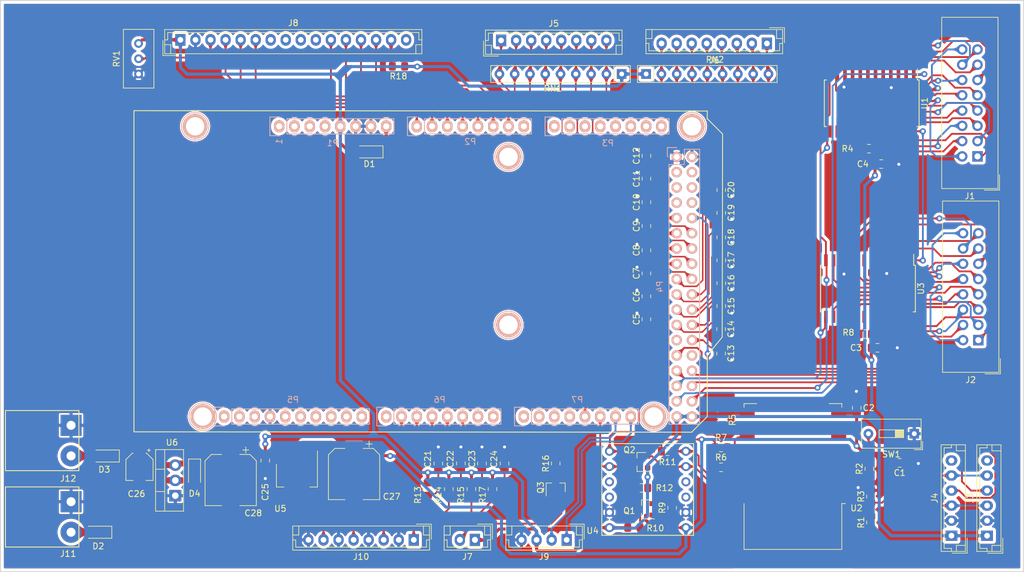
<source format=kicad_pcb>
(kicad_pcb (version 20171130) (host pcbnew "(5.0.0-rc3)")
  (title_block (date "mar. 31 mars 2015"))
  (layers (0 F.Cu signal) (31 B.Cu signal) (34 B.Paste user) (35 F.Paste user) (36 B.SilkS user) (37 F.SilkS user) (38 B.Mask user) (39 F.Mask user) (44 Edge.Cuts user))
  (net 0 "")
  (net 1 /Vin)
  (net 2 LV)
  (net 3 HV)
  (net 4 SW9)
  (net 5 SW10)
  (net 6 SW11)
  (net 7 SW12)
  (net 8 SW13)
  (net 9 SW14)
  (net 10 SW15)
  (net 11 SW16)
  (net 12 SET)
  (net 13 HOME)
  (net 14 SW1)
  (net 15 SW2)
  (net 16 SW3)
  (net 17 SW4)
  (net 18 SW5)
  (net 19 SW6)
  (net 20 SW7)
  (net 21 SW8)
  (net 22 BACK)
  (net 23 NEXT)
  (net 24 "Net-(C26-Pad1)")
  (net 25 "Net-(D2-Pad2)")
  (net 26 "Net-(D3-Pad2)")
  (net 27 1-R8)
  (net 28 1-R7)
  (net 29 1-R6)
  (net 30 1-R5)
  (net 31 1-R4)
  (net 32 1-R3)
  (net 33 1-R2)
  (net 34 1-R1)
  (net 35 1-C8)
  (net 36 1-C7)
  (net 37 1-C6)
  (net 38 1-C5)
  (net 39 1-C4)
  (net 40 1-C3)
  (net 41 1-C2)
  (net 42 1-C1)
  (net 43 2-C1)
  (net 44 2-C2)
  (net 45 2-C3)
  (net 46 2-C4)
  (net 47 2-C5)
  (net 48 2-C6)
  (net 49 2-C7)
  (net 50 2-C8)
  (net 51 2-R1)
  (net 52 2-R2)
  (net 53 2-R3)
  (net 54 2-R4)
  (net 55 2-R5)
  (net 56 2-R6)
  (net 57 2-R7)
  (net 58 2-R8)
  (net 59 SCK)
  (net 60 SC1)
  (net 61 DIN)
  (net 62 SC2)
  (net 63 RS)
  (net 64 RW)
  (net 65 EN)
  (net 66 D4)
  (net 67 D5)
  (net 68 D6)
  (net 69 D7)
  (net 70 SCL)
  (net 71 SDA)
  (net 72 RESET_ESP)
  (net 73 CLK_M)
  (net 74 DIN_M)
  (net 75 SC_M)
  (net 76 BUZZER)
  (net 77 RX5V)
  (net 78 TX5V)
  (net 79 TX3.3V)
  (net 80 RX3.3V)
  (net 81 "Net-(Q3-Pad3)")
  (net 82 "Net-(R2-Pad1)")
  (net 83 "Net-(R4-Pad2)")
  (net 84 "Net-(R5-Pad2)")
  (net 85 "Net-(R6-Pad2)")
  (net 86 "Net-(R7-Pad2)")
  (net 87 "Net-(R8-Pad2)")
  (net 88 "Net-(J8-Pad15)")
  (net 89 "Net-(U1-Pad24)")
  (net 90 "Net-(J7-Pad2)")
  (net 91 "Net-(J8-Pad3)")
  (net 92 "Net-(C1-Pad1)")
  (net 93 "Net-(C1-Pad2)")
  (module Package_TO_SOT_SMD:SOT-223-3_TabPin2 (layer F.Cu) (at 134.25 129 270)
    (fp_text reference U5 (at 5.5 2.75 180) (layer F.SilkS))
    (fp_text value LM1117-3.3)
    (pad 2 smd rect (at 3.15 0 270) (size 2 3.8) (layers F.Cu F.Paste F.Mask) (net 2 LV))
    (pad 2 smd rect (at -3.15 0 270) (size 2 1.5) (layers F.Cu F.Paste F.Mask) (net 2 LV))
    (pad 3 smd rect (at -3.15 2.3 270) (size 2 1.5) (layers F.Cu F.Paste F.Mask) (net 3 HV))
    (pad 1 smd rect (at -3.15 -2.3 270) (size 2 1.5) (layers F.Cu F.Paste F.Mask) (net 92 "Net-(C1-Pad1)"))
  )
  (module Capacitor_SMD:CP_Elec_8x6.5 (layer F.Cu) (at 123.25 129.75 270)
    (fp_text reference C28 (at 5.5 -3.75) (layer F.SilkS))
    (fp_text value 100u)
    (pad 1 smd rect (at -3.05 0 270) (size 4 2.5) (layers F.Cu F.Paste F.Mask) (net 3 HV))
    (pad 2 smd rect (at 3.05 0 270) (size 4 2.5) (layers F.Cu F.Paste F.Mask) (net 92 "Net-(C1-Pad1)"))
  )
  (module Capacitor_SMD:C_0805_2012Metric_Pad1.15x1.40mm_HandSolder (layer F.Cu) (at 129 126.5 270)
    (fp_text reference C25 (at 5.25 0 90) (layer F.SilkS))
    (fp_text value 10u)
    (pad 2 smd roundrect (at 1.025 0 270) (size 1.15 1.4) (layers F.Cu F.Paste F.Mask) (roundrect_rratio 0.217391) (net 92 "Net-(C1-Pad1)"))
    (pad 1 smd roundrect (at -1.025 0 270) (size 1.15 1.4) (layers F.Cu F.Paste F.Mask) (roundrect_rratio 0.217391) (net 3 HV))
  )
  (module Socket_Arduino_Mega:Socket_Strip_Arduino_2x18 (layer B.Cu) (at 197.349516 76.012509 270)
    (fp_text reference P4 (at 21.59 2.794 270) (layer B.SilkS) (effects (justify mirror)))
    (fp_text value Digital)
    (pad 1 thru_hole circle (at 0 0 270) (size 1.7272 1.7272) (drill 1.016) (layers *.Cu *.Mask B.SilkS) (net 92 "Net-(C1-Pad1)"))
    (pad 2 thru_hole oval (at 0 -2.54 270) (size 1.7272 1.7272) (drill 1.016) (layers *.Cu *.Mask B.SilkS) (net 92 "Net-(C1-Pad1)"))
    (pad 3 thru_hole oval (at 2.54 0 270) (size 1.7272 1.7272) (drill 1.016) (layers *.Cu *.Mask B.SilkS))
    (pad 4 thru_hole oval (at 2.54 -2.54 270) (size 1.7272 1.7272) (drill 1.016) (layers *.Cu *.Mask B.SilkS))
    (pad 5 thru_hole oval (at 5.08 0 270) (size 1.7272 1.7272) (drill 1.016) (layers *.Cu *.Mask B.SilkS))
    (pad 6 thru_hole oval (at 5.08 -2.54 270) (size 1.7272 1.7272) (drill 1.016) (layers *.Cu *.Mask B.SilkS))
    (pad 7 thru_hole oval (at 7.62 0 270) (size 1.7272 1.7272) (drill 1.016) (layers *.Cu *.Mask B.SilkS))
    (pad 8 thru_hole oval (at 7.62 -2.54 270) (size 1.7272 1.7272) (drill 1.016) (layers *.Cu *.Mask B.SilkS))
    (pad 9 thru_hole oval (at 10.16 0 270) (size 1.7272 1.7272) (drill 1.016) (layers *.Cu *.Mask B.SilkS) (net 11 SW16))
    (pad 10 thru_hole oval (at 10.16 -2.54 270) (size 1.7272 1.7272) (drill 1.016) (layers *.Cu *.Mask B.SilkS) (net 72 RESET_ESP))
    (pad 11 thru_hole oval (at 12.7 0 270) (size 1.7272 1.7272) (drill 1.016) (layers *.Cu *.Mask B.SilkS) (net 9 SW14))
    (pad 12 thru_hole oval (at 12.7 -2.54 270) (size 1.7272 1.7272) (drill 1.016) (layers *.Cu *.Mask B.SilkS) (net 10 SW15))
    (pad 13 thru_hole oval (at 15.24 0 270) (size 1.7272 1.7272) (drill 1.016) (layers *.Cu *.Mask B.SilkS) (net 7 SW12))
    (pad 14 thru_hole oval (at 15.24 -2.54 270) (size 1.7272 1.7272) (drill 1.016) (layers *.Cu *.Mask B.SilkS) (net 8 SW13))
    (pad 15 thru_hole oval (at 17.78 0 270) (size 1.7272 1.7272) (drill 1.016) (layers *.Cu *.Mask B.SilkS) (net 5 SW10))
    (pad 16 thru_hole oval (at 17.78 -2.54 270) (size 1.7272 1.7272) (drill 1.016) (layers *.Cu *.Mask B.SilkS) (net 6 SW11))
    (pad 17 thru_hole oval (at 20.32 0 270) (size 1.7272 1.7272) (drill 1.016) (layers *.Cu *.Mask B.SilkS) (net 21 SW8))
    (pad 18 thru_hole oval (at 20.32 -2.54 270) (size 1.7272 1.7272) (drill 1.016) (layers *.Cu *.Mask B.SilkS) (net 4 SW9))
    (pad 19 thru_hole oval (at 22.86 0 270) (size 1.7272 1.7272) (drill 1.016) (layers *.Cu *.Mask B.SilkS) (net 19 SW6))
    (pad 20 thru_hole oval (at 22.86 -2.54 270) (size 1.7272 1.7272) (drill 1.016) (layers *.Cu *.Mask B.SilkS) (net 20 SW7))
    (pad 21 thru_hole oval (at 25.4 0 270) (size 1.7272 1.7272) (drill 1.016) (layers *.Cu *.Mask B.SilkS) (net 17 SW4))
    (pad 22 thru_hole oval (at 25.4 -2.54 270) (size 1.7272 1.7272) (drill 1.016) (layers *.Cu *.Mask B.SilkS) (net 18 SW5))
    (pad 23 thru_hole oval (at 27.94 0 270) (size 1.7272 1.7272) (drill 1.016) (layers *.Cu *.Mask B.SilkS) (net 15 SW2))
    (pad 24 thru_hole oval (at 27.94 -2.54 270) (size 1.7272 1.7272) (drill 1.016) (layers *.Cu *.Mask B.SilkS) (net 16 SW3))
    (pad 25 thru_hole oval (at 30.48 0 270) (size 1.7272 1.7272) (drill 1.016) (layers *.Cu *.Mask B.SilkS))
    (pad 26 thru_hole oval (at 30.48 -2.54 270) (size 1.7272 1.7272) (drill 1.016) (layers *.Cu *.Mask B.SilkS) (net 14 SW1))
    (pad 27 thru_hole oval (at 33.02 0 270) (size 1.7272 1.7272) (drill 1.016) (layers *.Cu *.Mask B.SilkS) (net 62 SC2))
    (pad 28 thru_hole oval (at 33.02 -2.54 270) (size 1.7272 1.7272) (drill 1.016) (layers *.Cu *.Mask B.SilkS))
    (pad 29 thru_hole oval (at 35.56 0 270) (size 1.7272 1.7272) (drill 1.016) (layers *.Cu *.Mask B.SilkS) (net 59 SCK))
    (pad 30 thru_hole oval (at 35.56 -2.54 270) (size 1.7272 1.7272) (drill 1.016) (layers *.Cu *.Mask B.SilkS) (net 60 SC1))
    (pad 31 thru_hole oval (at 38.1 0 270) (size 1.7272 1.7272) (drill 1.016) (layers *.Cu *.Mask B.SilkS) (net 73 CLK_M))
    (pad 32 thru_hole oval (at 38.1 -2.54 270) (size 1.7272 1.7272) (drill 1.016) (layers *.Cu *.Mask B.SilkS) (net 61 DIN))
    (pad 33 thru_hole oval (at 40.64 0 270) (size 1.7272 1.7272) (drill 1.016) (layers *.Cu *.Mask B.SilkS) (net 74 DIN_M))
    (pad 34 thru_hole oval (at 40.64 -2.54 270) (size 1.7272 1.7272) (drill 1.016) (layers *.Cu *.Mask B.SilkS) (net 75 SC_M))
    (pad 35 thru_hole oval (at 43.18 0 270) (size 1.7272 1.7272) (drill 1.016) (layers *.Cu *.Mask B.SilkS) (net 3 HV))
    (pad 36 thru_hole oval (at 43.18 -2.54 270) (size 1.7272 1.7272) (drill 1.016) (layers *.Cu *.Mask B.SilkS) (net 3 HV))
  )
  (module Socket_Arduino_Mega:Socket_Strip_Arduino_1x08 (layer B.Cu) (at 131.309516 70.932509)
    (fp_text reference P1 (at 8.89 2.794) (layer B.SilkS) (effects (justify mirror)))
    (fp_text value Power)
    (pad 1 thru_hole oval (at 0 0) (size 1.7272 2.032) (drill 1.016) (layers *.Cu *.Mask B.SilkS))
    (pad 2 thru_hole oval (at 2.54 0) (size 1.7272 2.032) (drill 1.016) (layers *.Cu *.Mask B.SilkS))
    (pad 3 thru_hole oval (at 5.08 0) (size 1.7272 2.032) (drill 1.016) (layers *.Cu *.Mask B.SilkS))
    (pad 4 thru_hole oval (at 7.62 0) (size 1.7272 2.032) (drill 1.016) (layers *.Cu *.Mask B.SilkS))
    (pad 5 thru_hole oval (at 10.16 0) (size 1.7272 2.032) (drill 1.016) (layers *.Cu *.Mask B.SilkS) (net 3 HV))
    (pad 6 thru_hole oval (at 12.7 0) (size 1.7272 2.032) (drill 1.016) (layers *.Cu *.Mask B.SilkS) (net 92 "Net-(C1-Pad1)"))
    (pad 7 thru_hole oval (at 15.24 0) (size 1.7272 2.032) (drill 1.016) (layers *.Cu *.Mask B.SilkS) (net 92 "Net-(C1-Pad1)"))
    (pad 8 thru_hole oval (at 17.78 0) (size 1.7272 2.032) (drill 1.016) (layers *.Cu *.Mask B.SilkS) (net 1 /Vin))
  )
  (module Socket_Arduino_Mega:Socket_Strip_Arduino_1x08 (layer B.Cu) (at 154.169516 70.932509)
    (fp_text reference P2 (at 8.89 2.54) (layer B.SilkS) (effects (justify mirror)))
    (fp_text value Analog)
    (pad 1 thru_hole oval (at 0 0) (size 1.7272 2.032) (drill 1.016) (layers *.Cu *.Mask B.SilkS) (net 63 RS))
    (pad 2 thru_hole oval (at 2.54 0) (size 1.7272 2.032) (drill 1.016) (layers *.Cu *.Mask B.SilkS) (net 64 RW))
    (pad 3 thru_hole oval (at 5.08 0) (size 1.7272 2.032) (drill 1.016) (layers *.Cu *.Mask B.SilkS) (net 65 EN))
    (pad 4 thru_hole oval (at 7.62 0) (size 1.7272 2.032) (drill 1.016) (layers *.Cu *.Mask B.SilkS) (net 66 D4))
    (pad 5 thru_hole oval (at 10.16 0) (size 1.7272 2.032) (drill 1.016) (layers *.Cu *.Mask B.SilkS) (net 67 D5))
    (pad 6 thru_hole oval (at 12.7 0) (size 1.7272 2.032) (drill 1.016) (layers *.Cu *.Mask B.SilkS) (net 68 D6))
    (pad 7 thru_hole oval (at 15.24 0) (size 1.7272 2.032) (drill 1.016) (layers *.Cu *.Mask B.SilkS) (net 69 D7))
    (pad 8 thru_hole oval (at 17.78 0) (size 1.7272 2.032) (drill 1.016) (layers *.Cu *.Mask B.SilkS))
  )
  (module Socket_Arduino_Mega:Socket_Strip_Arduino_1x08 (layer B.Cu) (at 177.029516 70.932509)
    (fp_text reference P3 (at 8.89 2.794) (layer B.SilkS) (effects (justify mirror)))
    (fp_text value Analog)
    (pad 1 thru_hole oval (at 0 0) (size 1.7272 2.032) (drill 1.016) (layers *.Cu *.Mask B.SilkS))
    (pad 2 thru_hole oval (at 2.54 0) (size 1.7272 2.032) (drill 1.016) (layers *.Cu *.Mask B.SilkS))
    (pad 3 thru_hole oval (at 5.08 0) (size 1.7272 2.032) (drill 1.016) (layers *.Cu *.Mask B.SilkS))
    (pad 4 thru_hole oval (at 7.62 0) (size 1.7272 2.032) (drill 1.016) (layers *.Cu *.Mask B.SilkS))
    (pad 5 thru_hole oval (at 10.16 0) (size 1.7272 2.032) (drill 1.016) (layers *.Cu *.Mask B.SilkS))
    (pad 6 thru_hole oval (at 12.7 0) (size 1.7272 2.032) (drill 1.016) (layers *.Cu *.Mask B.SilkS))
    (pad 7 thru_hole oval (at 15.24 0) (size 1.7272 2.032) (drill 1.016) (layers *.Cu *.Mask B.SilkS))
    (pad 8 thru_hole oval (at 17.78 0) (size 1.7272 2.032) (drill 1.016) (layers *.Cu *.Mask B.SilkS))
  )
  (module Socket_Arduino_Mega:Socket_Strip_Arduino_1x10 (layer B.Cu) (at 122.165516 119.192509)
    (fp_text reference P5 (at 11.43 -2.794) (layer B.SilkS) (effects (justify mirror)))
    (fp_text value PWM)
    (pad 1 thru_hole oval (at 0 0) (size 1.7272 2.032) (drill 1.016) (layers *.Cu *.Mask B.SilkS))
    (pad 2 thru_hole oval (at 2.54 0) (size 1.7272 2.032) (drill 1.016) (layers *.Cu *.Mask B.SilkS))
    (pad 3 thru_hole oval (at 5.08 0) (size 1.7272 2.032) (drill 1.016) (layers *.Cu *.Mask B.SilkS))
    (pad 4 thru_hole oval (at 7.62 0) (size 1.7272 2.032) (drill 1.016) (layers *.Cu *.Mask B.SilkS) (net 92 "Net-(C1-Pad1)"))
    (pad 5 thru_hole oval (at 10.16 0) (size 1.7272 2.032) (drill 1.016) (layers *.Cu *.Mask B.SilkS))
    (pad 6 thru_hole oval (at 12.7 0) (size 1.7272 2.032) (drill 1.016) (layers *.Cu *.Mask B.SilkS))
    (pad 7 thru_hole oval (at 15.24 0) (size 1.7272 2.032) (drill 1.016) (layers *.Cu *.Mask B.SilkS))
    (pad 8 thru_hole oval (at 17.78 0) (size 1.7272 2.032) (drill 1.016) (layers *.Cu *.Mask B.SilkS))
    (pad 9 thru_hole oval (at 20.32 0) (size 1.7272 2.032) (drill 1.016) (layers *.Cu *.Mask B.SilkS))
    (pad 10 thru_hole oval (at 22.86 0) (size 1.7272 2.032) (drill 1.016) (layers *.Cu *.Mask B.SilkS))
  )
  (module Socket_Arduino_Mega:Socket_Strip_Arduino_1x08 (layer B.Cu) (at 149.089516 119.192509)
    (fp_text reference P6 (at 8.89 -2.794) (layer B.SilkS) (effects (justify mirror)))
    (fp_text value PWM)
    (pad 1 thru_hole oval (at 0 0) (size 1.7272 2.032) (drill 1.016) (layers *.Cu *.Mask B.SilkS))
    (pad 2 thru_hole oval (at 2.54 0) (size 1.7272 2.032) (drill 1.016) (layers *.Cu *.Mask B.SilkS) (net 12 SET))
    (pad 3 thru_hole oval (at 5.08 0) (size 1.7272 2.032) (drill 1.016) (layers *.Cu *.Mask B.SilkS) (net 13 HOME))
    (pad 4 thru_hole oval (at 7.62 0) (size 1.7272 2.032) (drill 1.016) (layers *.Cu *.Mask B.SilkS) (net 22 BACK))
    (pad 5 thru_hole oval (at 10.16 0) (size 1.7272 2.032) (drill 1.016) (layers *.Cu *.Mask B.SilkS) (net 23 NEXT))
    (pad 6 thru_hole oval (at 12.7 0) (size 1.7272 2.032) (drill 1.016) (layers *.Cu *.Mask B.SilkS) (net 76 BUZZER))
    (pad 7 thru_hole oval (at 15.24 0) (size 1.7272 2.032) (drill 1.016) (layers *.Cu *.Mask B.SilkS))
    (pad 8 thru_hole oval (at 17.78 0) (size 1.7272 2.032) (drill 1.016) (layers *.Cu *.Mask B.SilkS))
  )
  (module Socket_Arduino_Mega:Socket_Strip_Arduino_1x08 (layer B.Cu) (at 171.949516 119.192509)
    (fp_text reference P7 (at 8.89 -2.794) (layer B.SilkS) (effects (justify mirror)))
    (fp_text value Communication)
    (pad 1 thru_hole oval (at 0 0) (size 1.7272 2.032) (drill 1.016) (layers *.Cu *.Mask B.SilkS))
    (pad 2 thru_hole oval (at 2.54 0) (size 1.7272 2.032) (drill 1.016) (layers *.Cu *.Mask B.SilkS))
    (pad 3 thru_hole oval (at 5.08 0) (size 1.7272 2.032) (drill 1.016) (layers *.Cu *.Mask B.SilkS))
    (pad 4 thru_hole oval (at 7.62 0) (size 1.7272 2.032) (drill 1.016) (layers *.Cu *.Mask B.SilkS))
    (pad 5 thru_hole oval (at 10.16 0) (size 1.7272 2.032) (drill 1.016) (layers *.Cu *.Mask B.SilkS) (net 77 RX5V))
    (pad 6 thru_hole oval (at 12.7 0) (size 1.7272 2.032) (drill 1.016) (layers *.Cu *.Mask B.SilkS) (net 78 TX5V))
    (pad 7 thru_hole oval (at 15.24 0) (size 1.7272 2.032) (drill 1.016) (layers *.Cu *.Mask B.SilkS) (net 71 SDA))
    (pad 8 thru_hole oval (at 17.78 0) (size 1.7272 2.032) (drill 1.016) (layers *.Cu *.Mask B.SilkS) (net 70 SCL))
  )
  (module Socket_Arduino_Mega:Arduino_1pin (layer B.Cu) (at 117.339516 70.932509)
    (fp_text reference P8 hide)
    (fp_text value CONN_01X01 hide)
    (pad 1 thru_hole circle (at 0 0) (size 4.064 4.064) (drill 3.048) (layers *.Cu *.Mask B.SilkS))
  )
  (module Socket_Arduino_Mega:Arduino_1pin (layer B.Cu) (at 169.409516 76.012509)
    (fp_text reference P9 hide)
    (fp_text value CONN_01X01 hide)
    (pad 1 thru_hole circle (at 0 0) (size 4.064 4.064) (drill 3.048) (layers *.Cu *.Mask B.SilkS))
  )
  (module Socket_Arduino_Mega:Arduino_1pin (layer B.Cu) (at 199.889516 70.932509)
    (fp_text reference P10 hide)
    (fp_text value CONN_01X01 hide)
    (pad 1 thru_hole circle (at 0 0) (size 4.064 4.064) (drill 3.048) (layers *.Cu *.Mask B.SilkS))
  )
  (module Socket_Arduino_Mega:Arduino_1pin (layer B.Cu) (at 118.609516 119.192509)
    (fp_text reference P11 hide)
    (fp_text value CONN_01X01 hide)
    (pad 1 thru_hole circle (at 0 0) (size 4.064 4.064) (drill 3.048) (layers *.Cu *.Mask B.SilkS))
  )
  (module Socket_Arduino_Mega:Arduino_1pin (layer B.Cu) (at 169.409516 103.952509)
    (fp_text reference P12 hide)
    (fp_text value CONN_01X01 hide)
    (pad 1 thru_hole circle (at 0 0) (size 4.064 4.064) (drill 3.048) (layers *.Cu *.Mask B.SilkS))
  )
  (module Socket_Arduino_Mega:Arduino_1pin (layer B.Cu) (at 193.539516 119.192509)
    (fp_text reference P13 hide)
    (fp_text value CONN_01X01 hide)
    (pad 1 thru_hole circle (at 0 0) (size 4.064 4.064) (drill 3.048) (layers *.Cu *.Mask B.SilkS))
  )
  (module RF_Module:ESP-12E (layer F.Cu) (at 216.662 129.159 180)
    (fp_text reference U2 (at -10.56 -5.26 180) (layer F.SilkS))
    (fp_text value ESP-12F)
    (pad 1 smd rect (at -7.6 -3.5 180) (size 2.5 1) (layers F.Cu F.Paste F.Mask) (net 93 "Net-(C1-Pad2)"))
    (pad 2 smd rect (at -7.6 -1.5 180) (size 2.5 1) (layers F.Cu F.Paste F.Mask))
    (pad 3 smd rect (at -7.6 0.5 180) (size 2.5 1) (layers F.Cu F.Paste F.Mask) (net 82 "Net-(R2-Pad1)"))
    (pad 4 smd rect (at -7.6 2.5 180) (size 2.5 1) (layers F.Cu F.Paste F.Mask))
    (pad 5 smd rect (at -7.6 4.5 180) (size 2.5 1) (layers F.Cu F.Paste F.Mask))
    (pad 6 smd rect (at -7.6 6.5 180) (size 2.5 1) (layers F.Cu F.Paste F.Mask))
    (pad 7 smd rect (at -7.6 8.5 180) (size 2.5 1) (layers F.Cu F.Paste F.Mask))
    (pad 8 smd rect (at -7.6 10.5 180) (size 2.5 1) (layers F.Cu F.Paste F.Mask) (net 2 LV))
    (pad 9 smd rect (at -5 12 180) (size 1 1.8) (layers F.Cu F.Paste F.Mask))
    (pad 10 smd rect (at -3 12 180) (size 1 1.8) (layers F.Cu F.Paste F.Mask))
    (pad 11 smd rect (at -1 12 180) (size 1 1.8) (layers F.Cu F.Paste F.Mask))
    (pad 12 smd rect (at 1 12 180) (size 1 1.8) (layers F.Cu F.Paste F.Mask))
    (pad 13 smd rect (at 3 12 180) (size 1 1.8) (layers F.Cu F.Paste F.Mask))
    (pad 14 smd rect (at 5 12 180) (size 1 1.8) (layers F.Cu F.Paste F.Mask))
    (pad 15 smd rect (at 7.6 10.5 180) (size 2.5 1) (layers F.Cu F.Paste F.Mask) (net 92 "Net-(C1-Pad1)"))
    (pad 16 smd rect (at 7.6 8.5 180) (size 2.5 1) (layers F.Cu F.Paste F.Mask) (net 84 "Net-(R5-Pad2)"))
    (pad 17 smd rect (at 7.6 6.5 180) (size 2.5 1) (layers F.Cu F.Paste F.Mask) (net 86 "Net-(R7-Pad2)"))
    (pad 18 smd rect (at 7.6 4.5 180) (size 2.5 1) (layers F.Cu F.Paste F.Mask) (net 85 "Net-(R6-Pad2)"))
    (pad 19 smd rect (at 7.6 2.5 180) (size 2.5 1) (layers F.Cu F.Paste F.Mask))
    (pad 20 smd rect (at 7.6 0.5 180) (size 2.5 1) (layers F.Cu F.Paste F.Mask))
    (pad 21 smd rect (at 7.6 -1.5 180) (size 2.5 1) (layers F.Cu F.Paste F.Mask) (net 80 RX3.3V))
    (pad 22 smd rect (at 7.6 -3.5 180) (size 2.5 1) (layers F.Cu F.Paste F.Mask) (net 79 TX3.3V))
  )
  (module Capacitor_SMD:C_0805_2012Metric_Pad1.15x1.40mm_HandSolder (layer F.Cu) (at 234.4 126.9 180)
    (fp_text reference C1 (at 0 -1.65 180) (layer F.SilkS))
    (fp_text value 100n)
    (pad 1 smd roundrect (at -1.025 0 180) (size 1.15 1.4) (layers F.Cu F.Paste F.Mask) (roundrect_rratio 0.217391) (net 92 "Net-(C1-Pad1)"))
    (pad 2 smd roundrect (at 1.025 0 180) (size 1.15 1.4) (layers F.Cu F.Paste F.Mask) (roundrect_rratio 0.217391) (net 93 "Net-(C1-Pad2)"))
  )
  (module Capacitor_SMD:C_0805_2012Metric_Pad1.15x1.40mm_HandSolder (layer F.Cu) (at 227.25 117.75 90)
    (fp_text reference C2 (at 0 2 180) (layer F.SilkS))
    (fp_text value 100n)
    (pad 1 smd roundrect (at -1.025 0 90) (size 1.15 1.4) (layers F.Cu F.Paste F.Mask) (roundrect_rratio 0.217391) (net 2 LV))
    (pad 2 smd roundrect (at 1.025 0 90) (size 1.15 1.4) (layers F.Cu F.Paste F.Mask) (roundrect_rratio 0.217391) (net 92 "Net-(C1-Pad1)"))
  )
  (module Capacitor_SMD:C_0805_2012Metric_Pad1.15x1.40mm_HandSolder (layer F.Cu) (at 230.706 107.76 180)
    (fp_text reference C3 (at 3.556 0 180) (layer F.SilkS))
    (fp_text value 100n)
    (pad 2 smd roundrect (at 1.025 0 180) (size 1.15 1.4) (layers F.Cu F.Paste F.Mask) (roundrect_rratio 0.217391) (net 3 HV))
    (pad 1 smd roundrect (at -1.025 0 180) (size 1.15 1.4) (layers F.Cu F.Paste F.Mask) (roundrect_rratio 0.217391) (net 92 "Net-(C1-Pad1)"))
  )
  (module Capacitor_SMD:C_0805_2012Metric_Pad1.15x1.40mm_HandSolder (layer F.Cu) (at 231.328 77.2 180)
    (fp_text reference C4 (at 3.048 0 180) (layer F.SilkS))
    (fp_text value 100n)
    (pad 1 smd roundrect (at -1.025 0 180) (size 1.15 1.4) (layers F.Cu F.Paste F.Mask) (roundrect_rratio 0.217391) (net 92 "Net-(C1-Pad1)"))
    (pad 2 smd roundrect (at 1.025 0 180) (size 1.15 1.4) (layers F.Cu F.Paste F.Mask) (roundrect_rratio 0.217391) (net 3 HV))
  )
  (module Capacitor_SMD:C_0805_2012Metric_Pad1.15x1.40mm_HandSolder (layer F.Cu) (at 192.324969 103.015259 90)
    (fp_text reference C5 (at 0 -1.65 90) (layer F.SilkS))
    (fp_text value 100n)
    (pad 1 smd roundrect (at -1.025 0 90) (size 1.15 1.4) (layers F.Cu F.Paste F.Mask) (roundrect_rratio 0.217391) (net 4 SW9))
    (pad 2 smd roundrect (at 1.025 0 90) (size 1.15 1.4) (layers F.Cu F.Paste F.Mask) (roundrect_rratio 0.217391) (net 92 "Net-(C1-Pad1)"))
  )
  (module Capacitor_SMD:C_0805_2012Metric_Pad1.15x1.40mm_HandSolder (layer F.Cu) (at 192.324969 99.205259 90)
    (fp_text reference C6 (at 0 -1.65 90) (layer F.SilkS))
    (fp_text value 100n)
    (pad 1 smd roundrect (at -1.025 0 90) (size 1.15 1.4) (layers F.Cu F.Paste F.Mask) (roundrect_rratio 0.217391) (net 5 SW10))
    (pad 2 smd roundrect (at 1.025 0 90) (size 1.15 1.4) (layers F.Cu F.Paste F.Mask) (roundrect_rratio 0.217391) (net 92 "Net-(C1-Pad1)"))
  )
  (module Capacitor_SMD:C_0805_2012Metric_Pad1.15x1.40mm_HandSolder (layer F.Cu) (at 192.324969 95.395259 90)
    (fp_text reference C7 (at 0 -1.65 90) (layer F.SilkS))
    (fp_text value 100n)
    (pad 2 smd roundrect (at 1.025 0 90) (size 1.15 1.4) (layers F.Cu F.Paste F.Mask) (roundrect_rratio 0.217391) (net 92 "Net-(C1-Pad1)"))
    (pad 1 smd roundrect (at -1.025 0 90) (size 1.15 1.4) (layers F.Cu F.Paste F.Mask) (roundrect_rratio 0.217391) (net 6 SW11))
  )
  (module Capacitor_SMD:C_0805_2012Metric_Pad1.15x1.40mm_HandSolder (layer F.Cu) (at 192.324969 91.550258 90)
    (fp_text reference C8 (at 0 -1.65 90) (layer F.SilkS))
    (fp_text value 100n)
    (pad 1 smd roundrect (at -1.025 0 90) (size 1.15 1.4) (layers F.Cu F.Paste F.Mask) (roundrect_rratio 0.217391) (net 7 SW12))
    (pad 2 smd roundrect (at 1.025 0 90) (size 1.15 1.4) (layers F.Cu F.Paste F.Mask) (roundrect_rratio 0.217391) (net 92 "Net-(C1-Pad1)"))
  )
  (module Capacitor_SMD:C_0805_2012Metric_Pad1.15x1.40mm_HandSolder (layer F.Cu) (at 192.324969 87.521259 90)
    (fp_text reference C9 (at 0 -1.65 90) (layer F.SilkS))
    (fp_text value 100n)
    (pad 2 smd roundrect (at 1.025 0 90) (size 1.15 1.4) (layers F.Cu F.Paste F.Mask) (roundrect_rratio 0.217391) (net 92 "Net-(C1-Pad1)"))
    (pad 1 smd roundrect (at -1.025 0 90) (size 1.15 1.4) (layers F.Cu F.Paste F.Mask) (roundrect_rratio 0.217391) (net 8 SW13))
  )
  (module Capacitor_SMD:C_0805_2012Metric_Pad1.15x1.40mm_HandSolder (layer F.Cu) (at 192.324969 83.542258 90)
    (fp_text reference C10 (at 0 -1.65 90) (layer F.SilkS))
    (fp_text value 100n)
    (pad 1 smd roundrect (at -1.025 0 90) (size 1.15 1.4) (layers F.Cu F.Paste F.Mask) (roundrect_rratio 0.217391) (net 9 SW14))
    (pad 2 smd roundrect (at 1.025 0 90) (size 1.15 1.4) (layers F.Cu F.Paste F.Mask) (roundrect_rratio 0.217391) (net 92 "Net-(C1-Pad1)"))
  )
  (module Capacitor_SMD:C_0805_2012Metric_Pad1.15x1.40mm_HandSolder (layer F.Cu) (at 192.324969 79.647259 90)
    (fp_text reference C11 (at 0 -1.65 90) (layer F.SilkS))
    (fp_text value 100n)
    (pad 2 smd roundrect (at 1.025 0 90) (size 1.15 1.4) (layers F.Cu F.Paste F.Mask) (roundrect_rratio 0.217391) (net 92 "Net-(C1-Pad1)"))
    (pad 1 smd roundrect (at -1.025 0 90) (size 1.15 1.4) (layers F.Cu F.Paste F.Mask) (roundrect_rratio 0.217391) (net 10 SW15))
  )
  (module Capacitor_SMD:C_0805_2012Metric_Pad1.15x1.40mm_HandSolder (layer F.Cu) (at 192.324969 75.837259 90)
    (fp_text reference C12 (at 0 -1.65 90) (layer F.SilkS))
    (fp_text value 100n)
    (pad 1 smd roundrect (at -1.025 0 90) (size 1.15 1.4) (layers F.Cu F.Paste F.Mask) (roundrect_rratio 0.217391) (net 11 SW16))
    (pad 2 smd roundrect (at 1.025 0 90) (size 1.15 1.4) (layers F.Cu F.Paste F.Mask) (roundrect_rratio 0.217391) (net 92 "Net-(C1-Pad1)"))
  )
  (module Capacitor_SMD:C_0805_2012Metric_Pad1.15x1.40mm_HandSolder (layer F.Cu) (at 204.724 108.712 270)
    (fp_text reference C13 (at 0 -1.65 270) (layer F.SilkS))
    (fp_text value 100n)
    (pad 2 smd roundrect (at 1.025 0 270) (size 1.15 1.4) (layers F.Cu F.Paste F.Mask) (roundrect_rratio 0.217391) (net 92 "Net-(C1-Pad1)"))
    (pad 1 smd roundrect (at -1.025 0 270) (size 1.15 1.4) (layers F.Cu F.Paste F.Mask) (roundrect_rratio 0.217391) (net 14 SW1))
  )
  (module Capacitor_SMD:C_0805_2012Metric_Pad1.15x1.40mm_HandSolder (layer F.Cu) (at 204.724 104.648 270)
    (fp_text reference C14 (at 0 -1.65 270) (layer F.SilkS))
    (fp_text value 100n)
    (pad 1 smd roundrect (at -1.025 0 270) (size 1.15 1.4) (layers F.Cu F.Paste F.Mask) (roundrect_rratio 0.217391) (net 15 SW2))
    (pad 2 smd roundrect (at 1.025 0 270) (size 1.15 1.4) (layers F.Cu F.Paste F.Mask) (roundrect_rratio 0.217391) (net 92 "Net-(C1-Pad1)"))
  )
  (module Capacitor_SMD:C_0805_2012Metric_Pad1.15x1.40mm_HandSolder (layer F.Cu) (at 204.75772 100.823465 270)
    (fp_text reference C15 (at 0 -1.65 270) (layer F.SilkS))
    (fp_text value 100n)
    (pad 2 smd roundrect (at 1.025 0 270) (size 1.15 1.4) (layers F.Cu F.Paste F.Mask) (roundrect_rratio 0.217391) (net 92 "Net-(C1-Pad1)"))
    (pad 1 smd roundrect (at -1.025 0 270) (size 1.15 1.4) (layers F.Cu F.Paste F.Mask) (roundrect_rratio 0.217391) (net 16 SW3))
  )
  (module Capacitor_SMD:C_0805_2012Metric_Pad1.15x1.40mm_HandSolder (layer F.Cu) (at 204.75772 97.013465 270)
    (fp_text reference C16 (at 0 -1.65 270) (layer F.SilkS))
    (fp_text value 100n)
    (pad 1 smd roundrect (at -1.025 0 270) (size 1.15 1.4) (layers F.Cu F.Paste F.Mask) (roundrect_rratio 0.217391) (net 17 SW4))
    (pad 2 smd roundrect (at 1.025 0 270) (size 1.15 1.4) (layers F.Cu F.Paste F.Mask) (roundrect_rratio 0.217391) (net 92 "Net-(C1-Pad1)"))
  )
  (module Capacitor_SMD:C_0805_2012Metric_Pad1.15x1.40mm_HandSolder (layer F.Cu) (at 204.75772 93.203465 270)
    (fp_text reference C17 (at 0 -1.65 270) (layer F.SilkS))
    (fp_text value 100n)
    (pad 2 smd roundrect (at 1.025 0 270) (size 1.15 1.4) (layers F.Cu F.Paste F.Mask) (roundrect_rratio 0.217391) (net 92 "Net-(C1-Pad1)"))
    (pad 1 smd roundrect (at -1.025 0 270) (size 1.15 1.4) (layers F.Cu F.Paste F.Mask) (roundrect_rratio 0.217391) (net 18 SW5))
  )
  (module Capacitor_SMD:C_0805_2012Metric_Pad1.15x1.40mm_HandSolder (layer F.Cu) (at 204.75772 89.393465 270)
    (fp_text reference C18 (at 0 -1.65 270) (layer F.SilkS))
    (fp_text value 100n)
    (pad 2 smd roundrect (at 1.025 0 270) (size 1.15 1.4) (layers F.Cu F.Paste F.Mask) (roundrect_rratio 0.217391) (net 92 "Net-(C1-Pad1)"))
    (pad 1 smd roundrect (at -1.025 0 270) (size 1.15 1.4) (layers F.Cu F.Paste F.Mask) (roundrect_rratio 0.217391) (net 19 SW6))
  )
  (module Capacitor_SMD:C_0805_2012Metric_Pad1.15x1.40mm_HandSolder (layer F.Cu) (at 204.75772 85.329465 270)
    (fp_text reference C19 (at 0 -1.65 270) (layer F.SilkS))
    (fp_text value 100n)
    (pad 1 smd roundrect (at -1.025 0 270) (size 1.15 1.4) (layers F.Cu F.Paste F.Mask) (roundrect_rratio 0.217391) (net 20 SW7))
    (pad 2 smd roundrect (at 1.025 0 270) (size 1.15 1.4) (layers F.Cu F.Paste F.Mask) (roundrect_rratio 0.217391) (net 92 "Net-(C1-Pad1)"))
  )
  (module Capacitor_SMD:C_0805_2012Metric_Pad1.15x1.40mm_HandSolder (layer F.Cu) (at 204.75772 81.519465 270)
    (fp_text reference C20 (at 0 -1.65 270) (layer F.SilkS))
    (fp_text value 100n)
    (pad 2 smd roundrect (at 1.025 0 270) (size 1.15 1.4) (layers F.Cu F.Paste F.Mask) (roundrect_rratio 0.217391) (net 92 "Net-(C1-Pad1)"))
    (pad 1 smd roundrect (at -1.025 0 270) (size 1.15 1.4) (layers F.Cu F.Paste F.Mask) (roundrect_rratio 0.217391) (net 21 SW8))
  )
  (module Capacitor_SMD:C_0805_2012Metric_Pad1.15x1.40mm_HandSolder (layer F.Cu) (at 157.75 127 90)
    (fp_text reference C21 (at 0.75 -1.75 90) (layer F.SilkS))
    (fp_text value 100n)
    (pad 1 smd roundrect (at -1.025 0 90) (size 1.15 1.4) (layers F.Cu F.Paste F.Mask) (roundrect_rratio 0.217391) (net 12 SET))
    (pad 2 smd roundrect (at 1.025 0 90) (size 1.15 1.4) (layers F.Cu F.Paste F.Mask) (roundrect_rratio 0.217391) (net 92 "Net-(C1-Pad1)"))
  )
  (module Capacitor_SMD:C_0805_2012Metric_Pad1.15x1.40mm_HandSolder (layer F.Cu) (at 161.5 126.975 90)
    (fp_text reference C22 (at 0.725 -1.75 90) (layer F.SilkS))
    (fp_text value 100n)
    (pad 2 smd roundrect (at 1.025 0 90) (size 1.15 1.4) (layers F.Cu F.Paste F.Mask) (roundrect_rratio 0.217391) (net 92 "Net-(C1-Pad1)"))
    (pad 1 smd roundrect (at -1.025 0 90) (size 1.15 1.4) (layers F.Cu F.Paste F.Mask) (roundrect_rratio 0.217391) (net 13 HOME))
  )
  (module Capacitor_SMD:C_0805_2012Metric_Pad1.15x1.40mm_HandSolder (layer F.Cu) (at 165 127 90)
    (fp_text reference C23 (at 0.75 -1.65 90) (layer F.SilkS))
    (fp_text value 100n)
    (pad 1 smd roundrect (at -1.025 0 90) (size 1.15 1.4) (layers F.Cu F.Paste F.Mask) (roundrect_rratio 0.217391) (net 22 BACK))
    (pad 2 smd roundrect (at 1.025 0 90) (size 1.15 1.4) (layers F.Cu F.Paste F.Mask) (roundrect_rratio 0.217391) (net 92 "Net-(C1-Pad1)"))
  )
  (module Capacitor_SMD:C_0805_2012Metric_Pad1.15x1.40mm_HandSolder (layer F.Cu) (at 168.75 127 90)
    (fp_text reference C24 (at 0.75 -1.75 90) (layer F.SilkS))
    (fp_text value 100n)
    (pad 2 smd roundrect (at 1.025 0 90) (size 1.15 1.4) (layers F.Cu F.Paste F.Mask) (roundrect_rratio 0.217391) (net 92 "Net-(C1-Pad1)"))
    (pad 1 smd roundrect (at -1.025 0 90) (size 1.15 1.4) (layers F.Cu F.Paste F.Mask) (roundrect_rratio 0.217391) (net 23 NEXT))
  )
  (module Capacitor_SMD:CP_Elec_4x5.4 (layer F.Cu) (at 108.1 127.55 270)
    (fp_text reference C26 (at 4.5 0.5) (layer F.SilkS))
    (fp_text value 10u)
    (pad 1 smd rect (at -1.8 0 270) (size 2.6 1.6) (layers F.Cu F.Paste F.Mask) (net 24 "Net-(C26-Pad1)"))
    (pad 2 smd rect (at 1.8 0 270) (size 2.6 1.6) (layers F.Cu F.Paste F.Mask) (net 92 "Net-(C1-Pad1)"))
  )
  (module Capacitor_SMD:CP_Elec_8x6.5 (layer F.Cu) (at 143.75 128.75 270)
    (fp_text reference C27 (at 3.75 -6.25) (layer F.SilkS))
    (fp_text value 100u)
    (pad 2 smd rect (at 3.05 0 270) (size 4 2.5) (layers F.Cu F.Paste F.Mask) (net 92 "Net-(C1-Pad1)"))
    (pad 1 smd rect (at -3.05 0 270) (size 4 2.5) (layers F.Cu F.Paste F.Mask) (net 2 LV))
  )
  (module Diode_SMD:D_SOD-123 (layer F.Cu) (at 146.304 75.184 180)
    (fp_text reference D1 (at 0 -2 180) (layer F.SilkS))
    (fp_text value D)
    (pad 2 smd rect (at 1.65 0 180) (size 0.9 1.2) (layers F.Cu F.Paste F.Mask) (net 3 HV))
    (pad 1 smd rect (at -1.65 0 180) (size 0.9 1.2) (layers F.Cu F.Paste F.Mask) (net 1 /Vin))
  )
  (module Diode_SMD:D_SOD-123 (layer F.Cu) (at 101.25 138.43 180)
    (fp_text reference D2 (at 0 -2.32 180) (layer F.SilkS))
    (fp_text value D)
    (pad 1 smd rect (at -1.65 0 180) (size 0.9 1.2) (layers F.Cu F.Paste F.Mask) (net 3 HV))
    (pad 2 smd rect (at 1.65 0 180) (size 0.9 1.2) (layers F.Cu F.Paste F.Mask) (net 25 "Net-(D2-Pad2)"))
  )
  (module Diode_SMD:D_SOD-123 (layer F.Cu) (at 102.5 125.75 180)
    (fp_text reference D3 (at 0.25 -2.25 180) (layer F.SilkS))
    (fp_text value D)
    (pad 2 smd rect (at 1.65 0 180) (size 0.9 1.2) (layers F.Cu F.Paste F.Mask) (net 26 "Net-(D3-Pad2)"))
    (pad 1 smd rect (at -1.65 0 180) (size 0.9 1.2) (layers F.Cu F.Paste F.Mask) (net 24 "Net-(C26-Pad1)"))
  )
  (module Diode_SMD:D_SOD-123 (layer F.Cu) (at 117.25 128.5 270)
    (fp_text reference D4 (at 3.5 0 180) (layer F.SilkS))
    (fp_text value D)
    (pad 1 smd rect (at -1.65 0 270) (size 0.9 1.2) (layers F.Cu F.Paste F.Mask) (net 24 "Net-(C26-Pad1)"))
    (pad 2 smd rect (at 1.65 0 270) (size 0.9 1.2) (layers F.Cu F.Paste F.Mask) (net 3 HV))
  )
  (module Package_TO_SOT_SMD:SOT-23 (layer F.Cu) (at 192.278 134.62 180)
    (fp_text reference Q1 (at 2.794 -0.254 180) (layer F.SilkS))
    (fp_text value BSS138)
    (pad 1 smd rect (at -1 -0.95 180) (size 0.9 0.8) (layers F.Cu F.Paste F.Mask) (net 2 LV))
    (pad 2 smd rect (at -1 0.95 180) (size 0.9 0.8) (layers F.Cu F.Paste F.Mask) (net 79 TX3.3V))
    (pad 3 smd rect (at 1 0 180) (size 0.9 0.8) (layers F.Cu F.Paste F.Mask) (net 78 TX5V))
  )
  (module Package_TO_SOT_SMD:SOT-23 (layer F.Cu) (at 191.516 126.746 180)
    (fp_text reference Q2 (at 2.016 1.996 180) (layer F.SilkS))
    (fp_text value BSS138)
    (pad 3 smd rect (at 1 0 180) (size 0.9 0.8) (layers F.Cu F.Paste F.Mask) (net 77 RX5V))
    (pad 2 smd rect (at -1 0.95 180) (size 0.9 0.8) (layers F.Cu F.Paste F.Mask) (net 80 RX3.3V))
    (pad 1 smd rect (at -1 -0.95 180) (size 0.9 0.8) (layers F.Cu F.Paste F.Mask) (net 3 HV))
  )
  (module Resistor_SMD:R_0805_2012Metric_Pad1.15x1.40mm_HandSolder (layer F.Cu) (at 229.632992 136.807881 90)
    (fp_text reference R1 (at 0 -1.65 90) (layer F.SilkS))
    (fp_text value 10K)
    (pad 2 smd roundrect (at 1.025 0 90) (size 1.15 1.4) (layers F.Cu F.Paste F.Mask) (roundrect_rratio 0.217391) (net 93 "Net-(C1-Pad2)"))
    (pad 1 smd roundrect (at -1.025 0 90) (size 1.15 1.4) (layers F.Cu F.Paste F.Mask) (roundrect_rratio 0.217391) (net 72 RESET_ESP))
  )
  (module Resistor_SMD:R_0805_2012Metric_Pad1.15x1.40mm_HandSolder (layer F.Cu) (at 229.362 127.889 90)
    (fp_text reference R2 (at 0 -1.65 90) (layer F.SilkS))
    (fp_text value 10K)
    (pad 1 smd roundrect (at -1.025 0 90) (size 1.15 1.4) (layers F.Cu F.Paste F.Mask) (roundrect_rratio 0.217391) (net 82 "Net-(R2-Pad1)"))
    (pad 2 smd roundrect (at 1.025 0 90) (size 1.15 1.4) (layers F.Cu F.Paste F.Mask) (roundrect_rratio 0.217391) (net 2 LV))
  )
  (module Resistor_SMD:R_0805_2012Metric_Pad1.15x1.40mm_HandSolder (layer F.Cu) (at 229.632992 132.489881 90)
    (fp_text reference R3 (at 0 -1.65 90) (layer F.SilkS))
    (fp_text value 20K)
    (pad 1 smd roundrect (at -1.025 0 90) (size 1.15 1.4) (layers F.Cu F.Paste F.Mask) (roundrect_rratio 0.217391) (net 93 "Net-(C1-Pad2)"))
    (pad 2 smd roundrect (at 1.025 0 90) (size 1.15 1.4) (layers F.Cu F.Paste F.Mask) (roundrect_rratio 0.217391) (net 92 "Net-(C1-Pad1)"))
  )
  (module Resistor_SMD:R_0805_2012Metric_Pad1.15x1.40mm_HandSolder (layer F.Cu) (at 229.296 74.66 180)
    (fp_text reference R4 (at 3.556 0 180) (layer F.SilkS))
    (fp_text value 10K)
    (pad 1 smd roundrect (at -1.025 0 180) (size 1.15 1.4) (layers F.Cu F.Paste F.Mask) (roundrect_rratio 0.217391) (net 3 HV))
    (pad 2 smd roundrect (at 1.025 0 180) (size 1.15 1.4) (layers F.Cu F.Paste F.Mask) (roundrect_rratio 0.217391) (net 83 "Net-(R4-Pad2)"))
  )
  (module Resistor_SMD:R_0805_2012Metric_Pad1.15x1.40mm_HandSolder (layer F.Cu) (at 204.978 119.761 270)
    (fp_text reference R5 (at 0 -1.65 270) (layer F.SilkS))
    (fp_text value 10K)
    (pad 2 smd roundrect (at 1.025 0 270) (size 1.15 1.4) (layers F.Cu F.Paste F.Mask) (roundrect_rratio 0.217391) (net 84 "Net-(R5-Pad2)"))
    (pad 1 smd roundrect (at -1.025 0 270) (size 1.15 1.4) (layers F.Cu F.Paste F.Mask) (roundrect_rratio 0.217391) (net 92 "Net-(C1-Pad1)"))
  )
  (module Resistor_SMD:R_0805_2012Metric_Pad1.15x1.40mm_HandSolder (layer F.Cu) (at 204.724 127.635)
    (fp_text reference R6 (at 0 -1.65) (layer F.SilkS))
    (fp_text value 10K)
    (pad 1 smd roundrect (at -1.025 0) (size 1.15 1.4) (layers F.Cu F.Paste F.Mask) (roundrect_rratio 0.217391) (net 2 LV))
    (pad 2 smd roundrect (at 1.025 0) (size 1.15 1.4) (layers F.Cu F.Paste F.Mask) (roundrect_rratio 0.217391) (net 85 "Net-(R6-Pad2)"))
  )
  (module Resistor_SMD:R_0805_2012Metric_Pad1.15x1.40mm_HandSolder (layer F.Cu) (at 204.724 124.333)
    (fp_text reference R7 (at 0 -1.65) (layer F.SilkS))
    (fp_text value 10K)
    (pad 1 smd roundrect (at -1.025 0) (size 1.15 1.4) (layers F.Cu F.Paste F.Mask) (roundrect_rratio 0.217391) (net 2 LV))
    (pad 2 smd roundrect (at 1.025 0) (size 1.15 1.4) (layers F.Cu F.Paste F.Mask) (roundrect_rratio 0.217391) (net 86 "Net-(R7-Pad2)"))
  )
  (module Resistor_SMD:R_0805_2012Metric_Pad1.15x1.40mm_HandSolder (layer F.Cu) (at 228.674 105.474 180)
    (fp_text reference R8 (at 2.794 0.254 180) (layer F.SilkS))
    (fp_text value 10K)
    (pad 2 smd roundrect (at 1.025 0 180) (size 1.15 1.4) (layers F.Cu F.Paste F.Mask) (roundrect_rratio 0.217391) (net 87 "Net-(R8-Pad2)"))
    (pad 1 smd roundrect (at -1.025 0 180) (size 1.15 1.4) (layers F.Cu F.Paste F.Mask) (roundrect_rratio 0.217391) (net 3 HV))
  )
  (module Resistor_SMD:R_0805_2012Metric_Pad1.15x1.40mm_HandSolder (layer F.Cu) (at 196.596 134.366 90)
    (fp_text reference R9 (at 0 -1.65 90) (layer F.SilkS))
    (fp_text value 10K)
    (pad 2 smd roundrect (at 1.025 0 90) (size 1.15 1.4) (layers F.Cu F.Paste F.Mask) (roundrect_rratio 0.217391) (net 79 TX3.3V))
    (pad 1 smd roundrect (at -1.025 0 90) (size 1.15 1.4) (layers F.Cu F.Paste F.Mask) (roundrect_rratio 0.217391) (net 2 LV))
  )
  (module Resistor_SMD:R_0805_2012Metric_Pad1.15x1.40mm_HandSolder (layer F.Cu) (at 190.246 137.668)
    (fp_text reference R10 (at 3.556 0.082) (layer F.SilkS))
    (fp_text value 10K)
    (pad 2 smd roundrect (at 1.025 0) (size 1.15 1.4) (layers F.Cu F.Paste F.Mask) (roundrect_rratio 0.217391) (net 78 TX5V))
    (pad 1 smd roundrect (at -1.025 0) (size 1.15 1.4) (layers F.Cu F.Paste F.Mask) (roundrect_rratio 0.217391) (net 3 HV))
  )
  (module Resistor_SMD:R_0805_2012Metric_Pad1.15x1.40mm_HandSolder (layer F.Cu) (at 195.834 124.968)
    (fp_text reference R11 (at 0 1.778) (layer F.SilkS))
    (fp_text value 10K)
    (pad 2 smd roundrect (at 1.025 0) (size 1.15 1.4) (layers F.Cu F.Paste F.Mask) (roundrect_rratio 0.217391) (net 80 RX3.3V))
    (pad 1 smd roundrect (at -1.025 0) (size 1.15 1.4) (layers F.Cu F.Paste F.Mask) (roundrect_rratio 0.217391) (net 2 LV))
  )
  (module Resistor_SMD:R_0805_2012Metric_Pad1.15x1.40mm_HandSolder (layer F.Cu) (at 191.516 131.064 180)
    (fp_text reference R12 (at -3.81 0 180) (layer F.SilkS))
    (fp_text value 10K)
    (pad 1 smd roundrect (at -1.025 0 180) (size 1.15 1.4) (layers F.Cu F.Paste F.Mask) (roundrect_rratio 0.217391) (net 3 HV))
    (pad 2 smd roundrect (at 1.025 0 180) (size 1.15 1.4) (layers F.Cu F.Paste F.Mask) (roundrect_rratio 0.217391) (net 77 RX5V))
  )
  (module Resistor_SMD:R_0805_2012Metric_Pad1.15x1.40mm_HandSolder (layer F.Cu) (at 156 131.25 90)
    (fp_text reference R13 (at -1 -1.65 90) (layer F.SilkS))
    (fp_text value 10K)
    (pad 2 smd roundrect (at 1.025 0 90) (size 1.15 1.4) (layers F.Cu F.Paste F.Mask) (roundrect_rratio 0.217391) (net 3 HV))
    (pad 1 smd roundrect (at -1.025 0 90) (size 1.15 1.4) (layers F.Cu F.Paste F.Mask) (roundrect_rratio 0.217391) (net 12 SET))
  )
  (module Resistor_SMD:R_0805_2012Metric_Pad1.15x1.40mm_HandSolder (layer F.Cu) (at 159.5 131.25 90)
    (fp_text reference R14 (at -1 -1.75 90) (layer F.SilkS))
    (fp_text value 10K)
    (pad 1 smd roundrect (at -1.025 0 90) (size 1.15 1.4) (layers F.Cu F.Paste F.Mask) (roundrect_rratio 0.217391) (net 13 HOME))
    (pad 2 smd roundrect (at 1.025 0 90) (size 1.15 1.4) (layers F.Cu F.Paste F.Mask) (roundrect_rratio 0.217391) (net 3 HV))
  )
  (module Resistor_SMD:R_0805_2012Metric_Pad1.15x1.40mm_HandSolder (layer F.Cu) (at 163.25 131.25 90)
    (fp_text reference R15 (at -1 -1.75 90) (layer F.SilkS))
    (fp_text value 10K)
    (pad 2 smd roundrect (at 1.025 0 90) (size 1.15 1.4) (layers F.Cu F.Paste F.Mask) (roundrect_rratio 0.217391) (net 3 HV))
    (pad 1 smd roundrect (at -1.025 0 90) (size 1.15 1.4) (layers F.Cu F.Paste F.Mask) (roundrect_rratio 0.217391) (net 22 BACK))
  )
  (module Resistor_SMD:R_0805_2012Metric_Pad1.15x1.40mm_HandSolder (layer F.Cu) (at 177.25 127 90)
    (fp_text reference R16 (at 0 -1.65 90) (layer F.SilkS))
    (fp_text value 10K)
    (pad 2 smd roundrect (at 1.025 0 90) (size 1.15 1.4) (layers F.Cu F.Paste F.Mask) (roundrect_rratio 0.217391) (net 76 BUZZER))
    (pad 1 smd roundrect (at -1.025 0 90) (size 1.15 1.4) (layers F.Cu F.Paste F.Mask) (roundrect_rratio 0.217391) (net 81 "Net-(Q3-Pad3)"))
  )
  (module Resistor_SMD:R_0805_2012Metric_Pad1.15x1.40mm_HandSolder (layer F.Cu) (at 166.75 131.25 90)
    (fp_text reference R17 (at -1 -1.65 90) (layer F.SilkS))
    (fp_text value 10K)
    (pad 1 smd roundrect (at -1.025 0 90) (size 1.15 1.4) (layers F.Cu F.Paste F.Mask) (roundrect_rratio 0.217391) (net 23 NEXT))
    (pad 2 smd roundrect (at 1.025 0 90) (size 1.15 1.4) (layers F.Cu F.Paste F.Mask) (roundrect_rratio 0.217391) (net 3 HV))
  )
  (module Resistor_SMD:R_0805_2012Metric_Pad1.15x1.40mm_HandSolder (layer F.Cu) (at 151.13 60.96 180)
    (fp_text reference R18 (at 0 -1.65 180) (layer F.SilkS))
    (fp_text value 100)
    (pad 1 smd roundrect (at -1.025 0 180) (size 1.15 1.4) (layers F.Cu F.Paste F.Mask) (roundrect_rratio 0.217391) (net 3 HV))
    (pad 2 smd roundrect (at 1.025 0 180) (size 1.15 1.4) (layers F.Cu F.Paste F.Mask) (roundrect_rratio 0.217391) (net 88 "Net-(J8-Pad15)"))
  )
  (module Potentiometer_THT:Potentiometer_Bourns_3296W_Vertical (layer F.Cu) (at 107.95 57.15 90)
    (fp_text reference RV1 (at -2.54 -3.66 90) (layer F.SilkS))
    (fp_text value R_POT)
    (pad 1 thru_hole circle (at 0 0 90) (size 1.44 1.44) (drill 0.8) (layers *.Cu *.Mask) (net 3 HV))
    (pad 2 thru_hole circle (at -2.54 0 90) (size 1.44 1.44) (drill 0.8) (layers *.Cu *.Mask) (net 91 "Net-(J8-Pad3)"))
    (pad 3 thru_hole circle (at -5.08 0 90) (size 1.44 1.44) (drill 0.8) (layers *.Cu *.Mask) (net 92 "Net-(C1-Pad1)"))
  )
  (module Button_Switch_THT:SW_DIP_SPSTx01_Slide_9.78x4.72mm_W7.62mm_P2.54mm (layer F.Cu) (at 236.82208 122.041544 180)
    (fp_text reference SW1 (at 3.81 -3.42 180) (layer F.SilkS))
    (fp_text value SW_Push)
    (pad 1 thru_hole rect (at 0 0 180) (size 1.6 1.6) (drill 0.8) (layers *.Cu *.Mask) (net 92 "Net-(C1-Pad1)"))
    (pad 2 thru_hole oval (at 7.62 0 180) (size 1.6 1.6) (drill 0.8) (layers *.Cu *.Mask) (net 93 "Net-(C1-Pad2)"))
  )
  (module Package_SO:SOIC-24W_7.5x15.4mm_P1.27mm (layer F.Cu) (at 229.752093 67.097369 270)
    (fp_text reference U1 (at 0 -8.8 270) (layer F.SilkS))
    (fp_text value MAX7219)
    (pad 24 smd rect (at 4.7 -6.985 270) (size 2 0.6) (layers F.Cu F.Paste F.Mask) (net 89 "Net-(U1-Pad24)"))
    (pad 23 smd rect (at 4.7 -5.715 270) (size 2 0.6) (layers F.Cu F.Paste F.Mask) (net 38 1-C5))
    (pad 22 smd rect (at 4.7 -4.445 270) (size 2 0.6) (layers F.Cu F.Paste F.Mask) (net 42 1-C1))
    (pad 21 smd rect (at 4.7 -3.175 270) (size 2 0.6) (layers F.Cu F.Paste F.Mask) (net 37 1-C6))
    (pad 20 smd rect (at 4.7 -1.905 270) (size 2 0.6) (layers F.Cu F.Paste F.Mask) (net 39 1-C4))
    (pad 19 smd rect (at 4.7 -0.635 270) (size 2 0.6) (layers F.Cu F.Paste F.Mask) (net 3 HV))
    (pad 18 smd rect (at 4.7 0.635 270) (size 2 0.6) (layers F.Cu F.Paste F.Mask) (net 83 "Net-(R4-Pad2)"))
    (pad 17 smd rect (at 4.7 1.905 270) (size 2 0.6) (layers F.Cu F.Paste F.Mask) (net 35 1-C8))
    (pad 16 smd rect (at 4.7 3.175 270) (size 2 0.6) (layers F.Cu F.Paste F.Mask) (net 40 1-C3))
    (pad 15 smd rect (at 4.7 4.445 270) (size 2 0.6) (layers F.Cu F.Paste F.Mask) (net 36 1-C7))
    (pad 14 smd rect (at 4.7 5.715 270) (size 2 0.6) (layers F.Cu F.Paste F.Mask) (net 41 1-C2))
    (pad 13 smd rect (at 4.7 6.985 270) (size 2 0.6) (layers F.Cu F.Paste F.Mask) (net 73 CLK_M))
    (pad 12 smd rect (at -4.7 6.985 270) (size 2 0.6) (layers F.Cu F.Paste F.Mask) (net 75 SC_M))
    (pad 11 smd rect (at -4.7 5.715 270) (size 2 0.6) (layers F.Cu F.Paste F.Mask) (net 33 1-R2))
    (pad 10 smd rect (at -4.7 4.445 270) (size 2 0.6) (layers F.Cu F.Paste F.Mask) (net 29 1-R6))
    (pad 9 smd rect (at -4.7 3.175 270) (size 2 0.6) (layers F.Cu F.Paste F.Mask) (net 92 "Net-(C1-Pad1)"))
    (pad 8 smd rect (at -4.7 1.905 270) (size 2 0.6) (layers F.Cu F.Paste F.Mask) (net 27 1-R8))
    (pad 7 smd rect (at -4.7 0.635 270) (size 2 0.6) (layers F.Cu F.Paste F.Mask) (net 31 1-R4))
    (pad 6 smd rect (at -4.7 -0.635 270) (size 2 0.6) (layers F.Cu F.Paste F.Mask) (net 32 1-R3))
    (pad 5 smd rect (at -4.7 -1.905 270) (size 2 0.6) (layers F.Cu F.Paste F.Mask) (net 28 1-R7))
    (pad 4 smd rect (at -4.7 -3.175 270) (size 2 0.6) (layers F.Cu F.Paste F.Mask) (net 92 "Net-(C1-Pad1)"))
    (pad 3 smd rect (at -4.7 -4.445 270) (size 2 0.6) (layers F.Cu F.Paste F.Mask) (net 30 1-R5))
    (pad 2 smd rect (at -4.7 -5.715 270) (size 2 0.6) (layers F.Cu F.Paste F.Mask) (net 34 1-R1))
    (pad 1 smd rect (at -4.7 -6.985 270) (size 2 0.6) (layers F.Cu F.Paste F.Mask) (net 74 DIN_M))
  )
  (module Package_SO:SOIC-24W_7.5x15.4mm_P1.27mm (layer F.Cu) (at 229.130093 97.911369 270)
    (fp_text reference U3 (at 0 -8.8 270) (layer F.SilkS))
    (fp_text value MAX7219)
    (pad 1 smd rect (at -4.7 -6.985 270) (size 2 0.6) (layers F.Cu F.Paste F.Mask) (net 89 "Net-(U1-Pad24)"))
    (pad 2 smd rect (at -4.7 -5.715 270) (size 2 0.6) (layers F.Cu F.Paste F.Mask) (net 51 2-R1))
    (pad 3 smd rect (at -4.7 -4.445 270) (size 2 0.6) (layers F.Cu F.Paste F.Mask) (net 55 2-R5))
    (pad 4 smd rect (at -4.7 -3.175 270) (size 2 0.6) (layers F.Cu F.Paste F.Mask) (net 92 "Net-(C1-Pad1)"))
    (pad 5 smd rect (at -4.7 -1.905 270) (size 2 0.6) (layers F.Cu F.Paste F.Mask) (net 57 2-R7))
    (pad 6 smd rect (at -4.7 -0.635 270) (size 2 0.6) (layers F.Cu F.Paste F.Mask) (net 53 2-R3))
    (pad 7 smd rect (at -4.7 0.635 270) (size 2 0.6) (layers F.Cu F.Paste F.Mask) (net 54 2-R4))
    (pad 8 smd rect (at -4.7 1.905 270) (size 2 0.6) (layers F.Cu F.Paste F.Mask) (net 58 2-R8))
    (pad 9 smd rect (at -4.7 3.175 270) (size 2 0.6) (layers F.Cu F.Paste F.Mask) (net 92 "Net-(C1-Pad1)"))
    (pad 10 smd rect (at -4.7 4.445 270) (size 2 0.6) (layers F.Cu F.Paste F.Mask) (net 56 2-R6))
    (pad 11 smd rect (at -4.7 5.715 270) (size 2 0.6) (layers F.Cu F.Paste F.Mask) (net 52 2-R2))
    (pad 12 smd rect (at -4.7 6.985 270) (size 2 0.6) (layers F.Cu F.Paste F.Mask) (net 75 SC_M))
    (pad 13 smd rect (at 4.7 6.985 270) (size 2 0.6) (layers F.Cu F.Paste F.Mask) (net 73 CLK_M))
    (pad 14 smd rect (at 4.7 5.715 270) (size 2 0.6) (layers F.Cu F.Paste F.Mask) (net 44 2-C2))
    (pad 15 smd rect (at 4.7 4.445 270) (size 2 0.6) (layers F.Cu F.Paste F.Mask) (net 49 2-C7))
    (pad 16 smd rect (at 4.7 3.175 270) (size 2 0.6) (layers F.Cu F.Paste F.Mask) (net 45 2-C3))
    (pad 17 smd rect (at 4.7 1.905 270) (size 2 0.6) (layers F.Cu F.Paste F.Mask) (net 50 2-C8))
    (pad 18 smd rect (at 4.7 0.635 270) (size 2 0.6) (layers F.Cu F.Paste F.Mask) (net 87 "Net-(R8-Pad2)"))
    (pad 19 smd rect (at 4.7 -0.635 270) (size 2 0.6) (layers F.Cu F.Paste F.Mask) (net 3 HV))
    (pad 20 smd rect (at 4.7 -1.905 270) (size 2 0.6) (layers F.Cu F.Paste F.Mask) (net 46 2-C4))
    (pad 21 smd rect (at 4.7 -3.175 270) (size 2 0.6) (layers F.Cu F.Paste F.Mask) (net 48 2-C6))
    (pad 22 smd rect (at 4.7 -4.445 270) (size 2 0.6) (layers F.Cu F.Paste F.Mask) (net 43 2-C1))
    (pad 23 smd rect (at 4.7 -5.715 270) (size 2 0.6) (layers F.Cu F.Paste F.Mask) (net 47 2-C5))
    (pad 24 smd rect (at 4.7 -6.985 270) (size 2 0.6) (layers F.Cu F.Paste F.Mask))
  )
  (module Package_TO_SOT_THT:TO-220-3_Vertical (layer F.Cu) (at 114.05 132.35 90)
    (fp_text reference U6 (at 8.85 -0.55 180) (layer F.SilkS))
    (fp_text value LD1117S50TR_SOT223)
    (pad 1 thru_hole rect (at 0 0 90) (size 1.905 2) (drill 1.1) (layers *.Cu *.Mask) (net 92 "Net-(C1-Pad1)"))
    (pad 2 thru_hole oval (at 2.54 0 90) (size 1.905 2) (drill 1.1) (layers *.Cu *.Mask) (net 3 HV))
    (pad 3 thru_hole oval (at 5.08 0 90) (size 1.905 2) (drill 1.1) (layers *.Cu *.Mask) (net 24 "Net-(C26-Pad1)"))
  )
  (module LEEVAWNS:SHIFTLEVEL (layer F.Cu) (at 186.182 137.668 90)
    (fp_text reference U4 (at -0.508 -2.794 180) (layer F.SilkS))
    (fp_text value SHIFT_LEVEL_3.3V_5V)
    (pad 6 thru_hole circle (at 12.7 12.7 90) (size 1.5 1.5) (drill 0.9) (layers *.Cu *.Mask) (net 80 RX3.3V))
    (pad 5 thru_hole circle (at 10.16 12.7 90) (size 1.5 1.5) (drill 0.9) (layers *.Cu *.Mask) (net 79 TX3.3V))
    (pad 4 thru_hole circle (at 7.62 12.7 90) (size 1.5 1.5) (drill 0.9) (layers *.Cu *.Mask))
    (pad 3 thru_hole circle (at 5.08 12.7 90) (size 1.5 1.5) (drill 0.9) (layers *.Cu *.Mask))
    (pad 2 thru_hole circle (at 2.54 12.7 90) (size 1.5 1.5) (drill 0.9) (layers *.Cu *.Mask) (net 92 "Net-(C1-Pad1)"))
    (pad 1 thru_hole circle (at 0 12.7 90) (size 1.5 1.5) (drill 0.9) (layers *.Cu *.Mask) (net 2 LV))
    (pad 7 thru_hole circle (at 12.7 0 90) (size 1.5 1.5) (drill 0.9) (layers *.Cu *.Mask) (net 77 RX5V))
    (pad 8 thru_hole circle (at 10.16 0 90) (size 1.5 1.5) (drill 0.9) (layers *.Cu *.Mask) (net 78 TX5V))
    (pad 9 thru_hole circle (at 7.62 0 90) (size 1.5 1.5) (drill 0.9) (layers *.Cu *.Mask))
    (pad 10 thru_hole circle (at 5.08 0 90) (size 1.5 1.5) (drill 0.9) (layers *.Cu *.Mask))
    (pad 11 thru_hole circle (at 2.54 0 90) (size 1.5 1.5) (drill 0.9) (layers *.Cu *.Mask) (net 92 "Net-(C1-Pad1)"))
    (pad 12 thru_hole circle (at 0 0 90) (size 1.5 1.5) (drill 0.9) (layers *.Cu *.Mask) (net 3 HV))
  )
  (module Connector_IDC:IDC-Header_2x08_P2.54mm_Vertical (layer F.Cu) (at 247.33 75.93 180)
    (fp_text reference J1 (at 1.27 -6.604 180) (layer F.SilkS))
    (fp_text value Conn_02x08_Odd_Even)
    (pad 16 thru_hole oval (at 2.54 17.78 180) (size 1.7272 1.7272) (drill 1.016) (layers *.Cu *.Mask) (net 27 1-R8))
    (pad 15 thru_hole oval (at 0 17.78 180) (size 1.7272 1.7272) (drill 1.016) (layers *.Cu *.Mask) (net 28 1-R7))
    (pad 14 thru_hole oval (at 2.54 15.24 180) (size 1.7272 1.7272) (drill 1.016) (layers *.Cu *.Mask) (net 29 1-R6))
    (pad 13 thru_hole oval (at 0 15.24 180) (size 1.7272 1.7272) (drill 1.016) (layers *.Cu *.Mask) (net 30 1-R5))
    (pad 12 thru_hole oval (at 2.54 12.7 180) (size 1.7272 1.7272) (drill 1.016) (layers *.Cu *.Mask) (net 31 1-R4))
    (pad 11 thru_hole oval (at 0 12.7 180) (size 1.7272 1.7272) (drill 1.016) (layers *.Cu *.Mask) (net 32 1-R3))
    (pad 10 thru_hole oval (at 2.54 10.16 180) (size 1.7272 1.7272) (drill 1.016) (layers *.Cu *.Mask) (net 33 1-R2))
    (pad 9 thru_hole oval (at 0 10.16 180) (size 1.7272 1.7272) (drill 1.016) (layers *.Cu *.Mask) (net 34 1-R1))
    (pad 8 thru_hole oval (at 2.54 7.62 180) (size 1.7272 1.7272) (drill 1.016) (layers *.Cu *.Mask) (net 35 1-C8))
    (pad 7 thru_hole oval (at 0 7.62 180) (size 1.7272 1.7272) (drill 1.016) (layers *.Cu *.Mask) (net 36 1-C7))
    (pad 6 thru_hole oval (at 2.54 5.08 180) (size 1.7272 1.7272) (drill 1.016) (layers *.Cu *.Mask) (net 37 1-C6))
    (pad 5 thru_hole oval (at 0 5.08 180) (size 1.7272 1.7272) (drill 1.016) (layers *.Cu *.Mask) (net 38 1-C5))
    (pad 4 thru_hole oval (at 2.54 2.54 180) (size 1.7272 1.7272) (drill 1.016) (layers *.Cu *.Mask) (net 39 1-C4))
    (pad 3 thru_hole oval (at 0 2.54 180) (size 1.7272 1.7272) (drill 1.016) (layers *.Cu *.Mask) (net 40 1-C3))
    (pad 2 thru_hole oval (at 2.54 0 180) (size 1.7272 1.7272) (drill 1.016) (layers *.Cu *.Mask) (net 41 1-C2))
    (pad 1 thru_hole rect (at 0 0 180) (size 1.7272 1.7272) (drill 1.016) (layers *.Cu *.Mask) (net 42 1-C1))
  )
  (module Connector_IDC:IDC-Header_2x08_P2.54mm_Vertical (layer F.Cu) (at 247.47 106.49 180)
    (fp_text reference J2 (at 1.27 -6.604 180) (layer F.SilkS))
    (fp_text value Conn_02x08_Odd_Even)
    (pad 1 thru_hole rect (at 0 0 180) (size 1.7272 1.7272) (drill 1.016) (layers *.Cu *.Mask) (net 43 2-C1))
    (pad 2 thru_hole oval (at 2.54 0 180) (size 1.7272 1.7272) (drill 1.016) (layers *.Cu *.Mask) (net 44 2-C2))
    (pad 3 thru_hole oval (at 0 2.54 180) (size 1.7272 1.7272) (drill 1.016) (layers *.Cu *.Mask) (net 45 2-C3))
    (pad 4 thru_hole oval (at 2.54 2.54 180) (size 1.7272 1.7272) (drill 1.016) (layers *.Cu *.Mask) (net 46 2-C4))
    (pad 5 thru_hole oval (at 0 5.08 180) (size 1.7272 1.7272) (drill 1.016) (layers *.Cu *.Mask) (net 47 2-C5))
    (pad 6 thru_hole oval (at 2.54 5.08 180) (size 1.7272 1.7272) (drill 1.016) (layers *.Cu *.Mask) (net 48 2-C6))
    (pad 7 thru_hole oval (at 0 7.62 180) (size 1.7272 1.7272) (drill 1.016) (layers *.Cu *.Mask) (net 49 2-C7))
    (pad 8 thru_hole oval (at 2.54 7.62 180) (size 1.7272 1.7272) (drill 1.016) (layers *.Cu *.Mask) (net 50 2-C8))
    (pad 9 thru_hole oval (at 0 10.16 180) (size 1.7272 1.7272) (drill 1.016) (layers *.Cu *.Mask) (net 51 2-R1))
    (pad 10 thru_hole oval (at 2.54 10.16 180) (size 1.7272 1.7272) (drill 1.016) (layers *.Cu *.Mask) (net 52 2-R2))
    (pad 11 thru_hole oval (at 0 12.7 180) (size 1.7272 1.7272) (drill 1.016) (layers *.Cu *.Mask) (net 53 2-R3))
    (pad 12 thru_hole oval (at 2.54 12.7 180) (size 1.7272 1.7272) (drill 1.016) (layers *.Cu *.Mask) (net 54 2-R4))
    (pad 13 thru_hole oval (at 0 15.24 180) (size 1.7272 1.7272) (drill 1.016) (layers *.Cu *.Mask) (net 55 2-R5))
    (pad 14 thru_hole oval (at 2.54 15.24 180) (size 1.7272 1.7272) (drill 1.016) (layers *.Cu *.Mask) (net 56 2-R6))
    (pad 15 thru_hole oval (at 0 17.78 180) (size 1.7272 1.7272) (drill 1.016) (layers *.Cu *.Mask) (net 57 2-R7))
    (pad 16 thru_hole oval (at 2.54 17.78 180) (size 1.7272 1.7272) (drill 1.016) (layers *.Cu *.Mask) (net 58 2-R8))
  )
  (module Connector_JST:JST_EH_B06B-EH-A_1x06_P2.50mm_Vertical (layer F.Cu) (at 248.92 139.006229 90)
    (fp_text reference J3 (at 6.25 -2.8 90) (layer F.SilkS))
    (fp_text value Conn_01x06)
    (pad 6 thru_hole oval (at 12.5 0 90) (size 1.7 1.95) (drill 0.95) (layers *.Cu *.Mask))
    (pad 5 thru_hole oval (at 10 0 90) (size 1.7 1.95) (drill 0.95) (layers *.Cu *.Mask) (net 59 SCK))
    (pad 4 thru_hole oval (at 7.5 0 90) (size 1.7 1.95) (drill 0.95) (layers *.Cu *.Mask) (net 60 SC1))
    (pad 3 thru_hole oval (at 5 0 90) (size 1.7 1.95) (drill 0.95) (layers *.Cu *.Mask) (net 61 DIN))
    (pad 2 thru_hole oval (at 2.5 0 90) (size 1.7 1.95) (drill 0.95) (layers *.Cu *.Mask) (net 92 "Net-(C1-Pad1)"))
    (pad 1 thru_hole rect (at 0 0 90) (size 1.7 1.95) (drill 0.95) (layers *.Cu *.Mask) (net 3 HV))
  )
  (module Connector_JST:JST_EH_B06B-EH-A_1x06_P2.50mm_Vertical (layer F.Cu) (at 243 139 90)
    (fp_text reference J4 (at 6.25 -2.8 90) (layer F.SilkS))
    (fp_text value Conn_01x06)
    (pad 6 thru_hole oval (at 12.5 0 90) (size 1.7 1.95) (drill 0.95) (layers *.Cu *.Mask))
    (pad 5 thru_hole oval (at 10 0 90) (size 1.7 1.95) (drill 0.95) (layers *.Cu *.Mask) (net 59 SCK))
    (pad 4 thru_hole oval (at 7.5 0 90) (size 1.7 1.95) (drill 0.95) (layers *.Cu *.Mask) (net 62 SC2))
    (pad 3 thru_hole oval (at 5 0 90) (size 1.7 1.95) (drill 0.95) (layers *.Cu *.Mask) (net 61 DIN))
    (pad 2 thru_hole oval (at 2.5 0 90) (size 1.7 1.95) (drill 0.95) (layers *.Cu *.Mask) (net 92 "Net-(C1-Pad1)"))
    (pad 1 thru_hole rect (at 0 0 90) (size 1.7 1.95) (drill 0.95) (layers *.Cu *.Mask) (net 3 HV))
  )
  (module Connector_JST:JST_EH_B16B-EH-A_1x16_P2.50mm_Vertical (layer F.Cu) (at 114.9 56.55)
    (fp_text reference J8 (at 18.75 -2.8) (layer F.SilkS))
    (fp_text value Conn_01x16)
    (pad 1 thru_hole rect (at 0 0) (size 1.7 1.95) (drill 0.95) (layers *.Cu *.Mask) (net 3 HV))
    (pad 2 thru_hole oval (at 2.5 0) (size 1.7 1.95) (drill 0.95) (layers *.Cu *.Mask) (net 92 "Net-(C1-Pad1)"))
    (pad 3 thru_hole oval (at 5 0) (size 1.7 1.95) (drill 0.95) (layers *.Cu *.Mask) (net 91 "Net-(J8-Pad3)"))
    (pad 4 thru_hole oval (at 7.5 0) (size 1.7 1.95) (drill 0.95) (layers *.Cu *.Mask) (net 63 RS))
    (pad 5 thru_hole oval (at 10 0) (size 1.7 1.95) (drill 0.95) (layers *.Cu *.Mask) (net 64 RW))
    (pad 6 thru_hole oval (at 12.5 0) (size 1.7 1.95) (drill 0.95) (layers *.Cu *.Mask) (net 65 EN))
    (pad 7 thru_hole oval (at 15 0) (size 1.7 1.95) (drill 0.95) (layers *.Cu *.Mask))
    (pad 8 thru_hole oval (at 17.5 0) (size 1.7 1.95) (drill 0.95) (layers *.Cu *.Mask))
    (pad 9 thru_hole oval (at 20 0) (size 1.7 1.95) (drill 0.95) (layers *.Cu *.Mask))
    (pad 10 thru_hole oval (at 22.5 0) (size 1.7 1.95) (drill 0.95) (layers *.Cu *.Mask))
    (pad 11 thru_hole oval (at 25 0) (size 1.7 1.95) (drill 0.95) (layers *.Cu *.Mask) (net 66 D4))
    (pad 12 thru_hole oval (at 27.5 0) (size 1.7 1.95) (drill 0.95) (layers *.Cu *.Mask) (net 67 D5))
    (pad 13 thru_hole oval (at 30 0) (size 1.7 1.95) (drill 0.95) (layers *.Cu *.Mask) (net 68 D6))
    (pad 14 thru_hole oval (at 32.5 0) (size 1.7 1.95) (drill 0.95) (layers *.Cu *.Mask) (net 69 D7))
    (pad 15 thru_hole oval (at 35 0) (size 1.7 1.95) (drill 0.95) (layers *.Cu *.Mask) (net 88 "Net-(J8-Pad15)"))
    (pad 16 thru_hole oval (at 37.5 0) (size 1.7 1.95) (drill 0.95) (layers *.Cu *.Mask))
  )
  (module Connector_JST:JST_EH_B08B-EH-A_1x08_P2.50mm_Vertical (layer F.Cu) (at 168.174 56.642)
    (fp_text reference J5 (at 8.75 -2.8) (layer F.SilkS))
    (fp_text value Conn_01x08)
    (pad 8 thru_hole oval (at 17.5 0) (size 1.7 1.95) (drill 0.95) (layers *.Cu *.Mask) (net 11 SW16))
    (pad 7 thru_hole oval (at 15 0) (size 1.7 1.95) (drill 0.95) (layers *.Cu *.Mask) (net 10 SW15))
    (pad 6 thru_hole oval (at 12.5 0) (size 1.7 1.95) (drill 0.95) (layers *.Cu *.Mask) (net 9 SW14))
    (pad 5 thru_hole oval (at 10 0) (size 1.7 1.95) (drill 0.95) (layers *.Cu *.Mask) (net 8 SW13))
    (pad 4 thru_hole oval (at 7.5 0) (size 1.7 1.95) (drill 0.95) (layers *.Cu *.Mask) (net 7 SW12))
    (pad 3 thru_hole oval (at 5 0) (size 1.7 1.95) (drill 0.95) (layers *.Cu *.Mask) (net 6 SW11))
    (pad 2 thru_hole oval (at 2.5 0) (size 1.7 1.95) (drill 0.95) (layers *.Cu *.Mask) (net 5 SW10))
    (pad 1 thru_hole rect (at 0 0) (size 1.7 1.95) (drill 0.95) (layers *.Cu *.Mask) (net 4 SW9))
  )
  (module Connector_JST:JST_EH_B08B-EH-A_1x08_P2.50mm_Vertical (layer F.Cu) (at 212.344 57.15 180)
    (fp_text reference J6 (at 8.75 -2.8 180) (layer F.SilkS))
    (fp_text value Conn_01x08)
    (pad 1 thru_hole rect (at 0 0 180) (size 1.7 1.95) (drill 0.95) (layers *.Cu *.Mask) (net 14 SW1))
    (pad 2 thru_hole oval (at 2.5 0 180) (size 1.7 1.95) (drill 0.95) (layers *.Cu *.Mask) (net 15 SW2))
    (pad 3 thru_hole oval (at 5 0 180) (size 1.7 1.95) (drill 0.95) (layers *.Cu *.Mask) (net 16 SW3))
    (pad 4 thru_hole oval (at 7.5 0 180) (size 1.7 1.95) (drill 0.95) (layers *.Cu *.Mask) (net 17 SW4))
    (pad 5 thru_hole oval (at 10 0 180) (size 1.7 1.95) (drill 0.95) (layers *.Cu *.Mask) (net 18 SW5))
    (pad 6 thru_hole oval (at 12.5 0 180) (size 1.7 1.95) (drill 0.95) (layers *.Cu *.Mask) (net 19 SW6))
    (pad 7 thru_hole oval (at 15 0 180) (size 1.7 1.95) (drill 0.95) (layers *.Cu *.Mask) (net 20 SW7))
    (pad 8 thru_hole oval (at 17.5 0 180) (size 1.7 1.95) (drill 0.95) (layers *.Cu *.Mask) (net 21 SW8))
  )
  (module Connector_JST:JST_EH_B02B-EH-A_1x02_P2.50mm_Vertical (layer F.Cu) (at 163.83 139.7 180)
    (fp_text reference J7 (at 1.25 -2.8 180) (layer F.SilkS))
    (fp_text value Conn_01x02)
    (pad 1 thru_hole rect (at 0 0 180) (size 1.7 2) (drill 1) (layers *.Cu *.Mask) (net 3 HV))
    (pad 2 thru_hole oval (at 2.5 0 180) (size 1.7 2) (drill 1) (layers *.Cu *.Mask) (net 90 "Net-(J7-Pad2)"))
  )
  (module Connector_JST:JST_EH_B04B-EH-A_1x04_P2.50mm_Vertical (layer F.Cu) (at 179.07 139.7 180)
    (fp_text reference J9 (at 3.75 -2.8 180) (layer F.SilkS))
    (fp_text value Conn_01x04)
    (pad 1 thru_hole rect (at 0 0 180) (size 1.7 1.95) (drill 0.95) (layers *.Cu *.Mask) (net 70 SCL))
    (pad 2 thru_hole oval (at 2.5 0 180) (size 1.7 1.95) (drill 0.95) (layers *.Cu *.Mask) (net 71 SDA))
    (pad 3 thru_hole oval (at 5 0 180) (size 1.7 1.95) (drill 0.95) (layers *.Cu *.Mask) (net 3 HV))
    (pad 4 thru_hole oval (at 7.5 0 180) (size 1.7 1.95) (drill 0.95) (layers *.Cu *.Mask) (net 92 "Net-(C1-Pad1)"))
  )
  (module Connector_JST:JST_EH_B08B-EH-A_1x08_P2.50mm_Vertical (layer F.Cu) (at 153.67 139.7 180)
    (fp_text reference J10 (at 8.75 -2.8 180) (layer F.SilkS))
    (fp_text value Conn_01x08)
    (pad 1 thru_hole rect (at 0 0 180) (size 1.7 1.95) (drill 0.95) (layers *.Cu *.Mask) (net 23 NEXT))
    (pad 2 thru_hole oval (at 2.5 0 180) (size 1.7 1.95) (drill 0.95) (layers *.Cu *.Mask) (net 92 "Net-(C1-Pad1)"))
    (pad 3 thru_hole oval (at 5 0 180) (size 1.7 1.95) (drill 0.95) (layers *.Cu *.Mask) (net 22 BACK))
    (pad 4 thru_hole oval (at 7.5 0 180) (size 1.7 1.95) (drill 0.95) (layers *.Cu *.Mask) (net 92 "Net-(C1-Pad1)"))
    (pad 5 thru_hole oval (at 10 0 180) (size 1.7 1.95) (drill 0.95) (layers *.Cu *.Mask) (net 13 HOME))
    (pad 6 thru_hole oval (at 12.5 0 180) (size 1.7 1.95) (drill 0.95) (layers *.Cu *.Mask) (net 92 "Net-(C1-Pad1)"))
    (pad 7 thru_hole oval (at 15 0 180) (size 1.7 1.95) (drill 0.95) (layers *.Cu *.Mask) (net 12 SET))
    (pad 8 thru_hole oval (at 17.5 0 180) (size 1.7 1.95) (drill 0.95) (layers *.Cu *.Mask) (net 92 "Net-(C1-Pad1)"))
  )
  (module Package_TO_SOT_SMD:SOT-23 (layer F.Cu) (at 177.25 131 90)
    (fp_text reference Q3 (at 0 -2.5 90) (layer F.SilkS))
    (fp_text value 2SC1815)
    (pad 1 smd rect (at -1 -0.95 90) (size 0.9 0.8) (layers F.Cu F.Paste F.Mask) (net 92 "Net-(C1-Pad1)"))
    (pad 2 smd rect (at -1 0.95 90) (size 0.9 0.8) (layers F.Cu F.Paste F.Mask) (net 90 "Net-(J7-Pad2)"))
    (pad 3 smd rect (at 1 0 90) (size 0.9 0.8) (layers F.Cu F.Paste F.Mask) (net 81 "Net-(Q3-Pad3)"))
  )
  (module LEEVAWNS:SolderWirePad_1x02_P5.08mm_Drill1.5mm (layer F.Cu) (at 96.73 135.89 270)
    (fp_text reference J11 (at 6.11 0.48) (layer F.SilkS))
    (fp_text value Conn_01x02)
    (pad 2 thru_hole circle (at 2.54 0 270) (size 3.50012 3.50012) (drill 1.50114) (layers *.Cu *.Mask) (net 25 "Net-(D2-Pad2)"))
    (pad 1 thru_hole rect (at -2.54 0 270) (size 3.50012 3.50012) (drill 1.50114) (layers *.Cu *.Mask) (net 92 "Net-(C1-Pad1)"))
  )
  (module LEEVAWNS:SolderWirePad_1x02_P5.08mm_Drill1.5mm (layer F.Cu) (at 96.73 123.19 270)
    (fp_text reference J12 (at 6.31 0.48) (layer F.SilkS))
    (fp_text value Conn_01x02)
    (pad 1 thru_hole rect (at -2.54 0 270) (size 3.50012 3.50012) (drill 1.50114) (layers *.Cu *.Mask) (net 92 "Net-(C1-Pad1)"))
    (pad 2 thru_hole circle (at 2.54 0 270) (size 3.50012 3.50012) (drill 1.50114) (layers *.Cu *.Mask) (net 26 "Net-(D3-Pad2)"))
  )
  (module Resistor_THT:R_Array_SIP9 (layer F.Cu) (at 188.214 62.23 180)
    (fp_text reference RN1 (at 11.43 -2.4 180) (layer F.SilkS))
    (fp_text value R_Network08)
    (pad 9 thru_hole oval (at 20.32 0 180) (size 1.6 1.6) (drill 0.8) (layers *.Cu *.Mask) (net 4 SW9))
    (pad 8 thru_hole oval (at 17.78 0 180) (size 1.6 1.6) (drill 0.8) (layers *.Cu *.Mask) (net 5 SW10))
    (pad 7 thru_hole oval (at 15.24 0 180) (size 1.6 1.6) (drill 0.8) (layers *.Cu *.Mask) (net 6 SW11))
    (pad 6 thru_hole oval (at 12.7 0 180) (size 1.6 1.6) (drill 0.8) (layers *.Cu *.Mask) (net 7 SW12))
    (pad 5 thru_hole oval (at 10.16 0 180) (size 1.6 1.6) (drill 0.8) (layers *.Cu *.Mask) (net 8 SW13))
    (pad 4 thru_hole oval (at 7.62 0 180) (size 1.6 1.6) (drill 0.8) (layers *.Cu *.Mask) (net 9 SW14))
    (pad 3 thru_hole oval (at 5.08 0 180) (size 1.6 1.6) (drill 0.8) (layers *.Cu *.Mask) (net 10 SW15))
    (pad 2 thru_hole oval (at 2.54 0 180) (size 1.6 1.6) (drill 0.8) (layers *.Cu *.Mask) (net 11 SW16))
    (pad 1 thru_hole rect (at 0 0 180) (size 1.6 1.6) (drill 0.8) (layers *.Cu *.Mask) (net 3 HV))
  )
  (module Resistor_THT:R_Array_SIP9 (layer F.Cu) (at 192.278 62.23)
    (fp_text reference RN2 (at 11.43 -2.4) (layer F.SilkS))
    (fp_text value R_Network08)
    (pad 1 thru_hole rect (at 0 0) (size 1.6 1.6) (drill 0.8) (layers *.Cu *.Mask) (net 3 HV))
    (pad 2 thru_hole oval (at 2.54 0) (size 1.6 1.6) (drill 0.8) (layers *.Cu *.Mask) (net 21 SW8))
    (pad 3 thru_hole oval (at 5.08 0) (size 1.6 1.6) (drill 0.8) (layers *.Cu *.Mask) (net 20 SW7))
    (pad 4 thru_hole oval (at 7.62 0) (size 1.6 1.6) (drill 0.8) (layers *.Cu *.Mask) (net 19 SW6))
    (pad 5 thru_hole oval (at 10.16 0) (size 1.6 1.6) (drill 0.8) (layers *.Cu *.Mask) (net 18 SW5))
    (pad 6 thru_hole oval (at 12.7 0) (size 1.6 1.6) (drill 0.8) (layers *.Cu *.Mask) (net 17 SW4))
    (pad 7 thru_hole oval (at 15.24 0) (size 1.6 1.6) (drill 0.8) (layers *.Cu *.Mask) (net 16 SW3))
    (pad 8 thru_hole oval (at 17.78 0) (size 1.6 1.6) (drill 0.8) (layers *.Cu *.Mask) (net 15 SW2))
    (pad 9 thru_hole oval (at 20.32 0) (size 1.6 1.6) (drill 0.8) (layers *.Cu *.Mask) (net 14 SW1))
  )
  (gr_line (start 85 145) (end 85 50) (layer Edge.Cuts) (width 0.15))
  (gr_line (start 255 145) (end 85 145) (layer Edge.Cuts) (width 0.15))
  (gr_line (start 255 50) (end 255 145) (layer Edge.Cuts) (width 0.15))
  (gr_line (start 85 50) (end 255 50) (layer Edge.Cuts) (width 0.15))
  (gr_line (start 204.9145 105.9815) (end 202.438 109.0295) (layer F.SilkS) (width 0.15))
  (gr_line (start 204.978 72.1995) (end 204.9145 105.9815) (layer F.SilkS) (width 0.15))
  (gr_text 1 (at 131.309516 73.472509 90) (layer B.SilkS) (effects (font (size 1 1)) (justify mirror)))
  (gr_line (start 202.429516 68.392509) (end 107.188 68.326) (angle 90) (layer F.SilkS) (width 0.15))
  (gr_line (start 202.429516 69.662509) (end 202.429516 68.392509) (angle 90) (layer F.SilkS) (width 0.15))
  (gr_line (start 204.969516 72.202509) (end 202.429516 69.662509) (angle 90) (layer F.SilkS) (width 0.15))
  (gr_line (start 202.429516 119.192509) (end 202.429516 109.032509) (angle 90) (layer F.SilkS) (width 0.15))
  (gr_line (start 199.889516 121.732509) (end 202.429516 119.192509) (angle 90) (layer F.SilkS) (width 0.15))
  (gr_line (start 107.179516 121.732509) (end 199.898 121.793) (angle 90) (layer F.SilkS) (width 0.15))
  (gr_line (start 107.179516 68.392509) (end 107.179516 121.732509) (angle 90) (layer F.SilkS) (width 0.15))
  (segment (start 149.089516 72.448509) (end 149.089516 70.932509) (width 0.5) (layer F.Cu) (net 1))
  (segment (start 149.089516 74.998484) (end 149.089516 72.448509) (width 0.5) (layer F.Cu) (net 1))
  (segment (start 147.954 75.184) (end 148.904 75.184) (width 0.5) (layer F.Cu) (net 1))
  (segment (start 148.904 75.184) (end 149.089516 74.998484) (width 0.5) (layer F.Cu) (net 1))
  (segment (start 229.20208 126.70408) (end 229.362 126.864) (width 0.3) (layer F.Cu) (net 2))
  (segment (start 198.882 137.668) (end 197.168 137.668) (width 0.3) (layer F.Cu) (net 2))
  (segment (start 196.596 137.096) (end 196.596 135.391) (width 0.3) (layer F.Cu) (net 2))
  (segment (start 197.168 137.668) (end 196.596 137.096) (width 0.3) (layer F.Cu) (net 2))
  (segment (start 196.596 135.391) (end 195.109 135.391) (width 0.3) (layer F.Cu) (net 2))
  (segment (start 194.93 135.57) (end 193.278 135.57) (width 0.3) (layer F.Cu) (net 2))
  (segment (start 195.109 135.391) (end 194.93 135.57) (width 0.3) (layer F.Cu) (net 2))
  (segment (start 134.25 127.15) (end 134.25 132.15) (width 1) (layer F.Cu) (net 2))
  (segment (start 134.25 125.85) (end 134.25 127.15) (width 1) (layer F.Cu) (net 2))
  (via (at 149.75 125.75) (size 1) (drill 0.5) (layers F.Cu B.Cu) (net 2))
  (segment (start 168.25 140.5) (end 169.75 142) (width 0.5) (layer B.Cu) (net 2))
  (segment (start 168.25 136.25) (end 168.25 140.5) (width 0.5) (layer B.Cu) (net 2))
  (segment (start 166.25 134.25) (end 168.25 136.25) (width 0.5) (layer B.Cu) (net 2))
  (segment (start 159 134.25) (end 166.25 134.25) (width 0.5) (layer B.Cu) (net 2))
  (segment (start 149.75 125.75) (end 150.5 125.75) (width 0.5) (layer B.Cu) (net 2))
  (segment (start 150.5 125.75) (end 159 134.25) (width 0.5) (layer B.Cu) (net 2))
  (segment (start 169.75 142) (end 197.75 142) (width 0.5) (layer B.Cu) (net 2))
  (segment (start 197.75 142) (end 198.875 140.875) (width 0.5) (layer B.Cu) (net 2))
  (segment (start 198.875 140.875) (end 198.882 140.882) (width 0.5) (layer B.Cu) (net 2))
  (segment (start 198.882 140.882) (end 198.882 137.668) (width 0.5) (layer B.Cu) (net 2))
  (segment (start 149.7 125.7) (end 149.75 125.75) (width 0.5) (layer F.Cu) (net 2))
  (segment (start 143.75 125.7) (end 149.7 125.7) (width 0.5) (layer F.Cu) (net 2))
  (segment (start 203.699 126.835) (end 203.699 124.333) (width 0.3) (layer F.Cu) (net 2))
  (segment (start 203.699 127.635) (end 203.699 126.835) (width 0.3) (layer F.Cu) (net 2))
  (segment (start 203.699 123.449) (end 203.699 124.333) (width 0.3) (layer F.Cu) (net 2))
  (segment (start 203.25 123) (end 203.699 123.449) (width 0.3) (layer F.Cu) (net 2))
  (segment (start 194.809 124.968) (end 194.809 123.691) (width 0.3) (layer F.Cu) (net 2))
  (segment (start 194.809 123.691) (end 195.5 123) (width 0.3) (layer F.Cu) (net 2))
  (via (at 201.5 123) (size 1) (drill 0.5) (layers F.Cu B.Cu) (net 2))
  (segment (start 195.5 123) (end 201.5 123) (width 0.3) (layer F.Cu) (net 2))
  (segment (start 201.5 123) (end 203.25 123) (width 0.3) (layer F.Cu) (net 2))
  (segment (start 200.332 137.668) (end 198.882 137.668) (width 0.5) (layer B.Cu) (net 2))
  (segment (start 201.5 136.5) (end 200.332 137.668) (width 0.5) (layer B.Cu) (net 2))
  (segment (start 201.5 123) (end 201.5 136.5) (width 0.5) (layer B.Cu) (net 2))
  (segment (start 227.134 118.659) (end 227.25 118.775) (width 0.3) (layer F.Cu) (net 2))
  (segment (start 224.262 118.659) (end 227.134 118.659) (width 0.5) (layer F.Cu) (net 2))
  (segment (start 229.398 126.9) (end 229.362 126.864) (width 0.3) (layer F.Cu) (net 2))
  (segment (start 227.25 119.45) (end 227.25 118.775) (width 0.3) (layer F.Cu) (net 2))
  (segment (start 227.25 124.077) (end 227.25 119.45) (width 0.5) (layer F.Cu) (net 2))
  (segment (start 229.362 126.864) (end 229.362 126.189) (width 0.3) (layer F.Cu) (net 2))
  (segment (start 229.362 126.189) (end 227.25 124.077) (width 0.5) (layer F.Cu) (net 2))
  (segment (start 226.173 123) (end 227.25 124.077) (width 0.5) (layer B.Cu) (net 2))
  (via (at 227.25 124.077) (size 1) (drill 0.5) (layers F.Cu B.Cu) (net 2))
  (segment (start 201.5 123) (end 226.173 123) (width 0.5) (layer B.Cu) (net 2))
  (segment (start 142.2 125.7) (end 140 123.5) (width 0.5) (layer F.Cu) (net 2))
  (segment (start 135.3 123.5) (end 140 123.5) (width 0.5) (layer F.Cu) (net 2))
  (segment (start 143.75 125.7) (end 142.2 125.7) (width 0.5) (layer F.Cu) (net 2))
  (segment (start 134.25 125.85) (end 134.25 124.55) (width 0.5) (layer F.Cu) (net 2))
  (segment (start 134.25 124.55) (end 135.3 123.5) (width 0.5) (layer F.Cu) (net 2))
  (segment (start 108.55 56.55) (end 107.95 57.15) (width 0.3) (layer F.Cu) (net 3))
  (segment (start 114.9 56.55) (end 108.55 56.55) (width 0.5) (layer F.Cu) (net 3))
  (segment (start 144.654 75.184) (end 142.934 75.184) (width 0.5) (layer F.Cu) (net 3))
  (segment (start 141.469516 73.719516) (end 141.469516 70.932509) (width 0.5) (layer F.Cu) (net 3))
  (segment (start 142.934 75.184) (end 141.469516 73.719516) (width 0.5) (layer F.Cu) (net 3))
  (segment (start 192.541 127.721) (end 192.516 127.696) (width 0.5) (layer F.Cu) (net 3))
  (segment (start 189.221 137.668) (end 186.182 137.668) (width 0.5) (layer F.Cu) (net 3))
  (segment (start 192.516 131.039) (end 192.541 131.064) (width 0.5) (layer F.Cu) (net 3))
  (via (at 192.516 129.25) (size 1) (drill 0.5) (layers F.Cu B.Cu) (net 3))
  (segment (start 192.516 127.696) (end 192.516 129.25) (width 0.5) (layer F.Cu) (net 3))
  (segment (start 192.516 129.25) (end 192.516 131.039) (width 0.5) (layer F.Cu) (net 3))
  (via (at 154.25 61) (size 1) (drill 0.5) (layers F.Cu B.Cu) (net 3))
  (segment (start 152.155 60.96) (end 154.21 60.96) (width 0.5) (layer F.Cu) (net 3))
  (segment (start 154.21 60.96) (end 154.25 61) (width 0.5) (layer F.Cu) (net 3))
  (via (at 156 128.500008) (size 1) (drill 0.5) (layers F.Cu B.Cu) (net 3))
  (segment (start 156 130.225) (end 156 128.500008) (width 0.5) (layer F.Cu) (net 3))
  (via (at 159.5 128.5) (size 1) (drill 0.5) (layers F.Cu B.Cu) (net 3))
  (segment (start 159.5 130.225) (end 159.5 128.5) (width 0.5) (layer F.Cu) (net 3))
  (segment (start 163.25 130.225) (end 163.25 128.5) (width 0.5) (layer F.Cu) (net 3))
  (via (at 163.25 128.5) (size 1) (drill 0.5) (layers F.Cu B.Cu) (net 3))
  (via (at 166.749994 128.5) (size 1) (drill 0.5) (layers F.Cu B.Cu) (net 3))
  (segment (start 166.75 128.500006) (end 166.749994 128.5) (width 0.5) (layer F.Cu) (net 3))
  (segment (start 166.75 130.225) (end 166.75 128.500006) (width 0.5) (layer F.Cu) (net 3))
  (segment (start 102.9 138.43) (end 109.82 138.43) (width 1) (layer F.Cu) (net 3))
  (segment (start 111.5 130.5) (end 112.19 129.81) (width 1) (layer F.Cu) (net 3))
  (segment (start 112.19 129.81) (end 114.05 129.81) (width 1) (layer F.Cu) (net 3))
  (segment (start 111.5 136.75) (end 111.5 130.5) (width 1) (layer F.Cu) (net 3))
  (segment (start 109.82 138.43) (end 111.5 136.75) (width 1) (layer F.Cu) (net 3))
  (segment (start 117.25 130.15) (end 116.15 130.15) (width 1) (layer F.Cu) (net 3))
  (segment (start 116.15 130.15) (end 115.81 129.81) (width 1) (layer F.Cu) (net 3))
  (segment (start 115.81 129.81) (end 114.05 129.81) (width 1) (layer F.Cu) (net 3))
  (segment (start 117.25 130.15) (end 119.35 130.15) (width 1) (layer F.Cu) (net 3))
  (segment (start 119.35 130.15) (end 120.5 129) (width 1) (layer F.Cu) (net 3))
  (segment (start 120.5 129) (end 120.5 127.5) (width 1) (layer F.Cu) (net 3))
  (segment (start 121.3 126.7) (end 123.25 126.7) (width 1) (layer F.Cu) (net 3))
  (segment (start 120.5 127.5) (end 121.3 126.7) (width 1) (layer F.Cu) (net 3))
  (segment (start 129 125.475) (end 126.525 125.475) (width 1) (layer F.Cu) (net 3))
  (segment (start 125.3 126.7) (end 123.25 126.7) (width 1) (layer F.Cu) (net 3))
  (segment (start 126.525 125.475) (end 125.3 126.7) (width 1) (layer F.Cu) (net 3))
  (segment (start 130.325 125.475) (end 129 125.475) (width 1) (layer F.Cu) (net 3))
  (segment (start 130.7 125.85) (end 130.325 125.475) (width 1) (layer F.Cu) (net 3))
  (segment (start 131.95 125.85) (end 130.7 125.85) (width 1) (layer F.Cu) (net 3))
  (segment (start 141.469516 70.932509) (end 141.469516 66.719516) (width 0.5) (layer B.Cu) (net 3))
  (segment (start 188.214 62.23) (end 192.278 62.23) (width 0.5) (layer B.Cu) (net 3))
  (segment (start 188.214 63.53) (end 187.494 64.25) (width 0.5) (layer B.Cu) (net 3))
  (segment (start 188.214 62.23) (end 188.214 63.53) (width 0.5) (layer B.Cu) (net 3))
  (segment (start 187.494 64.25) (end 162.75 64.25) (width 0.5) (layer B.Cu) (net 3))
  (segment (start 162.75 64.25) (end 159.5 61) (width 0.5) (layer B.Cu) (net 3))
  (segment (start 159.5 61) (end 154.25 61) (width 0.5) (layer B.Cu) (net 3))
  (segment (start 114.9 61.15) (end 114.9 56.55) (width 0.5) (layer B.Cu) (net 3))
  (segment (start 116 62.25) (end 114.9 61.15) (width 0.5) (layer B.Cu) (net 3))
  (segment (start 141.469516 62.719516) (end 141 62.25) (width 0.5) (layer B.Cu) (net 3))
  (via (at 129 123.75) (size 1) (drill 0.5) (layers F.Cu B.Cu) (net 3))
  (segment (start 129 123.75) (end 129 125.475) (width 0.5) (layer F.Cu) (net 3))
  (segment (start 129 123.25) (end 129 123.75) (width 0.5) (layer B.Cu) (net 3))
  (segment (start 141.469516 70.932509) (end 141.469516 112.530484) (width 0.5) (layer B.Cu) (net 3))
  (via (at 129 122.5) (size 1) (drill 0.5) (layers F.Cu B.Cu) (net 3))
  (segment (start 129 123.75) (end 129 122.5) (width 0.5) (layer B.Cu) (net 3))
  (segment (start 129 122.5) (end 129 123.75) (width 0.5) (layer F.Cu) (net 3))
  (segment (start 166.749994 128.5) (end 163.25 128.5) (width 0.5) (layer B.Cu) (net 3))
  (segment (start 163.25 128.5) (end 159.5 128.5) (width 0.5) (layer B.Cu) (net 3))
  (segment (start 156.000008 128.5) (end 156 128.500008) (width 0.5) (layer B.Cu) (net 3))
  (segment (start 159.5 128.5) (end 156.000008 128.5) (width 0.5) (layer B.Cu) (net 3))
  (segment (start 156 128.500008) (end 154.750008 128.500008) (width 0.5) (layer B.Cu) (net 3))
  (segment (start 154.750008 128.500008) (end 148.75 122.5) (width 0.5) (layer B.Cu) (net 3))
  (segment (start 174.07 138.225) (end 171.75 135.905) (width 0.5) (layer B.Cu) (net 3))
  (segment (start 174.07 139.7) (end 174.07 138.225) (width 0.5) (layer B.Cu) (net 3))
  (segment (start 171.75 135.905) (end 171.75 130) (width 0.5) (layer B.Cu) (net 3))
  (segment (start 171.75 130) (end 170.25 128.5) (width 0.5) (layer B.Cu) (net 3))
  (segment (start 170.25 128.5) (end 166.749994 128.5) (width 0.5) (layer B.Cu) (net 3))
  (segment (start 174.07 138.32) (end 174.07 139.7) (width 0.5) (layer F.Cu) (net 3))
  (segment (start 173.650011 137.900011) (end 174.07 138.32) (width 0.5) (layer F.Cu) (net 3))
  (segment (start 167.849989 137.900011) (end 173.650011 137.900011) (width 0.5) (layer F.Cu) (net 3))
  (segment (start 166 139.75) (end 167.849989 137.900011) (width 0.5) (layer F.Cu) (net 3))
  (segment (start 163.83 139.7) (end 163.88 139.75) (width 0.5) (layer F.Cu) (net 3))
  (segment (start 163.88 139.75) (end 166 139.75) (width 0.5) (layer F.Cu) (net 3))
  (segment (start 174.07 141.32) (end 174.07 139.7) (width 0.5) (layer F.Cu) (net 3))
  (segment (start 174.25 141.5) (end 174.07 141.32) (width 0.5) (layer F.Cu) (net 3))
  (segment (start 180.5 141.5) (end 174.25 141.5) (width 0.5) (layer F.Cu) (net 3))
  (segment (start 186.182 137.668) (end 184.332 137.668) (width 0.5) (layer F.Cu) (net 3))
  (segment (start 184.332 137.668) (end 180.5 141.5) (width 0.5) (layer F.Cu) (net 3))
  (segment (start 186.264 137.75) (end 186.182 137.668) (width 0.5) (layer B.Cu) (net 3))
  (segment (start 190.5 137.75) (end 186.264 137.75) (width 0.5) (layer B.Cu) (net 3))
  (segment (start 192.5 135.75) (end 190.5 137.75) (width 0.5) (layer B.Cu) (net 3))
  (segment (start 192.5 129.973106) (end 192.5 135.75) (width 0.5) (layer B.Cu) (net 3))
  (segment (start 192.516 129.25) (end 192.516 129.957106) (width 0.5) (layer B.Cu) (net 3))
  (segment (start 192.516 129.957106) (end 192.5 129.973106) (width 0.5) (layer B.Cu) (net 3))
  (segment (start 243.006229 139.006229) (end 243 139) (width 0.5) (layer B.Cu) (net 3))
  (segment (start 248.92 139.006229) (end 243.006229 139.006229) (width 0.5) (layer B.Cu) (net 3))
  (segment (start 230.387093 74.593907) (end 230.321 74.66) (width 0.5) (layer F.Cu) (net 3))
  (segment (start 230.387093 71.797369) (end 230.387093 74.593907) (width 0.5) (layer F.Cu) (net 3))
  (segment (start 230.321 77.182) (end 230.303 77.2) (width 0.5) (layer F.Cu) (net 3))
  (segment (start 230.321 74.66) (end 230.321 77.182) (width 0.5) (layer F.Cu) (net 3))
  (segment (start 229.765093 105.407907) (end 229.699 105.474) (width 0.5) (layer F.Cu) (net 3))
  (segment (start 229.765093 102.611369) (end 229.765093 105.407907) (width 0.5) (layer F.Cu) (net 3))
  (segment (start 229.699 107.742) (end 229.681 107.76) (width 0.5) (layer F.Cu) (net 3))
  (segment (start 229.699 105.474) (end 229.699 107.742) (width 0.5) (layer F.Cu) (net 3))
  (segment (start 229.75 118.885018) (end 229.442509 119.192509) (width 0.5) (layer B.Cu) (net 3))
  (segment (start 229.75 118.885018) (end 229.75 119.5) (width 0.5) (layer B.Cu) (net 3))
  (segment (start 231 120.75) (end 229.75 119.5) (width 0.5) (layer B.Cu) (net 3))
  (segment (start 229.75 119.5) (end 229.442509 119.192509) (width 0.5) (layer B.Cu) (net 3))
  (segment (start 229.75 118.25) (end 229.75 118.442509) (width 0.5) (layer B.Cu) (net 3))
  (segment (start 229.442509 119.192509) (end 229 119.192509) (width 0.5) (layer B.Cu) (net 3))
  (segment (start 229.75 118.442509) (end 229 119.192509) (width 0.5) (layer B.Cu) (net 3))
  (segment (start 229.75 118.25) (end 229.75 118.885018) (width 0.5) (layer B.Cu) (net 3))
  (segment (start 231 120.135018) (end 229.75 118.885018) (width 0.5) (layer B.Cu) (net 3))
  (segment (start 231 120.75) (end 231 120.135018) (width 0.5) (layer B.Cu) (net 3))
  (segment (start 231 121) (end 230.75 121) (width 0.5) (layer B.Cu) (net 3))
  (segment (start 231 121) (end 231 120.75) (width 0.5) (layer B.Cu) (net 3))
  (segment (start 229 119.25) (end 229 119.192509) (width 0.5) (layer B.Cu) (net 3))
  (segment (start 231 121.25) (end 231 121.75) (width 0.5) (layer B.Cu) (net 3))
  (segment (start 230.5 120.75) (end 231 121.25) (width 0.5) (layer B.Cu) (net 3))
  (segment (start 231 121.75) (end 231 121) (width 0.5) (layer B.Cu) (net 3))
  (segment (start 230.75 121) (end 230.5 120.75) (width 0.5) (layer B.Cu) (net 3))
  (segment (start 230.5 120.75) (end 229 119.25) (width 0.5) (layer B.Cu) (net 3))
  (segment (start 229.75 118.25) (end 231 119.5) (width 0.5) (layer B.Cu) (net 3))
  (segment (start 231 119.5) (end 231 120.135018) (width 0.5) (layer B.Cu) (net 3))
  (segment (start 231 137) (end 231 121.75) (width 0.5) (layer B.Cu) (net 3))
  (segment (start 243 139) (end 233 139) (width 0.5) (layer B.Cu) (net 3))
  (segment (start 233 139) (end 231 137) (width 0.5) (layer B.Cu) (net 3))
  (segment (start 229.75 118.25) (end 229.75 109.85) (width 0.5) (layer B.Cu) (net 3))
  (segment (start 229.681 107.76) (end 229.681 109.781) (width 0.5) (layer F.Cu) (net 3))
  (segment (start 229.75 109.85) (end 229.7 109.8) (width 0.5) (layer B.Cu) (net 3))
  (via (at 229.7 109.8) (size 1) (drill 0.5) (layers F.Cu B.Cu) (net 3))
  (segment (start 229.681 109.781) (end 229.7 109.8) (width 0.5) (layer F.Cu) (net 3))
  (segment (start 228.6 80.8) (end 230.3 79.1) (width 0.5) (layer B.Cu) (net 3))
  (segment (start 230.303 79.097) (end 230.3 79.1) (width 0.5) (layer F.Cu) (net 3))
  (segment (start 229.7 109.8) (end 228.6 108.7) (width 0.5) (layer B.Cu) (net 3))
  (via (at 230.3 79.1) (size 1) (drill 0.5) (layers F.Cu B.Cu) (net 3))
  (segment (start 230.303 77.2) (end 230.303 79.097) (width 0.5) (layer F.Cu) (net 3))
  (segment (start 228.6 108.7) (end 228.6 80.8) (width 0.5) (layer B.Cu) (net 3))
  (segment (start 141.469516 62.280484) (end 141.469516 66.719516) (width 0.5) (layer B.Cu) (net 3))
  (segment (start 141.5 62.25) (end 142 61.75) (width 0.5) (layer B.Cu) (net 3))
  (segment (start 140.75 62.25) (end 141.5 62.25) (width 0.5) (layer B.Cu) (net 3))
  (segment (start 142 61.75) (end 141.469516 62.280484) (width 0.5) (layer B.Cu) (net 3))
  (segment (start 142.75 61) (end 142 61.75) (width 0.5) (layer B.Cu) (net 3))
  (segment (start 141 62.25) (end 140.75 62.25) (width 0.5) (layer B.Cu) (net 3))
  (segment (start 140.25 62.25) (end 140.5 62.25) (width 0.5) (layer B.Cu) (net 3))
  (segment (start 140.75 62.25) (end 140.25 62.25) (width 0.5) (layer B.Cu) (net 3))
  (segment (start 140.25 62.25) (end 116 62.25) (width 0.5) (layer B.Cu) (net 3))
  (segment (start 141.469516 63.219516) (end 141.469516 63.25) (width 0.5) (layer B.Cu) (net 3))
  (segment (start 141.469516 66.719516) (end 141.469516 63.25) (width 0.5) (layer B.Cu) (net 3))
  (segment (start 140.5 62.25) (end 141.469516 63.219516) (width 0.5) (layer B.Cu) (net 3))
  (segment (start 141.469516 63.25) (end 141.469516 62.719516) (width 0.5) (layer B.Cu) (net 3))
  (segment (start 141.530484 62.719516) (end 143.25 61) (width 0.5) (layer B.Cu) (net 3))
  (segment (start 154.25 61) (end 143.25 61) (width 0.5) (layer B.Cu) (net 3))
  (segment (start 141.469516 62.719516) (end 141.530484 62.719516) (width 0.5) (layer B.Cu) (net 3))
  (segment (start 143.25 61) (end 142.75 61) (width 0.5) (layer B.Cu) (net 3))
  (segment (start 142.75 61) (end 142.25 61) (width 0.5) (layer B.Cu) (net 3))
  (segment (start 142.25 61) (end 141 62.25) (width 0.5) (layer B.Cu) (net 3))
  (segment (start 192.516 127.234) (end 192.516 129.25) (width 0.5) (layer B.Cu) (net 3))
  (segment (start 197.349516 119.192509) (end 197.349516 122.400484) (width 0.5) (layer B.Cu) (net 3))
  (segment (start 197.349516 122.400484) (end 192.516 127.234) (width 0.5) (layer B.Cu) (net 3))
  (segment (start 199.889516 119.192509) (end 197.349516 119.192509) (width 0.5) (layer B.Cu) (net 3))
  (segment (start 201.11083 119.192509) (end 229.442509 119.192509) (width 0.5) (layer B.Cu) (net 3))
  (segment (start 199.889516 119.192509) (end 201.11083 119.192509) (width 0.5) (layer B.Cu) (net 3))
  (segment (start 141.469516 113.20212) (end 141.469516 112.530484) (width 0.5) (layer B.Cu) (net 3))
  (segment (start 147 118.732604) (end 141.469516 113.20212) (width 0.5) (layer B.Cu) (net 3))
  (segment (start 147 121.75) (end 147.75 122.5) (width 0.5) (layer B.Cu) (net 3))
  (segment (start 147.75 122.5) (end 147 122.5) (width 0.5) (layer B.Cu) (net 3))
  (segment (start 148.75 122.5) (end 147.75 122.5) (width 0.5) (layer B.Cu) (net 3))
  (segment (start 147 121.75) (end 147 118.732604) (width 0.5) (layer B.Cu) (net 3))
  (segment (start 147 122.5) (end 147 121.75) (width 0.5) (layer B.Cu) (net 3))
  (segment (start 147 121.75) (end 146.25 122.5) (width 0.5) (layer B.Cu) (net 3))
  (segment (start 147 122.5) (end 146.25 122.5) (width 0.5) (layer B.Cu) (net 3))
  (segment (start 146.25 122.5) (end 129 122.5) (width 0.5) (layer B.Cu) (net 3))
  (segment (start 194.663741 104.040259) (end 192.324969 104.040259) (width 0.25) (layer F.Cu) (net 4))
  (segment (start 195.326 103.378) (end 194.663741 104.040259) (width 0.25) (layer F.Cu) (net 4))
  (segment (start 195.326 95.504) (end 195.326 103.378) (width 0.25) (layer F.Cu) (net 4))
  (segment (start 195.686092 95.143908) (end 195.326 95.504) (width 0.25) (layer F.Cu) (net 4))
  (segment (start 199.889516 96.332509) (end 198.700915 95.143908) (width 0.25) (layer F.Cu) (net 4))
  (segment (start 198.700915 95.143908) (end 195.686092 95.143908) (width 0.25) (layer F.Cu) (net 4))
  (segment (start 168.174 61.95) (end 167.894 62.23) (width 0.25) (layer F.Cu) (net 4))
  (segment (start 168.174 56.642) (end 168.174 61.95) (width 0.25) (layer F.Cu) (net 4))
  (segment (start 167.894 63.394) (end 167.894 62.23) (width 0.25) (layer F.Cu) (net 4))
  (segment (start 186.790259 104.040259) (end 185.25 102.5) (width 0.25) (layer F.Cu) (net 4))
  (segment (start 185.25 102.5) (end 185.25 84.666) (width 0.25) (layer F.Cu) (net 4))
  (segment (start 172.073978 67.5968) (end 172.073978 67.573978) (width 0.25) (layer F.Cu) (net 4))
  (segment (start 173.736 69.258821) (end 172.073978 67.5968) (width 0.25) (layer F.Cu) (net 4))
  (segment (start 192.324969 104.040259) (end 186.790259 104.040259) (width 0.25) (layer F.Cu) (net 4))
  (segment (start 185.25 84.666) (end 173.736 73.152) (width 0.25) (layer F.Cu) (net 4))
  (segment (start 172.073978 67.573978) (end 167.894 63.394) (width 0.25) (layer F.Cu) (net 4))
  (segment (start 173.736 73.152) (end 173.736 69.258821) (width 0.25) (layer F.Cu) (net 4))
  (segment (start 193.901741 100.230259) (end 192.324969 100.230259) (width 0.25) (layer F.Cu) (net 5))
  (segment (start 194.818 99.314) (end 193.901741 100.230259) (width 0.25) (layer F.Cu) (net 5))
  (segment (start 194.818 94.742) (end 194.818 99.314) (width 0.25) (layer F.Cu) (net 5))
  (segment (start 197.349516 93.792509) (end 195.767491 93.792509) (width 0.25) (layer F.Cu) (net 5))
  (segment (start 195.767491 93.792509) (end 194.818 94.742) (width 0.25) (layer F.Cu) (net 5))
  (segment (start 170.674 61.99) (end 170.434 62.23) (width 0.25) (layer F.Cu) (net 5))
  (segment (start 170.674 56.642) (end 170.674 61.99) (width 0.25) (layer F.Cu) (net 5))
  (segment (start 170.434 62.23) (end 170.434 65.184) (width 0.25) (layer F.Cu) (net 5))
  (segment (start 170.434 65.184) (end 174.186011 68.936011) (width 0.25) (layer F.Cu) (net 5))
  (segment (start 186.718669 100.230259) (end 192.324969 100.230259) (width 0.25) (layer F.Cu) (net 5))
  (segment (start 185.700011 84.4796) (end 185.700011 99.211601) (width 0.25) (layer F.Cu) (net 5))
  (segment (start 185.700011 99.211601) (end 186.718669 100.230259) (width 0.25) (layer F.Cu) (net 5))
  (segment (start 174.186011 72.9656) (end 185.700011 84.4796) (width 0.25) (layer F.Cu) (net 5))
  (segment (start 174.186011 68.936011) (end 174.186011 72.9656) (width 0.25) (layer F.Cu) (net 5))
  (segment (start 193.647741 96.420259) (end 192.324969 96.420259) (width 0.25) (layer F.Cu) (net 6))
  (segment (start 194.31 95.758) (end 193.647741 96.420259) (width 0.25) (layer F.Cu) (net 6))
  (segment (start 194.31 93.218) (end 194.31 95.758) (width 0.25) (layer F.Cu) (net 6))
  (segment (start 194.924092 92.603908) (end 194.31 93.218) (width 0.25) (layer F.Cu) (net 6))
  (segment (start 199.889516 93.792509) (end 198.700915 92.603908) (width 0.25) (layer F.Cu) (net 6))
  (segment (start 198.700915 92.603908) (end 194.924092 92.603908) (width 0.25) (layer F.Cu) (net 6))
  (segment (start 173.174 62.03) (end 172.974 62.23) (width 0.25) (layer F.Cu) (net 6))
  (segment (start 173.174 56.642) (end 173.174 62.03) (width 0.25) (layer F.Cu) (net 6))
  (segment (start 172.974 67.08759) (end 172.974 62.23) (width 0.25) (layer F.Cu) (net 6))
  (segment (start 187.420259 96.420259) (end 186.150022 95.150022) (width 0.25) (layer F.Cu) (net 6))
  (segment (start 192.324969 96.420259) (end 187.420259 96.420259) (width 0.25) (layer F.Cu) (net 6))
  (segment (start 174.752 68.86559) (end 172.974 67.08759) (width 0.25) (layer F.Cu) (net 6))
  (segment (start 186.150022 95.150022) (end 186.150022 84.2932) (width 0.25) (layer F.Cu) (net 6))
  (segment (start 186.150022 84.2932) (end 174.752 72.895179) (width 0.25) (layer F.Cu) (net 6))
  (segment (start 174.752 72.895179) (end 174.752 68.86559) (width 0.25) (layer F.Cu) (net 6))
  (segment (start 175.42 56.55) (end 175.26 56.71) (width 0.25) (layer F.Cu) (net 7))
  (segment (start 193.682742 92.575258) (end 192.324969 92.575258) (width 0.25) (layer F.Cu) (net 7))
  (segment (start 197.349516 91.252509) (end 195.005491 91.252509) (width 0.25) (layer F.Cu) (net 7))
  (segment (start 195.005491 91.252509) (end 193.682742 92.575258) (width 0.25) (layer F.Cu) (net 7))
  (segment (start 175.674 62.07) (end 175.514 62.23) (width 0.25) (layer F.Cu) (net 7))
  (segment (start 175.674 56.642) (end 175.674 62.07) (width 0.25) (layer F.Cu) (net 7))
  (segment (start 192.324969 92.575258) (end 187.325258 92.575258) (width 0.25) (layer F.Cu) (net 7))
  (segment (start 187.325258 92.575258) (end 186.600033 91.850033) (width 0.25) (layer F.Cu) (net 7))
  (segment (start 186.600033 91.850033) (end 186.600033 84.1068) (width 0.25) (layer F.Cu) (net 7))
  (segment (start 186.600033 84.1068) (end 175.26 72.766768) (width 0.25) (layer F.Cu) (net 7))
  (segment (start 175.26 72.766768) (end 175.26 68.74) (width 0.25) (layer F.Cu) (net 7))
  (segment (start 175.26 68.74) (end 175.514 68.486) (width 0.25) (layer F.Cu) (net 7))
  (segment (start 175.514 68.486) (end 175.514 62.23) (width 0.25) (layer F.Cu) (net 7))
  (segment (start 194.210259 88.546259) (end 192.324969 88.546259) (width 0.25) (layer F.Cu) (net 8))
  (segment (start 195.56511 89.90111) (end 194.210259 88.546259) (width 0.25) (layer F.Cu) (net 8))
  (segment (start 199.889516 91.252509) (end 198.538117 89.90111) (width 0.25) (layer F.Cu) (net 8))
  (segment (start 198.538117 89.90111) (end 195.56511 89.90111) (width 0.25) (layer F.Cu) (net 8))
  (segment (start 178.174 62.11) (end 178.054 62.23) (width 0.25) (layer F.Cu) (net 8))
  (segment (start 178.174 56.642) (end 178.174 62.11) (width 0.25) (layer F.Cu) (net 8))
  (segment (start 187.050044 87.990044) (end 187.050044 83.9204) (width 0.25) (layer F.Cu) (net 8))
  (segment (start 178.054 66.696) (end 178.054 62.23) (width 0.25) (layer F.Cu) (net 8))
  (segment (start 175.740906 69.009094) (end 178.054 66.696) (width 0.25) (layer F.Cu) (net 8))
  (segment (start 187.606259 88.546259) (end 187.050044 87.990044) (width 0.25) (layer F.Cu) (net 8))
  (segment (start 175.740906 72.611263) (end 175.740906 69.009094) (width 0.25) (layer F.Cu) (net 8))
  (segment (start 192.324969 88.546259) (end 187.606259 88.546259) (width 0.25) (layer F.Cu) (net 8))
  (segment (start 187.050044 83.9204) (end 175.740906 72.611263) (width 0.25) (layer F.Cu) (net 8))
  (segment (start 193.279258 84.567258) (end 192.324969 84.567258) (width 0.25) (layer F.Cu) (net 9))
  (segment (start 193.802 85.09) (end 193.279258 84.567258) (width 0.25) (layer F.Cu) (net 9))
  (segment (start 193.802 87.376) (end 193.802 85.09) (width 0.25) (layer F.Cu) (net 9))
  (segment (start 197.349516 88.712509) (end 195.138509 88.712509) (width 0.25) (layer F.Cu) (net 9))
  (segment (start 195.138509 88.712509) (end 193.802 87.376) (width 0.25) (layer F.Cu) (net 9))
  (segment (start 180.594 56.724) (end 180.42 56.55) (width 0.25) (layer F.Cu) (net 9))
  (segment (start 180.674 62.15) (end 180.594 62.23) (width 0.25) (layer F.Cu) (net 9))
  (segment (start 180.674 56.642) (end 180.674 62.15) (width 0.25) (layer F.Cu) (net 9))
  (segment (start 178.308 68.692) (end 180.594 66.406) (width 0.25) (layer F.Cu) (net 9))
  (segment (start 180.594 66.406) (end 180.594 62.23) (width 0.25) (layer F.Cu) (net 9))
  (segment (start 178.308 74.422) (end 178.308 68.692) (width 0.25) (layer F.Cu) (net 9))
  (segment (start 192.324969 84.567258) (end 188.453258 84.567258) (width 0.25) (layer F.Cu) (net 9))
  (segment (start 188.453258 84.567258) (end 178.308 74.422) (width 0.25) (layer F.Cu) (net 9))
  (segment (start 193.702259 80.672259) (end 192.324969 80.672259) (width 0.25) (layer F.Cu) (net 10))
  (segment (start 194.31 81.28) (end 193.702259 80.672259) (width 0.25) (layer F.Cu) (net 10))
  (segment (start 194.31 87.122) (end 194.31 81.28) (width 0.25) (layer F.Cu) (net 10))
  (segment (start 194.711908 87.523908) (end 194.31 87.122) (width 0.25) (layer F.Cu) (net 10))
  (segment (start 199.889516 88.712509) (end 198.700915 87.523908) (width 0.25) (layer F.Cu) (net 10))
  (segment (start 198.700915 87.523908) (end 194.711908 87.523908) (width 0.25) (layer F.Cu) (net 10))
  (segment (start 183.174 62.19) (end 183.134 62.23) (width 0.25) (layer F.Cu) (net 10))
  (segment (start 183.174 56.642) (end 183.174 62.19) (width 0.25) (layer F.Cu) (net 10))
  (segment (start 183.134 66.116) (end 183.134 62.23) (width 0.25) (layer F.Cu) (net 10))
  (segment (start 180.848 76.2) (end 180.848 68.402) (width 0.25) (layer F.Cu) (net 10))
  (segment (start 180.848 68.402) (end 183.134 66.116) (width 0.25) (layer F.Cu) (net 10))
  (segment (start 192.324969 80.672259) (end 185.320259 80.672259) (width 0.25) (layer F.Cu) (net 10))
  (segment (start 185.320259 80.672259) (end 180.848 76.2) (width 0.25) (layer F.Cu) (net 10))
  (segment (start 193.702259 76.862259) (end 192.324969 76.862259) (width 0.25) (layer F.Cu) (net 11))
  (segment (start 194.818 77.978) (end 193.702259 76.862259) (width 0.25) (layer F.Cu) (net 11))
  (segment (start 194.818 85.598) (end 194.818 77.978) (width 0.25) (layer F.Cu) (net 11))
  (segment (start 197.349516 86.172509) (end 195.392509 86.172509) (width 0.25) (layer F.Cu) (net 11))
  (segment (start 195.392509 86.172509) (end 194.818 85.598) (width 0.25) (layer F.Cu) (net 11))
  (segment (start 185.674 56.642) (end 185.674 62.23) (width 0.25) (layer F.Cu) (net 11))
  (segment (start 185.674 66.076) (end 185.674 62.23) (width 0.25) (layer F.Cu) (net 11))
  (segment (start 183.388 68.362) (end 185.674 66.076) (width 0.25) (layer F.Cu) (net 11))
  (segment (start 183.388 75.184) (end 183.388 68.362) (width 0.25) (layer F.Cu) (net 11))
  (segment (start 192.324969 76.862259) (end 185.066259 76.862259) (width 0.25) (layer F.Cu) (net 11))
  (segment (start 185.066259 76.862259) (end 183.388 75.184) (width 0.25) (layer F.Cu) (net 11))
  (segment (start 138.67 137.33) (end 138.67 139.7) (width 0.3) (layer F.Cu) (net 12))
  (segment (start 141 135) (end 138.67 137.33) (width 0.3) (layer F.Cu) (net 12))
  (segment (start 155 135) (end 141 135) (width 0.3) (layer F.Cu) (net 12))
  (segment (start 156 134) (end 155 135) (width 0.3) (layer F.Cu) (net 12))
  (segment (start 156 132.275) (end 156 134) (width 0.3) (layer F.Cu) (net 12))
  (segment (start 157.75 131.5) (end 157.75 128.025) (width 0.3) (layer F.Cu) (net 12))
  (segment (start 156 132.275) (end 156.975 132.275) (width 0.3) (layer F.Cu) (net 12))
  (segment (start 156.975 132.275) (end 157.75 131.5) (width 0.3) (layer F.Cu) (net 12))
  (segment (start 153.5 123.75) (end 151.629516 121.879516) (width 0.3) (layer F.Cu) (net 12))
  (segment (start 155.5 123.75) (end 153.5 123.75) (width 0.3) (layer F.Cu) (net 12))
  (segment (start 156.25 126.5) (end 156.25 124.5) (width 0.3) (layer F.Cu) (net 12))
  (segment (start 157.75 128) (end 156.95001 127.20001) (width 0.3) (layer F.Cu) (net 12))
  (segment (start 157.75 128.025) (end 157.75 128) (width 0.3) (layer F.Cu) (net 12))
  (segment (start 156.95001 127.20001) (end 156.9272 127.20001) (width 0.3) (layer F.Cu) (net 12))
  (segment (start 151.629516 121.879516) (end 151.629516 119.192509) (width 0.3) (layer F.Cu) (net 12))
  (segment (start 156.39999 126.6728) (end 156.39999 126.64999) (width 0.3) (layer F.Cu) (net 12))
  (segment (start 156.25 124.5) (end 155.5 123.75) (width 0.3) (layer F.Cu) (net 12))
  (segment (start 156.9272 127.20001) (end 156.39999 126.6728) (width 0.3) (layer F.Cu) (net 12))
  (segment (start 156.39999 126.64999) (end 156.25 126.5) (width 0.3) (layer F.Cu) (net 12))
  (segment (start 154.644513 119.192509) (end 154.169516 119.192509) (width 0.3) (layer F.Cu) (net 13))
  (segment (start 159.5 134.5) (end 159.5 132.275) (width 0.3) (layer F.Cu) (net 13))
  (segment (start 145.399989 135.600011) (end 158.399989 135.600011) (width 0.3) (layer F.Cu) (net 13))
  (segment (start 143.67 137.33) (end 145.399989 135.600011) (width 0.3) (layer F.Cu) (net 13))
  (segment (start 143.67 139.7) (end 143.67 137.33) (width 0.3) (layer F.Cu) (net 13))
  (segment (start 158.399989 135.600011) (end 159.5 134.5) (width 0.3) (layer F.Cu) (net 13))
  (segment (start 161.5 131.5) (end 161.5 128) (width 0.3) (layer F.Cu) (net 13))
  (segment (start 159.5 132.275) (end 160.725 132.275) (width 0.3) (layer F.Cu) (net 13))
  (segment (start 160.725 132.275) (end 161.5 131.5) (width 0.3) (layer F.Cu) (net 13))
  (segment (start 154.169516 121.419516) (end 154.169516 119.192509) (width 0.3) (layer F.Cu) (net 13))
  (segment (start 161.5 128) (end 160.75 128) (width 0.3) (layer F.Cu) (net 13))
  (segment (start 160.75 128) (end 159.75 127) (width 0.3) (layer F.Cu) (net 13))
  (segment (start 159.75 127) (end 159.75 123.75) (width 0.3) (layer F.Cu) (net 13))
  (segment (start 159.75 123.75) (end 159 123) (width 0.3) (layer F.Cu) (net 13))
  (segment (start 159 123) (end 155.75 123) (width 0.3) (layer F.Cu) (net 13))
  (segment (start 155.75 123) (end 154.169516 121.419516) (width 0.3) (layer F.Cu) (net 13))
  (segment (start 212.344 61.976) (end 212.598 62.23) (width 0.3) (layer F.Cu) (net 14))
  (segment (start 212.344 57.15) (end 212.344 61.976) (width 0.3) (layer F.Cu) (net 14))
  (segment (start 201.742509 106.492509) (end 199.889516 106.492509) (width 0.25) (layer F.Cu) (net 14))
  (segment (start 202.937 107.687) (end 201.742509 106.492509) (width 0.25) (layer F.Cu) (net 14))
  (segment (start 204.724 107.687) (end 202.937 107.687) (width 0.25) (layer F.Cu) (net 14))
  (segment (start 211.5 67.5) (end 212.598 66.402) (width 0.3) (layer F.Cu) (net 14))
  (segment (start 211.5 70.29639) (end 211.5 67.5) (width 0.3) (layer F.Cu) (net 14))
  (segment (start 211.500052 70.296442) (end 211.5 70.29639) (width 0.3) (layer F.Cu) (net 14))
  (segment (start 211.500055 88.285555) (end 211.500052 70.296442) (width 0.3) (layer F.Cu) (net 14))
  (segment (start 206.313 107.687) (end 211.500022 102.499978) (width 0.3) (layer F.Cu) (net 14))
  (segment (start 212.598 66.402) (end 212.598 62.23) (width 0.3) (layer F.Cu) (net 14))
  (segment (start 204.724 107.687) (end 206.313 107.687) (width 0.3) (layer F.Cu) (net 14))
  (segment (start 211.500022 102.499978) (end 211.500022 97.414222) (width 0.3) (layer F.Cu) (net 14))
  (segment (start 211.500022 97.414222) (end 211.5 97.4142) (width 0.3) (layer F.Cu) (net 14))
  (segment (start 211.5 97.4142) (end 211.5 88.28561) (width 0.3) (layer F.Cu) (net 14))
  (segment (start 211.5 88.28561) (end 211.500055 88.285555) (width 0.3) (layer F.Cu) (net 14))
  (segment (start 198.213115 104.816108) (end 197.349516 103.952509) (width 0.25) (layer F.Cu) (net 15))
  (segment (start 198.538117 105.14111) (end 198.213115 104.816108) (width 0.25) (layer F.Cu) (net 15))
  (segment (start 201.60889 105.14111) (end 198.538117 105.14111) (width 0.25) (layer F.Cu) (net 15))
  (segment (start 204.724 103.623) (end 203.127 103.623) (width 0.25) (layer F.Cu) (net 15))
  (segment (start 203.127 103.623) (end 201.60889 105.14111) (width 0.25) (layer F.Cu) (net 15))
  (segment (start 210.058 57.364) (end 209.844 57.15) (width 0.3) (layer F.Cu) (net 15))
  (segment (start 210.058 62.23) (end 210.058 57.364) (width 0.3) (layer F.Cu) (net 15))
  (segment (start 207.627 103.623) (end 204.724 103.623) (width 0.3) (layer F.Cu) (net 15))
  (segment (start 210.999989 100.250011) (end 207.627 103.623) (width 0.3) (layer F.Cu) (net 15))
  (segment (start 211 71) (end 211.000044 71.000044) (width 0.3) (layer F.Cu) (net 15))
  (segment (start 210.058 62.23) (end 210.058 69.808) (width 0.3) (layer F.Cu) (net 15))
  (segment (start 210.058 69.808) (end 211 70.75) (width 0.3) (layer F.Cu) (net 15))
  (segment (start 211 70.75) (end 211 71) (width 0.3) (layer F.Cu) (net 15))
  (segment (start 211.000044 71.000044) (end 211.000044 88.078444) (width 0.3) (layer F.Cu) (net 15))
  (segment (start 211.000044 88.078444) (end 210.999989 88.078499) (width 0.3) (layer F.Cu) (net 15))
  (segment (start 210.999989 88.078499) (end 210.999989 100.250011) (width 0.3) (layer F.Cu) (net 15))
  (segment (start 207.518 57.324) (end 207.344 57.15) (width 0.3) (layer F.Cu) (net 16))
  (segment (start 207.518 62.23) (end 207.518 57.324) (width 0.3) (layer F.Cu) (net 16))
  (segment (start 207.701535 99.798465) (end 210.499978 97.000022) (width 0.3) (layer F.Cu) (net 16))
  (segment (start 204.75772 99.798465) (end 207.701535 99.798465) (width 0.3) (layer F.Cu) (net 16))
  (segment (start 210.499989 71.207111) (end 210.499989 70.999989) (width 0.3) (layer F.Cu) (net 16))
  (segment (start 207.518 68.018) (end 207.518 62.23) (width 0.3) (layer F.Cu) (net 16))
  (segment (start 210.499978 97.000022) (end 210.499978 87.871388) (width 0.3) (layer F.Cu) (net 16))
  (segment (start 210.499989 70.999989) (end 207.518 68.018) (width 0.3) (layer F.Cu) (net 16))
  (segment (start 210.499978 87.871388) (end 210.500033 87.871333) (width 0.3) (layer F.Cu) (net 16))
  (segment (start 210.500033 87.871333) (end 210.500033 71.207155) (width 0.3) (layer F.Cu) (net 16))
  (segment (start 210.500033 71.207155) (end 210.499989 71.207111) (width 0.3) (layer F.Cu) (net 16))
  (segment (start 202.75 103.25) (end 202.047491 103.952509) (width 0.25) (layer F.Cu) (net 16))
  (segment (start 202.047491 103.952509) (end 199.889516 103.952509) (width 0.25) (layer F.Cu) (net 16))
  (segment (start 202.75 101.25) (end 202.75 103.25) (width 0.25) (layer F.Cu) (net 16))
  (segment (start 204.75772 99.798465) (end 204.201535 99.798465) (width 0.25) (layer F.Cu) (net 16))
  (segment (start 204.201535 99.798465) (end 202.75 101.25) (width 0.25) (layer F.Cu) (net 16))
  (segment (start 204.844 62.096) (end 204.978 62.23) (width 0.3) (layer F.Cu) (net 17))
  (segment (start 204.844 57.15) (end 204.844 62.096) (width 0.3) (layer F.Cu) (net 17))
  (segment (start 204.978 66.228) (end 204.978 62.23) (width 0.3) (layer F.Cu) (net 17))
  (segment (start 208.011535 95.988465) (end 209.999967 94.000033) (width 0.3) (layer F.Cu) (net 17))
  (segment (start 210.000022 71.250022) (end 204.978 66.228) (width 0.3) (layer F.Cu) (net 17))
  (segment (start 204.75772 95.988465) (end 208.011535 95.988465) (width 0.3) (layer F.Cu) (net 17))
  (segment (start 209.999967 87.664277) (end 210.000022 87.664222) (width 0.3) (layer F.Cu) (net 17))
  (segment (start 209.999967 94.000033) (end 209.999967 87.664277) (width 0.3) (layer F.Cu) (net 17))
  (segment (start 210.000022 87.664222) (end 210.000022 71.250022) (width 0.3) (layer F.Cu) (net 17))
  (segment (start 204.75772 96.109512) (end 203.708 97.159232) (width 0.25) (layer F.Cu) (net 17))
  (segment (start 204.75772 95.988465) (end 204.75772 96.109512) (width 0.25) (layer F.Cu) (net 17))
  (segment (start 203.708 97.159232) (end 203.708 99.542) (width 0.25) (layer F.Cu) (net 17))
  (segment (start 203.708 99.542) (end 200.64889 102.60111) (width 0.25) (layer F.Cu) (net 17))
  (segment (start 200.64889 102.60111) (end 198.538117 102.60111) (width 0.25) (layer F.Cu) (net 17))
  (segment (start 198.213115 102.276108) (end 197.349516 101.412509) (width 0.25) (layer F.Cu) (net 17))
  (segment (start 198.538117 102.60111) (end 198.213115 102.276108) (width 0.25) (layer F.Cu) (net 17))
  (segment (start 202.438 57.244) (end 202.344 57.15) (width 0.3) (layer F.Cu) (net 18))
  (segment (start 202.438 62.23) (end 202.438 57.244) (width 0.3) (layer F.Cu) (net 18))
  (segment (start 204.75772 92.178465) (end 208.571535 92.178465) (width 0.3) (layer F.Cu) (net 18))
  (segment (start 209.499956 91.250044) (end 209.499957 87.457165) (width 0.3) (layer F.Cu) (net 18))
  (segment (start 209.500011 87.457111) (end 209.500011 71.750011) (width 0.3) (layer F.Cu) (net 18))
  (segment (start 209.499957 87.457165) (end 209.500011 87.457111) (width 0.3) (layer F.Cu) (net 18))
  (segment (start 209.500011 71.750011) (end 202.438 64.688) (width 0.3) (layer F.Cu) (net 18))
  (segment (start 202.438 64.688) (end 202.438 62.23) (width 0.3) (layer F.Cu) (net 18))
  (segment (start 208.571535 92.178465) (end 209.499956 91.250044) (width 0.3) (layer F.Cu) (net 18))
  (segment (start 203.731535 92.178465) (end 204.75772 92.178465) (width 0.25) (layer F.Cu) (net 18))
  (segment (start 203.2 92.71) (end 203.731535 92.178465) (width 0.25) (layer F.Cu) (net 18))
  (segment (start 199.889516 101.412509) (end 201.087491 101.412509) (width 0.25) (layer F.Cu) (net 18))
  (segment (start 203.2 99.3) (end 203.2 92.71) (width 0.25) (layer F.Cu) (net 18))
  (segment (start 201.087491 101.412509) (end 203.2 99.3) (width 0.25) (layer F.Cu) (net 18))
  (segment (start 198.213115 99.736108) (end 197.349516 98.872509) (width 0.25) (layer F.Cu) (net 19))
  (segment (start 204.75772 88.368465) (end 203.477535 88.368465) (width 0.25) (layer F.Cu) (net 19))
  (segment (start 203.477535 88.368465) (end 202.692 89.154) (width 0.25) (layer F.Cu) (net 19))
  (segment (start 202.692 89.154) (end 202.692 98.806) (width 0.25) (layer F.Cu) (net 19))
  (segment (start 202.692 98.806) (end 201.43689 100.06111) (width 0.25) (layer F.Cu) (net 19))
  (segment (start 201.43689 100.06111) (end 198.538117 100.06111) (width 0.25) (layer F.Cu) (net 19))
  (segment (start 198.538117 100.06111) (end 198.213115 99.736108) (width 0.25) (layer F.Cu) (net 19))
  (segment (start 199.898 57.204) (end 199.844 57.15) (width 0.3) (layer F.Cu) (net 19))
  (segment (start 199.898 62.23) (end 199.898 57.204) (width 0.3) (layer F.Cu) (net 19))
  (segment (start 209 87.25) (end 209 72) (width 0.3) (layer F.Cu) (net 19))
  (segment (start 199.898 62.898) (end 199.898 62.23) (width 0.3) (layer F.Cu) (net 19))
  (segment (start 204.75772 88.368465) (end 207.881535 88.368465) (width 0.3) (layer F.Cu) (net 19))
  (segment (start 207.881535 88.368465) (end 209 87.25) (width 0.3) (layer F.Cu) (net 19))
  (segment (start 200.28663 63.75) (end 200.75 63.75) (width 0.3) (layer F.Cu) (net 19))
  (segment (start 199.898 62.23) (end 199.898 63.36137) (width 0.3) (layer F.Cu) (net 19))
  (segment (start 199.898 63.36137) (end 200.28663 63.75) (width 0.3) (layer F.Cu) (net 19))
  (segment (start 209 72) (end 200.75 63.75) (width 0.3) (layer F.Cu) (net 19))
  (segment (start 201.355491 98.872509) (end 199.889516 98.872509) (width 0.25) (layer F.Cu) (net 20))
  (segment (start 202.184 98.044) (end 201.355491 98.872509) (width 0.25) (layer F.Cu) (net 20))
  (segment (start 202.184 85.344) (end 202.184 98.044) (width 0.25) (layer F.Cu) (net 20))
  (segment (start 204.75772 84.304465) (end 203.223535 84.304465) (width 0.25) (layer F.Cu) (net 20))
  (segment (start 203.223535 84.304465) (end 202.184 85.344) (width 0.25) (layer F.Cu) (net 20))
  (segment (start 197.344 62.216) (end 197.358 62.23) (width 0.3) (layer F.Cu) (net 20))
  (segment (start 197.344 57.15) (end 197.344 62.216) (width 0.3) (layer F.Cu) (net 20))
  (segment (start 207.945535 84.304465) (end 204.75772 84.304465) (width 0.3) (layer F.Cu) (net 20))
  (segment (start 197.358 63.858) (end 198 64.5) (width 0.3) (layer F.Cu) (net 20))
  (segment (start 197.358 62.23) (end 197.358 63.858) (width 0.3) (layer F.Cu) (net 20))
  (segment (start 198 64.5) (end 200.555414 64.5) (width 0.3) (layer F.Cu) (net 20))
  (segment (start 208.5 72.444586) (end 208.5 83.75) (width 0.3) (layer F.Cu) (net 20))
  (segment (start 200.555414 64.5) (end 208.5 72.444586) (width 0.3) (layer F.Cu) (net 20))
  (segment (start 208.5 83.75) (end 207.945535 84.304465) (width 0.3) (layer F.Cu) (net 20))
  (segment (start 201.676 81.534) (end 202.715535 80.494465) (width 0.25) (layer F.Cu) (net 21))
  (segment (start 197.349516 96.332509) (end 198.553007 97.536) (width 0.25) (layer F.Cu) (net 21))
  (segment (start 200.664541 97.536) (end 201.676 96.524541) (width 0.25) (layer F.Cu) (net 21))
  (segment (start 198.553007 97.536) (end 200.664541 97.536) (width 0.25) (layer F.Cu) (net 21))
  (segment (start 201.676 96.524541) (end 201.676 81.534) (width 0.25) (layer F.Cu) (net 21))
  (segment (start 202.715535 80.494465) (end 204.75772 80.494465) (width 0.25) (layer F.Cu) (net 21))
  (segment (start 194.818 57.176) (end 194.844 57.15) (width 0.3) (layer F.Cu) (net 21))
  (segment (start 194.818 62.23) (end 194.818 57.176) (width 0.3) (layer F.Cu) (net 21))
  (segment (start 194.818 63.568) (end 194.818 62.23) (width 0.3) (layer F.Cu) (net 21))
  (segment (start 207.005535 80.494465) (end 208 79.5) (width 0.3) (layer F.Cu) (net 21))
  (segment (start 204.75772 80.494465) (end 207.005535 80.494465) (width 0.3) (layer F.Cu) (net 21))
  (segment (start 208 79.5) (end 208 72.651708) (width 0.3) (layer F.Cu) (net 21))
  (segment (start 208 72.651708) (end 200.598292 65.25) (width 0.3) (layer F.Cu) (net 21))
  (segment (start 200.598292 65.25) (end 196.5 65.25) (width 0.3) (layer F.Cu) (net 21))
  (segment (start 196.5 65.25) (end 194.818 63.568) (width 0.3) (layer F.Cu) (net 21))
  (segment (start 163.25 135) (end 163.25 132.275) (width 0.3) (layer F.Cu) (net 22))
  (segment (start 162 136.25) (end 163.25 135) (width 0.3) (layer F.Cu) (net 22))
  (segment (start 149.5 136.25) (end 162 136.25) (width 0.3) (layer F.Cu) (net 22))
  (segment (start 148.67 139.7) (end 148.67 137.08) (width 0.3) (layer F.Cu) (net 22))
  (segment (start 148.67 137.08) (end 149.5 136.25) (width 0.3) (layer F.Cu) (net 22))
  (segment (start 165 131.75) (end 165 128.02281) (width 0.3) (layer F.Cu) (net 22))
  (segment (start 163.25 132.275) (end 164.475 132.275) (width 0.3) (layer F.Cu) (net 22))
  (segment (start 164.475 132.275) (end 165 131.75) (width 0.3) (layer F.Cu) (net 22))
  (segment (start 163.25 126.75) (end 163.25 124.098542) (width 0.3) (layer F.Cu) (net 22))
  (segment (start 161.401458 122.25) (end 157.5 122.25) (width 0.3) (layer F.Cu) (net 22))
  (segment (start 157.5 122.25) (end 156.709516 121.459516) (width 0.3) (layer F.Cu) (net 22))
  (segment (start 163.25 124.098542) (end 161.401458 122.25) (width 0.3) (layer F.Cu) (net 22))
  (segment (start 156.709516 121.459516) (end 156.709516 119.192509) (width 0.3) (layer F.Cu) (net 22))
  (segment (start 164.525 128.025) (end 163.25 126.75) (width 0.3) (layer F.Cu) (net 22))
  (segment (start 165 128.025) (end 164.525 128.025) (width 0.3) (layer F.Cu) (net 22))
  (segment (start 168.75 131.25) (end 168.75 128.025) (width 0.3) (layer F.Cu) (net 23))
  (segment (start 166.75 132.275) (end 167.725 132.275) (width 0.3) (layer F.Cu) (net 23))
  (segment (start 167.725 132.275) (end 168.75 131.25) (width 0.3) (layer F.Cu) (net 23))
  (segment (start 166.75 124.047996) (end 165.202004 122.5) (width 0.3) (layer F.Cu) (net 23))
  (segment (start 166.75 126.5) (end 166.75 124.047996) (width 0.3) (layer F.Cu) (net 23))
  (segment (start 168.275 128.025) (end 166.75 126.5) (width 0.3) (layer F.Cu) (net 23))
  (segment (start 165.202004 122.5) (end 162.5 122.5) (width 0.3) (layer F.Cu) (net 23))
  (segment (start 168.75 128.025) (end 168.275 128.025) (width 0.3) (layer F.Cu) (net 23))
  (segment (start 161.25 121.25) (end 159.5 121.25) (width 0.3) (layer F.Cu) (net 23))
  (segment (start 162.5 122.5) (end 161.25 121.25) (width 0.3) (layer F.Cu) (net 23))
  (segment (start 159.249516 120.999516) (end 159.249516 119.192509) (width 0.3) (layer F.Cu) (net 23))
  (segment (start 159.5 121.25) (end 159.249516 120.999516) (width 0.3) (layer F.Cu) (net 23))
  (segment (start 153.67 139.7) (end 153.67 137.83) (width 0.3) (layer F.Cu) (net 23))
  (segment (start 153.67 137.83) (end 154.649989 136.850011) (width 0.3) (layer F.Cu) (net 23))
  (segment (start 166.75 133.128651) (end 166.75 132.275) (width 0.3) (layer F.Cu) (net 23))
  (segment (start 163.02864 136.850011) (end 166.75 133.128651) (width 0.3) (layer F.Cu) (net 23))
  (segment (start 154.649989 136.850011) (end 163.02864 136.850011) (width 0.3) (layer F.Cu) (net 23))
  (segment (start 114.43 126.89) (end 114.05 127.27) (width 0.3) (layer F.Cu) (net 24))
  (segment (start 114.05 127.27) (end 114.0025 127.27) (width 0.3) (layer F.Cu) (net 24))
  (segment (start 107.8 125.75) (end 108 125.95) (width 0.5) (layer F.Cu) (net 24))
  (segment (start 115.65 126.85) (end 115.5 127) (width 1) (layer F.Cu) (net 24))
  (segment (start 117.25 126.85) (end 115.65 126.85) (width 1) (layer F.Cu) (net 24))
  (segment (start 114.32 127) (end 114.05 127.27) (width 1) (layer F.Cu) (net 24))
  (segment (start 115.5 127) (end 114.32 127) (width 1) (layer F.Cu) (net 24))
  (segment (start 107.8 125.75) (end 108 125.55) (width 1) (layer F.Cu) (net 24))
  (segment (start 104.15 125.75) (end 108.1 125.75) (width 1) (layer F.Cu) (net 24))
  (segment (start 112.05 127.27) (end 110.53 125.75) (width 1) (layer F.Cu) (net 24))
  (segment (start 114.05 127.27) (end 112.05 127.27) (width 1) (layer F.Cu) (net 24))
  (segment (start 110.53 125.75) (end 108.1 125.75) (width 1) (layer F.Cu) (net 24))
  (segment (start 99.6 138.43) (end 96.73 138.43) (width 1) (layer F.Cu) (net 25))
  (segment (start 96.75 125.75) (end 96.73 125.73) (width 0.3) (layer F.Cu) (net 26))
  (segment (start 100.83 125.73) (end 100.85 125.75) (width 0.5) (layer F.Cu) (net 26))
  (segment (start 100.85 125.75) (end 96.75 125.75) (width 1) (layer F.Cu) (net 26))
  (segment (start 227.847093 62.397369) (end 227.847093 65.597093) (width 0.3) (layer F.Cu) (net 27))
  (segment (start 227.847093 65.597093) (end 228.950013 66.700013) (width 0.3) (layer F.Cu) (net 27))
  (segment (start 233.772154 66.700013) (end 235.522178 64.949989) (width 0.3) (layer F.Cu) (net 27))
  (segment (start 240.39623 64.949989) (end 240.746229 64.59999) (width 0.3) (layer F.Cu) (net 27))
  (segment (start 239.75 63.603761) (end 240.746229 64.59999) (width 0.3) (layer B.Cu) (net 27))
  (segment (start 239.75 60.75) (end 239.75 63.603761) (width 0.3) (layer B.Cu) (net 27))
  (segment (start 242.35 58.15) (end 239.75 60.75) (width 0.3) (layer B.Cu) (net 27))
  (segment (start 244.79 58.15) (end 242.35 58.15) (width 0.3) (layer B.Cu) (net 27))
  (segment (start 235.522178 64.949989) (end 240.39623 64.949989) (width 0.3) (layer F.Cu) (net 27))
  (via (at 240.746229 64.59999) (size 1) (drill 0.5) (layers F.Cu B.Cu) (net 27))
  (segment (start 228.950013 66.700013) (end 233.772154 66.700013) (width 0.3) (layer F.Cu) (net 27))
  (segment (start 231.657093 60.592907) (end 231.657093 62.397369) (width 0.3) (layer F.Cu) (net 28))
  (segment (start 232.836399 59.413601) (end 231.657093 60.592907) (width 0.3) (layer F.Cu) (net 28))
  (segment (start 246.086399 59.413601) (end 232.836399 59.413601) (width 0.3) (layer F.Cu) (net 28))
  (segment (start 246.25 59.25) (end 246.086399 59.413601) (width 0.3) (layer F.Cu) (net 28))
  (segment (start 247.33 58.15) (end 246.25 59.23) (width 0.3) (layer F.Cu) (net 28))
  (segment (start 246.25 59.23) (end 246.25 59.25) (width 0.3) (layer F.Cu) (net 28))
  (segment (start 244.79 60.69) (end 246.066399 59.413601) (width 0.3) (layer B.Cu) (net 29))
  (segment (start 241.499994 56.75) (end 240.749994 57.5) (width 0.3) (layer B.Cu) (net 29))
  (segment (start 246.066399 59.413601) (end 246.066399 57.566399) (width 0.3) (layer B.Cu) (net 29))
  (segment (start 245.25 56.75) (end 241.499994 56.75) (width 0.3) (layer B.Cu) (net 29))
  (via (at 240.749994 57.5) (size 1) (drill 0.5) (layers F.Cu B.Cu) (net 29))
  (segment (start 246.066399 57.566399) (end 245.25 56.75) (width 0.3) (layer B.Cu) (net 29))
  (segment (start 228.25 57.5) (end 240.749994 57.5) (width 0.3) (layer F.Cu) (net 29))
  (segment (start 225.307093 62.397369) (end 225.307093 60.442907) (width 0.3) (layer F.Cu) (net 29))
  (segment (start 225.307093 60.442907) (end 228.25 57.5) (width 0.3) (layer F.Cu) (net 29))
  (segment (start 234.197093 60.552907) (end 234.197093 62.397369) (width 0.3) (layer F.Cu) (net 30))
  (segment (start 234.75 60) (end 234.197093 60.552907) (width 0.3) (layer F.Cu) (net 30))
  (segment (start 241.75 60) (end 234.75 60) (width 0.3) (layer F.Cu) (net 30))
  (segment (start 243.703601 61.953601) (end 241.75 60) (width 0.3) (layer F.Cu) (net 30))
  (segment (start 247.33 60.69) (end 246.066399 61.953601) (width 0.3) (layer F.Cu) (net 30))
  (segment (start 246.066399 61.953601) (end 243.703601 61.953601) (width 0.3) (layer F.Cu) (net 30))
  (segment (start 229.900002 66.150002) (end 233.544332 66.150002) (width 0.3) (layer F.Cu) (net 31))
  (segment (start 238.762456 64.347381) (end 239.759549 63.350288) (width 0.3) (layer F.Cu) (net 31))
  (segment (start 244.79 63.23) (end 243.52 63.23) (width 0.3) (layer B.Cu) (net 31))
  (segment (start 243.52 63.23) (end 243.399712 63.350288) (width 0.3) (layer B.Cu) (net 31))
  (segment (start 229.117093 62.397369) (end 229.117093 65.367093) (width 0.3) (layer F.Cu) (net 31))
  (segment (start 233.544332 66.150002) (end 235.346953 64.347381) (width 0.3) (layer F.Cu) (net 31))
  (segment (start 235.346953 64.347381) (end 238.762456 64.347381) (width 0.3) (layer F.Cu) (net 31))
  (segment (start 239.759549 63.350288) (end 240.774062 63.350288) (width 0.3) (layer F.Cu) (net 31))
  (segment (start 243.399712 63.350288) (end 240.774062 63.350288) (width 0.3) (layer B.Cu) (net 31))
  (segment (start 229.117093 65.367093) (end 229.900002 66.150002) (width 0.3) (layer F.Cu) (net 31))
  (via (at 240.774062 63.350288) (size 1) (drill 0.5) (layers F.Cu B.Cu) (net 31))
  (segment (start 247.33 63.17) (end 247.33 63.23) (width 0.3) (layer F.Cu) (net 32))
  (segment (start 248.75 61.75) (end 247.33 63.17) (width 0.3) (layer F.Cu) (net 32))
  (segment (start 248.75 57.75) (end 248.75 61.75) (width 0.3) (layer F.Cu) (net 32))
  (segment (start 232.5 58.5) (end 241.5 58.5) (width 0.3) (layer F.Cu) (net 32))
  (segment (start 230.387093 62.397369) (end 230.387093 60.612907) (width 0.3) (layer F.Cu) (net 32))
  (segment (start 241.5 58.5) (end 243.25 56.75) (width 0.3) (layer F.Cu) (net 32))
  (segment (start 243.25 56.75) (end 247.75 56.75) (width 0.3) (layer F.Cu) (net 32))
  (segment (start 230.387093 60.612907) (end 232.5 58.5) (width 0.3) (layer F.Cu) (net 32))
  (segment (start 247.75 56.75) (end 248.75 57.75) (width 0.3) (layer F.Cu) (net 32))
  (segment (start 234.007646 67.250024) (end 226.127837 67.250024) (width 0.3) (layer F.Cu) (net 33))
  (segment (start 223.826726 64.948913) (end 223.826726 62.607736) (width 0.3) (layer F.Cu) (net 33))
  (segment (start 240.521941 65.5) (end 240.271941 65.75) (width 0.3) (layer F.Cu) (net 33))
  (segment (start 235.407672 65.849998) (end 234.007646 67.250024) (width 0.3) (layer F.Cu) (net 33))
  (segment (start 223.826726 62.607736) (end 224.037093 62.397369) (width 0.3) (layer F.Cu) (net 33))
  (segment (start 235.407672 65.842328) (end 235.407672 65.849998) (width 0.3) (layer F.Cu) (net 33))
  (segment (start 235.5 65.75) (end 235.407672 65.842328) (width 0.3) (layer F.Cu) (net 33))
  (segment (start 240.271941 65.75) (end 235.5 65.75) (width 0.3) (layer F.Cu) (net 33))
  (segment (start 245.25 65.5) (end 240.521941 65.5) (width 0.3) (layer F.Cu) (net 33))
  (segment (start 244.98 65.77) (end 245.25 65.5) (width 0.3) (layer F.Cu) (net 33))
  (segment (start 226.127837 67.250024) (end 223.826726 64.948913) (width 0.3) (layer F.Cu) (net 33))
  (segment (start 244.79 65.77) (end 244.98 65.77) (width 0.3) (layer F.Cu) (net 33))
  (segment (start 246.466401 64.906401) (end 247.33 65.77) (width 0.3) (layer F.Cu) (net 34))
  (segment (start 243.588403 64.506399) (end 246.066399 64.506399) (width 0.3) (layer F.Cu) (net 34))
  (segment (start 235.467093 62.397369) (end 235.467093 63.467093) (width 0.3) (layer F.Cu) (net 34))
  (segment (start 235.467093 63.467093) (end 235.79737 63.79737) (width 0.3) (layer F.Cu) (net 34))
  (segment (start 241.53229 62.450286) (end 243.588403 64.506399) (width 0.3) (layer F.Cu) (net 34))
  (segment (start 238.502816 63.79737) (end 239.8499 62.450286) (width 0.3) (layer F.Cu) (net 34))
  (segment (start 235.79737 63.79737) (end 238.502816 63.79737) (width 0.3) (layer F.Cu) (net 34))
  (segment (start 246.066399 64.506399) (end 246.466401 64.906401) (width 0.3) (layer F.Cu) (net 34))
  (segment (start 239.8499 62.450286) (end 241.53229 62.450286) (width 0.3) (layer F.Cu) (net 34))
  (segment (start 242.25 69.5) (end 243.44 68.31) (width 0.3) (layer F.Cu) (net 35))
  (segment (start 227.847093 69.902907) (end 228.25 69.5) (width 0.3) (layer F.Cu) (net 35))
  (segment (start 228.25 69.5) (end 242.25 69.5) (width 0.3) (layer F.Cu) (net 35))
  (segment (start 227.847093 71.797369) (end 227.847093 69.902907) (width 0.3) (layer F.Cu) (net 35))
  (segment (start 243.44 68.31) (end 244.79 68.31) (width 0.3) (layer F.Cu) (net 35))
  (segment (start 246.466401 67.446401) (end 247.33 68.31) (width 0.3) (layer F.Cu) (net 36))
  (segment (start 241.774318 67.5) (end 242.227919 67.046399) (width 0.3) (layer F.Cu) (net 36))
  (segment (start 235.313336 67.5) (end 241.774318 67.5) (width 0.3) (layer F.Cu) (net 36))
  (segment (start 242.227919 67.046399) (end 246.066399 67.046399) (width 0.3) (layer F.Cu) (net 36))
  (segment (start 234.46329 68.350046) (end 235.313336 67.5) (width 0.3) (layer F.Cu) (net 36))
  (segment (start 226.649954 68.350046) (end 234.46329 68.350046) (width 0.3) (layer F.Cu) (net 36))
  (segment (start 225.307093 69.692907) (end 226.649954 68.350046) (width 0.3) (layer F.Cu) (net 36))
  (segment (start 225.307093 71.797369) (end 225.307093 69.692907) (width 0.3) (layer F.Cu) (net 36))
  (segment (start 246.066399 67.046399) (end 246.466401 67.446401) (width 0.3) (layer F.Cu) (net 36))
  (segment (start 244.79 70.85) (end 242.9 70.85) (width 0.3) (layer B.Cu) (net 37))
  (segment (start 242.9 70.85) (end 240.75 73) (width 0.3) (layer B.Cu) (net 37))
  (segment (start 233.749988 74.249988) (end 240.75 74.249988) (width 0.3) (layer F.Cu) (net 37))
  (segment (start 240.75 73) (end 240.75 74.249988) (width 0.3) (layer B.Cu) (net 37))
  (segment (start 232.927093 73.427093) (end 233.749988 74.249988) (width 0.3) (layer F.Cu) (net 37))
  (segment (start 232.927093 71.797369) (end 232.927093 73.427093) (width 0.3) (layer F.Cu) (net 37))
  (via (at 240.75 74.249988) (size 1) (drill 0.5) (layers F.Cu B.Cu) (net 37))
  (segment (start 246.066399 69.586399) (end 247.33 70.85) (width 0.3) (layer F.Cu) (net 38))
  (segment (start 243.163601 69.586399) (end 246.066399 69.586399) (width 0.3) (layer F.Cu) (net 38))
  (segment (start 242.5 70.25) (end 243.163601 69.586399) (width 0.3) (layer F.Cu) (net 38))
  (segment (start 235.75 70.25) (end 242.5 70.25) (width 0.3) (layer F.Cu) (net 38))
  (segment (start 235.467093 71.797369) (end 235.467093 70.532907) (width 0.3) (layer F.Cu) (net 38))
  (segment (start 235.467093 70.532907) (end 235.75 70.25) (width 0.3) (layer F.Cu) (net 38))
  (segment (start 231.657093 73.407093) (end 231.657093 71.797369) (width 0.3) (layer F.Cu) (net 39))
  (segment (start 233.350013 75.100013) (end 231.657093 73.407093) (width 0.3) (layer F.Cu) (net 39))
  (segment (start 241.649987 75.100013) (end 233.350013 75.100013) (width 0.3) (layer F.Cu) (net 39))
  (segment (start 244.79 73.39) (end 243.36 73.39) (width 0.3) (layer F.Cu) (net 39))
  (segment (start 243.36 73.39) (end 241.649987 75.100013) (width 0.3) (layer F.Cu) (net 39))
  (via (at 240.75 68.59999) (size 1) (drill 0.5) (layers F.Cu B.Cu) (net 40))
  (segment (start 226.577093 70.395074) (end 228.022178 68.949989) (width 0.3) (layer F.Cu) (net 40))
  (segment (start 226.577093 71.797369) (end 226.577093 70.395074) (width 0.3) (layer F.Cu) (net 40))
  (segment (start 242.303591 67.046399) (end 240.75 68.59999) (width 0.3) (layer B.Cu) (net 40))
  (segment (start 249.25 68.35987) (end 247.936529 67.046399) (width 0.3) (layer B.Cu) (net 40))
  (segment (start 247.936529 67.046399) (end 242.303591 67.046399) (width 0.3) (layer B.Cu) (net 40))
  (segment (start 240.65001 68.5) (end 240.75 68.59999) (width 0.3) (layer F.Cu) (net 40))
  (segment (start 249.25 71.47) (end 249.25 68.35987) (width 0.3) (layer B.Cu) (net 40))
  (segment (start 228.022178 68.949989) (end 234.800011 68.949989) (width 0.3) (layer F.Cu) (net 40))
  (segment (start 235.25 68.5) (end 240.65001 68.5) (width 0.3) (layer F.Cu) (net 40))
  (segment (start 247.33 73.39) (end 249.25 71.47) (width 0.3) (layer B.Cu) (net 40))
  (segment (start 234.800011 68.949989) (end 235.25 68.5) (width 0.3) (layer F.Cu) (net 40))
  (segment (start 224.037093 69.712907) (end 225.949965 67.800035) (width 0.3) (layer F.Cu) (net 41))
  (segment (start 224.037093 71.797369) (end 224.037093 69.712907) (width 0.3) (layer F.Cu) (net 41))
  (segment (start 239.5 67.853945) (end 240.753955 66.59999) (width 0.3) (layer B.Cu) (net 41))
  (segment (start 239.5 75) (end 239.5 67.853945) (width 0.3) (layer B.Cu) (net 41))
  (segment (start 244.79 75.93) (end 240.43 75.93) (width 0.3) (layer B.Cu) (net 41))
  (via (at 240.753955 66.59999) (size 1) (drill 0.5) (layers F.Cu B.Cu) (net 41))
  (segment (start 225.949965 67.800035) (end 234.235468 67.800035) (width 0.3) (layer F.Cu) (net 41))
  (segment (start 240.603945 66.75) (end 240.753955 66.59999) (width 0.3) (layer F.Cu) (net 41))
  (segment (start 235.285503 66.75) (end 240.603945 66.75) (width 0.3) (layer F.Cu) (net 41))
  (segment (start 240.43 75.93) (end 239.5 75) (width 0.3) (layer B.Cu) (net 41))
  (segment (start 234.235468 67.800035) (end 235.285503 66.75) (width 0.3) (layer F.Cu) (net 41))
  (segment (start 234.197093 72.947093) (end 234.197093 71.797369) (width 0.3) (layer F.Cu) (net 42))
  (segment (start 234.5 73.25) (end 234.197093 72.947093) (width 0.3) (layer F.Cu) (net 42))
  (segment (start 242 73.25) (end 234.5 73.25) (width 0.3) (layer F.Cu) (net 42))
  (segment (start 248.07 75.93) (end 248.75 75.25) (width 0.3) (layer F.Cu) (net 42))
  (segment (start 247.33 75.93) (end 248.07 75.93) (width 0.3) (layer F.Cu) (net 42))
  (segment (start 243.073601 72.176399) (end 242 73.25) (width 0.3) (layer F.Cu) (net 42))
  (segment (start 248.75 75.25) (end 248.75 73.01387) (width 0.3) (layer F.Cu) (net 42))
  (segment (start 248.75 73.01387) (end 247.912529 72.176399) (width 0.3) (layer F.Cu) (net 42))
  (segment (start 247.912529 72.176399) (end 243.073601 72.176399) (width 0.3) (layer F.Cu) (net 42))
  (segment (start 247.27 106.49) (end 247.47 106.49) (width 0.3) (layer F.Cu) (net 43))
  (segment (start 240.513508 104.154488) (end 241.981597 102.686399) (width 0.3) (layer F.Cu) (net 43))
  (segment (start 233.757988 104.154488) (end 240.513508 104.154488) (width 0.3) (layer F.Cu) (net 43))
  (segment (start 249.1105 103.1875) (end 249.1105 104.8495) (width 0.3) (layer F.Cu) (net 43))
  (segment (start 248.609399 102.686399) (end 249.1105 103.1875) (width 0.3) (layer F.Cu) (net 43))
  (segment (start 241.981597 102.686399) (end 248.609399 102.686399) (width 0.3) (layer F.Cu) (net 43))
  (segment (start 233.575093 103.971593) (end 233.757988 104.154488) (width 0.3) (layer F.Cu) (net 43))
  (segment (start 233.575093 102.611369) (end 233.575093 103.971593) (width 0.3) (layer F.Cu) (net 43))
  (segment (start 249.1105 104.8495) (end 247.47 106.49) (width 0.3) (layer F.Cu) (net 43))
  (segment (start 244.93 106.49) (end 241.11 106.49) (width 0.3) (layer B.Cu) (net 44))
  (segment (start 239.522 99.177988) (end 241 97.699988) (width 0.3) (layer B.Cu) (net 44))
  (segment (start 237.800012 97.699988) (end 241 97.699988) (width 0.3) (layer F.Cu) (net 44))
  (segment (start 226.25 98.5) (end 237 98.5) (width 0.3) (layer F.Cu) (net 44))
  (segment (start 223.415093 102.611369) (end 223.415093 101.334907) (width 0.3) (layer F.Cu) (net 44))
  (segment (start 223.415093 101.334907) (end 226.25 98.5) (width 0.3) (layer F.Cu) (net 44))
  (via (at 241 97.699988) (size 1) (drill 0.5) (layers F.Cu B.Cu) (net 44))
  (segment (start 239.522 104.902) (end 239.522 99.177988) (width 0.3) (layer B.Cu) (net 44))
  (segment (start 241.11 106.49) (end 239.522 104.902) (width 0.3) (layer B.Cu) (net 44))
  (segment (start 237 98.5) (end 237.800012 97.699988) (width 0.3) (layer F.Cu) (net 44))
  (segment (start 241.583606 100.133601) (end 240.999984 99.549979) (width 0.3) (layer B.Cu) (net 45))
  (segment (start 225.955093 102.611369) (end 225.955093 101.767074) (width 0.3) (layer F.Cu) (net 45))
  (segment (start 240.799963 99.75) (end 240.999984 99.549979) (width 0.3) (layer F.Cu) (net 45))
  (segment (start 225.955093 101.767074) (end 227.972167 99.75) (width 0.3) (layer F.Cu) (net 45))
  (segment (start 245.449731 100.133601) (end 241.583606 100.133601) (width 0.3) (layer B.Cu) (net 45))
  (segment (start 227.972167 99.75) (end 240.799963 99.75) (width 0.3) (layer F.Cu) (net 45))
  (segment (start 247.47 103.95) (end 246.206399 102.686399) (width 0.3) (layer B.Cu) (net 45))
  (segment (start 246.206399 100.890269) (end 245.449731 100.133601) (width 0.3) (layer B.Cu) (net 45))
  (segment (start 246.206399 102.686399) (end 246.206399 100.890269) (width 0.3) (layer B.Cu) (net 45))
  (via (at 240.999984 99.549979) (size 1) (drill 0.5) (layers F.Cu B.Cu) (net 45))
  (segment (start 240.522496 105.8545) (end 240.567998 105.900002) (width 0.3) (layer F.Cu) (net 46))
  (segment (start 232.156 105.8545) (end 240.522496 105.8545) (width 0.3) (layer F.Cu) (net 46))
  (segment (start 231.035093 102.611369) (end 231.035093 104.733593) (width 0.3) (layer F.Cu) (net 46))
  (segment (start 240.567998 105.900002) (end 242.979998 105.900002) (width 0.3) (layer F.Cu) (net 46))
  (segment (start 231.035093 104.733593) (end 232.156 105.8545) (width 0.3) (layer F.Cu) (net 46))
  (segment (start 242.979998 105.900002) (end 244.93 103.95) (width 0.3) (layer F.Cu) (net 46))
  (segment (start 246.206399 100.146399) (end 247.47 101.41) (width 0.3) (layer F.Cu) (net 47))
  (segment (start 244.323471 100.146399) (end 246.206399 100.146399) (width 0.3) (layer F.Cu) (net 47))
  (segment (start 243.46987 101) (end 244.323471 100.146399) (width 0.3) (layer F.Cu) (net 47))
  (segment (start 234.845093 101.404907) (end 235.25 101) (width 0.3) (layer F.Cu) (net 47))
  (segment (start 234.845093 102.611369) (end 234.845093 101.404907) (width 0.3) (layer F.Cu) (net 47))
  (segment (start 235.25 101) (end 243.46987 101) (width 0.3) (layer F.Cu) (net 47))
  (segment (start 232.89349 105.00449) (end 240.99551 105.00449) (width 0.3) (layer F.Cu) (net 48))
  (segment (start 242 105) (end 241 105) (width 0.3) (layer B.Cu) (net 48))
  (segment (start 244.93 101.41) (end 244.93 102.07) (width 0.3) (layer B.Cu) (net 48))
  (segment (start 240.99551 105.00449) (end 241 105) (width 0.3) (layer F.Cu) (net 48))
  (via (at 241 105) (size 1) (drill 0.5) (layers F.Cu B.Cu) (net 48))
  (segment (start 232.305093 104.416093) (end 232.89349 105.00449) (width 0.3) (layer F.Cu) (net 48))
  (segment (start 232.305093 102.611369) (end 232.305093 104.416093) (width 0.3) (layer F.Cu) (net 48))
  (segment (start 244.93 102.07) (end 242 105) (width 0.3) (layer B.Cu) (net 48))
  (segment (start 242.875593 97.606399) (end 246.206399 97.606399) (width 0.3) (layer F.Cu) (net 49))
  (segment (start 246.206399 97.606399) (end 247.47 98.87) (width 0.3) (layer F.Cu) (net 49))
  (segment (start 224.685093 101.806903) (end 227.441985 99.050011) (width 0.3) (layer F.Cu) (net 49))
  (segment (start 224.685093 102.611369) (end 224.685093 101.806903) (width 0.3) (layer F.Cu) (net 49))
  (segment (start 227.441985 99.050011) (end 237.449989 99.050011) (width 0.3) (layer F.Cu) (net 49))
  (segment (start 241.881994 98.599998) (end 242.875593 97.606399) (width 0.3) (layer F.Cu) (net 49))
  (segment (start 237.449989 99.050011) (end 237.900002 98.599998) (width 0.3) (layer F.Cu) (net 49))
  (segment (start 237.900002 98.599998) (end 241.881994 98.599998) (width 0.3) (layer F.Cu) (net 49))
  (segment (start 227.225093 102.611369) (end 227.225093 101.274907) (width 0.3) (layer F.Cu) (net 50))
  (segment (start 235.022178 100.449989) (end 242.050011 100.449989) (width 0.3) (layer F.Cu) (net 50))
  (segment (start 242.050011 100.449989) (end 243.63 98.87) (width 0.3) (layer F.Cu) (net 50))
  (segment (start 243.63 98.87) (end 244.93 98.87) (width 0.3) (layer F.Cu) (net 50))
  (segment (start 234.972167 100.5) (end 235.022178 100.449989) (width 0.3) (layer F.Cu) (net 50))
  (segment (start 228 100.5) (end 234.972167 100.5) (width 0.3) (layer F.Cu) (net 50))
  (segment (start 227.225093 101.274907) (end 228 100.5) (width 0.3) (layer F.Cu) (net 50))
  (segment (start 242.869869 93.599999) (end 244.323471 95.053601) (width 0.3) (layer F.Cu) (net 51))
  (segment (start 234.845093 94.345093) (end 235.150746 94.650746) (width 0.3) (layer F.Cu) (net 51))
  (segment (start 240.317999 93.599999) (end 242.869869 93.599999) (width 0.3) (layer F.Cu) (net 51))
  (segment (start 234.845093 93.211369) (end 234.845093 94.345093) (width 0.3) (layer F.Cu) (net 51))
  (segment (start 239.267252 94.650746) (end 240.317999 93.599999) (width 0.3) (layer F.Cu) (net 51))
  (segment (start 235.150746 94.650746) (end 239.267252 94.650746) (width 0.3) (layer F.Cu) (net 51))
  (segment (start 246.193601 95.053601) (end 247.47 96.33) (width 0.3) (layer F.Cu) (net 51))
  (segment (start 244.323471 95.053601) (end 246.193601 95.053601) (width 0.3) (layer F.Cu) (net 51))
  (segment (start 244.93 96.33) (end 244.460014 96.799986) (width 0.3) (layer F.Cu) (net 52))
  (segment (start 223.415093 96.415093) (end 223.415093 93.211369) (width 0.3) (layer F.Cu) (net 52))
  (segment (start 237.879303 96.799986) (end 236.929289 97.75) (width 0.3) (layer F.Cu) (net 52))
  (segment (start 236.929289 97.75) (end 224.75 97.75) (width 0.3) (layer F.Cu) (net 52))
  (segment (start 224.75 97.75) (end 223.415093 96.415093) (width 0.3) (layer F.Cu) (net 52))
  (segment (start 244.460014 96.799986) (end 237.879303 96.799986) (width 0.3) (layer F.Cu) (net 52))
  (segment (start 247.57 93.79) (end 247.47 93.79) (width 0.3) (layer F.Cu) (net 53))
  (segment (start 248.82 92.54) (end 247.57 93.79) (width 0.3) (layer F.Cu) (net 53))
  (segment (start 248.32 87.25) (end 248.82 87.75) (width 0.3) (layer F.Cu) (net 53))
  (segment (start 248.82 87.75) (end 248.82 92.54) (width 0.3) (layer F.Cu) (net 53))
  (segment (start 248.25 87.25) (end 248.32 87.25) (width 0.3) (layer F.Cu) (net 53))
  (segment (start 234 87.25) (end 241.508004 87.25) (width 0.3) (layer F.Cu) (net 53))
  (segment (start 229.75 91.5) (end 234 87.25) (width 0.3) (layer F.Cu) (net 53))
  (segment (start 241.508004 87.25) (end 248.25 87.25) (width 0.3) (layer F.Cu) (net 53))
  (segment (start 229.75 92.616265) (end 229.75 91.5) (width 0.3) (layer F.Cu) (net 53))
  (segment (start 229.765093 93.211369) (end 229.765093 92.631358) (width 0.3) (layer F.Cu) (net 53))
  (segment (start 229.765093 92.631358) (end 229.75 92.616265) (width 0.3) (layer F.Cu) (net 53))
  (segment (start 228.495093 93.211369) (end 228.495093 95.995093) (width 0.3) (layer F.Cu) (net 54))
  (segment (start 228.495093 95.995093) (end 229.049956 96.549956) (width 0.3) (layer F.Cu) (net 54))
  (segment (start 244.93 93.79) (end 241.70999 93.79) (width 0.3) (layer B.Cu) (net 54))
  (segment (start 241.70999 93.79) (end 240.99999 94.5) (width 0.3) (layer B.Cu) (net 54))
  (segment (start 237.922866 95.200757) (end 240.299233 95.200757) (width 0.3) (layer F.Cu) (net 54))
  (segment (start 240.299233 95.200757) (end 240.99999 94.5) (width 0.3) (layer F.Cu) (net 54))
  (segment (start 229.049956 96.549956) (end 236.573667 96.549956) (width 0.3) (layer F.Cu) (net 54))
  (via (at 240.99999 94.5) (size 1) (drill 0.5) (layers F.Cu B.Cu) (net 54))
  (segment (start 236.573667 96.549956) (end 237.922866 95.200757) (width 0.3) (layer F.Cu) (net 54))
  (segment (start 246.22 92.5) (end 247.47 91.25) (width 0.3) (layer F.Cu) (net 55))
  (segment (start 241.25 92.5) (end 246.22 92.5) (width 0.3) (layer F.Cu) (net 55))
  (segment (start 240 91.25) (end 241.25 92.5) (width 0.3) (layer F.Cu) (net 55))
  (segment (start 233.575093 93.211369) (end 233.575093 91.924907) (width 0.3) (layer F.Cu) (net 55))
  (segment (start 234.25 91.25) (end 240 91.25) (width 0.3) (layer F.Cu) (net 55))
  (segment (start 233.575093 91.924907) (end 234.25 91.25) (width 0.3) (layer F.Cu) (net 55))
  (via (at 241 86.250024) (size 1) (drill 0.5) (layers F.Cu B.Cu) (net 56))
  (segment (start 241.000024 86.25) (end 241 86.250024) (width 0.3) (layer B.Cu) (net 56))
  (segment (start 245 86.25) (end 241.000024 86.25) (width 0.3) (layer B.Cu) (net 56))
  (segment (start 246.256399 87.506399) (end 245 86.25) (width 0.3) (layer B.Cu) (net 56))
  (segment (start 244.93 91.25) (end 246.256399 89.923601) (width 0.3) (layer B.Cu) (net 56))
  (segment (start 246.256399 89.923601) (end 246.256399 87.506399) (width 0.3) (layer B.Cu) (net 56))
  (segment (start 240.999976 86.25) (end 241 86.250024) (width 0.3) (layer F.Cu) (net 56))
  (segment (start 230 86.25) (end 240.999976 86.25) (width 0.3) (layer F.Cu) (net 56))
  (segment (start 224.685093 93.211369) (end 224.685093 91.564907) (width 0.3) (layer F.Cu) (net 56))
  (segment (start 224.685093 91.564907) (end 230 86.25) (width 0.3) (layer F.Cu) (net 56))
  (segment (start 246.18 90) (end 247.47 88.71) (width 0.3) (layer F.Cu) (net 57))
  (segment (start 232.75 90) (end 246.18 90) (width 0.3) (layer F.Cu) (net 57))
  (segment (start 231.035093 93.211369) (end 231.035093 91.714907) (width 0.3) (layer F.Cu) (net 57))
  (segment (start 231.035093 91.714907) (end 232.75 90) (width 0.3) (layer F.Cu) (net 57))
  (segment (start 241.79 88.71) (end 239.849998 90.650002) (width 0.3) (layer B.Cu) (net 58))
  (segment (start 239.849998 94.749974) (end 241 95.899976) (width 0.3) (layer B.Cu) (net 58))
  (via (at 241 95.899976) (size 1) (drill 0.5) (layers F.Cu B.Cu) (net 58))
  (segment (start 238.00148 95.899976) (end 241 95.899976) (width 0.3) (layer F.Cu) (net 58))
  (segment (start 227.225093 95.502926) (end 228.822134 97.099967) (width 0.3) (layer F.Cu) (net 58))
  (segment (start 239.849998 90.650002) (end 239.849998 94.749974) (width 0.3) (layer B.Cu) (net 58))
  (segment (start 244.93 88.71) (end 241.79 88.71) (width 0.3) (layer B.Cu) (net 58))
  (segment (start 228.822134 97.099967) (end 236.801489 97.099967) (width 0.3) (layer F.Cu) (net 58))
  (segment (start 236.801489 97.099967) (end 238.00148 95.899976) (width 0.3) (layer F.Cu) (net 58))
  (segment (start 227.225093 93.211369) (end 227.225093 95.502926) (width 0.3) (layer F.Cu) (net 58))
  (segment (start 243.006229 129.006229) (end 243 129) (width 0.3) (layer B.Cu) (net 59))
  (segment (start 248.92 129.006229) (end 243.006229 129.006229) (width 0.3) (layer B.Cu) (net 59))
  (segment (start 198.625915 112.848908) (end 197.349516 111.572509) (width 0.3) (layer F.Cu) (net 59))
  (segment (start 237.598908 112.848908) (end 198.625915 112.848908) (width 0.3) (layer F.Cu) (net 59))
  (segment (start 239.999967 115.249967) (end 237.598908 112.848908) (width 0.3) (layer F.Cu) (net 59))
  (segment (start 239.999967 127.999967) (end 239.999967 115.249967) (width 0.3) (layer F.Cu) (net 59))
  (segment (start 243 129) (end 241 129) (width 0.3) (layer F.Cu) (net 59))
  (segment (start 241 129) (end 239.999967 127.999967) (width 0.3) (layer F.Cu) (net 59))
  (segment (start 200.567007 112.25) (end 199.889516 111.572509) (width 0.3) (layer F.Cu) (net 60))
  (segment (start 237.75 112.25) (end 200.567007 112.25) (width 0.3) (layer F.Cu) (net 60))
  (segment (start 246.256229 131.506229) (end 244.75 130) (width 0.3) (layer F.Cu) (net 60))
  (segment (start 248.92 131.506229) (end 246.256229 131.506229) (width 0.3) (layer F.Cu) (net 60))
  (segment (start 244.75 130) (end 244.75 123.414244) (width 0.3) (layer F.Cu) (net 60))
  (segment (start 240.499978 119.164222) (end 240.499978 114.99998) (width 0.3) (layer F.Cu) (net 60))
  (segment (start 244.75 123.414244) (end 240.499978 119.164222) (width 0.3) (layer F.Cu) (net 60))
  (segment (start 240.499978 114.99998) (end 237.75 112.25) (width 0.3) (layer F.Cu) (net 60))
  (segment (start 243.006229 134.006229) (end 243 134) (width 0.3) (layer B.Cu) (net 61))
  (segment (start 248.92 134.006229) (end 243.006229 134.006229) (width 0.3) (layer B.Cu) (net 61))
  (segment (start 237.5 113.5) (end 200.502025 113.5) (width 0.3) (layer F.Cu) (net 61))
  (segment (start 243 134) (end 240.5 134) (width 0.3) (layer F.Cu) (net 61))
  (segment (start 239.5 133) (end 239.5 128.207122) (width 0.3) (layer F.Cu) (net 61))
  (segment (start 239.499956 128.207078) (end 239.499956 115.499956) (width 0.3) (layer F.Cu) (net 61))
  (segment (start 200.502025 113.5) (end 199.889516 114.112509) (width 0.3) (layer F.Cu) (net 61))
  (segment (start 239.499956 115.499956) (end 237.5 113.5) (width 0.3) (layer F.Cu) (net 61))
  (segment (start 239.5 128.207122) (end 239.499956 128.207078) (width 0.3) (layer F.Cu) (net 61))
  (segment (start 240.5 134) (end 239.5 133) (width 0.3) (layer F.Cu) (net 61))
  (segment (start 242.445 131.438) (end 242.57 131.438) (width 0.25) (layer F.Cu) (net 62))
  (segment (start 200.768908 107.768908) (end 198.613117 107.768908) (width 0.3) (layer F.Cu) (net 62))
  (segment (start 201.5 108.5) (end 200.768908 107.768908) (width 0.3) (layer F.Cu) (net 62))
  (segment (start 198.613117 107.768908) (end 197.349516 109.032509) (width 0.3) (layer F.Cu) (net 62))
  (segment (start 240.999989 114.792869) (end 237.957111 111.749989) (width 0.3) (layer F.Cu) (net 62))
  (segment (start 240.999989 118.957111) (end 240.999989 114.792869) (width 0.3) (layer F.Cu) (net 62))
  (segment (start 202.499989 111.749989) (end 201.5 110.75) (width 0.3) (layer F.Cu) (net 62))
  (segment (start 246.542878 124.5) (end 240.999989 118.957111) (width 0.3) (layer F.Cu) (net 62))
  (segment (start 201.5 110.75) (end 201.5 108.5) (width 0.3) (layer F.Cu) (net 62))
  (segment (start 248.806552 124.5) (end 246.542878 124.5) (width 0.3) (layer F.Cu) (net 62))
  (segment (start 244.275 131.5) (end 245.481239 132.706239) (width 0.3) (layer F.Cu) (net 62))
  (segment (start 243 131.5) (end 244.275 131.5) (width 0.3) (layer F.Cu) (net 62))
  (segment (start 237.957111 111.749989) (end 202.499989 111.749989) (width 0.3) (layer F.Cu) (net 62))
  (segment (start 245.481239 132.706239) (end 249.54206 132.706239) (width 0.3) (layer F.Cu) (net 62))
  (segment (start 250.29501 131.953289) (end 250.29501 125.988458) (width 0.3) (layer F.Cu) (net 62))
  (segment (start 249.54206 132.706239) (end 250.29501 131.953289) (width 0.3) (layer F.Cu) (net 62))
  (segment (start 250.29501 125.988458) (end 248.806552 124.5) (width 0.3) (layer F.Cu) (net 62))
  (segment (start 122.4 62.15) (end 122.4 56.55) (width 0.3) (layer F.Cu) (net 63))
  (segment (start 128 67.75) (end 122.4 62.15) (width 0.3) (layer F.Cu) (net 63))
  (segment (start 152.5 67.75) (end 128 67.75) (width 0.3) (layer F.Cu) (net 63))
  (segment (start 154.169516 70.932509) (end 154.169516 69.419516) (width 0.3) (layer F.Cu) (net 63))
  (segment (start 154.169516 69.419516) (end 152.5 67.75) (width 0.3) (layer F.Cu) (net 63))
  (segment (start 124.9 63.4) (end 124.9 56.55) (width 0.3) (layer F.Cu) (net 64))
  (segment (start 128.649989 67.149989) (end 124.9 63.4) (width 0.3) (layer F.Cu) (net 64))
  (segment (start 154.649989 67.149989) (end 128.649989 67.149989) (width 0.3) (layer F.Cu) (net 64))
  (segment (start 156.709516 70.932509) (end 156.709516 69.209516) (width 0.3) (layer F.Cu) (net 64))
  (segment (start 156.709516 69.209516) (end 154.649989 67.149989) (width 0.3) (layer F.Cu) (net 64))
  (segment (start 127.4 65.051458) (end 127.4 56.55) (width 0.3) (layer F.Cu) (net 65))
  (segment (start 128.89852 66.549978) (end 127.4 65.051458) (width 0.3) (layer F.Cu) (net 65))
  (segment (start 156.549978 66.549978) (end 128.89852 66.549978) (width 0.3) (layer F.Cu) (net 65))
  (segment (start 159.249516 70.932509) (end 159.249516 69.249516) (width 0.3) (layer F.Cu) (net 65))
  (segment (start 159.249516 69.249516) (end 156.549978 66.549978) (width 0.3) (layer F.Cu) (net 65))
  (segment (start 161.789516 69.289516) (end 161.789516 70.932509) (width 0.3) (layer F.Cu) (net 66))
  (segment (start 158.449967 65.949967) (end 161.789516 69.289516) (width 0.3) (layer F.Cu) (net 66))
  (segment (start 140.699967 65.949967) (end 158.449967 65.949967) (width 0.3) (layer F.Cu) (net 66))
  (segment (start 139.9 56.55) (end 139.9 65.15) (width 0.3) (layer F.Cu) (net 66))
  (segment (start 139.9 65.15) (end 140.699967 65.949967) (width 0.3) (layer F.Cu) (net 66))
  (segment (start 164.329516 69.329516) (end 164.329516 70.932509) (width 0.3) (layer F.Cu) (net 67))
  (segment (start 160.349956 65.349956) (end 164.329516 69.329516) (width 0.3) (layer F.Cu) (net 67))
  (segment (start 142.400044 64.25) (end 143.5 65.349956) (width 0.3) (layer F.Cu) (net 67))
  (segment (start 142.4 64.25) (end 142.400044 64.25) (width 0.3) (layer F.Cu) (net 67))
  (segment (start 143.5 65.349956) (end 160.349956 65.349956) (width 0.3) (layer F.Cu) (net 67))
  (segment (start 142.4 56.55) (end 142.4 64.25) (width 0.3) (layer F.Cu) (net 67))
  (segment (start 166.869516 70.932509) (end 166.869516 69.616509) (width 0.3) (layer F.Cu) (net 68))
  (segment (start 166.869516 69.119516) (end 166.869516 70.932509) (width 0.3) (layer F.Cu) (net 68))
  (segment (start 162.499945 64.749945) (end 166.869516 69.119516) (width 0.3) (layer F.Cu) (net 68))
  (segment (start 146 64.749945) (end 162.499945 64.749945) (width 0.3) (layer F.Cu) (net 68))
  (segment (start 144.9 63.649945) (end 146 64.749945) (width 0.3) (layer F.Cu) (net 68))
  (segment (start 144.9 56.55) (end 144.9 63.649945) (width 0.3) (layer F.Cu) (net 68))
  (segment (start 147.4 63.65) (end 147.4 56.55) (width 0.3) (layer F.Cu) (net 69))
  (segment (start 147.899934 64.149934) (end 147.4 63.65) (width 0.3) (layer F.Cu) (net 69))
  (segment (start 164.399934 64.149934) (end 147.899934 64.149934) (width 0.3) (layer F.Cu) (net 69))
  (segment (start 169.409516 70.932509) (end 169.409516 69.159516) (width 0.3) (layer F.Cu) (net 69))
  (segment (start 169.409516 69.159516) (end 164.399934 64.149934) (width 0.3) (layer F.Cu) (net 69))
  (segment (start 179.07 136.18) (end 181.600011 133.649989) (width 0.3) (layer B.Cu) (net 70))
  (segment (start 183.149989 123.350011) (end 188.399989 123.350011) (width 0.3) (layer B.Cu) (net 70))
  (segment (start 189.729516 122.020484) (end 189.729516 119.192509) (width 0.3) (layer B.Cu) (net 70))
  (segment (start 179.07 139.7) (end 179.07 136.18) (width 0.3) (layer B.Cu) (net 70))
  (segment (start 181.600011 133.649989) (end 181.600011 124.899989) (width 0.3) (layer B.Cu) (net 70))
  (segment (start 181.600011 124.899989) (end 183.149989 123.350011) (width 0.3) (layer B.Cu) (net 70))
  (segment (start 188.399989 123.350011) (end 189.729516 122.020484) (width 0.3) (layer B.Cu) (net 70))
  (segment (start 182.901457 122.75) (end 181 124.651457) (width 0.3) (layer B.Cu) (net 71))
  (segment (start 181 133.401458) (end 176.57 137.831458) (width 0.3) (layer B.Cu) (net 71))
  (segment (start 176.57 137.831458) (end 176.57 139.7) (width 0.3) (layer B.Cu) (net 71))
  (segment (start 186.25 122.75) (end 182.901457 122.75) (width 0.3) (layer B.Cu) (net 71))
  (segment (start 187.189516 121.810484) (end 186.25 122.75) (width 0.3) (layer B.Cu) (net 71))
  (segment (start 181 124.651457) (end 181 133.401458) (width 0.3) (layer B.Cu) (net 71))
  (segment (start 187.189516 119.192509) (end 187.189516 121.810484) (width 0.3) (layer B.Cu) (net 71))
  (via (at 202.5 108.75) (size 1) (drill 0.5) (layers F.Cu B.Cu) (net 72))
  (segment (start 246.75 124) (end 241.5 118.75) (width 0.3) (layer F.Cu) (net 72))
  (segment (start 249.25 124) (end 246.75 124) (width 0.3) (layer F.Cu) (net 72))
  (segment (start 251 125.75) (end 249.25 124) (width 0.3) (layer F.Cu) (net 72))
  (segment (start 251 139.921231) (end 251 125.75) (width 0.3) (layer F.Cu) (net 72))
  (segment (start 250.415001 140.50623) (end 251 139.921231) (width 0.3) (layer F.Cu) (net 72))
  (segment (start 231.631341 140.50623) (end 250.415001 140.50623) (width 0.3) (layer F.Cu) (net 72))
  (segment (start 229.632992 138.507881) (end 231.631341 140.50623) (width 0.3) (layer F.Cu) (net 72))
  (segment (start 229.632992 137.832881) (end 229.632992 138.507881) (width 0.3) (layer F.Cu) (net 72))
  (segment (start 241.5 118.75) (end 241.5 114.5) (width 0.3) (layer F.Cu) (net 72))
  (segment (start 238.249978 111.249978) (end 203.249978 111.249978) (width 0.3) (layer F.Cu) (net 72))
  (segment (start 203.249978 111.249978) (end 202.5 110.5) (width 0.3) (layer F.Cu) (net 72))
  (segment (start 202.5 110.5) (end 202.5 108.75) (width 0.3) (layer F.Cu) (net 72))
  (segment (start 241.5 114.5) (end 238.249978 111.249978) (width 0.3) (layer F.Cu) (net 72))
  (segment (start 201.422509 86.172509) (end 199.889516 86.172509) (width 0.3) (layer B.Cu) (net 72))
  (segment (start 202.5 108.75) (end 202.5 87.25) (width 0.3) (layer B.Cu) (net 72))
  (segment (start 202.5 87.25) (end 201.422509 86.172509) (width 0.3) (layer B.Cu) (net 72))
  (segment (start 222.767093 71.797369) (end 222.34999 72.214472) (width 0.3) (layer F.Cu) (net 73))
  (segment (start 222.34999 72.214472) (end 222.34999 74.5) (width 0.3) (layer F.Cu) (net 73))
  (via (at 222.34999 74.5) (size 1) (drill 0.5) (layers F.Cu B.Cu) (net 73))
  (segment (start 221.25 75.59999) (end 221.25 105.25) (width 0.3) (layer B.Cu) (net 73))
  (segment (start 222.34999 74.5) (end 221.25 75.59999) (width 0.3) (layer B.Cu) (net 73))
  (via (at 221.25 105.25) (size 1) (drill 0.5) (layers F.Cu B.Cu) (net 73))
  (segment (start 222 104.5) (end 221.25 105.25) (width 0.3) (layer F.Cu) (net 73))
  (segment (start 222.145093 102.611369) (end 222 102.756462) (width 0.3) (layer F.Cu) (net 73))
  (segment (start 222 102.756462) (end 222 104.5) (width 0.3) (layer F.Cu) (net 73))
  (segment (start 221.25 112) (end 221.25 105.25) (width 0.3) (layer B.Cu) (net 73))
  (segment (start 197.349516 114.112509) (end 198.613117 112.848908) (width 0.3) (layer B.Cu) (net 73))
  (segment (start 220.401092 112.848908) (end 221.25 112) (width 0.3) (layer B.Cu) (net 73))
  (segment (start 198.613117 112.848908) (end 220.401092 112.848908) (width 0.3) (layer B.Cu) (net 73))
  (segment (start 236.737093 62.397369) (end 238.352637 62.397369) (width 0.3) (layer F.Cu) (net 74))
  (via (at 238.500006 62.25) (size 1) (drill 0.5) (layers F.Cu B.Cu) (net 74))
  (segment (start 238.352637 62.397369) (end 238.500006 62.25) (width 0.3) (layer F.Cu) (net 74))
  (segment (start 225.25 62.25) (end 238.500006 62.25) (width 0.3) (layer B.Cu) (net 74))
  (segment (start 223.25 64.25) (end 225.25 62.25) (width 0.3) (layer B.Cu) (net 74))
  (segment (start 223.25 113.508002) (end 223.25 64.25) (width 0.3) (layer B.Cu) (net 74))
  (segment (start 221.508002 115.25) (end 223.25 113.508002) (width 0.3) (layer B.Cu) (net 74))
  (segment (start 200.548155 115.25) (end 221.508002 115.25) (width 0.3) (layer B.Cu) (net 74))
  (segment (start 198.213115 115.78891) (end 197.349516 116.652509) (width 0.3) (layer B.Cu) (net 74))
  (segment (start 200.548155 115.25) (end 200.472045 115.32611) (width 0.3) (layer B.Cu) (net 74))
  (segment (start 198.675915 115.32611) (end 198.213115 115.78891) (width 0.3) (layer B.Cu) (net 74))
  (segment (start 200.472045 115.32611) (end 198.675915 115.32611) (width 0.3) (layer B.Cu) (net 74))
  (via (at 222.249994 96.5) (size 1) (drill 0.5) (layers F.Cu B.Cu) (net 75))
  (segment (start 222.25 96.499994) (end 222.249994 96.5) (width 0.3) (layer F.Cu) (net 75))
  (segment (start 222.25 93.316276) (end 222.25 96.499994) (width 0.3) (layer F.Cu) (net 75))
  (segment (start 222.145093 93.211369) (end 222.25 93.316276) (width 0.3) (layer F.Cu) (net 75))
  (segment (start 222.145093 90.145093) (end 222.145093 93.211369) (width 0.3) (layer F.Cu) (net 75))
  (segment (start 221.25 89.25) (end 222.145093 90.145093) (width 0.3) (layer F.Cu) (net 75))
  (segment (start 221.25 70.5) (end 221.25 89.25) (width 0.3) (layer F.Cu) (net 75))
  (segment (start 222.767093 62.397369) (end 222.767093 68.982907) (width 0.3) (layer F.Cu) (net 75))
  (segment (start 222.767093 68.982907) (end 221.25 70.5) (width 0.3) (layer F.Cu) (net 75))
  (segment (start 202.091981 114.450044) (end 220.699948 114.450044) (width 0.3) (layer F.Cu) (net 75))
  (segment (start 220.699948 114.450044) (end 220.750002 114.39999) (width 0.3) (layer F.Cu) (net 75))
  (via (at 220.750002 114.39999) (size 1) (drill 0.5) (layers F.Cu B.Cu) (net 75))
  (segment (start 199.889516 116.652509) (end 202.091981 114.450044) (width 0.3) (layer F.Cu) (net 75))
  (segment (start 222.249994 96.5) (end 222.249994 113.000006) (width 0.3) (layer B.Cu) (net 75))
  (segment (start 220.85001 114.39999) (end 220.750002 114.39999) (width 0.3) (layer B.Cu) (net 75))
  (segment (start 222.249994 113.000006) (end 220.85001 114.39999) (width 0.3) (layer B.Cu) (net 75))
  (segment (start 161.789516 120.508509) (end 163.031007 121.75) (width 0.3) (layer F.Cu) (net 76))
  (segment (start 161.789516 119.192509) (end 161.789516 120.508509) (width 0.3) (layer F.Cu) (net 76))
  (segment (start 163.031007 121.75) (end 176.25 121.75) (width 0.3) (layer F.Cu) (net 76))
  (segment (start 177.25 122.75) (end 177.25 125.975) (width 0.3) (layer F.Cu) (net 76))
  (segment (start 176.25 121.75) (end 177.25 122.75) (width 0.3) (layer F.Cu) (net 76))
  (segment (start 190.491 126.771) (end 190.516 126.746) (width 0.3) (layer F.Cu) (net 77))
  (segment (start 190.491 131.064) (end 190.491 126.771) (width 0.3) (layer F.Cu) (net 77))
  (segment (start 187.718 124.968) (end 186.182 124.968) (width 0.3) (layer F.Cu) (net 77))
  (segment (start 190.516 126.746) (end 189.496 126.746) (width 0.3) (layer F.Cu) (net 77))
  (segment (start 189.496 126.746) (end 187.718 124.968) (width 0.3) (layer F.Cu) (net 77))
  (segment (start 186.25 124.9) (end 186.182 124.968) (width 0.3) (layer F.Cu) (net 77))
  (segment (start 187 121.75) (end 186.25 122.5) (width 0.3) (layer F.Cu) (net 77))
  (segment (start 190.5 121.75) (end 187 121.75) (width 0.3) (layer F.Cu) (net 77))
  (segment (start 182.109516 119.192509) (end 182.109516 117.876509) (width 0.3) (layer F.Cu) (net 77))
  (segment (start 182.109516 117.876509) (end 182.736025 117.25) (width 0.3) (layer F.Cu) (net 77))
  (segment (start 182.736025 117.25) (end 190.5 117.25) (width 0.3) (layer F.Cu) (net 77))
  (segment (start 186.25 122.5) (end 186.25 124.9) (width 0.3) (layer F.Cu) (net 77))
  (segment (start 190.5 117.25) (end 191.043126 117.793126) (width 0.3) (layer F.Cu) (net 77))
  (segment (start 191.043126 117.793126) (end 191.043126 121.206874) (width 0.3) (layer F.Cu) (net 77))
  (segment (start 191.043126 121.206874) (end 190.5 121.75) (width 0.3) (layer F.Cu) (net 77))
  (segment (start 191.271 134.627) (end 191.278 134.62) (width 0.3) (layer F.Cu) (net 78))
  (segment (start 191.271 137.668) (end 191.271 134.627) (width 0.3) (layer F.Cu) (net 78))
  (segment (start 184.649516 120.508509) (end 184.649516 119.192509) (width 0.3) (layer F.Cu) (net 78))
  (segment (start 184.649516 127.036176) (end 184.649516 120.508509) (width 0.3) (layer F.Cu) (net 78))
  (segment (start 186.182 127.508) (end 185.12134 127.508) (width 0.3) (layer F.Cu) (net 78))
  (segment (start 185.12134 127.508) (end 184.649516 127.036176) (width 0.3) (layer F.Cu) (net 78))
  (segment (start 188.008 127.508) (end 186.182 127.508) (width 0.3) (layer F.Cu) (net 78))
  (segment (start 188.75 128.25) (end 188.008 127.508) (width 0.3) (layer F.Cu) (net 78))
  (segment (start 188.75 131.25) (end 188.75 128.25) (width 0.3) (layer F.Cu) (net 78))
  (segment (start 191.278 134.62) (end 191.278 133.778) (width 0.3) (layer F.Cu) (net 78))
  (segment (start 191.278 133.778) (end 188.75 131.25) (width 0.3) (layer F.Cu) (net 78))
  (segment (start 200.258 127.508) (end 198.882 127.508) (width 0.3) (layer F.Cu) (net 79))
  (segment (start 205.5 132.75) (end 200.258 127.508) (width 0.3) (layer F.Cu) (net 79))
  (segment (start 209.062 132.659) (end 208.971 132.75) (width 0.3) (layer F.Cu) (net 79))
  (segment (start 208.971 132.75) (end 205.5 132.75) (width 0.3) (layer F.Cu) (net 79))
  (segment (start 196.596 133.341) (end 195.409 133.341) (width 0.3) (layer F.Cu) (net 79))
  (segment (start 195.08 133.67) (end 193.278 133.67) (width 0.3) (layer F.Cu) (net 79))
  (segment (start 195.409 133.341) (end 195.08 133.67) (width 0.3) (layer F.Cu) (net 79))
  (segment (start 196.596 128.73334) (end 196.596 133.341) (width 0.3) (layer F.Cu) (net 79))
  (segment (start 198.882 127.508) (end 197.82134 127.508) (width 0.3) (layer F.Cu) (net 79))
  (segment (start 197.82134 127.508) (end 196.596 128.73334) (width 0.3) (layer F.Cu) (net 79))
  (segment (start 200.218 124.968) (end 198.882 124.968) (width 0.3) (layer F.Cu) (net 80))
  (segment (start 201 125.75) (end 200.218 124.968) (width 0.3) (layer F.Cu) (net 80))
  (segment (start 201 127.25) (end 201 125.75) (width 0.3) (layer F.Cu) (net 80))
  (segment (start 204.25 130.5) (end 201 127.25) (width 0.3) (layer F.Cu) (net 80))
  (segment (start 209.062 130.659) (end 208.903 130.5) (width 0.3) (layer F.Cu) (net 80))
  (segment (start 208.903 130.5) (end 204.25 130.5) (width 0.3) (layer F.Cu) (net 80))
  (segment (start 198.882 124.968) (end 196.859 124.968) (width 0.3) (layer F.Cu) (net 80))
  (segment (start 193.266 125.796) (end 194.47 127) (width 0.3) (layer F.Cu) (net 80))
  (segment (start 192.516 125.796) (end 193.266 125.796) (width 0.3) (layer F.Cu) (net 80))
  (segment (start 194.47 127) (end 196.5 127) (width 0.3) (layer F.Cu) (net 80))
  (segment (start 196.859 126.641) (end 196.859 124.968) (width 0.3) (layer F.Cu) (net 80))
  (segment (start 196.5 127) (end 196.859 126.641) (width 0.3) (layer F.Cu) (net 80))
  (segment (start 177.25 130) (end 177.25 128.025) (width 0.3) (layer F.Cu) (net 81))
  (segment (start 224.353 128.75) (end 224.262 128.659) (width 0.3) (layer F.Cu) (net 82))
  (segment (start 229.362 128.914) (end 229.198 128.75) (width 0.3) (layer F.Cu) (net 82))
  (segment (start 229.198 128.75) (end 224.353 128.75) (width 0.3) (layer F.Cu) (net 82))
  (segment (start 229.117093 73.813907) (end 228.271 74.66) (width 0.3) (layer F.Cu) (net 83))
  (segment (start 229.117093 71.797369) (end 229.117093 73.813907) (width 0.3) (layer F.Cu) (net 83))
  (segment (start 209.062 120.659) (end 206.841 120.659) (width 0.3) (layer F.Cu) (net 84))
  (segment (start 206.714 120.786) (end 204.978 120.786) (width 0.3) (layer F.Cu) (net 84))
  (segment (start 206.841 120.659) (end 206.714 120.786) (width 0.3) (layer F.Cu) (net 84))
  (segment (start 209.062 124.659) (end 207.841 124.659) (width 0.3) (layer F.Cu) (net 85))
  (segment (start 207.841 124.659) (end 207 125.5) (width 0.3) (layer F.Cu) (net 85))
  (segment (start 207 125.5) (end 207 127.5) (width 0.3) (layer F.Cu) (net 85))
  (segment (start 206.865 127.635) (end 205.749 127.635) (width 0.3) (layer F.Cu) (net 85))
  (segment (start 207 127.5) (end 206.865 127.635) (width 0.3) (layer F.Cu) (net 85))
  (segment (start 207.512 122.659) (end 207 123.171) (width 0.3) (layer F.Cu) (net 86))
  (segment (start 209.062 122.659) (end 207.512 122.659) (width 0.3) (layer F.Cu) (net 86))
  (segment (start 207 123.171) (end 207 124) (width 0.3) (layer F.Cu) (net 86))
  (segment (start 206.667 124.333) (end 205.749 124.333) (width 0.3) (layer F.Cu) (net 86))
  (segment (start 207 124) (end 206.667 124.333) (width 0.3) (layer F.Cu) (net 86))
  (segment (start 228.495093 104.627907) (end 227.649 105.474) (width 0.3) (layer F.Cu) (net 87))
  (segment (start 228.495093 102.611369) (end 228.495093 104.627907) (width 0.3) (layer F.Cu) (net 87))
  (segment (start 149.9 60.755) (end 150.105 60.96) (width 0.25) (layer F.Cu) (net 88))
  (segment (start 149.9 56.55) (end 149.9 60.755) (width 0.5) (layer F.Cu) (net 88))
  (via (at 238.25 71.75) (size 1) (drill 0.5) (layers F.Cu B.Cu) (net 89))
  (segment (start 236.784462 71.75) (end 236.737093 71.797369) (width 0.3) (layer F.Cu) (net 89))
  (segment (start 238.25 71.75) (end 236.784462 71.75) (width 0.3) (layer F.Cu) (net 89))
  (via (at 238.249996 93.25) (size 1) (drill 0.5) (layers F.Cu B.Cu) (net 89))
  (segment (start 236.115093 93.211369) (end 238.211365 93.211369) (width 0.3) (layer F.Cu) (net 89))
  (segment (start 238.25 93.249996) (end 238.249996 93.25) (width 0.3) (layer B.Cu) (net 89))
  (segment (start 238.211365 93.211369) (end 238.249996 93.25) (width 0.3) (layer F.Cu) (net 89))
  (segment (start 238.25 71.75) (end 238.25 93.249996) (width 0.3) (layer B.Cu) (net 89))
  (segment (start 178.2 135.3) (end 178.2 132) (width 0.3) (layer F.Cu) (net 90))
  (segment (start 176.5 137) (end 178.2 135.3) (width 0.3) (layer F.Cu) (net 90))
  (segment (start 163.727193 137) (end 176.5 137) (width 0.3) (layer F.Cu) (net 90))
  (segment (start 161.33 139.7) (end 161.33 139.397193) (width 0.3) (layer F.Cu) (net 90))
  (segment (start 161.33 139.397193) (end 163.727193 137) (width 0.3) (layer F.Cu) (net 90))
  (segment (start 119.9 59.1) (end 119.9 56.55) (width 0.3) (layer F.Cu) (net 91))
  (segment (start 119.5 59.5) (end 119.9 59.1) (width 0.3) (layer F.Cu) (net 91))
  (segment (start 109.158233 59.5) (end 119.5 59.5) (width 0.3) (layer F.Cu) (net 91))
  (segment (start 107.95 59.69) (end 108.968233 59.69) (width 0.3) (layer F.Cu) (net 91))
  (segment (start 108.968233 59.69) (end 109.158233 59.5) (width 0.3) (layer F.Cu) (net 91))
  (via (at 190.754 74.803) (size 1) (drill 0.5) (layers F.Cu B.Cu) (net 92))
  (segment (start 192.324969 74.812259) (end 190.763259 74.812259) (width 0.25) (layer F.Cu) (net 92))
  (segment (start 190.763259 74.812259) (end 190.754 74.803) (width 0.25) (layer F.Cu) (net 92))
  (via (at 190.754 78.613) (size 1) (drill 0.5) (layers F.Cu B.Cu) (net 92))
  (segment (start 192.324969 78.622259) (end 190.763259 78.622259) (width 0.25) (layer F.Cu) (net 92))
  (segment (start 190.763259 78.622259) (end 190.754 78.613) (width 0.25) (layer F.Cu) (net 92))
  (via (at 190.754 82.55) (size 1) (drill 0.5) (layers F.Cu B.Cu) (net 92))
  (segment (start 192.324969 82.517258) (end 190.786742 82.517258) (width 0.25) (layer F.Cu) (net 92))
  (segment (start 190.786742 82.517258) (end 190.754 82.55) (width 0.25) (layer F.Cu) (net 92))
  (via (at 190.754 86.487) (size 1) (drill 0.5) (layers F.Cu B.Cu) (net 92))
  (segment (start 192.324969 86.496259) (end 190.763259 86.496259) (width 0.25) (layer F.Cu) (net 92))
  (segment (start 190.763259 86.496259) (end 190.754 86.487) (width 0.25) (layer F.Cu) (net 92))
  (via (at 190.754 90.551) (size 1) (drill 0.5) (layers F.Cu B.Cu) (net 92))
  (segment (start 192.324969 90.525258) (end 190.779742 90.525258) (width 0.25) (layer F.Cu) (net 92))
  (segment (start 190.779742 90.525258) (end 190.754 90.551) (width 0.25) (layer F.Cu) (net 92))
  (via (at 190.754 94.361) (size 1) (drill 0.5) (layers F.Cu B.Cu) (net 92))
  (segment (start 192.324969 94.370259) (end 190.763259 94.370259) (width 0.25) (layer F.Cu) (net 92))
  (segment (start 190.763259 94.370259) (end 190.754 94.361) (width 0.25) (layer F.Cu) (net 92))
  (via (at 190.754 98.171) (size 1) (drill 0.5) (layers F.Cu B.Cu) (net 92))
  (segment (start 192.324969 98.180259) (end 190.763259 98.180259) (width 0.25) (layer F.Cu) (net 92))
  (segment (start 190.763259 98.180259) (end 190.754 98.171) (width 0.25) (layer F.Cu) (net 92))
  (via (at 190.754 101.981) (size 1) (drill 0.5) (layers F.Cu B.Cu) (net 92))
  (segment (start 192.324969 101.990259) (end 190.763259 101.990259) (width 0.25) (layer F.Cu) (net 92))
  (segment (start 190.763259 101.990259) (end 190.754 101.981) (width 0.25) (layer F.Cu) (net 92))
  (segment (start 205.055 118.659) (end 204.978 118.736) (width 0.5) (layer F.Cu) (net 92))
  (segment (start 209.062 118.659) (end 205.055 118.659) (width 0.5) (layer F.Cu) (net 92))
  (via (at 165 124.250006) (size 1) (drill 0.5) (layers F.Cu B.Cu) (net 92))
  (segment (start 165 125.975) (end 165 124.250006) (width 0.5) (layer F.Cu) (net 92))
  (via (at 168.749986 124.25) (size 1) (drill 0.5) (layers F.Cu B.Cu) (net 92))
  (segment (start 168.75 124.250014) (end 168.749986 124.25) (width 0.5) (layer F.Cu) (net 92))
  (segment (start 168.75 125.975) (end 168.75 124.250014) (width 0.5) (layer F.Cu) (net 92))
  (via (at 157.750012 124.25) (size 1) (drill 0.5) (layers F.Cu B.Cu) (net 92))
  (segment (start 157.75 124.250012) (end 157.750012 124.25) (width 0.5) (layer F.Cu) (net 92))
  (segment (start 157.75 125.975) (end 157.75 124.250012) (width 0.5) (layer F.Cu) (net 92))
  (segment (start 161.5 125.95) (end 161.5 124.25) (width 0.5) (layer F.Cu) (net 92))
  (via (at 161.5 124.25) (size 1) (drill 0.5) (layers F.Cu B.Cu) (net 92))
  (segment (start 232.305093 93.211369) (end 232.305093 95.344853) (width 0.5) (layer F.Cu) (net 92))
  (via (at 232.25 95.399946) (size 1) (drill 0.5) (layers F.Cu B.Cu) (net 92))
  (segment (start 232.305093 95.344853) (end 232.25 95.399946) (width 0.5) (layer F.Cu) (net 92))
  (via (at 233.000006 64.5) (size 1) (drill 0.5) (layers F.Cu B.Cu) (net 92))
  (segment (start 232.927093 64.427087) (end 233.000006 64.5) (width 0.5) (layer F.Cu) (net 92))
  (segment (start 232.927093 62.397369) (end 232.927093 64.427087) (width 0.5) (layer F.Cu) (net 92))
  (via (at 225.15001 95.500004) (size 1) (drill 0.5) (layers F.Cu B.Cu) (net 92))
  (segment (start 225.955093 93.211369) (end 225.955093 94.694921) (width 0.5) (layer F.Cu) (net 92))
  (segment (start 225.955093 94.694921) (end 225.15001 95.500004) (width 0.5) (layer F.Cu) (net 92))
  (via (at 225.15001 64.397381) (size 1) (drill 0.5) (layers F.Cu B.Cu) (net 92))
  (segment (start 226.577093 62.397369) (end 226.577093 63.777371) (width 0.5) (layer F.Cu) (net 92))
  (segment (start 225.957083 64.397381) (end 225.15001 64.397381) (width 0.5) (layer F.Cu) (net 92))
  (segment (start 226.577093 63.777371) (end 225.957083 64.397381) (width 0.5) (layer F.Cu) (net 92))
  (via (at 234 107.75) (size 1) (drill 0.5) (layers F.Cu B.Cu) (net 92))
  (segment (start 231.731 107.76) (end 233.99 107.76) (width 0.5) (layer F.Cu) (net 92))
  (segment (start 233.99 107.76) (end 234 107.75) (width 0.5) (layer F.Cu) (net 92))
  (via (at 234.25 77.25) (size 1) (drill 0.5) (layers F.Cu B.Cu) (net 92))
  (segment (start 232.353 77.2) (end 234.2 77.2) (width 0.5) (layer F.Cu) (net 92))
  (segment (start 234.2 77.2) (end 234.25 77.25) (width 0.5) (layer F.Cu) (net 92))
  (via (at 227.5 131) (size 1) (drill 0.5) (layers F.Cu B.Cu) (net 92))
  (segment (start 229.632992 131.464881) (end 227.964881 131.464881) (width 0.5) (layer F.Cu) (net 92))
  (segment (start 227.964881 131.464881) (end 227.5 131) (width 0.5) (layer F.Cu) (net 92))
  (segment (start 237.5 127.004) (end 237.5 127) (width 0.5) (layer F.Cu) (net 92))
  (segment (start 237.377 127.127) (end 237.5 127.004) (width 0.5) (layer F.Cu) (net 92))
  (via (at 237.5 127) (size 1) (drill 0.5) (layers F.Cu B.Cu) (net 92))
  (segment (start 235.525 127) (end 235.425 126.9) (width 0.5) (layer F.Cu) (net 92))
  (segment (start 237.5 127) (end 235.525 127) (width 0.5) (layer F.Cu) (net 92))
  (via (at 227.2 115) (size 1) (drill 0.5) (layers F.Cu B.Cu) (net 92))
  (segment (start 227.25 116.725) (end 227.25 115.05) (width 0.3) (layer F.Cu) (net 92))
  (segment (start 227.25 115.05) (end 227.2 115) (width 0.3) (layer F.Cu) (net 92))
  (via (at 206.500006 82.5) (size 1) (drill 0.5) (layers F.Cu B.Cu) (net 92))
  (segment (start 206.455541 82.544465) (end 206.500006 82.5) (width 0.25) (layer F.Cu) (net 92))
  (segment (start 204.75772 82.544465) (end 206.455541 82.544465) (width 0.25) (layer F.Cu) (net 92))
  (segment (start 206.331535 90.418465) (end 206.5 90.25) (width 0.25) (layer F.Cu) (net 92))
  (segment (start 204.75772 90.418465) (end 206.331535 90.418465) (width 0.25) (layer F.Cu) (net 92))
  (via (at 206.5 90.25) (size 1) (drill 0.5) (layers F.Cu B.Cu) (net 92))
  (via (at 206.5 94.25) (size 1) (drill 0.5) (layers F.Cu B.Cu) (net 92))
  (segment (start 206.478465 94.228465) (end 206.5 94.25) (width 0.25) (layer F.Cu) (net 92))
  (segment (start 204.75772 94.228465) (end 206.478465 94.228465) (width 0.25) (layer F.Cu) (net 92))
  (segment (start 206.461545 98.038465) (end 206.5 98.00001) (width 0.25) (layer F.Cu) (net 92))
  (via (at 206.5 98.00001) (size 1) (drill 0.5) (layers F.Cu B.Cu) (net 92))
  (segment (start 204.75772 98.038465) (end 206.461545 98.038465) (width 0.25) (layer F.Cu) (net 92))
  (segment (start 204.75772 101.848465) (end 206.348465 101.848465) (width 0.25) (layer F.Cu) (net 92))
  (via (at 206.5 102) (size 1) (drill 0.5) (layers F.Cu B.Cu) (net 92))
  (segment (start 206.348465 101.848465) (end 206.5 102) (width 0.25) (layer F.Cu) (net 92))
  (via (at 206.5 105.750008) (size 1) (drill 0.5) (layers F.Cu B.Cu) (net 92))
  (segment (start 206.422992 105.673) (end 206.5 105.750008) (width 0.25) (layer F.Cu) (net 92))
  (segment (start 204.724 105.673) (end 206.422992 105.673) (width 0.25) (layer F.Cu) (net 92))
  (via (at 206.5 109.750022) (size 1) (drill 0.5) (layers F.Cu B.Cu) (net 92))
  (segment (start 206.486978 109.737) (end 206.5 109.750022) (width 0.25) (layer F.Cu) (net 92))
  (segment (start 204.724 109.737) (end 206.486978 109.737) (width 0.25) (layer F.Cu) (net 92))
  (via (at 129 129.5) (size 1) (drill 0.5) (layers F.Cu B.Cu) (net 92))
  (segment (start 129 127.525) (end 129 129.5) (width 0.3) (layer F.Cu) (net 92))
  (via (at 206.5 86.350004) (size 1) (drill 0.5) (layers F.Cu B.Cu) (net 92))
  (segment (start 206.495539 86.354465) (end 206.5 86.350004) (width 0.25) (layer F.Cu) (net 92))
  (segment (start 204.75772 86.354465) (end 206.495539 86.354465) (width 0.25) (layer F.Cu) (net 92))
  (segment (start 229.25 121.993624) (end 229.20208 122.041544) (width 0.3) (layer F.Cu) (net 93))
  (segment (start 229.632992 133.514881) (end 227.764881 133.514881) (width 0.3) (layer F.Cu) (net 93))
  (segment (start 226.909 132.659) (end 224.262 132.659) (width 0.3) (layer F.Cu) (net 93))
  (segment (start 227.764881 133.514881) (end 226.909 132.659) (width 0.3) (layer F.Cu) (net 93))
  (segment (start 229.632992 135.782881) (end 229.632992 133.514881) (width 0.3) (layer F.Cu) (net 93))
  (segment (start 229.20208 123.172914) (end 230.429166 124.4) (width 0.3) (layer F.Cu) (net 93))
  (segment (start 229.20208 122.041544) (end 229.20208 123.172914) (width 0.3) (layer F.Cu) (net 93))
  (segment (start 230.429166 124.4) (end 232.6 124.4) (width 0.3) (layer F.Cu) (net 93))
  (segment (start 232.6 124.4) (end 233.4 125.2) (width 0.3) (layer F.Cu) (net 93))
  (segment (start 233.375 125.225) (end 233.375 126.9) (width 0.3) (layer F.Cu) (net 93))
  (segment (start 233.4 125.2) (end 233.375 125.225) (width 0.3) (layer F.Cu) (net 93))
  (segment (start 233.375 131.625) (end 233.375 126.9) (width 0.3) (layer F.Cu) (net 93))
  (segment (start 229.632992 133.514881) (end 231.485119 133.514881) (width 0.3) (layer F.Cu) (net 93))
  (segment (start 231.485119 133.514881) (end 233.375 131.625) (width 0.3) (layer F.Cu) (net 93))
  (zone (net 92) (net_name "Net-(C1-Pad1)") (layer F.Cu) (connect_pads (clearance 0.5)) (min_thickness 0.3) (fill yes (arc_segments 32) (thermal_gap 0.3) (thermal_bridge_width 0.5))
    (polygon (pts (xy 85 50) (xy 255 50) (xy 255 145) (xy 85 145)))
  )
  (zone (net 92) (net_name "Net-(C1-Pad1)") (layer B.Cu) (connect_pads (clearance 0.5)) (min_thickness 0.3) (fill yes (arc_segments 32) (thermal_gap 0.3) (thermal_bridge_width 0.5))
    (polygon (pts (xy 85 50) (xy 255 50) (xy 255 145) (xy 85 145)))
  )
  (zone (net 0) (net_name "") (layer F.Cu) (connect_pads (clearance 0.5)) (min_thickness 0.5)
    (keepout (tracks allowed) (vias allowed) (copperpour not_allowed))
    (fill (arc_segments 16) (thermal_gap 0.55) (thermal_bridge_width 0.55))
    (polygon (pts (xy 229 57.5) (xy 233 58.25) (xy 230 61.75) (xy 225.75 61.75) (xy 225.75 60.25) (xy 227.75 58.5)))
  )
  (zone (net 0) (net_name "") (layer F.Cu) (connect_pads (clearance 0.5)) (min_thickness 0.254)
    (keepout (tracks allowed) (vias allowed) (copperpour not_allowed))
    (fill (arc_segments 16) (thermal_gap 0.508) (thermal_bridge_width 0.508))
    (polygon (pts (xy 207 114) (xy 226.75 114) (xy 226.5 144.75) (xy 210.25 144.75) (xy 206.75 144.75)))
  )
  (zone (net 0) (net_name "") (layer F.Cu) (connect_pads (clearance 0.5)) (min_thickness 0.254)
    (keepout (tracks allowed) (vias allowed) (copperpour not_allowed))
    (fill (arc_segments 16) (thermal_gap 0.508) (thermal_bridge_width 0.508))
    (polygon (pts (xy 208.75 81) (xy 211.5 102.75) (xy 207 106.75) (xy 207 81)))
  )
  (zone (net 1) (net_name /Vin) (layer F.Cu) (priority 16962) (connect_pads yes (clearance 0.5)) (min_thickness 0.0254) (fill yes (arc_segments 16) (thermal_gap 0) (thermal_bridge_width 0.55))
    (polygon (pts (xy 149.339516 72.413862) (xy 149.343061 72.312134) (xy 149.353696 72.213798) (xy 149.371422 72.118855) (xy 149.396238 72.027304) (xy 149.428145 71.939146) (xy 149.467142 71.85438) (xy 149.51323 71.773007) (xy 149.566408 71.695026) (xy 149.626677 71.620438) (xy 149.694036 71.549242) (xy 149.089516 70.500709) (xy 148.484996 71.549242) (xy 148.552354 71.620438) (xy 148.612623 71.695026) (xy 148.665801 71.773007) (xy 148.711889 71.85438) (xy 148.750886 71.939146) (xy 148.782793 72.027304) (xy 148.807609 72.118855) (xy 148.825335 72.213798) (xy 148.83597 72.312134) (xy 148.839516 72.413862)))
  )
  (zone (net 2) (net_name LV) (layer F.Cu) (priority 16962) (connect_pads yes (clearance 0.2)) (min_thickness 0.0254) (fill yes (arc_segments 16) (thermal_gap 0) (thermal_bridge_width 0.55))
    (polygon (pts (xy 197.433481 137.818) (xy 197.540771 137.821749) (xy 197.644505 137.832999) (xy 197.744685 137.851749) (xy 197.841309 137.877999) (xy 197.934378 137.911749) (xy 198.023892 137.952999) (xy 198.10985 138.001749) (xy 198.192253 138.057999) (xy 198.2711 138.121749) (xy 198.346393 138.193) (xy 199.257 137.668) (xy 198.346393 137.143) (xy 198.2711 137.21425) (xy 198.192253 137.278) (xy 198.10985 137.33425) (xy 198.023892 137.383) (xy 197.934378 137.42425) (xy 197.841309 137.458) (xy 197.744685 137.48425) (xy 197.644505 137.503) (xy 197.540771 137.51425) (xy 197.433481 137.518)))
  )
  (zone (net 2) (net_name LV) (layer B.Cu) (priority 16962) (connect_pads yes (clearance 0.2)) (min_thickness 0.0254) (fill yes (arc_segments 16) (thermal_gap 0) (thermal_bridge_width 0.55))
    (polygon (pts (xy 150.4 125.5) (xy 150.361987 125.499) (xy 150.325911 125.496) (xy 150.291774 125.491) (xy 150.259575 125.484) (xy 150.229313 125.475) (xy 150.200989 125.464) (xy 150.174603 125.451) (xy 150.150154 125.436) (xy 150.127643 125.419) (xy 150.107071 125.4) (xy 149.5 125.75) (xy 150.107071 126.1) (xy 150.127643 126.081) (xy 150.150154 126.064) (xy 150.174603 126.049) (xy 150.200989 126.036) (xy 150.229313 126.025) (xy 150.259575 126.016) (xy 150.291774 126.009) (xy 150.325911 126.004) (xy 150.361987 126.001) (xy 150.4 126)))
  )
  (zone (net 2) (net_name LV) (layer B.Cu) (priority 16962) (connect_pads yes (clearance 0.2)) (min_thickness 0.0254) (fill yes (arc_segments 16) (thermal_gap 0) (thermal_bridge_width 0.55))
    (polygon (pts (xy 199.132 138.8751) (xy 199.13475 138.796036) (xy 199.143 138.719619) (xy 199.15675 138.645851) (xy 199.176 138.57473) (xy 199.20075 138.506257) (xy 199.231 138.440431) (xy 199.26675 138.377254) (xy 199.308 138.316724) (xy 199.35475 138.258841) (xy 199.407 138.203607) (xy 198.882 137.293) (xy 198.357 138.203607) (xy 198.40925 138.258841) (xy 198.456 138.316724) (xy 198.49725 138.377254) (xy 198.533 138.440431) (xy 198.56325 138.506257) (xy 198.588 138.57473) (xy 198.60725 138.645851) (xy 198.621 138.719619) (xy 198.62925 138.796036) (xy 198.632 138.8751)))
  )
  (zone (net 2) (net_name LV) (layer F.Cu) (priority 16962) (connect_pads yes (clearance 0.2)) (min_thickness 0.0254) (fill yes (arc_segments 16) (thermal_gap 0) (thermal_bridge_width 0.55))
    (polygon (pts (xy 149.05 125.95) (xy 149.097512 125.9605) (xy 149.142088 125.972) (xy 149.183725 125.9845) (xy 149.222424 125.998) (xy 149.258186 126.0125) (xy 149.29101 126.028) (xy 149.320896 126.0445) (xy 149.347845 126.062) (xy 149.371856 126.0805) (xy 149.392929 126.1) (xy 150 125.75) (xy 149.392929 125.4) (xy 149.371856 125.4185) (xy 149.347845 125.434) (xy 149.320896 125.4465) (xy 149.29101 125.456) (xy 149.258186 125.4625) (xy 149.222424 125.466) (xy 149.183725 125.4665) (xy 149.142088 125.464) (xy 149.097512 125.4585) (xy 149.05 125.45)))
  )
  (zone (net 2) (net_name LV) (layer F.Cu) (priority 16962) (connect_pads yes (clearance 0.2)) (min_thickness 0.0254) (fill yes (arc_segments 16) (thermal_gap 0) (thermal_bridge_width 0.55))
    (polygon (pts (xy 200.65503 123.15) (xy 200.712443 123.152) (xy 200.767941 123.158) (xy 200.821522 123.168) (xy 200.873186 123.182) (xy 200.922934 123.2) (xy 200.970766 123.222) (xy 201.016681 123.248) (xy 201.06068 123.278) (xy 201.102762 123.312) (xy 201.142929 123.35) (xy 201.75 123) (xy 201.142929 122.65) (xy 201.102762 122.688) (xy 201.06068 122.722) (xy 201.016681 122.752) (xy 200.970766 122.778) (xy 200.922934 122.8) (xy 200.873186 122.818) (xy 200.821522 122.832) (xy 200.767941 122.842) (xy 200.712443 122.848) (xy 200.65503 122.85)))
  )
  (zone (net 2) (net_name LV) (layer F.Cu) (priority 16962) (connect_pads yes (clearance 0.2)) (min_thickness 0.0254) (fill yes (arc_segments 16) (thermal_gap 0) (thermal_bridge_width 0.55))
    (polygon (pts (xy 202.34497 122.85) (xy 202.287556 122.848) (xy 202.232058 122.842) (xy 202.178477 122.832) (xy 202.126813 122.818) (xy 202.077065 122.8) (xy 202.029233 122.778) (xy 201.983318 122.752) (xy 201.939319 122.722) (xy 201.897237 122.688) (xy 201.857071 122.65) (xy 201.25 123) (xy 201.857071 123.35) (xy 201.897237 123.312) (xy 201.939319 123.278) (xy 201.983318 123.248) (xy 202.029233 123.222) (xy 202.077065 123.2) (xy 202.126813 123.182) (xy 202.178477 123.168) (xy 202.232058 123.158) (xy 202.287556 123.152) (xy 202.34497 123.15)))
  )
  (zone (net 2) (net_name LV) (layer B.Cu) (priority 16962) (connect_pads yes (clearance 0.2)) (min_thickness 0.0254) (fill yes (arc_segments 16) (thermal_gap 0) (thermal_bridge_width 0.55))
    (polygon (pts (xy 200.0891 137.418) (xy 200.010036 137.41525) (xy 199.933619 137.407) (xy 199.859851 137.39325) (xy 199.78873 137.374) (xy 199.720257 137.34925) (xy 199.654431 137.319) (xy 199.591254 137.28325) (xy 199.530724 137.242) (xy 199.472841 137.19525) (xy 199.417607 137.143) (xy 198.507 137.668) (xy 199.417607 138.193) (xy 199.472841 138.14075) (xy 199.530724 138.094) (xy 199.591254 138.05275) (xy 199.654431 138.017) (xy 199.720257 137.98675) (xy 199.78873 137.962) (xy 199.859851 137.94275) (xy 199.933619 137.929) (xy 200.010036 137.92075) (xy 200.0891 137.918)))
  )
  (zone (net 2) (net_name LV) (layer B.Cu) (priority 16962) (connect_pads yes (clearance 0.2)) (min_thickness 0.0254) (fill yes (arc_segments 16) (thermal_gap 0) (thermal_bridge_width 0.55))
    (polygon (pts (xy 201.75 123.65) (xy 201.751 123.611987) (xy 201.754 123.575911) (xy 201.759 123.541774) (xy 201.766 123.509575) (xy 201.775 123.479313) (xy 201.786 123.450989) (xy 201.799 123.424603) (xy 201.814 123.400154) (xy 201.831 123.377643) (xy 201.85 123.357071) (xy 201.5 122.75) (xy 201.15 123.357071) (xy 201.169 123.377643) (xy 201.186 123.400154) (xy 201.201 123.424603) (xy 201.214 123.450989) (xy 201.225 123.479313) (xy 201.234 123.509575) (xy 201.241 123.541774) (xy 201.246 123.575911) (xy 201.249 123.611987) (xy 201.25 123.65)))
  )
  (zone (net 2) (net_name LV) (layer F.Cu) (priority 16962) (connect_pads yes (clearance 0.2)) (min_thickness 0.0254) (fill yes (arc_segments 16) (thermal_gap 0) (thermal_bridge_width 0.55))
    (polygon (pts (xy 227 123.427) (xy 226.999 123.465012) (xy 226.996 123.501088) (xy 226.991 123.535225) (xy 226.984 123.567424) (xy 226.975 123.597686) (xy 226.964 123.62601) (xy 226.951 123.652396) (xy 226.936 123.676845) (xy 226.919 123.699356) (xy 226.9 123.719929) (xy 227.25 124.327) (xy 227.6 123.719929) (xy 227.581 123.699356) (xy 227.564 123.676845) (xy 227.549 123.652396) (xy 227.536 123.62601) (xy 227.525 123.597686) (xy 227.516 123.567424) (xy 227.509 123.535225) (xy 227.504 123.501088) (xy 227.501 123.465012) (xy 227.5 123.427)))
  )
  (zone (net 2) (net_name LV) (layer F.Cu) (priority 16962) (connect_pads yes (clearance 0.2)) (min_thickness 0.0254) (fill yes (arc_segments 16) (thermal_gap 0) (thermal_bridge_width 0.55))
    (polygon (pts (xy 227.886396 124.359842) (xy 227.860223 124.332255) (xy 227.836836 124.304625) (xy 227.816232 124.276951) (xy 227.798413 124.249233) (xy 227.783379 124.221471) (xy 227.771129 124.193664) (xy 227.761663 124.165814) (xy 227.754982 124.13792) (xy 227.751086 124.109982) (xy 227.749974 124.082) (xy 227.073224 123.900224) (xy 227.255 124.576974) (xy 227.282982 124.578086) (xy 227.31092 124.581982) (xy 227.338814 124.588663) (xy 227.366664 124.598129) (xy 227.394471 124.610379) (xy 227.422233 124.625413) (xy 227.449951 124.643232) (xy 227.477625 124.663836) (xy 227.505255 124.687223) (xy 227.532842 124.713396)))
  )
  (zone (net 2) (net_name LV) (layer B.Cu) (priority 16962) (connect_pads yes (clearance 0.2)) (min_thickness 0.0254) (fill yes (arc_segments 16) (thermal_gap 0) (thermal_bridge_width 0.55))
    (polygon (pts (xy 226.613604 123.794158) (xy 226.639776 123.821744) (xy 226.663163 123.849374) (xy 226.683767 123.877048) (xy 226.701586 123.904766) (xy 226.71662 123.932529) (xy 226.72887 123.960335) (xy 226.738336 123.988185) (xy 226.745017 124.016079) (xy 226.748913 124.044017) (xy 226.750026 124.072) (xy 227.426776 124.253776) (xy 227.245 123.577026) (xy 227.217017 123.575913) (xy 227.189079 123.572017) (xy 227.161185 123.565336) (xy 227.133335 123.55587) (xy 227.105529 123.54362) (xy 227.077766 123.528586) (xy 227.050048 123.510767) (xy 227.022374 123.490163) (xy 226.994744 123.466776) (xy 226.967158 123.440604)))
  )
  (zone (net 2) (net_name LV) (layer B.Cu) (priority 16962) (connect_pads yes (clearance 0.2)) (min_thickness 0.0254) (fill yes (arc_segments 16) (thermal_gap 0) (thermal_bridge_width 0.55))
    (polygon (pts (xy 202.15 122.75) (xy 202.111987 122.749) (xy 202.075911 122.746) (xy 202.041774 122.741) (xy 202.009575 122.734) (xy 201.979313 122.725) (xy 201.950989 122.714) (xy 201.924603 122.701) (xy 201.900154 122.686) (xy 201.877643 122.669) (xy 201.857071 122.65) (xy 201.25 123) (xy 201.857071 123.35) (xy 201.877643 123.331) (xy 201.900154 123.314) (xy 201.924603 123.299) (xy 201.950989 123.286) (xy 201.979313 123.275) (xy 202.009575 123.266) (xy 202.041774 123.259) (xy 202.075911 123.254) (xy 202.111987 123.251) (xy 202.15 123.25)))
  )
  (zone (net 3) (net_name HV) (layer F.Cu) (priority 16962) (connect_pads yes (clearance 0.5)) (min_thickness 0.0254) (fill yes (arc_segments 16) (thermal_gap 0) (thermal_bridge_width 0.55))
    (polygon (pts (xy 113.45148 56.8) (xy 113.550494 56.80345) (xy 113.646205 56.8138) (xy 113.738613 56.83105) (xy 113.827718 56.8552) (xy 113.91352 56.88625) (xy 113.996018 56.9242) (xy 114.075213 56.96905) (xy 114.151105 57.0208) (xy 114.223693 57.07945) (xy 114.292979 57.145) (xy 115.325 56.55) (xy 114.292979 55.955) (xy 114.223693 56.02055) (xy 114.151105 56.0792) (xy 114.075213 56.13095) (xy 113.996018 56.1758) (xy 113.91352 56.21375) (xy 113.827718 56.2448) (xy 113.738613 56.26895) (xy 113.646205 56.2862) (xy 113.550494 56.29655) (xy 113.45148 56.3)))
  )
  (zone (net 3) (net_name HV) (layer F.Cu) (priority 16962) (connect_pads yes (clearance 0.5)) (min_thickness 0.0254) (fill yes (arc_segments 16) (thermal_gap 0) (thermal_bridge_width 0.55))
    (polygon (pts (xy 141.719516 72.413862) (xy 141.723061 72.312134) (xy 141.733696 72.213798) (xy 141.751422 72.118855) (xy 141.776238 72.027304) (xy 141.808145 71.939146) (xy 141.847142 71.85438) (xy 141.89323 71.773007) (xy 141.946408 71.695026) (xy 142.006677 71.620438) (xy 142.074036 71.549242) (xy 141.469516 70.500709) (xy 140.864996 71.549242) (xy 140.932354 71.620438) (xy 140.992623 71.695026) (xy 141.045801 71.773007) (xy 141.091889 71.85438) (xy 141.130886 71.939146) (xy 141.162793 72.027304) (xy 141.187609 72.118855) (xy 141.205335 72.213798) (xy 141.21597 72.312134) (xy 141.219516 72.413862)))
  )
  (zone (net 3) (net_name HV) (layer F.Cu) (priority 16962) (connect_pads yes (clearance 0.5)) (min_thickness 0.0254) (fill yes (arc_segments 16) (thermal_gap 0) (thermal_bridge_width 0.55))
    (polygon (pts (xy 187.3891 137.418) (xy 187.310036 137.41525) (xy 187.233619 137.407) (xy 187.159851 137.39325) (xy 187.08873 137.374) (xy 187.020257 137.34925) (xy 186.954431 137.319) (xy 186.891254 137.28325) (xy 186.830724 137.242) (xy 186.772841 137.19525) (xy 186.717607 137.143) (xy 185.807 137.668) (xy 186.717607 138.193) (xy 186.772841 138.14075) (xy 186.830724 138.094) (xy 186.891254 138.05275) (xy 186.954431 138.017) (xy 187.020257 137.98675) (xy 187.08873 137.962) (xy 187.159851 137.94275) (xy 187.233619 137.929) (xy 187.310036 137.92075) (xy 187.3891 137.918)))
  )
  (zone (net 3) (net_name HV) (layer F.Cu) (priority 16962) (connect_pads yes (clearance 0.5)) (min_thickness 0.0254) (fill yes (arc_segments 16) (thermal_gap 0) (thermal_bridge_width 0.55))
    (polygon (pts (xy 192.266 128.6) (xy 192.265 128.638012) (xy 192.262 128.674088) (xy 192.257 128.708225) (xy 192.25 128.740424) (xy 192.241 128.770686) (xy 192.23 128.79901) (xy 192.217 128.825396) (xy 192.202 128.849845) (xy 192.185 128.872356) (xy 192.166 128.892929) (xy 192.516 129.5) (xy 192.866 128.892929) (xy 192.847 128.872356) (xy 192.83 128.849845) (xy 192.815 128.825396) (xy 192.802 128.79901) (xy 192.791 128.770686) (xy 192.782 128.740424) (xy 192.775 128.708225) (xy 192.77 128.674088) (xy 192.767 128.638012) (xy 192.766 128.6)))
  )
  (zone (net 3) (net_name HV) (layer F.Cu) (priority 16962) (connect_pads yes (clearance 0.5)) (min_thickness 0.0254) (fill yes (arc_segments 16) (thermal_gap 0) (thermal_bridge_width 0.55))
    (polygon (pts (xy 192.766 129.9) (xy 192.767 129.861987) (xy 192.77 129.825911) (xy 192.775 129.791774) (xy 192.782 129.759575) (xy 192.791 129.729313) (xy 192.802 129.700989) (xy 192.815 129.674603) (xy 192.83 129.650154) (xy 192.847 129.627643) (xy 192.866 129.607071) (xy 192.516 129) (xy 192.166 129.607071) (xy 192.185 129.627643) (xy 192.202 129.650154) (xy 192.217 129.674603) (xy 192.23 129.700989) (xy 192.241 129.729313) (xy 192.25 129.759575) (xy 192.257 129.791774) (xy 192.262 129.825911) (xy 192.265 129.861987) (xy 192.266 129.9)))
  )
  (zone (net 3) (net_name HV) (layer F.Cu) (priority 16962) (connect_pads yes (clearance 0.5)) (min_thickness 0.0254) (fill yes (arc_segments 16) (thermal_gap 0) (thermal_bridge_width 0.55))
    (polygon (pts (xy 153.56 61.21) (xy 153.605612 61.2186) (xy 153.648488 61.2284) (xy 153.688625 61.2394) (xy 153.726024 61.2516) (xy 153.760686 61.265) (xy 153.79261 61.2796) (xy 153.821796 61.2954) (xy 153.848245 61.3124) (xy 153.871956 61.3306) (xy 153.892929 61.35) (xy 154.5 61) (xy 153.892929 60.65) (xy 153.871956 60.6686) (xy 153.848245 60.6844) (xy 153.821796 60.6974) (xy 153.79261 60.7076) (xy 153.760686 60.715) (xy 153.726024 60.7196) (xy 153.688625 60.7214) (xy 153.648488 60.7204) (xy 153.605612 60.7166) (xy 153.56 60.71)))
  )
  (zone (net 3) (net_name HV) (layer F.Cu) (priority 16962) (connect_pads yes (clearance 0.5)) (min_thickness 0.0254) (fill yes (arc_segments 16) (thermal_gap 0) (thermal_bridge_width 0.55))
    (polygon (pts (xy 156.25 129.150008) (xy 156.251 129.111995) (xy 156.254 129.075919) (xy 156.259 129.041782) (xy 156.266 129.009583) (xy 156.275 128.979321) (xy 156.286 128.950997) (xy 156.299 128.924611) (xy 156.314 128.900162) (xy 156.331 128.877651) (xy 156.35 128.857079) (xy 156 128.250008) (xy 155.65 128.857079) (xy 155.669 128.877651) (xy 155.686 128.900162) (xy 155.701 128.924611) (xy 155.714 128.950997) (xy 155.725 128.979321) (xy 155.734 129.009583) (xy 155.741 129.041782) (xy 155.746 129.075919) (xy 155.749 129.111995) (xy 155.75 129.150008)))
  )
  (zone (net 3) (net_name HV) (layer F.Cu) (priority 16962) (connect_pads yes (clearance 0.5)) (min_thickness 0.0254) (fill yes (arc_segments 16) (thermal_gap 0) (thermal_bridge_width 0.55))
    (polygon (pts (xy 159.75 129.15) (xy 159.751 129.111987) (xy 159.754 129.075911) (xy 159.759 129.041774) (xy 159.766 129.009575) (xy 159.775 128.979313) (xy 159.786 128.950989) (xy 159.799 128.924603) (xy 159.814 128.900154) (xy 159.831 128.877643) (xy 159.85 128.857071) (xy 159.5 128.25) (xy 159.15 128.857071) (xy 159.169 128.877643) (xy 159.186 128.900154) (xy 159.201 128.924603) (xy 159.214 128.950989) (xy 159.225 128.979313) (xy 159.234 129.009575) (xy 159.241 129.041774) (xy 159.246 129.075911) (xy 159.249 129.111987) (xy 159.25 129.15)))
  )
  (zone (net 3) (net_name HV) (layer F.Cu) (priority 16962) (connect_pads yes (clearance 0.5)) (min_thickness 0.0254) (fill yes (arc_segments 16) (thermal_gap 0) (thermal_bridge_width 0.55))
    (polygon (pts (xy 163.5 129.15) (xy 163.501 129.111987) (xy 163.504 129.075911) (xy 163.509 129.041774) (xy 163.516 129.009575) (xy 163.525 128.979313) (xy 163.536 128.950989) (xy 163.549 128.924603) (xy 163.564 128.900154) (xy 163.581 128.877643) (xy 163.6 128.857071) (xy 163.25 128.25) (xy 162.9 128.857071) (xy 162.919 128.877643) (xy 162.936 128.900154) (xy 162.951 128.924603) (xy 162.964 128.950989) (xy 162.975 128.979313) (xy 162.984 129.009575) (xy 162.991 129.041774) (xy 162.996 129.075911) (xy 162.999 129.111987) (xy 163 129.15)))
  )
  (zone (net 3) (net_name HV) (layer F.Cu) (priority 16962) (connect_pads yes (clearance 0.5)) (min_thickness 0.0254) (fill yes (arc_segments 16) (thermal_gap 0) (thermal_bridge_width 0.55))
    (polygon (pts (xy 167 129.150006) (xy 167.000998 129.111991) (xy 167.003997 129.075915) (xy 167.008996 129.041777) (xy 167.015996 129.009577) (xy 167.024995 128.979314) (xy 167.035994 128.95099) (xy 167.048994 128.924603) (xy 167.063994 128.900154) (xy 167.080994 128.877643) (xy 167.099994 128.857071) (xy 166.749994 128.25) (xy 166.399994 128.857071) (xy 166.418994 128.877643) (xy 166.435994 128.900154) (xy 166.450994 128.924603) (xy 166.463994 128.95099) (xy 166.474995 128.979314) (xy 166.483996 129.009577) (xy 166.490996 129.041777) (xy 166.495997 129.075915) (xy 166.498998 129.111991) (xy 166.5 129.150006)))
  )
  (zone (net 3) (net_name HV) (layer F.Cu) (priority 16962) (connect_pads yes (clearance 0.5)) (min_thickness 0.0254) (fill yes (arc_segments 16) (thermal_gap 0) (thermal_bridge_width 0.55))
    (polygon (pts (xy 112.81175 130.309999) (xy 112.888355 130.311666) (xy 112.960337 130.316669) (xy 113.027697 130.325006) (xy 113.090434 130.336679) (xy 113.148548 130.351686) (xy 113.202039 130.370029) (xy 113.250908 130.391706) (xy 113.295154 130.416719) (xy 113.334778 130.445067) (xy 113.369779 130.47675) (xy 114.52625 129.81) (xy 113.369779 129.14325) (xy 113.334778 129.174932) (xy 113.295154 129.20328) (xy 113.250908 129.228293) (xy 113.202039 129.24997) (xy 113.148548 129.268313) (xy 113.090434 129.28332) (xy 113.027697 129.294993) (xy 112.960337 129.30333) (xy 112.888355 129.308333) (xy 112.81175 129.310001)))
  )
  (zone (net 3) (net_name HV) (layer F.Cu) (priority 16962) (connect_pads yes (clearance 0.5)) (min_thickness 0.0254) (fill yes (arc_segments 16) (thermal_gap 0) (thermal_bridge_width 0.55))
    (polygon (pts (xy 115.28825 129.310001) (xy 115.211644 129.308333) (xy 115.139662 129.30333) (xy 115.072302 129.294993) (xy 115.009566 129.28332) (xy 114.951451 129.268313) (xy 114.89796 129.24997) (xy 114.849091 129.228293) (xy 114.804845 129.20328) (xy 114.765221 129.174932) (xy 114.730221 129.14325) (xy 113.57375 129.81) (xy 114.730221 130.47675) (xy 114.765221 130.445067) (xy 114.804845 130.416719) (xy 114.849091 130.391706) (xy 114.89796 130.370029) (xy 114.951451 130.351686) (xy 115.009566 130.336679) (xy 115.072302 130.325006) (xy 115.139662 130.316669) (xy 115.211644 130.311666) (xy 115.28825 130.309999)))
  )
  (zone (net 3) (net_name HV) (layer B.Cu) (priority 16962) (connect_pads yes (clearance 0.5)) (min_thickness 0.0254) (fill yes (arc_segments 16) (thermal_gap 0) (thermal_bridge_width 0.55))
    (polygon (pts (xy 141.219516 69.451156) (xy 141.21597 69.552883) (xy 141.205335 69.651219) (xy 141.187609 69.746162) (xy 141.162793 69.837713) (xy 141.130886 69.925871) (xy 141.091889 70.010637) (xy 141.045801 70.09201) (xy 140.992623 70.169991) (xy 140.932354 70.244579) (xy 140.864996 70.315776) (xy 141.469516 71.364309) (xy 142.074036 70.315776) (xy 142.006677 70.244579) (xy 141.946408 70.169991) (xy 141.89323 70.09201) (xy 141.847142 70.010637) (xy 141.808145 69.925871) (xy 141.776238 69.837713) (xy 141.751422 69.746162) (xy 141.733696 69.651219) (xy 141.723061 69.552883) (xy 141.719516 69.451156)))
  )
  (zone (net 3) (net_name HV) (layer B.Cu) (priority 16962) (connect_pads yes (clearance 0.5)) (min_thickness 0.0254) (fill yes (arc_segments 16) (thermal_gap 0) (thermal_bridge_width 0.55))
    (polygon (pts (xy 189.541809 61.98) (xy 189.452769 61.9769) (xy 189.366706 61.9676) (xy 189.283618 61.9521) (xy 189.203505 61.9304) (xy 189.126368 61.9025) (xy 189.052206 61.8684) (xy 188.98102 61.8281) (xy 188.912809 61.7816) (xy 188.847573 61.7289) (xy 188.785314 61.67) (xy 187.814 62.23) (xy 188.785314 62.79) (xy 188.847573 62.731099) (xy 188.912809 62.678399) (xy 188.98102 62.631899) (xy 189.052206 62.591599) (xy 189.126368 62.557499) (xy 189.203505 62.529599) (xy 189.283618 62.507899) (xy 189.366706 62.492399) (xy 189.452769 62.483099) (xy 189.541809 62.48)))
  )
  (zone (net 3) (net_name HV) (layer B.Cu) (priority 16962) (connect_pads yes (clearance 0.5)) (min_thickness 0.0254) (fill yes (arc_segments 16) (thermal_gap 0) (thermal_bridge_width 0.55))
    (polygon (pts (xy 190.950191 62.48) (xy 191.03923 62.483099) (xy 191.125293 62.492399) (xy 191.208381 62.507899) (xy 191.288494 62.529599) (xy 191.365631 62.557499) (xy 191.439793 62.591599) (xy 191.510979 62.631899) (xy 191.57919 62.678399) (xy 191.644426 62.731099) (xy 191.706686 62.79) (xy 192.678 62.23) (xy 191.706686 61.67) (xy 191.644426 61.7289) (xy 191.57919 61.7816) (xy 191.510979 61.8281) (xy 191.439793 61.8684) (xy 191.365631 61.9025) (xy 191.288494 61.9304) (xy 191.208381 61.9521) (xy 191.125293 61.9676) (xy 191.03923 61.9769) (xy 190.950191 61.98)))
  )
  (zone (net 3) (net_name HV) (layer B.Cu) (priority 16962) (connect_pads yes (clearance 0.5)) (min_thickness 0.0254) (fill yes (arc_segments 16) (thermal_gap 0) (thermal_bridge_width 0.55))
    (polygon (pts (xy 188.463999 63.53) (xy 188.467099 63.446244) (xy 188.476399 63.364908) (xy 188.491899 63.285991) (xy 188.513599 63.209494) (xy 188.541499 63.135416) (xy 188.575599 63.063757) (xy 188.615899 62.994517) (xy 188.662399 62.927696) (xy 188.715099 62.863295) (xy 188.774 62.801314) (xy 188.214 61.83) (xy 187.654 62.801314) (xy 187.7129 62.863295) (xy 187.7656 62.927696) (xy 187.8121 62.994517) (xy 187.8524 63.063757) (xy 187.8865 63.135416) (xy 187.9144 63.209494) (xy 187.9361 63.285991) (xy 187.9516 63.364908) (xy 187.9609 63.446244) (xy 187.964001 63.53)))
  )
  (zone (net 3) (net_name HV) (layer B.Cu) (priority 16962) (connect_pads yes (clearance 0.5)) (min_thickness 0.0254) (fill yes (arc_segments 16) (thermal_gap 0) (thermal_bridge_width 0.55))
    (polygon (pts (xy 154.9 60.75) (xy 154.861987 60.749) (xy 154.825911 60.746) (xy 154.791774 60.741) (xy 154.759575 60.734) (xy 154.729313 60.725) (xy 154.700989 60.714) (xy 154.674603 60.701) (xy 154.650154 60.686) (xy 154.627643 60.669) (xy 154.607071 60.65) (xy 154 61) (xy 154.607071 61.35) (xy 154.627643 61.331) (xy 154.650154 61.314) (xy 154.674603 61.299) (xy 154.700989 61.286) (xy 154.729313 61.275) (xy 154.759575 61.266) (xy 154.791774 61.259) (xy 154.825911 61.254) (xy 154.861987 61.251) (xy 154.9 61.25)))
  )
  (zone (net 3) (net_name HV) (layer B.Cu) (priority 16962) (connect_pads yes (clearance 0.5)) (min_thickness 0.0254) (fill yes (arc_segments 16) (thermal_gap 0) (thermal_bridge_width 0.55))
    (polygon (pts (xy 115.15 57.99852) (xy 115.15345 57.899505) (xy 115.1638 57.803794) (xy 115.18105 57.711386) (xy 115.2052 57.622281) (xy 115.23625 57.536479) (xy 115.2742 57.453981) (xy 115.31905 57.374786) (xy 115.3708 57.298894) (xy 115.42945 57.226306) (xy 115.495 57.157021) (xy 114.9 56.125) (xy 114.305 57.157021) (xy 114.37055 57.226306) (xy 114.4292 57.298894) (xy 114.48095 57.374786) (xy 114.5258 57.453981) (xy 114.56375 57.536479) (xy 114.5948 57.622281) (xy 114.61895 57.711386) (xy 114.6362 57.803794) (xy 114.64655 57.899505) (xy 114.65 57.99852)))
  )
  (zone (net 3) (net_name HV) (layer F.Cu) (priority 16962) (connect_pads yes (clearance 0.5)) (min_thickness 0.0254) (fill yes (arc_segments 16) (thermal_gap 0) (thermal_bridge_width 0.55))
    (polygon (pts (xy 129.25 124.4) (xy 129.251 124.361987) (xy 129.254 124.325911) (xy 129.259 124.291774) (xy 129.266 124.259575) (xy 129.275 124.229313) (xy 129.286 124.200989) (xy 129.299 124.174603) (xy 129.314 124.150154) (xy 129.331 124.127643) (xy 129.35 124.107071) (xy 129 123.5) (xy 128.65 124.107071) (xy 128.669 124.127643) (xy 128.686 124.150154) (xy 128.701 124.174603) (xy 128.714 124.200989) (xy 128.725 124.229313) (xy 128.734 124.259575) (xy 128.741 124.291774) (xy 128.746 124.325911) (xy 128.749 124.361987) (xy 128.75 124.4)))
  )
  (zone (net 3) (net_name HV) (layer B.Cu) (priority 16962) (connect_pads yes (clearance 0.5)) (min_thickness 0.0254) (fill yes (arc_segments 16) (thermal_gap 0) (thermal_bridge_width 0.55))
    (polygon (pts (xy 141.719516 72.413862) (xy 141.723061 72.312134) (xy 141.733696 72.213798) (xy 141.751422 72.118855) (xy 141.776238 72.027304) (xy 141.808145 71.939146) (xy 141.847142 71.85438) (xy 141.89323 71.773007) (xy 141.946408 71.695026) (xy 142.006677 71.620438) (xy 142.074036 71.549242) (xy 141.469516 70.500709) (xy 140.864996 71.549242) (xy 140.932354 71.620438) (xy 140.992623 71.695026) (xy 141.045801 71.773007) (xy 141.091889 71.85438) (xy 141.130886 71.939146) (xy 141.162793 72.027304) (xy 141.187609 72.118855) (xy 141.205335 72.213798) (xy 141.21597 72.312134) (xy 141.219516 72.413862)))
  )
  (zone (net 3) (net_name HV) (layer B.Cu) (priority 16962) (connect_pads yes (clearance 0.5)) (min_thickness 0.0254) (fill yes (arc_segments 16) (thermal_gap 0) (thermal_bridge_width 0.55))
    (polygon (pts (xy 128.75 123.1) (xy 128.749 123.138012) (xy 128.746 123.174088) (xy 128.741 123.208225) (xy 128.734 123.240424) (xy 128.725 123.270686) (xy 128.714 123.29901) (xy 128.701 123.325396) (xy 128.686 123.349845) (xy 128.669 123.372356) (xy 128.65 123.392929) (xy 129 124) (xy 129.35 123.392929) (xy 129.331 123.372356) (xy 129.314 123.349845) (xy 129.299 123.325396) (xy 129.286 123.29901) (xy 129.275 123.270686) (xy 129.266 123.240424) (xy 129.259 123.208225) (xy 129.254 123.174088) (xy 129.251 123.138012) (xy 129.25 123.1)))
  )
  (zone (net 3) (net_name HV) (layer B.Cu) (priority 16962) (connect_pads yes (clearance 0.5)) (min_thickness 0.0254) (fill yes (arc_segments 16) (thermal_gap 0) (thermal_bridge_width 0.55))
    (polygon (pts (xy 129.25 123.15) (xy 129.251 123.111987) (xy 129.254 123.075911) (xy 129.259 123.041774) (xy 129.266 123.009575) (xy 129.275 122.979313) (xy 129.286 122.950989) (xy 129.299 122.924603) (xy 129.314 122.900154) (xy 129.331 122.877643) (xy 129.35 122.857071) (xy 129 122.25) (xy 128.65 122.857071) (xy 128.669 122.877643) (xy 128.686 122.900154) (xy 128.701 122.924603) (xy 128.714 122.950989) (xy 128.725 122.979313) (xy 128.734 123.009575) (xy 128.741 123.041774) (xy 128.746 123.075911) (xy 128.749 123.111987) (xy 128.75 123.15)))
  )
  (zone (net 3) (net_name HV) (layer F.Cu) (priority 16962) (connect_pads yes (clearance 0.5)) (min_thickness 0.0254) (fill yes (arc_segments 16) (thermal_gap 0) (thermal_bridge_width 0.55))
    (polygon (pts (xy 128.75 123.1) (xy 128.749 123.138012) (xy 128.746 123.174088) (xy 128.741 123.208225) (xy 128.734 123.240424) (xy 128.725 123.270686) (xy 128.714 123.29901) (xy 128.701 123.325396) (xy 128.686 123.349845) (xy 128.669 123.372356) (xy 128.65 123.392929) (xy 129 124) (xy 129.35 123.392929) (xy 129.331 123.372356) (xy 129.314 123.349845) (xy 129.299 123.325396) (xy 129.286 123.29901) (xy 129.275 123.270686) (xy 129.266 123.240424) (xy 129.259 123.208225) (xy 129.254 123.174088) (xy 129.251 123.138012) (xy 129.25 123.1)))
  )
  (zone (net 3) (net_name HV) (layer F.Cu) (priority 16962) (connect_pads yes (clearance 0.5)) (min_thickness 0.0254) (fill yes (arc_segments 16) (thermal_gap 0) (thermal_bridge_width 0.55))
    (polygon (pts (xy 129.25 123.15) (xy 129.251 123.111987) (xy 129.254 123.075911) (xy 129.259 123.041774) (xy 129.266 123.009575) (xy 129.275 122.979313) (xy 129.286 122.950989) (xy 129.299 122.924603) (xy 129.314 122.900154) (xy 129.331 122.877643) (xy 129.35 122.857071) (xy 129 122.25) (xy 128.65 122.857071) (xy 128.669 122.877643) (xy 128.686 122.900154) (xy 128.701 122.924603) (xy 128.714 122.950989) (xy 128.725 122.979313) (xy 128.734 123.009575) (xy 128.741 123.041774) (xy 128.746 123.075911) (xy 128.749 123.111987) (xy 128.75 123.15)))
  )
  (zone (net 3) (net_name HV) (layer B.Cu) (priority 16962) (connect_pads yes (clearance 0.5)) (min_thickness 0.0254) (fill yes (arc_segments 16) (thermal_gap 0) (thermal_bridge_width 0.55))
    (polygon (pts (xy 163.9 128.25) (xy 163.861987 128.249) (xy 163.825911 128.246) (xy 163.791774 128.241) (xy 163.759575 128.234) (xy 163.729313 128.225) (xy 163.700989 128.214) (xy 163.674603 128.201) (xy 163.650154 128.186) (xy 163.627643 128.169) (xy 163.607071 128.15) (xy 163 128.5) (xy 163.607071 128.85) (xy 163.627643 128.831) (xy 163.650154 128.814) (xy 163.674603 128.799) (xy 163.700989 128.786) (xy 163.729313 128.775) (xy 163.759575 128.766) (xy 163.791774 128.759) (xy 163.825911 128.754) (xy 163.861987 128.751) (xy 163.9 128.75)))
  )
  (zone (net 3) (net_name HV) (layer B.Cu) (priority 16962) (connect_pads yes (clearance 0.5)) (min_thickness 0.0254) (fill yes (arc_segments 16) (thermal_gap 0) (thermal_bridge_width 0.55))
    (polygon (pts (xy 166.099994 128.75) (xy 166.138006 128.751) (xy 166.174082 128.754) (xy 166.208219 128.759) (xy 166.240418 128.766) (xy 166.27068 128.775) (xy 166.299004 128.786) (xy 166.32539 128.799) (xy 166.349839 128.814) (xy 166.37235 128.831) (xy 166.392923 128.85) (xy 166.999994 128.5) (xy 166.392923 128.15) (xy 166.37235 128.169) (xy 166.349839 128.186) (xy 166.32539 128.201) (xy 166.299004 128.214) (xy 166.27068 128.225) (xy 166.240418 128.234) (xy 166.208219 128.241) (xy 166.174082 128.246) (xy 166.138006 128.249) (xy 166.099994 128.25)))
  )
  (zone (net 3) (net_name HV) (layer B.Cu) (priority 16962) (connect_pads yes (clearance 0.5)) (min_thickness 0.0254) (fill yes (arc_segments 16) (thermal_gap 0) (thermal_bridge_width 0.55))
    (polygon (pts (xy 160.15 128.25) (xy 160.111987 128.249) (xy 160.075911 128.246) (xy 160.041774 128.241) (xy 160.009575 128.234) (xy 159.979313 128.225) (xy 159.950989 128.214) (xy 159.924603 128.201) (xy 159.900154 128.186) (xy 159.877643 128.169) (xy 159.857071 128.15) (xy 159.25 128.5) (xy 159.857071 128.85) (xy 159.877643 128.831) (xy 159.900154 128.814) (xy 159.924603 128.799) (xy 159.950989 128.786) (xy 159.979313 128.775) (xy 160.009575 128.766) (xy 160.041774 128.759) (xy 160.075911 128.754) (xy 160.111987 128.751) (xy 160.15 128.75)))
  )
  (zone (net 3) (net_name HV) (layer B.Cu) (priority 16962) (connect_pads yes (clearance 0.5)) (min_thickness 0.0254) (fill yes (arc_segments 16) (thermal_gap 0) (thermal_bridge_width 0.55))
    (polygon (pts (xy 162.6 128.75) (xy 162.638012 128.751) (xy 162.674088 128.754) (xy 162.708225 128.759) (xy 162.740424 128.766) (xy 162.770686 128.775) (xy 162.79901 128.786) (xy 162.825396 128.799) (xy 162.849845 128.814) (xy 162.872356 128.831) (xy 162.892929 128.85) (xy 163.5 128.5) (xy 162.892929 128.15) (xy 162.872356 128.169) (xy 162.849845 128.186) (xy 162.825396 128.201) (xy 162.79901 128.214) (xy 162.770686 128.225) (xy 162.740424 128.234) (xy 162.708225 128.241) (xy 162.674088 128.246) (xy 162.638012 128.249) (xy 162.6 128.25)))
  )
  (zone (net 3) (net_name HV) (layer B.Cu) (priority 16962) (connect_pads yes (clearance 0.5)) (min_thickness 0.0254) (fill yes (arc_segments 16) (thermal_gap 0) (thermal_bridge_width 0.55))
    (polygon (pts (xy 156.650008 128.25) (xy 156.611993 128.249001) (xy 156.575917 128.246002) (xy 156.541778 128.241004) (xy 156.509577 128.234005) (xy 156.479315 128.225006) (xy 156.45099 128.214006) (xy 156.424603 128.201007) (xy 156.400154 128.186007) (xy 156.377643 128.169007) (xy 156.357071 128.150008) (xy 155.75 128.500008) (xy 156.357071 128.850008) (xy 156.377643 128.831007) (xy 156.400154 128.814007) (xy 156.424603 128.799007) (xy 156.45099 128.786006) (xy 156.479315 128.775006) (xy 156.509577 128.766005) (xy 156.541778 128.759004) (xy 156.575917 128.754002) (xy 156.611993 128.751001) (xy 156.650008 128.75)))
  )
  (zone (net 3) (net_name HV) (layer B.Cu) (priority 16962) (connect_pads yes (clearance 0.5)) (min_thickness 0.0254) (fill yes (arc_segments 16) (thermal_gap 0) (thermal_bridge_width 0.55))
    (polygon (pts (xy 158.85 128.75) (xy 158.888012 128.751) (xy 158.924088 128.754) (xy 158.958225 128.759) (xy 158.990424 128.766) (xy 159.020686 128.775) (xy 159.04901 128.786) (xy 159.075396 128.799) (xy 159.099845 128.814) (xy 159.122356 128.831) (xy 159.142929 128.85) (xy 159.75 128.5) (xy 159.142929 128.15) (xy 159.122356 128.169) (xy 159.099845 128.186) (xy 159.075396 128.201) (xy 159.04901 128.214) (xy 159.020686 128.225) (xy 158.990424 128.234) (xy 158.958225 128.241) (xy 158.924088 128.246) (xy 158.888012 128.249) (xy 158.85 128.25)))
  )
  (zone (net 3) (net_name HV) (layer B.Cu) (priority 16962) (connect_pads yes (clearance 0.5)) (min_thickness 0.0254) (fill yes (arc_segments 16) (thermal_gap 0) (thermal_bridge_width 0.55))
    (polygon (pts (xy 155.35 128.750008) (xy 155.388012 128.751008) (xy 155.424088 128.754008) (xy 155.458225 128.759008) (xy 155.490424 128.766008) (xy 155.520686 128.775008) (xy 155.54901 128.786008) (xy 155.575396 128.799008) (xy 155.599845 128.814008) (xy 155.622356 128.831008) (xy 155.642929 128.850008) (xy 156.25 128.500008) (xy 155.642929 128.150008) (xy 155.622356 128.169008) (xy 155.599845 128.186008) (xy 155.575396 128.201008) (xy 155.54901 128.214008) (xy 155.520686 128.225008) (xy 155.490424 128.234008) (xy 155.458225 128.241008) (xy 155.424088 128.246008) (xy 155.388012 128.249008) (xy 155.35 128.250008)))
  )
  (zone (net 3) (net_name HV) (layer B.Cu) (priority 16962) (connect_pads yes (clearance 0.5)) (min_thickness 0.0254) (fill yes (arc_segments 16) (thermal_gap 0) (thermal_bridge_width 0.55))
    (polygon (pts (xy 173.82 138.25148) (xy 173.81655 138.350494) (xy 173.8062 138.446205) (xy 173.78895 138.538613) (xy 173.7648 138.627718) (xy 173.73375 138.71352) (xy 173.6958 138.796018) (xy 173.65095 138.875213) (xy 173.5992 138.951105) (xy 173.54055 139.023693) (xy 173.475 139.092979) (xy 174.07 140.125) (xy 174.665 139.092979) (xy 174.59945 139.023693) (xy 174.5408 138.951105) (xy 174.48905 138.875213) (xy 174.4442 138.796018) (xy 174.40625 138.71352) (xy 174.3752 138.627718) (xy 174.35105 138.538613) (xy 174.3338 138.446205) (xy 174.32345 138.350494) (xy 174.32 138.25148)))
  )
  (zone (net 3) (net_name HV) (layer B.Cu) (priority 16962) (connect_pads yes (clearance 0.5)) (min_thickness 0.0254) (fill yes (arc_segments 16) (thermal_gap 0) (thermal_bridge_width 0.55))
    (polygon (pts (xy 167.399994 128.25) (xy 167.361981 128.249) (xy 167.325905 128.246) (xy 167.291768 128.241) (xy 167.259569 128.234) (xy 167.229307 128.225) (xy 167.200983 128.214) (xy 167.174597 128.201) (xy 167.150148 128.186) (xy 167.127637 128.169) (xy 167.107065 128.15) (xy 166.499994 128.5) (xy 167.107065 128.85) (xy 167.127637 128.831) (xy 167.150148 128.814) (xy 167.174597 128.799) (xy 167.200983 128.786) (xy 167.229307 128.775) (xy 167.259569 128.766) (xy 167.291768 128.759) (xy 167.325905 128.754) (xy 167.361981 128.751) (xy 167.399994 128.75)))
  )
  (zone (net 3) (net_name HV) (layer F.Cu) (priority 16962) (connect_pads yes (clearance 0.5)) (min_thickness 0.0254) (fill yes (arc_segments 16) (thermal_gap 0) (thermal_bridge_width 0.55))
    (polygon (pts (xy 173.820001 138.32) (xy 173.81655 138.405995) (xy 173.8062 138.490058) (xy 173.78895 138.572188) (xy 173.7648 138.652385) (xy 173.73375 138.73065) (xy 173.6958 138.806981) (xy 173.65095 138.88138) (xy 173.5992 138.953846) (xy 173.54055 139.024378) (xy 173.475 139.092979) (xy 174.07 140.125) (xy 174.665 139.092979) (xy 174.599449 139.024378) (xy 174.540799 138.953846) (xy 174.489049 138.88138) (xy 174.444199 138.806981) (xy 174.406249 138.73065) (xy 174.375199 138.652385) (xy 174.351049 138.572188) (xy 174.333799 138.490058) (xy 174.323449 138.405995) (xy 174.319999 138.32)))
  )
  (zone (net 3) (net_name HV) (layer F.Cu) (priority 16962) (connect_pads yes (clearance 0.5)) (min_thickness 0.0254) (fill yes (arc_segments 16) (thermal_gap 0) (thermal_bridge_width 0.55))
    (polygon (pts (xy 165.32852 139.5) (xy 165.220005 139.48705) (xy 165.115794 139.4682) (xy 165.015886 139.44345) (xy 164.920281 139.4128) (xy 164.828979 139.37625) (xy 164.741981 139.3338) (xy 164.659286 139.28545) (xy 164.580894 139.2312) (xy 164.506806 139.17105) (xy 164.437021 139.105) (xy 163.405 139.7) (xy 164.437021 140.295) (xy 164.506806 140.22995) (xy 164.580894 140.1728) (xy 164.659286 140.12355) (xy 164.741981 140.0822) (xy 164.828979 140.04875) (xy 164.920281 140.0232) (xy 165.015886 140.00555) (xy 165.115794 139.9958) (xy 165.220005 139.99395) (xy 165.32852 140)))
  )
  (zone (net 3) (net_name HV) (layer F.Cu) (priority 16962) (connect_pads yes (clearance 0.5)) (min_thickness 0.0254) (fill yes (arc_segments 16) (thermal_gap 0) (thermal_bridge_width 0.55))
    (polygon (pts (xy 174.32 141.14852) (xy 174.32345 141.049505) (xy 174.3338 140.953794) (xy 174.35105 140.861386) (xy 174.3752 140.772281) (xy 174.40625 140.686479) (xy 174.4442 140.603981) (xy 174.48905 140.524786) (xy 174.5408 140.448894) (xy 174.59945 140.376306) (xy 174.665 140.307021) (xy 174.07 139.275) (xy 173.475 140.307021) (xy 173.54055 140.376306) (xy 173.5992 140.448894) (xy 173.65095 140.524786) (xy 173.6958 140.603981) (xy 173.73375 140.686479) (xy 173.7648 140.772281) (xy 173.78895 140.861386) (xy 173.8062 140.953794) (xy 173.81655 141.049505) (xy 173.82 141.14852)))
  )
  (zone (net 3) (net_name HV) (layer F.Cu) (priority 16962) (connect_pads yes (clearance 0.5)) (min_thickness 0.0254) (fill yes (arc_segments 16) (thermal_gap 0) (thermal_bridge_width 0.55))
    (polygon (pts (xy 184.9749 137.918) (xy 185.053963 137.92075) (xy 185.13038 137.929) (xy 185.204148 137.94275) (xy 185.275269 137.962) (xy 185.343742 137.98675) (xy 185.409568 138.017) (xy 185.472745 138.05275) (xy 185.533276 138.094) (xy 185.591158 138.14075) (xy 185.646393 138.193) (xy 186.557 137.668) (xy 185.646393 137.143) (xy 185.591158 137.19525) (xy 185.533276 137.242) (xy 185.472745 137.28325) (xy 185.409568 137.319) (xy 185.343742 137.34925) (xy 185.275269 137.374) (xy 185.204148 137.39325) (xy 185.13038 137.407) (xy 185.053963 137.41525) (xy 184.9749 137.418)))
  )
  (zone (net 3) (net_name HV) (layer B.Cu) (priority 16962) (connect_pads yes (clearance 0.5)) (min_thickness 0.0254) (fill yes (arc_segments 16) (thermal_gap 0) (thermal_bridge_width 0.55))
    (polygon (pts (xy 187.4711 137.5) (xy 187.376456 137.48167) (xy 187.286099 137.45948) (xy 187.200031 137.43343) (xy 187.11825 137.40352) (xy 187.040757 137.36975) (xy 186.967551 137.33212) (xy 186.898634 137.29063) (xy 186.834004 137.24528) (xy 186.773661 137.19607) (xy 186.717607 137.143) (xy 185.807 137.668) (xy 186.717607 138.193) (xy 186.773661 138.14157) (xy 186.834004 138.09728) (xy 186.898634 138.06013) (xy 186.967551 138.03012) (xy 187.040757 138.00725) (xy 187.11825 137.99152) (xy 187.200031 137.98293) (xy 187.286099 137.98148) (xy 187.376456 137.98717) (xy 187.4711 138)))
  )
  (zone (net 3) (net_name HV) (layer B.Cu) (priority 16962) (connect_pads yes (clearance 0.5)) (min_thickness 0.0254) (fill yes (arc_segments 16) (thermal_gap 0) (thermal_bridge_width 0.55))
    (polygon (pts (xy 192.766 129.9) (xy 192.767 129.861987) (xy 192.77 129.825911) (xy 192.775 129.791774) (xy 192.782 129.759575) (xy 192.791 129.729313) (xy 192.802 129.700989) (xy 192.815 129.674603) (xy 192.83 129.650154) (xy 192.847 129.627643) (xy 192.866 129.607071) (xy 192.516 129) (xy 192.166 129.607071) (xy 192.185 129.627643) (xy 192.202 129.650154) (xy 192.217 129.674603) (xy 192.23 129.700989) (xy 192.241 129.729313) (xy 192.25 129.759575) (xy 192.257 129.791774) (xy 192.262 129.825911) (xy 192.265 129.861987) (xy 192.266 129.9)))
  )
  (zone (net 3) (net_name HV) (layer B.Cu) (priority 16962) (connect_pads yes (clearance 0.5)) (min_thickness 0.0254) (fill yes (arc_segments 16) (thermal_gap 0) (thermal_bridge_width 0.55))
    (polygon (pts (xy 247.47148 139.256229) (xy 247.570494 139.259679) (xy 247.666205 139.270029) (xy 247.758613 139.287279) (xy 247.847718 139.311429) (xy 247.93352 139.342479) (xy 248.016018 139.380429) (xy 248.095213 139.425279) (xy 248.171105 139.477029) (xy 248.243693 139.535679) (xy 248.312979 139.601229) (xy 249.345 139.006229) (xy 248.312979 138.411229) (xy 248.243693 138.476779) (xy 248.171105 138.535429) (xy 248.095213 138.587179) (xy 248.016018 138.632029) (xy 247.93352 138.669979) (xy 247.847718 138.701029) (xy 247.758613 138.725179) (xy 247.666205 138.742429) (xy 247.570494 138.752779) (xy 247.47148 138.756229)))
  )
  (zone (net 3) (net_name HV) (layer B.Cu) (priority 16962) (connect_pads yes (clearance 0.5)) (min_thickness 0.0254) (fill yes (arc_segments 16) (thermal_gap 0) (thermal_bridge_width 0.55))
    (polygon (pts (xy 244.454749 138.756229) (xy 244.35455 138.751595) (xy 244.25778 138.740186) (xy 244.164438 138.722002) (xy 244.074523 138.697042) (xy 243.988037 138.665307) (xy 243.904978 138.626796) (xy 243.825347 138.58151) (xy 243.749143 138.529449) (xy 243.676368 138.470612) (xy 243.607021 138.405) (xy 242.575 139) (xy 243.607021 139.595) (xy 243.676368 139.529512) (xy 243.749143 139.471049) (xy 243.825347 139.41961) (xy 243.904978 139.375196) (xy 243.988037 139.337807) (xy 244.074523 139.307442) (xy 244.164438 139.284102) (xy 244.25778 139.267786) (xy 244.35455 139.258495) (xy 244.454749 139.256229)))
  )
  (zone (net 3) (net_name HV) (layer B.Cu) (priority 16962) (connect_pads yes (clearance 0.5)) (min_thickness 0.0254) (fill yes (arc_segments 16) (thermal_gap 0) (thermal_bridge_width 0.55))
    (polygon (pts (xy 241.55148 139.25) (xy 241.650494 139.25345) (xy 241.746205 139.2638) (xy 241.838613 139.28105) (xy 241.927718 139.3052) (xy 242.01352 139.33625) (xy 242.096018 139.3742) (xy 242.175213 139.41905) (xy 242.251105 139.4708) (xy 242.323693 139.52945) (xy 242.392979 139.595) (xy 243.425 139) (xy 242.392979 138.405) (xy 242.323693 138.47055) (xy 242.251105 138.5292) (xy 242.175213 138.58095) (xy 242.096018 138.6258) (xy 242.01352 138.66375) (xy 241.927718 138.6948) (xy 241.838613 138.71895) (xy 241.746205 138.7362) (xy 241.650494 138.74655) (xy 241.55148 138.75)))
  )
  (zone (net 3) (net_name HV) (layer B.Cu) (priority 16962) (connect_pads yes (clearance 0.5)) (min_thickness 0.0254) (fill yes (arc_segments 16) (thermal_gap 0) (thermal_bridge_width 0.55))
    (polygon (pts (xy 230 110.5) (xy 229.9915 110.452487) (xy 229.986 110.407911) (xy 229.9835 110.366274) (xy 229.984 110.327575) (xy 229.9875 110.291813) (xy 229.994 110.258989) (xy 230.0035 110.229103) (xy 230.016 110.202154) (xy 230.0315 110.178143) (xy 230.05 110.157071) (xy 229.7 109.55) (xy 229.35 110.157071) (xy 229.3695 110.178143) (xy 229.388 110.202154) (xy 229.4055 110.229103) (xy 229.422 110.258989) (xy 229.4375 110.291813) (xy 229.452 110.327575) (xy 229.4655 110.366274) (xy 229.478 110.407911) (xy 229.4895 110.452487) (xy 229.5 110.5)))
  )
  (zone (net 3) (net_name HV) (layer F.Cu) (priority 16962) (connect_pads yes (clearance 0.5)) (min_thickness 0.0254) (fill yes (arc_segments 16) (thermal_gap 0) (thermal_bridge_width 0.55))
    (polygon (pts (xy 229.431 109.131) (xy 229.43361 109.172622) (xy 229.43384 109.211928) (xy 229.43169 109.248915) (xy 229.42716 109.283584) (xy 229.42025 109.315936) (xy 229.41096 109.34597) (xy 229.39929 109.373686) (xy 229.38524 109.399085) (xy 229.36881 109.422166) (xy 229.35 109.442929) (xy 229.7 110.05) (xy 230.05 109.442929) (xy 230.03081 109.422166) (xy 230.01324 109.399085) (xy 229.99729 109.373686) (xy 229.98296 109.34597) (xy 229.97025 109.315936) (xy 229.95916 109.283584) (xy 229.94969 109.248915) (xy 229.94184 109.211928) (xy 229.93561 109.172622) (xy 229.931 109.131)))
  )
  (zone (net 3) (net_name HV) (layer B.Cu) (priority 16962) (connect_pads yes (clearance 0.5)) (min_thickness 0.0254) (fill yes (arc_segments 16) (thermal_gap 0) (thermal_bridge_width 0.55))
    (polygon (pts (xy 230.017158 79.736396) (xy 230.044744 79.710223) (xy 230.072374 79.686836) (xy 230.100048 79.666232) (xy 230.127766 79.648413) (xy 230.155529 79.633379) (xy 230.183335 79.621129) (xy 230.211185 79.611663) (xy 230.239079 79.604982) (xy 230.267017 79.601086) (xy 230.295 79.599974) (xy 230.476776 78.923224) (xy 229.800026 79.105) (xy 229.798913 79.132982) (xy 229.795017 79.16092) (xy 229.788336 79.188814) (xy 229.77887 79.216664) (xy 229.76662 79.244471) (xy 229.751586 79.272233) (xy 229.733767 79.299951) (xy 229.713163 79.327625) (xy 229.689776 79.355255) (xy 229.663604 79.382842)))
  )
  (zone (net 3) (net_name HV) (layer B.Cu) (priority 16962) (connect_pads yes (clearance 0.5)) (min_thickness 0.0254) (fill yes (arc_segments 16) (thermal_gap 0) (thermal_bridge_width 0.55))
    (polygon (pts (xy 229.063604 109.517158) (xy 229.089776 109.544744) (xy 229.113163 109.572374) (xy 229.133767 109.600048) (xy 229.151586 109.627766) (xy 229.16662 109.655529) (xy 229.17887 109.683335) (xy 229.188336 109.711185) (xy 229.195017 109.739079) (xy 229.198913 109.767017) (xy 229.200026 109.795) (xy 229.876776 109.976776) (xy 229.695 109.300026) (xy 229.667017 109.298913) (xy 229.639079 109.295017) (xy 229.611185 109.288336) (xy 229.583335 109.27887) (xy 229.555529 109.26662) (xy 229.527766 109.251586) (xy 229.500048 109.233767) (xy 229.472374 109.213163) (xy 229.444744 109.189776) (xy 229.417158 109.163604)))
  )
  (zone (net 3) (net_name HV) (layer F.Cu) (priority 16962) (connect_pads yes (clearance 0.5)) (min_thickness 0.0254) (fill yes (arc_segments 16) (thermal_gap 0) (thermal_bridge_width 0.55))
    (polygon (pts (xy 230.053 78.447) (xy 230.05143 78.485582) (xy 230.04792 78.522168) (xy 230.04247 78.556755) (xy 230.03508 78.589344) (xy 230.02575 78.619936) (xy 230.01448 78.64853) (xy 230.00127 78.675126) (xy 229.98612 78.699725) (xy 229.96903 78.722326) (xy 229.95 78.742929) (xy 230.3 79.35) (xy 230.65 78.742929) (xy 230.63103 78.722326) (xy 230.61412 78.699725) (xy 230.59927 78.675126) (xy 230.58648 78.64853) (xy 230.57575 78.619936) (xy 230.56708 78.589344) (xy 230.56047 78.556755) (xy 230.55592 78.522168) (xy 230.55343 78.485582) (xy 230.553 78.447)))
  )
  (zone (net 3) (net_name HV) (layer B.Cu) (priority 16962) (connect_pads yes (clearance 0.5)) (min_thickness 0.0254) (fill yes (arc_segments 16) (thermal_gap 0) (thermal_bridge_width 0.55))
    (polygon (pts (xy 153.6 61.25) (xy 153.638012 61.251) (xy 153.674088 61.254) (xy 153.708225 61.259) (xy 153.740424 61.266) (xy 153.770686 61.275) (xy 153.79901 61.286) (xy 153.825396 61.299) (xy 153.849845 61.314) (xy 153.872356 61.331) (xy 153.892929 61.35) (xy 154.5 61) (xy 153.892929 60.65) (xy 153.872356 60.669) (xy 153.849845 60.686) (xy 153.825396 60.701) (xy 153.79901 60.714) (xy 153.770686 60.725) (xy 153.740424 60.734) (xy 153.708225 60.741) (xy 153.674088 60.746) (xy 153.638012 60.749) (xy 153.6 60.75)))
  )
  (zone (net 3) (net_name HV) (layer B.Cu) (priority 16962) (connect_pads yes (clearance 0.5)) (min_thickness 0.0254) (fill yes (arc_segments 16) (thermal_gap 0) (thermal_bridge_width 0.55))
    (polygon (pts (xy 192.266 128.6) (xy 192.265 128.638012) (xy 192.262 128.674088) (xy 192.257 128.708225) (xy 192.25 128.740424) (xy 192.241 128.770686) (xy 192.23 128.79901) (xy 192.217 128.825396) (xy 192.202 128.849845) (xy 192.185 128.872356) (xy 192.166 128.892929) (xy 192.516 129.5) (xy 192.866 128.892929) (xy 192.847 128.872356) (xy 192.83 128.849845) (xy 192.815 128.825396) (xy 192.802 128.79901) (xy 192.791 128.770686) (xy 192.782 128.740424) (xy 192.775 128.708225) (xy 192.77 128.674088) (xy 192.767 128.638012) (xy 192.766 128.6)))
  )
  (zone (net 3) (net_name HV) (layer B.Cu) (priority 16962) (connect_pads yes (clearance 0.5)) (min_thickness 0.0254) (fill yes (arc_segments 16) (thermal_gap 0) (thermal_bridge_width 0.55))
    (polygon (pts (xy 197.599516 120.673862) (xy 197.603061 120.572134) (xy 197.613696 120.473798) (xy 197.631422 120.378855) (xy 197.656238 120.287304) (xy 197.688145 120.199146) (xy 197.727142 120.11438) (xy 197.77323 120.033007) (xy 197.826408 119.955026) (xy 197.886677 119.880438) (xy 197.954036 119.809242) (xy 197.349516 118.760709) (xy 196.744996 119.809242) (xy 196.812354 119.880438) (xy 196.872623 119.955026) (xy 196.925801 120.033007) (xy 196.971889 120.11438) (xy 197.010886 120.199146) (xy 197.042793 120.287304) (xy 197.067609 120.378855) (xy 197.085335 120.473798) (xy 197.09597 120.572134) (xy 197.099516 120.673862)))
  )
  (zone (net 3) (net_name HV) (layer B.Cu) (priority 16962) (connect_pads yes (clearance 0.5)) (min_thickness 0.0254) (fill yes (arc_segments 16) (thermal_gap 0) (thermal_bridge_width 0.55))
    (polygon (pts (xy 198.830869 118.942509) (xy 198.729141 118.938963) (xy 198.630805 118.928328) (xy 198.535862 118.910602) (xy 198.444311 118.885786) (xy 198.356153 118.853879) (xy 198.271387 118.814882) (xy 198.190014 118.768794) (xy 198.112033 118.715616) (xy 198.037445 118.655347) (xy 197.966249 118.587989) (xy 196.917716 119.192509) (xy 197.966249 119.797029) (xy 198.037445 119.72967) (xy 198.112033 119.669401) (xy 198.190014 119.616223) (xy 198.271387 119.570135) (xy 198.356153 119.531138) (xy 198.444311 119.499231) (xy 198.535862 119.474415) (xy 198.630805 119.456689) (xy 198.729141 119.446054) (xy 198.830869 119.442509)))
  )
  (zone (net 3) (net_name HV) (layer B.Cu) (priority 16962) (connect_pads yes (clearance 0.5)) (min_thickness 0.0254) (fill yes (arc_segments 16) (thermal_gap 0) (thermal_bridge_width 0.55))
    (polygon (pts (xy 198.408163 119.442509) (xy 198.50989 119.446054) (xy 198.608226 119.456689) (xy 198.703169 119.474415) (xy 198.79472 119.499231) (xy 198.882878 119.531138) (xy 198.967644 119.570135) (xy 199.049017 119.616223) (xy 199.126998 119.669401) (xy 199.201586 119.72967) (xy 199.272783 119.797029) (xy 200.321316 119.192509) (xy 199.272783 118.587989) (xy 199.201586 118.655347) (xy 199.126998 118.715616) (xy 199.049017 118.768794) (xy 198.967644 118.814882) (xy 198.882878 118.853879) (xy 198.79472 118.885786) (xy 198.703169 118.910602) (xy 198.608226 118.928328) (xy 198.50989 118.938963) (xy 198.408163 118.942509)))
  )
  (zone (net 3) (net_name HV) (layer B.Cu) (priority 16962) (connect_pads yes (clearance 0.5)) (min_thickness 0.0254) (fill yes (arc_segments 16) (thermal_gap 0) (thermal_bridge_width 0.55))
    (polygon (pts (xy 201.11083 118.942509) (xy 201.058509 118.938963) (xy 201.00438 118.928328) (xy 200.948443 118.910602) (xy 200.890697 118.885786) (xy 200.831143 118.853879) (xy 200.769781 118.814882) (xy 200.70661 118.768794) (xy 200.641631 118.715616) (xy 200.574844 118.655347) (xy 200.506249 118.587989) (xy 199.457716 119.192509) (xy 200.506249 119.797029) (xy 200.574844 119.72967) (xy 200.641631 119.669401) (xy 200.70661 119.616223) (xy 200.769781 119.570135) (xy 200.831143 119.531138) (xy 200.890697 119.499231) (xy 200.948443 119.474415) (xy 201.00438 119.456689) (xy 201.058509 119.446054) (xy 201.11083 119.442509)))
  )
  (zone (net 3) (net_name HV) (layer B.Cu) (priority 16962) (connect_pads yes (clearance 0.5)) (min_thickness 0.0254) (fill yes (arc_segments 16) (thermal_gap 0) (thermal_bridge_width 0.55))
    (polygon (pts (xy 129.65 122.25) (xy 129.611987 122.249) (xy 129.575911 122.246) (xy 129.541774 122.241) (xy 129.509575 122.234) (xy 129.479313 122.225) (xy 129.450989 122.214) (xy 129.424603 122.201) (xy 129.400154 122.186) (xy 129.377643 122.169) (xy 129.357071 122.15) (xy 128.75 122.5) (xy 129.357071 122.85) (xy 129.377643 122.831) (xy 129.400154 122.814) (xy 129.424603 122.799) (xy 129.450989 122.786) (xy 129.479313 122.775) (xy 129.509575 122.766) (xy 129.541774 122.759) (xy 129.575911 122.754) (xy 129.611987 122.751) (xy 129.65 122.75)))
  )
  (zone (net 4) (net_name SW9) (layer F.Cu) (priority 16962) (connect_pads yes (clearance 0.2)) (min_thickness 0.0254) (fill yes (arc_segments 16) (thermal_gap 0) (thermal_bridge_width 0.55))
    (polygon (pts (xy 198.612527 95.232297) (xy 198.692287 95.318839) (xy 198.763511 95.410407) (xy 198.826198 95.507) (xy 198.880347 95.608619) (xy 198.925959 95.715264) (xy 198.963033 95.826934) (xy 198.991571 95.94363) (xy 199.011571 96.065352) (xy 199.023034 96.1921) (xy 199.02596 96.323873) (xy 200.194844 96.637837) (xy 199.88088 95.468953) (xy 199.749107 95.466027) (xy 199.622359 95.454564) (xy 199.500637 95.434564) (xy 199.383941 95.406026) (xy 199.272271 95.368952) (xy 199.165626 95.32334) (xy 199.064007 95.269191) (xy 198.967414 95.206504) (xy 198.875846 95.13528) (xy 198.789304 95.05552)))
  )
  (zone (net 4) (net_name SW9) (layer F.Cu) (priority 16962) (connect_pads yes (clearance 0.2)) (min_thickness 0.0254) (fill yes (arc_segments 16) (thermal_gap 0) (thermal_bridge_width 0.55))
    (polygon (pts (xy 168.299 58.392295) (xy 168.3037 58.257997) (xy 168.3178 58.128137) (xy 168.3413 58.002715) (xy 168.3742 57.881731) (xy 168.4165 57.765185) (xy 168.4682 57.653077) (xy 168.5293 57.545406) (xy 168.5998 57.442173) (xy 168.6797 57.343378) (xy 168.769 57.249021) (xy 168.174 56.217) (xy 167.579 57.249021) (xy 167.6683 57.343378) (xy 167.7482 57.442173) (xy 167.8187 57.545406) (xy 167.8798 57.653077) (xy 167.9315 57.765185) (xy 167.9738 57.881731) (xy 168.0067 58.002715) (xy 168.0302 58.128137) (xy 168.0443 58.257997) (xy 168.049 58.392295)))
  )
  (zone (net 4) (net_name SW9) (layer F.Cu) (priority 16962) (connect_pads yes (clearance 0.2)) (min_thickness 0.0254) (fill yes (arc_segments 16) (thermal_gap 0) (thermal_bridge_width 0.55))
    (polygon (pts (xy 168.049001 60.320415) (xy 167.99145 60.497937) (xy 167.9308 60.665749) (xy 167.86705 60.823851) (xy 167.8002 60.972243) (xy 167.73025 61.110925) (xy 167.6572 61.239897) (xy 167.58105 61.359159) (xy 167.5018 61.468711) (xy 167.41945 61.568553) (xy 167.334 61.658686) (xy 167.894 62.63) (xy 168.454 61.658686) (xy 168.374149 61.568553) (xy 168.308599 61.468711) (xy 168.257349 61.359159) (xy 168.220399 61.239897) (xy 168.197749 61.110925) (xy 168.189399 60.972243) (xy 168.195349 60.823851) (xy 168.215599 60.665749) (xy 168.250149 60.497937) (xy 168.298999 60.320415)))
  )
  (zone (net 4) (net_name SW9) (layer F.Cu) (priority 16962) (connect_pads yes (clearance 0.2)) (min_thickness 0.0254) (fill yes (arc_segments 16) (thermal_gap 0) (thermal_bridge_width 0.55))
    (polygon (pts (xy 168.019 63.394) (xy 168.02335 63.358138) (xy 168.0364 63.317076) (xy 168.05815 63.270811) (xy 168.0886 63.219345) (xy 168.12775 63.162678) (xy 168.1756 63.100808) (xy 168.23215 63.033737) (xy 168.2974 62.961464) (xy 168.37135 62.88399) (xy 168.454 62.801314) (xy 167.894 61.83) (xy 167.334 62.801314) (xy 167.41665 62.88399) (xy 167.4906 62.961464) (xy 167.55585 63.033737) (xy 167.6124 63.100808) (xy 167.66025 63.162678) (xy 167.6994 63.219345) (xy 167.72985 63.270811) (xy 167.7516 63.317076) (xy 167.76465 63.358138) (xy 167.769 63.394)))
  )
  (zone (net 5) (net_name SW10) (layer F.Cu) (priority 16962) (connect_pads yes (clearance 0.2)) (min_thickness 0.0254) (fill yes (arc_segments 16) (thermal_gap 0) (thermal_bridge_width 0.55))
    (polygon (pts (xy 195.767491 93.917509) (xy 195.866292 93.922304) (xy 195.964588 93.936689) (xy 196.062379 93.960665) (xy 196.159666 93.994232) (xy 196.256448 94.037389) (xy 196.352724 94.090136) (xy 196.448496 94.152473) (xy 196.543763 94.224401) (xy 196.638525 94.30592) (xy 196.732783 94.397029) (xy 197.781316 93.792509) (xy 196.732783 93.187989) (xy 196.638525 93.279097) (xy 196.543763 93.360616) (xy 196.448496 93.432544) (xy 196.352724 93.494881) (xy 196.256448 93.547629) (xy 196.159666 93.590785) (xy 196.062379 93.624352) (xy 195.964588 93.648328) (xy 195.866292 93.662713) (xy 195.767491 93.667509)))
  )
  (zone (net 5) (net_name SW10) (layer F.Cu) (priority 16962) (connect_pads yes (clearance 0.2)) (min_thickness 0.0254) (fill yes (arc_segments 16) (thermal_gap 0) (thermal_bridge_width 0.55))
    (polygon (pts (xy 170.799 58.392295) (xy 170.8037 58.257997) (xy 170.8178 58.128137) (xy 170.8413 58.002715) (xy 170.8742 57.881731) (xy 170.9165 57.765185) (xy 170.9682 57.653077) (xy 171.0293 57.545406) (xy 171.0998 57.442173) (xy 171.1797 57.343378) (xy 171.269 57.249021) (xy 170.674 56.217) (xy 170.079 57.249021) (xy 170.1683 57.343378) (xy 170.2482 57.442173) (xy 170.3187 57.545406) (xy 170.3798 57.653077) (xy 170.4315 57.765185) (xy 170.4738 57.881731) (xy 170.5067 58.002715) (xy 170.5302 58.128137) (xy 170.5443 58.257997) (xy 170.549 58.392295)))
  )
  (zone (net 5) (net_name SW10) (layer F.Cu) (priority 16962) (connect_pads yes (clearance 0.2)) (min_thickness 0.0254) (fill yes (arc_segments 16) (thermal_gap 0) (thermal_bridge_width 0.55))
    (polygon (pts (xy 170.549001 60.360415) (xy 170.49905 60.530337) (xy 170.4452 60.691349) (xy 170.38745 60.843451) (xy 170.3258 60.986643) (xy 170.26025 61.120925) (xy 170.1908 61.246297) (xy 170.11745 61.362759) (xy 170.0402 61.470311) (xy 169.95905 61.568953) (xy 169.874 61.658686) (xy 170.434 62.63) (xy 170.994 61.658686) (xy 170.913749 61.568953) (xy 170.846999 61.470311) (xy 170.793749 61.362759) (xy 170.753999 61.246297) (xy 170.727749 61.120925) (xy 170.714999 60.986643) (xy 170.715749 60.843451) (xy 170.729999 60.691349) (xy 170.757749 60.530337) (xy 170.798999 60.360415)))
  )
  (zone (net 5) (net_name SW10) (layer F.Cu) (priority 16962) (connect_pads yes (clearance 0.2)) (min_thickness 0.0254) (fill yes (arc_segments 16) (thermal_gap 0) (thermal_bridge_width 0.55))
    (polygon (pts (xy 170.558999 63.859585) (xy 170.563349 63.735262) (xy 170.576399 63.61505) (xy 170.598149 63.498948) (xy 170.628599 63.386956) (xy 170.667749 63.279074) (xy 170.715599 63.175302) (xy 170.772149 63.07564) (xy 170.837399 62.980088) (xy 170.911349 62.888646) (xy 170.994 62.801314) (xy 170.434 61.83) (xy 169.874 62.801314) (xy 169.95665 62.888646) (xy 170.0306 62.980088) (xy 170.09585 63.07564) (xy 170.1524 63.175302) (xy 170.20025 63.279074) (xy 170.2394 63.386956) (xy 170.26985 63.498948) (xy 170.2916 63.61505) (xy 170.30465 63.735262) (xy 170.309001 63.859585)))
  )
  (zone (net 6) (net_name SW11) (layer F.Cu) (priority 16962) (connect_pads yes (clearance 0.2)) (min_thickness 0.0254) (fill yes (arc_segments 16) (thermal_gap 0) (thermal_bridge_width 0.55))
    (polygon (pts (xy 198.612527 92.692297) (xy 198.692287 92.778839) (xy 198.763511 92.870407) (xy 198.826198 92.967) (xy 198.880347 93.068619) (xy 198.925959 93.175264) (xy 198.963033 93.286934) (xy 198.991571 93.40363) (xy 199.011571 93.525352) (xy 199.023034 93.6521) (xy 199.02596 93.783873) (xy 200.194844 94.097837) (xy 199.88088 92.928953) (xy 199.749107 92.926027) (xy 199.622359 92.914564) (xy 199.500637 92.894564) (xy 199.383941 92.866026) (xy 199.272271 92.828952) (xy 199.165626 92.78334) (xy 199.064007 92.729191) (xy 198.967414 92.666504) (xy 198.875846 92.59528) (xy 198.789304 92.51552)))
  )
  (zone (net 6) (net_name SW11) (layer F.Cu) (priority 16962) (connect_pads yes (clearance 0.2)) (min_thickness 0.0254) (fill yes (arc_segments 16) (thermal_gap 0) (thermal_bridge_width 0.55))
    (polygon (pts (xy 173.299 58.392295) (xy 173.3037 58.257997) (xy 173.3178 58.128137) (xy 173.3413 58.002715) (xy 173.3742 57.881731) (xy 173.4165 57.765185) (xy 173.4682 57.653077) (xy 173.5293 57.545406) (xy 173.5998 57.442173) (xy 173.6797 57.343378) (xy 173.769 57.249021) (xy 173.174 56.217) (xy 172.579 57.249021) (xy 172.6683 57.343378) (xy 172.7482 57.442173) (xy 172.8187 57.545406) (xy 172.8798 57.653077) (xy 172.9315 57.765185) (xy 172.9738 57.881731) (xy 173.0067 58.002715) (xy 173.0302 58.128137) (xy 173.0443 58.257997) (xy 173.049 58.392295)))
  )
  (zone (net 6) (net_name SW11) (layer F.Cu) (priority 16962) (connect_pads yes (clearance 0.2)) (min_thickness 0.0254) (fill yes (arc_segments 16) (thermal_gap 0) (thermal_bridge_width 0.55))
    (polygon (pts (xy 173.049001 60.400415) (xy 173.00665 60.562737) (xy 172.9596 60.716949) (xy 172.90785 60.863051) (xy 172.8514 61.001043) (xy 172.79025 61.130925) (xy 172.7244 61.252697) (xy 172.65385 61.366359) (xy 172.5786 61.471911) (xy 172.49865 61.569353) (xy 172.414 61.658686) (xy 172.974 62.63) (xy 173.534 61.658686) (xy 173.453349 61.569353) (xy 173.385399 61.471911) (xy 173.330149 61.366359) (xy 173.287599 61.252697) (xy 173.257749 61.130925) (xy 173.240599 61.001043) (xy 173.236149 60.863051) (xy 173.244399 60.716949) (xy 173.265349 60.562737) (xy 173.298999 60.400415)))
  )
  (zone (net 6) (net_name SW11) (layer F.Cu) (priority 16962) (connect_pads yes (clearance 0.2)) (min_thickness 0.0254) (fill yes (arc_segments 16) (thermal_gap 0) (thermal_bridge_width 0.55))
    (polygon (pts (xy 173.098999 63.859585) (xy 173.103349 63.735262) (xy 173.116399 63.61505) (xy 173.138149 63.498948) (xy 173.168599 63.386956) (xy 173.207749 63.279074) (xy 173.255599 63.175302) (xy 173.312149 63.07564) (xy 173.377399 62.980088) (xy 173.451349 62.888646) (xy 173.534 62.801314) (xy 172.974 61.83) (xy 172.414 62.801314) (xy 172.49665 62.888646) (xy 172.5706 62.980088) (xy 172.63585 63.07564) (xy 172.6924 63.175302) (xy 172.74025 63.279074) (xy 172.7794 63.386956) (xy 172.80985 63.498948) (xy 172.8316 63.61505) (xy 172.84465 63.735262) (xy 172.849001 63.859585)))
  )
  (zone (net 7) (net_name SW12) (layer F.Cu) (priority 16962) (connect_pads yes (clearance 0.2)) (min_thickness 0.0254) (fill yes (arc_segments 16) (thermal_gap 0) (thermal_bridge_width 0.55))
    (polygon (pts (xy 195.566388 91.377508) (xy 195.703398 91.382303) (xy 195.835882 91.396689) (xy 195.963839 91.420665) (xy 196.087269 91.454231) (xy 196.206172 91.497388) (xy 196.320548 91.550136) (xy 196.430397 91.612473) (xy 196.535719 91.684401) (xy 196.636514 91.76592) (xy 196.732783 91.857029) (xy 197.781316 91.252509) (xy 196.732783 90.647989) (xy 196.636514 90.739097) (xy 196.535719 90.820616) (xy 196.430397 90.892544) (xy 196.320548 90.954881) (xy 196.206172 91.007629) (xy 196.087269 91.050786) (xy 195.963839 91.084352) (xy 195.835882 91.108328) (xy 195.703398 91.122714) (xy 195.566388 91.12751)))
  )
  (zone (net 7) (net_name SW12) (layer F.Cu) (priority 16962) (connect_pads yes (clearance 0.2)) (min_thickness 0.0254) (fill yes (arc_segments 16) (thermal_gap 0) (thermal_bridge_width 0.55))
    (polygon (pts (xy 175.799 58.392295) (xy 175.8037 58.257997) (xy 175.8178 58.128137) (xy 175.8413 58.002715) (xy 175.8742 57.881731) (xy 175.9165 57.765185) (xy 175.9682 57.653077) (xy 176.0293 57.545406) (xy 176.0998 57.442173) (xy 176.1797 57.343378) (xy 176.269 57.249021) (xy 175.674 56.217) (xy 175.079 57.249021) (xy 175.1683 57.343378) (xy 175.2482 57.442173) (xy 175.3187 57.545406) (xy 175.3798 57.653077) (xy 175.4315 57.765185) (xy 175.4738 57.881731) (xy 175.5067 58.002715) (xy 175.5302 58.128137) (xy 175.5443 58.257997) (xy 175.549 58.392295)))
  )
  (zone (net 7) (net_name SW12) (layer F.Cu) (priority 16962) (connect_pads yes (clearance 0.2)) (min_thickness 0.0254) (fill yes (arc_segments 16) (thermal_gap 0) (thermal_bridge_width 0.55))
    (polygon (pts (xy 175.549001 60.440415) (xy 175.51425 60.595137) (xy 175.474 60.742549) (xy 175.42825 60.882651) (xy 175.377 61.015443) (xy 175.32025 61.140925) (xy 175.258 61.259097) (xy 175.19025 61.369959) (xy 175.117 61.473511) (xy 175.03825 61.569753) (xy 174.954 61.658686) (xy 175.514 62.63) (xy 176.074 61.658686) (xy 175.992949 61.569753) (xy 175.923799 61.473511) (xy 175.866549 61.369959) (xy 175.821199 61.259097) (xy 175.787749 61.140925) (xy 175.766199 61.015443) (xy 175.756549 60.882651) (xy 175.758799 60.742549) (xy 175.772949 60.595137) (xy 175.798999 60.440415)))
  )
  (zone (net 7) (net_name SW12) (layer F.Cu) (priority 16962) (connect_pads yes (clearance 0.2)) (min_thickness 0.0254) (fill yes (arc_segments 16) (thermal_gap 0) (thermal_bridge_width 0.55))
    (polygon (pts (xy 175.638999 63.859585) (xy 175.643349 63.735262) (xy 175.656399 63.61505) (xy 175.678149 63.498948) (xy 175.708599 63.386956) (xy 175.747749 63.279074) (xy 175.795599 63.175302) (xy 175.852149 63.07564) (xy 175.917399 62.980088) (xy 175.991349 62.888646) (xy 176.074 62.801314) (xy 175.514 61.83) (xy 174.954 62.801314) (xy 175.03665 62.888646) (xy 175.1106 62.980088) (xy 175.17585 63.07564) (xy 175.2324 63.175302) (xy 175.28025 63.279074) (xy 175.3194 63.386956) (xy 175.34985 63.498948) (xy 175.3716 63.61505) (xy 175.38465 63.735262) (xy 175.389001 63.859585)))
  )
  (zone (net 8) (net_name SW13) (layer F.Cu) (priority 16962) (connect_pads yes (clearance 0.2)) (min_thickness 0.0254) (fill yes (arc_segments 16) (thermal_gap 0) (thermal_bridge_width 0.55))
    (polygon (pts (xy 198.540266 90.080036) (xy 198.633756 90.180307) (xy 198.717264 90.28416) (xy 198.79079 90.391592) (xy 198.854333 90.502605) (xy 198.907894 90.617199) (xy 198.951472 90.735373) (xy 198.985067 90.857127) (xy 199.008681 90.982462) (xy 199.022311 91.111377) (xy 199.02596 91.243873) (xy 200.194844 91.557837) (xy 199.88088 90.388953) (xy 199.748384 90.385304) (xy 199.619469 90.371674) (xy 199.494134 90.34806) (xy 199.37238 90.314465) (xy 199.254206 90.270887) (xy 199.139612 90.217326) (xy 199.028599 90.153783) (xy 198.921167 90.080257) (xy 198.817314 89.996749) (xy 198.717043 89.903259)))
  )
  (zone (net 8) (net_name SW13) (layer F.Cu) (priority 16962) (connect_pads yes (clearance 0.2)) (min_thickness 0.0254) (fill yes (arc_segments 16) (thermal_gap 0) (thermal_bridge_width 0.55))
    (polygon (pts (xy 178.299 58.392295) (xy 178.3037 58.257997) (xy 178.3178 58.128137) (xy 178.3413 58.002715) (xy 178.3742 57.881731) (xy 178.4165 57.765185) (xy 178.4682 57.653077) (xy 178.5293 57.545406) (xy 178.5998 57.442173) (xy 178.6797 57.343378) (xy 178.769 57.249021) (xy 178.174 56.217) (xy 177.579 57.249021) (xy 177.6683 57.343378) (xy 177.7482 57.442173) (xy 177.8187 57.545406) (xy 177.8798 57.653077) (xy 177.9315 57.765185) (xy 177.9738 57.881731) (xy 178.0067 58.002715) (xy 178.0302 58.128137) (xy 178.0443 58.257997) (xy 178.049 58.392295)))
  )
  (zone (net 8) (net_name SW13) (layer F.Cu) (priority 16962) (connect_pads yes (clearance 0.2)) (min_thickness 0.0254) (fill yes (arc_segments 16) (thermal_gap 0) (thermal_bridge_width 0.55))
    (polygon (pts (xy 178.049001 60.480415) (xy 178.02185 60.627537) (xy 177.9884 60.768149) (xy 177.94865 60.902251) (xy 177.9026 61.029843) (xy 177.85025 61.150925) (xy 177.7916 61.265497) (xy 177.72665 61.373559) (xy 177.6554 61.475111) (xy 177.57785 61.570153) (xy 177.494 61.658686) (xy 178.054 62.63) (xy 178.614 61.658686) (xy 178.532549 61.570153) (xy 178.462199 61.475111) (xy 178.402949 61.373559) (xy 178.354799 61.265497) (xy 178.317749 61.150925) (xy 178.291799 61.029843) (xy 178.276949 60.902251) (xy 178.273199 60.768149) (xy 178.280549 60.627537) (xy 178.298999 60.480415)))
  )
  (zone (net 8) (net_name SW13) (layer F.Cu) (priority 16962) (connect_pads yes (clearance 0.2)) (min_thickness 0.0254) (fill yes (arc_segments 16) (thermal_gap 0) (thermal_bridge_width 0.55))
    (polygon (pts (xy 178.178999 63.859585) (xy 178.183349 63.735262) (xy 178.196399 63.61505) (xy 178.218149 63.498948) (xy 178.248599 63.386956) (xy 178.287749 63.279074) (xy 178.335599 63.175302) (xy 178.392149 63.07564) (xy 178.457399 62.980088) (xy 178.531349 62.888646) (xy 178.614 62.801314) (xy 178.054 61.83) (xy 177.494 62.801314) (xy 177.57665 62.888646) (xy 177.6506 62.980088) (xy 177.71585 63.07564) (xy 177.7724 63.175302) (xy 177.82025 63.279074) (xy 177.8594 63.386956) (xy 177.88985 63.498948) (xy 177.9116 63.61505) (xy 177.92465 63.735262) (xy 177.929001 63.859585)))
  )
  (zone (net 9) (net_name SW14) (layer F.Cu) (priority 16962) (connect_pads yes (clearance 0.2)) (min_thickness 0.0254) (fill yes (arc_segments 16) (thermal_gap 0) (thermal_bridge_width 0.55))
    (polygon (pts (xy 195.566388 88.837508) (xy 195.703398 88.842303) (xy 195.835882 88.856689) (xy 195.963839 88.880665) (xy 196.087269 88.914231) (xy 196.206172 88.957388) (xy 196.320548 89.010136) (xy 196.430397 89.072473) (xy 196.535719 89.144401) (xy 196.636514 89.22592) (xy 196.732783 89.317029) (xy 197.781316 88.712509) (xy 196.732783 88.107989) (xy 196.636514 88.199097) (xy 196.535719 88.280616) (xy 196.430397 88.352544) (xy 196.320548 88.414881) (xy 196.206172 88.467629) (xy 196.087269 88.510786) (xy 195.963839 88.544352) (xy 195.835882 88.568328) (xy 195.703398 88.582714) (xy 195.566388 88.58751)))
  )
  (zone (net 9) (net_name SW14) (layer F.Cu) (priority 16962) (connect_pads yes (clearance 0.2)) (min_thickness 0.0254) (fill yes (arc_segments 16) (thermal_gap 0) (thermal_bridge_width 0.55))
    (polygon (pts (xy 180.799 58.392295) (xy 180.8037 58.257997) (xy 180.8178 58.128137) (xy 180.8413 58.002715) (xy 180.8742 57.881731) (xy 180.9165 57.765185) (xy 180.9682 57.653077) (xy 181.0293 57.545406) (xy 181.0998 57.442173) (xy 181.1797 57.343378) (xy 181.269 57.249021) (xy 180.674 56.217) (xy 180.079 57.249021) (xy 180.1683 57.343378) (xy 180.2482 57.442173) (xy 180.3187 57.545406) (xy 180.3798 57.653077) (xy 180.4315 57.765185) (xy 180.4738 57.881731) (xy 180.5067 58.002715) (xy 180.5302 58.128137) (xy 180.5443 58.257997) (xy 180.549 58.392295)))
  )
  (zone (net 9) (net_name SW14) (layer F.Cu) (priority 16962) (connect_pads yes (clearance 0.2)) (min_thickness 0.0254) (fill yes (arc_segments 16) (thermal_gap 0) (thermal_bridge_width 0.55))
    (polygon (pts (xy 180.549001 60.520415) (xy 180.52945 60.659937) (xy 180.5028 60.793749) (xy 180.46905 60.921851) (xy 180.4282 61.044243) (xy 180.38025 61.160925) (xy 180.3252 61.271897) (xy 180.26305 61.377159) (xy 180.1938 61.476711) (xy 180.11745 61.570553) (xy 180.034 61.658686) (xy 180.594 62.63) (xy 181.154 61.658686) (xy 181.072149 61.570553) (xy 181.000599 61.476711) (xy 180.939349 61.377159) (xy 180.888399 61.271897) (xy 180.847749 61.160925) (xy 180.817399 61.044243) (xy 180.797349 60.921851) (xy 180.787599 60.793749) (xy 180.788149 60.659937) (xy 180.798999 60.520415)))
  )
  (zone (net 9) (net_name SW14) (layer F.Cu) (priority 16962) (connect_pads yes (clearance 0.2)) (min_thickness 0.0254) (fill yes (arc_segments 16) (thermal_gap 0) (thermal_bridge_width 0.55))
    (polygon (pts (xy 180.718999 63.859585) (xy 180.723349 63.735262) (xy 180.736399 63.61505) (xy 180.758149 63.498948) (xy 180.788599 63.386956) (xy 180.827749 63.279074) (xy 180.875599 63.175302) (xy 180.932149 63.07564) (xy 180.997399 62.980088) (xy 181.071349 62.888646) (xy 181.154 62.801314) (xy 180.594 61.83) (xy 180.034 62.801314) (xy 180.11665 62.888646) (xy 180.1906 62.980088) (xy 180.25585 63.07564) (xy 180.3124 63.175302) (xy 180.36025 63.279074) (xy 180.3994 63.386956) (xy 180.42985 63.498948) (xy 180.4516 63.61505) (xy 180.46465 63.735262) (xy 180.469001 63.859585)))
  )
  (zone (net 10) (net_name SW15) (layer F.Cu) (priority 16962) (connect_pads yes (clearance 0.2)) (min_thickness 0.0254) (fill yes (arc_segments 16) (thermal_gap 0) (thermal_bridge_width 0.55))
    (polygon (pts (xy 198.612527 87.612297) (xy 198.692287 87.698839) (xy 198.763511 87.790407) (xy 198.826198 87.887) (xy 198.880347 87.988619) (xy 198.925959 88.095264) (xy 198.963033 88.206934) (xy 198.991571 88.32363) (xy 199.011571 88.445352) (xy 199.023034 88.5721) (xy 199.02596 88.703873) (xy 200.194844 89.017837) (xy 199.88088 87.848953) (xy 199.749107 87.846027) (xy 199.622359 87.834564) (xy 199.500637 87.814564) (xy 199.383941 87.786026) (xy 199.272271 87.748952) (xy 199.165626 87.70334) (xy 199.064007 87.649191) (xy 198.967414 87.586504) (xy 198.875846 87.51528) (xy 198.789304 87.43552)))
  )
  (zone (net 10) (net_name SW15) (layer F.Cu) (priority 16962) (connect_pads yes (clearance 0.2)) (min_thickness 0.0254) (fill yes (arc_segments 16) (thermal_gap 0) (thermal_bridge_width 0.55))
    (polygon (pts (xy 183.299 58.392295) (xy 183.3037 58.257997) (xy 183.3178 58.128137) (xy 183.3413 58.002715) (xy 183.3742 57.881731) (xy 183.4165 57.765185) (xy 183.4682 57.653077) (xy 183.5293 57.545406) (xy 183.5998 57.442173) (xy 183.6797 57.343378) (xy 183.769 57.249021) (xy 183.174 56.217) (xy 182.579 57.249021) (xy 182.6683 57.343378) (xy 182.7482 57.442173) (xy 182.8187 57.545406) (xy 182.8798 57.653077) (xy 182.9315 57.765185) (xy 182.9738 57.881731) (xy 183.0067 58.002715) (xy 183.0302 58.128137) (xy 183.0443 58.257997) (xy 183.049 58.392295)))
  )
  (zone (net 10) (net_name SW15) (layer F.Cu) (priority 16962) (connect_pads yes (clearance 0.2)) (min_thickness 0.0254) (fill yes (arc_segments 16) (thermal_gap 0) (thermal_bridge_width 0.55))
    (polygon (pts (xy 183.049001 60.560415) (xy 183.03705 60.692337) (xy 183.0172 60.819349) (xy 182.98945 60.941451) (xy 182.9538 61.058643) (xy 182.91025 61.170925) (xy 182.8588 61.278297) (xy 182.79945 61.380759) (xy 182.7322 61.478311) (xy 182.65705 61.570953) (xy 182.574 61.658686) (xy 183.134 62.63) (xy 183.694 61.658686) (xy 183.611749 61.570953) (xy 183.538999 61.478311) (xy 183.475749 61.380759) (xy 183.421999 61.278297) (xy 183.377749 61.170925) (xy 183.342999 61.058643) (xy 183.317749 60.941451) (xy 183.301999 60.819349) (xy 183.295749 60.692337) (xy 183.298999 60.560415)))
  )
  (zone (net 10) (net_name SW15) (layer F.Cu) (priority 16962) (connect_pads yes (clearance 0.2)) (min_thickness 0.0254) (fill yes (arc_segments 16) (thermal_gap 0) (thermal_bridge_width 0.55))
    (polygon (pts (xy 183.258999 63.859585) (xy 183.263349 63.735262) (xy 183.276399 63.61505) (xy 183.298149 63.498948) (xy 183.328599 63.386956) (xy 183.367749 63.279074) (xy 183.415599 63.175302) (xy 183.472149 63.07564) (xy 183.537399 62.980088) (xy 183.611349 62.888646) (xy 183.694 62.801314) (xy 183.134 61.83) (xy 182.574 62.801314) (xy 182.65665 62.888646) (xy 182.7306 62.980088) (xy 182.79585 63.07564) (xy 182.8524 63.175302) (xy 182.90025 63.279074) (xy 182.9394 63.386956) (xy 182.96985 63.498948) (xy 182.9916 63.61505) (xy 183.00465 63.735262) (xy 183.009001 63.859585)))
  )
  (zone (net 11) (net_name SW16) (layer F.Cu) (priority 16962) (connect_pads yes (clearance 0.2)) (min_thickness 0.0254) (fill yes (arc_segments 16) (thermal_gap 0) (thermal_bridge_width 0.55))
    (polygon (pts (xy 195.566388 86.297508) (xy 195.703398 86.302303) (xy 195.835882 86.316689) (xy 195.963839 86.340665) (xy 196.087269 86.374231) (xy 196.206172 86.417388) (xy 196.320548 86.470136) (xy 196.430397 86.532473) (xy 196.535719 86.604401) (xy 196.636514 86.68592) (xy 196.732783 86.777029) (xy 197.781316 86.172509) (xy 196.732783 85.567989) (xy 196.636514 85.659097) (xy 196.535719 85.740616) (xy 196.430397 85.812544) (xy 196.320548 85.874881) (xy 196.206172 85.927629) (xy 196.087269 85.970786) (xy 195.963839 86.004352) (xy 195.835882 86.028328) (xy 195.703398 86.042714) (xy 195.566388 86.04751)))
  )
  (zone (net 11) (net_name SW16) (layer F.Cu) (priority 16962) (connect_pads yes (clearance 0.2)) (min_thickness 0.0254) (fill yes (arc_segments 16) (thermal_gap 0) (thermal_bridge_width 0.55))
    (polygon (pts (xy 185.799 58.392295) (xy 185.8037 58.257997) (xy 185.8178 58.128137) (xy 185.8413 58.002715) (xy 185.8742 57.881731) (xy 185.9165 57.765185) (xy 185.9682 57.653077) (xy 186.0293 57.545406) (xy 186.0998 57.442173) (xy 186.1797 57.343378) (xy 186.269 57.249021) (xy 185.674 56.217) (xy 185.079 57.249021) (xy 185.1683 57.343378) (xy 185.2482 57.442173) (xy 185.3187 57.545406) (xy 185.3798 57.653077) (xy 185.4315 57.765185) (xy 185.4738 57.881731) (xy 185.5067 58.002715) (xy 185.5302 58.128137) (xy 185.5443 58.257997) (xy 185.549 58.392295)))
  )
  (zone (net 11) (net_name SW16) (layer F.Cu) (priority 16962) (connect_pads yes (clearance 0.2)) (min_thickness 0.0254) (fill yes (arc_segments 16) (thermal_gap 0) (thermal_bridge_width 0.55))
    (polygon (pts (xy 185.549001 60.600415) (xy 185.54465 60.724737) (xy 185.5316 60.844949) (xy 185.50985 60.961051) (xy 185.4794 61.073043) (xy 185.44025 61.180925) (xy 185.3924 61.284697) (xy 185.33585 61.384359) (xy 185.2706 61.479911) (xy 185.19665 61.571353) (xy 185.114 61.658686) (xy 185.674 62.63) (xy 186.234 61.658686) (xy 186.151349 61.571353) (xy 186.077399 61.479911) (xy 186.012149 61.384359) (xy 185.955599 61.284697) (xy 185.907749 61.180925) (xy 185.868599 61.073043) (xy 185.838149 60.961051) (xy 185.816399 60.844949) (xy 185.803349 60.724737) (xy 185.798999 60.600415)))
  )
  (zone (net 11) (net_name SW16) (layer F.Cu) (priority 16962) (connect_pads yes (clearance 0.2)) (min_thickness 0.0254) (fill yes (arc_segments 16) (thermal_gap 0) (thermal_bridge_width 0.55))
    (polygon (pts (xy 185.798999 63.859585) (xy 185.803349 63.735262) (xy 185.816399 63.61505) (xy 185.838149 63.498948) (xy 185.868599 63.386956) (xy 185.907749 63.279074) (xy 185.955599 63.175302) (xy 186.012149 63.07564) (xy 186.077399 62.980088) (xy 186.151349 62.888646) (xy 186.234 62.801314) (xy 185.674 61.83) (xy 185.114 62.801314) (xy 185.19665 62.888646) (xy 185.2706 62.980088) (xy 185.33585 63.07564) (xy 185.3924 63.175302) (xy 185.44025 63.279074) (xy 185.4794 63.386956) (xy 185.50985 63.498948) (xy 185.5316 63.61505) (xy 185.54465 63.735262) (xy 185.549001 63.859585)))
  )
  (zone (net 12) (net_name SET) (layer F.Cu) (priority 16962) (connect_pads yes (clearance 0.2)) (min_thickness 0.0254) (fill yes (arc_segments 16) (thermal_gap 0) (thermal_bridge_width 0.55))
    (polygon (pts (xy 138.52 138.01006) (xy 138.51555 138.1373) (xy 138.5022 138.260331) (xy 138.47995 138.37915) (xy 138.4488 138.493758) (xy 138.40875 138.604155) (xy 138.3598 138.710342) (xy 138.30195 138.812317) (xy 138.2352 138.910082) (xy 138.15955 139.003636) (xy 138.075 139.092979) (xy 138.67 140.125) (xy 139.265 139.092979) (xy 139.180449 139.003636) (xy 139.104799 138.910082) (xy 139.038049 138.812317) (xy 138.980199 138.710342) (xy 138.931249 138.604155) (xy 138.891199 138.493758) (xy 138.860049 138.37915) (xy 138.837799 138.260331) (xy 138.824449 138.1373) (xy 138.82 138.01006)))
  )
  (zone (net 12) (net_name SET) (layer F.Cu) (priority 16962) (connect_pads yes (clearance 0.2)) (min_thickness 0.0254) (fill yes (arc_segments 16) (thermal_gap 0) (thermal_bridge_width 0.55))
    (polygon (pts (xy 151.779516 120.915282) (xy 151.784061 120.785327) (xy 151.797696 120.659673) (xy 151.820422 120.538319) (xy 151.852239 120.421265) (xy 151.893146 120.308511) (xy 151.943143 120.200057) (xy 152.00223 120.095903) (xy 152.070408 119.996049) (xy 152.147677 119.900495) (xy 152.234036 119.809242) (xy 151.629516 118.760709) (xy 151.024996 119.809242) (xy 151.111354 119.900495) (xy 151.188623 119.996049) (xy 151.256801 120.095903) (xy 151.315888 120.200057) (xy 151.365886 120.308511) (xy 151.406792 120.421265) (xy 151.438609 120.538319) (xy 151.461335 120.659673) (xy 151.47497 120.785327) (xy 151.479516 120.915282)))
  )
  (zone (net 13) (net_name HOME) (layer F.Cu) (priority 16962) (connect_pads yes (clearance 0.2)) (min_thickness 0.0254) (fill yes (arc_segments 16) (thermal_gap 0) (thermal_bridge_width 0.55))
    (polygon (pts (xy 143.52 138.01006) (xy 143.51555 138.1373) (xy 143.5022 138.260331) (xy 143.47995 138.37915) (xy 143.4488 138.493758) (xy 143.40875 138.604155) (xy 143.3598 138.710342) (xy 143.30195 138.812317) (xy 143.2352 138.910082) (xy 143.15955 139.003636) (xy 143.075 139.092979) (xy 143.67 140.125) (xy 144.265 139.092979) (xy 144.180449 139.003636) (xy 144.104799 138.910082) (xy 144.038049 138.812317) (xy 143.980199 138.710342) (xy 143.931249 138.604155) (xy 143.891199 138.493758) (xy 143.860049 138.37915) (xy 143.837799 138.260331) (xy 143.824449 138.1373) (xy 143.82 138.01006)))
  )
  (zone (net 13) (net_name HOME) (layer F.Cu) (priority 16962) (connect_pads yes (clearance 0.2)) (min_thickness 0.0254) (fill yes (arc_segments 16) (thermal_gap 0) (thermal_bridge_width 0.55))
    (polygon (pts (xy 154.319516 120.915282) (xy 154.324061 120.785327) (xy 154.337696 120.659673) (xy 154.360422 120.538319) (xy 154.392239 120.421265) (xy 154.433146 120.308511) (xy 154.483143 120.200057) (xy 154.54223 120.095903) (xy 154.610408 119.996049) (xy 154.687677 119.900495) (xy 154.774036 119.809242) (xy 154.169516 118.760709) (xy 153.564996 119.809242) (xy 153.651354 119.900495) (xy 153.728623 119.996049) (xy 153.796801 120.095903) (xy 153.855888 120.200057) (xy 153.905886 120.308511) (xy 153.946792 120.421265) (xy 153.978609 120.538319) (xy 154.001335 120.659673) (xy 154.01497 120.785327) (xy 154.019516 120.915282)))
  )
  (zone (net 14) (net_name SW1) (layer F.Cu) (priority 16962) (connect_pads yes (clearance 0.2)) (min_thickness 0.0254) (fill yes (arc_segments 16) (thermal_gap 0) (thermal_bridge_width 0.55))
    (polygon (pts (xy 212.494 58.83994) (xy 212.498449 58.712699) (xy 212.511799 58.589669) (xy 212.534049 58.470849) (xy 212.565199 58.356241) (xy 212.605249 58.245844) (xy 212.654199 58.139657) (xy 212.712049 58.037682) (xy 212.778799 57.939917) (xy 212.854449 57.846363) (xy 212.939 57.757021) (xy 212.344 56.725) (xy 211.749 57.757021) (xy 211.83355 57.846363) (xy 211.9092 57.939917) (xy 211.97595 58.037682) (xy 212.0338 58.139657) (xy 212.08275 58.245844) (xy 212.1228 58.356241) (xy 212.15395 58.470849) (xy 212.1762 58.589669) (xy 212.18955 58.712699) (xy 212.194 58.83994)))
  )
  (zone (net 14) (net_name SW1) (layer F.Cu) (priority 16962) (connect_pads yes (clearance 0.2)) (min_thickness 0.0254) (fill yes (arc_segments 16) (thermal_gap 0) (thermal_bridge_width 0.55))
    (polygon (pts (xy 212.194 60.40677) (xy 212.23816 60.572295) (xy 212.26904 60.728858) (xy 212.28664 60.876457) (xy 212.29096 61.015093) (xy 212.282 61.144767) (xy 212.25976 61.265477) (xy 212.22424 61.377223) (xy 212.17544 61.480007) (xy 212.11336 61.573828) (xy 212.038 61.658686) (xy 212.598 62.63) (xy 213.158 61.658686) (xy 213.07756 61.573828) (xy 213.00024 61.480007) (xy 212.92604 61.377223) (xy 212.85496 61.265477) (xy 212.787 61.144767) (xy 212.72216 61.015093) (xy 212.66044 60.876457) (xy 212.60184 60.728858) (xy 212.54636 60.572295) (xy 212.494 60.40677)))
  )
  (zone (net 14) (net_name SW1) (layer F.Cu) (priority 16962) (connect_pads yes (clearance 0.2)) (min_thickness 0.0254) (fill yes (arc_segments 16) (thermal_gap 0) (thermal_bridge_width 0.55))
    (polygon (pts (xy 201.672644 106.36751) (xy 201.535633 106.362714) (xy 201.403149 106.348328) (xy 201.275192 106.324352) (xy 201.151762 106.290786) (xy 201.032859 106.247629) (xy 200.918483 106.194881) (xy 200.808634 106.132544) (xy 200.703312 106.060616) (xy 200.602517 105.979097) (xy 200.506249 105.887989) (xy 199.457716 106.492509) (xy 200.506249 107.097029) (xy 200.602517 107.00592) (xy 200.703312 106.924401) (xy 200.808634 106.852473) (xy 200.918483 106.790136) (xy 201.032859 106.737388) (xy 201.151762 106.694231) (xy 201.275192 106.660665) (xy 201.403149 106.636689) (xy 201.535633 106.622303) (xy 201.672644 106.617508)))
  )
  (zone (net 14) (net_name SW1) (layer F.Cu) (priority 16962) (connect_pads yes (clearance 0.2)) (min_thickness 0.0254) (fill yes (arc_segments 16) (thermal_gap 0) (thermal_bridge_width 0.55))
    (polygon (pts (xy 212.748 63.79923) (xy 212.7521 63.681964) (xy 212.7644 63.568581) (xy 212.7849 63.459082) (xy 212.8136 63.353466) (xy 212.8505 63.251733) (xy 212.8956 63.153882) (xy 212.9489 63.059916) (xy 213.0104 62.969832) (xy 213.0801 62.883631) (xy 213.158 62.801314) (xy 212.598 61.83) (xy 212.038 62.801314) (xy 212.1159 62.883631) (xy 212.1856 62.969832) (xy 212.2471 63.059916) (xy 212.3004 63.153882) (xy 212.3455 63.251733) (xy 212.3824 63.353466) (xy 212.4111 63.459082) (xy 212.4316 63.568581) (xy 212.4439 63.681964) (xy 212.448 63.79923)))
  )
  (zone (net 15) (net_name SW2) (layer F.Cu) (priority 16962) (connect_pads yes (clearance 0.2)) (min_thickness 0.0254) (fill yes (arc_segments 16) (thermal_gap 0) (thermal_bridge_width 0.55))
    (polygon (pts (xy 198.301503 104.727719) (xy 198.283492 104.702927) (xy 198.267519 104.666609) (xy 198.253582 104.618766) (xy 198.241683 104.559397) (xy 198.231822 104.488503) (xy 198.223997 104.406082) (xy 198.21821 104.312136) (xy 198.21446 104.206665) (xy 198.212747 104.089667) (xy 198.213072 103.961145) (xy 197.044188 103.647181) (xy 197.358152 104.816065) (xy 197.486674 104.81574) (xy 197.603672 104.817453) (xy 197.709143 104.821203) (xy 197.803089 104.82699) (xy 197.88551 104.834815) (xy 197.956404 104.844676) (xy 198.015773 104.856575) (xy 198.063616 104.870512) (xy 198.099934 104.886485) (xy 198.124726 104.904496)))
  )
  (zone (net 15) (net_name SW2) (layer F.Cu) (priority 16962) (connect_pads yes (clearance 0.2)) (min_thickness 0.0254) (fill yes (arc_segments 16) (thermal_gap 0) (thermal_bridge_width 0.55))
    (polygon (pts (xy 210.208 59.05394) (xy 210.171789 58.886039) (xy 210.148759 58.726629) (xy 210.138909 58.575709) (xy 210.142239 58.433281) (xy 210.158749 58.299344) (xy 210.188439 58.173897) (xy 210.231309 58.056942) (xy 210.287359 57.948477) (xy 210.356589 57.848503) (xy 210.439 57.757021) (xy 209.844 56.725) (xy 209.249 57.757021) (xy 209.33569 57.848503) (xy 209.41776 57.948477) (xy 209.49521 58.056942) (xy 209.56804 58.173897) (xy 209.63625 58.299344) (xy 209.69984 58.433281) (xy 209.75881 58.575709) (xy 209.81316 58.726629) (xy 209.86289 58.886039) (xy 209.908 59.05394)))
  )
  (zone (net 15) (net_name SW2) (layer F.Cu) (priority 16962) (connect_pads yes (clearance 0.2)) (min_thickness 0.0254) (fill yes (arc_segments 16) (thermal_gap 0) (thermal_bridge_width 0.55))
    (polygon (pts (xy 209.908 60.66077) (xy 209.9039 60.778035) (xy 209.8916 60.891418) (xy 209.8711 61.000917) (xy 209.8424 61.106533) (xy 209.8055 61.208267) (xy 209.7604 61.306117) (xy 209.7071 61.400083) (xy 209.6456 61.490167) (xy 209.5759 61.576368) (xy 209.498 61.658686) (xy 210.058 62.63) (xy 210.618 61.658686) (xy 210.5401 61.576368) (xy 210.4704 61.490167) (xy 210.4089 61.400083) (xy 210.3556 61.306117) (xy 210.3105 61.208267) (xy 210.2736 61.106533) (xy 210.2449 61.000917) (xy 210.2244 60.891418) (xy 210.2121 60.778035) (xy 210.208 60.66077)))
  )
  (zone (net 15) (net_name SW2) (layer F.Cu) (priority 16962) (connect_pads yes (clearance 0.2)) (min_thickness 0.0254) (fill yes (arc_segments 16) (thermal_gap 0) (thermal_bridge_width 0.55))
    (polygon (pts (xy 210.208 63.79923) (xy 210.2121 63.681964) (xy 210.2244 63.568581) (xy 210.2449 63.459082) (xy 210.2736 63.353466) (xy 210.3105 63.251733) (xy 210.3556 63.153882) (xy 210.4089 63.059916) (xy 210.4704 62.969832) (xy 210.5401 62.883631) (xy 210.618 62.801314) (xy 210.058 61.83) (xy 209.498 62.801314) (xy 209.5759 62.883631) (xy 209.6456 62.969832) (xy 209.7071 63.059916) (xy 209.7604 63.153882) (xy 209.8055 63.251733) (xy 209.8424 63.353466) (xy 209.8711 63.459082) (xy 209.8916 63.568581) (xy 209.9039 63.681964) (xy 209.908 63.79923)))
  )
  (zone (net 16) (net_name SW3) (layer F.Cu) (priority 16962) (connect_pads yes (clearance 0.2)) (min_thickness 0.0254) (fill yes (arc_segments 16) (thermal_gap 0) (thermal_bridge_width 0.55))
    (polygon (pts (xy 207.668 59.01394) (xy 207.639389 58.853639) (xy 207.623159 58.701029) (xy 207.619309 58.556109) (xy 207.627839 58.418881) (xy 207.648749 58.289344) (xy 207.682039 58.167497) (xy 207.727709 58.053342) (xy 207.785759 57.946877) (xy 207.856189 57.848103) (xy 207.939 57.757021) (xy 207.344 56.725) (xy 206.749 57.757021) (xy 206.83529 57.848103) (xy 206.91616 57.946877) (xy 206.99161 58.053342) (xy 207.06164 58.167497) (xy 207.12625 58.289344) (xy 207.18544 58.418881) (xy 207.23921 58.556109) (xy 207.28756 58.701029) (xy 207.33049 58.853639) (xy 207.368 59.01394)))
  )
  (zone (net 16) (net_name SW3) (layer F.Cu) (priority 16962) (connect_pads yes (clearance 0.2)) (min_thickness 0.0254) (fill yes (arc_segments 16) (thermal_gap 0) (thermal_bridge_width 0.55))
    (polygon (pts (xy 207.368 60.66077) (xy 207.3639 60.778035) (xy 207.3516 60.891418) (xy 207.3311 61.000917) (xy 207.3024 61.106533) (xy 207.2655 61.208267) (xy 207.2204 61.306117) (xy 207.1671 61.400083) (xy 207.1056 61.490167) (xy 207.0359 61.576368) (xy 206.958 61.658686) (xy 207.518 62.63) (xy 208.078 61.658686) (xy 208.0001 61.576368) (xy 207.9304 61.490167) (xy 207.8689 61.400083) (xy 207.8156 61.306117) (xy 207.7705 61.208267) (xy 207.7336 61.106533) (xy 207.7049 61.000917) (xy 207.6844 60.891418) (xy 207.6721 60.778035) (xy 207.668 60.66077)))
  )
  (zone (net 16) (net_name SW3) (layer F.Cu) (priority 16962) (connect_pads yes (clearance 0.2)) (min_thickness 0.0254) (fill yes (arc_segments 16) (thermal_gap 0) (thermal_bridge_width 0.55))
    (polygon (pts (xy 207.668 63.79923) (xy 207.6721 63.681964) (xy 207.6844 63.568581) (xy 207.7049 63.459082) (xy 207.7336 63.353466) (xy 207.7705 63.251733) (xy 207.8156 63.153882) (xy 207.8689 63.059916) (xy 207.9304 62.969832) (xy 208.0001 62.883631) (xy 208.078 62.801314) (xy 207.518 61.83) (xy 206.958 62.801314) (xy 207.0359 62.883631) (xy 207.1056 62.969832) (xy 207.1671 63.059916) (xy 207.2204 63.153882) (xy 207.2655 63.251733) (xy 207.3024 63.353466) (xy 207.3311 63.459082) (xy 207.3516 63.568581) (xy 207.3639 63.681964) (xy 207.368 63.79923)))
  )
  (zone (net 16) (net_name SW3) (layer F.Cu) (priority 16962) (connect_pads yes (clearance 0.2)) (min_thickness 0.0254) (fill yes (arc_segments 16) (thermal_gap 0) (thermal_bridge_width 0.55))
    (polygon (pts (xy 201.672644 103.82751) (xy 201.535633 103.822714) (xy 201.403149 103.808328) (xy 201.275192 103.784352) (xy 201.151762 103.750786) (xy 201.032859 103.707629) (xy 200.918483 103.654881) (xy 200.808634 103.592544) (xy 200.703312 103.520616) (xy 200.602517 103.439097) (xy 200.506249 103.347989) (xy 199.457716 103.952509) (xy 200.506249 104.557029) (xy 200.602517 104.46592) (xy 200.703312 104.384401) (xy 200.808634 104.312473) (xy 200.918483 104.250136) (xy 201.032859 104.197388) (xy 201.151762 104.154231) (xy 201.275192 104.120665) (xy 201.403149 104.096689) (xy 201.535633 104.082303) (xy 201.672644 104.077508)))
  )
  (zone (net 17) (net_name SW4) (layer F.Cu) (priority 16962) (connect_pads yes (clearance 0.2)) (min_thickness 0.0254) (fill yes (arc_segments 16) (thermal_gap 0) (thermal_bridge_width 0.55))
    (polygon (pts (xy 204.994 58.83994) (xy 204.998449 58.712699) (xy 205.011799 58.589669) (xy 205.034049 58.470849) (xy 205.065199 58.356241) (xy 205.105249 58.245844) (xy 205.154199 58.139657) (xy 205.212049 58.037682) (xy 205.278799 57.939917) (xy 205.354449 57.846363) (xy 205.439 57.757021) (xy 204.844 56.725) (xy 204.249 57.757021) (xy 204.33355 57.846363) (xy 204.4092 57.939917) (xy 204.47595 58.037682) (xy 204.5338 58.139657) (xy 204.58275 58.245844) (xy 204.6228 58.356241) (xy 204.65395 58.470849) (xy 204.6762 58.589669) (xy 204.68955 58.712699) (xy 204.694 58.83994)))
  )
  (zone (net 17) (net_name SW4) (layer F.Cu) (priority 16962) (connect_pads yes (clearance 0.2)) (min_thickness 0.0254) (fill yes (arc_segments 16) (thermal_gap 0) (thermal_bridge_width 0.55))
    (polygon (pts (xy 204.694 60.52677) (xy 204.71536 60.669495) (xy 204.72584 60.805658) (xy 204.72544 60.935257) (xy 204.71416 61.058293) (xy 204.692 61.174767) (xy 204.65896 61.284677) (xy 204.61504 61.388023) (xy 204.56024 61.484807) (xy 204.49456 61.575028) (xy 204.418 61.658686) (xy 204.978 62.63) (xy 205.538 61.658686) (xy 205.45876 61.575028) (xy 205.38504 61.484807) (xy 205.31684 61.388023) (xy 205.25416 61.284677) (xy 205.197 61.174767) (xy 205.14536 61.058293) (xy 205.09924 60.935257) (xy 205.05864 60.805658) (xy 205.02356 60.669495) (xy 204.994 60.52677)))
  )
  (zone (net 17) (net_name SW4) (layer F.Cu) (priority 16962) (connect_pads yes (clearance 0.2)) (min_thickness 0.0254) (fill yes (arc_segments 16) (thermal_gap 0) (thermal_bridge_width 0.55))
    (polygon (pts (xy 205.128 63.79923) (xy 205.1321 63.681964) (xy 205.1444 63.568581) (xy 205.1649 63.459082) (xy 205.1936 63.353466) (xy 205.2305 63.251733) (xy 205.2756 63.153882) (xy 205.3289 63.059916) (xy 205.3904 62.969832) (xy 205.4601 62.883631) (xy 205.538 62.801314) (xy 204.978 61.83) (xy 204.418 62.801314) (xy 204.4959 62.883631) (xy 204.5656 62.969832) (xy 204.6271 63.059916) (xy 204.6804 63.153882) (xy 204.7255 63.251733) (xy 204.7624 63.353466) (xy 204.7911 63.459082) (xy 204.8116 63.568581) (xy 204.8239 63.681964) (xy 204.828 63.79923)))
  )
  (zone (net 17) (net_name SW4) (layer F.Cu) (priority 16962) (connect_pads yes (clearance 0.2)) (min_thickness 0.0254) (fill yes (arc_segments 16) (thermal_gap 0) (thermal_bridge_width 0.55))
    (polygon (pts (xy 198.301503 102.187719) (xy 198.283492 102.162927) (xy 198.267519 102.126609) (xy 198.253582 102.078766) (xy 198.241683 102.019397) (xy 198.231822 101.948503) (xy 198.223997 101.866082) (xy 198.21821 101.772136) (xy 198.21446 101.666665) (xy 198.212747 101.549667) (xy 198.213072 101.421145) (xy 197.044188 101.107181) (xy 197.358152 102.276065) (xy 197.486674 102.27574) (xy 197.603672 102.277453) (xy 197.709143 102.281203) (xy 197.803089 102.28699) (xy 197.88551 102.294815) (xy 197.956404 102.304676) (xy 198.015773 102.316575) (xy 198.063616 102.330512) (xy 198.099934 102.346485) (xy 198.124726 102.364496)))
  )
  (zone (net 18) (net_name SW5) (layer F.Cu) (priority 16962) (connect_pads yes (clearance 0.2)) (min_thickness 0.0254) (fill yes (arc_segments 16) (thermal_gap 0) (thermal_bridge_width 0.55))
    (polygon (pts (xy 202.588 58.93394) (xy 202.574589 58.788839) (xy 202.571959 58.649829) (xy 202.580109 58.516909) (xy 202.599039 58.390081) (xy 202.628749 58.269344) (xy 202.669239 58.154697) (xy 202.720509 58.046142) (xy 202.782559 57.943677) (xy 202.855389 57.847303) (xy 202.939 57.757021) (xy 202.344 56.725) (xy 201.749 57.757021) (xy 201.83449 57.847303) (xy 201.91296 57.943677) (xy 201.98441 58.046142) (xy 202.04884 58.154697) (xy 202.10625 58.269344) (xy 202.15664 58.390081) (xy 202.20001 58.516909) (xy 202.23636 58.649829) (xy 202.26569 58.788839) (xy 202.288 58.93394)))
  )
  (zone (net 18) (net_name SW5) (layer F.Cu) (priority 16962) (connect_pads yes (clearance 0.2)) (min_thickness 0.0254) (fill yes (arc_segments 16) (thermal_gap 0) (thermal_bridge_width 0.55))
    (polygon (pts (xy 202.288 60.66077) (xy 202.2839 60.778035) (xy 202.2716 60.891418) (xy 202.2511 61.000917) (xy 202.2224 61.106533) (xy 202.1855 61.208267) (xy 202.1404 61.306117) (xy 202.0871 61.400083) (xy 202.0256 61.490167) (xy 201.9559 61.576368) (xy 201.878 61.658686) (xy 202.438 62.63) (xy 202.998 61.658686) (xy 202.9201 61.576368) (xy 202.8504 61.490167) (xy 202.7889 61.400083) (xy 202.7356 61.306117) (xy 202.6905 61.208267) (xy 202.6536 61.106533) (xy 202.6249 61.000917) (xy 202.6044 60.891418) (xy 202.5921 60.778035) (xy 202.588 60.66077)))
  )
  (zone (net 18) (net_name SW5) (layer F.Cu) (priority 16962) (connect_pads yes (clearance 0.2)) (min_thickness 0.0254) (fill yes (arc_segments 16) (thermal_gap 0) (thermal_bridge_width 0.55))
    (polygon (pts (xy 202.588 63.79923) (xy 202.5921 63.681964) (xy 202.6044 63.568581) (xy 202.6249 63.459082) (xy 202.6536 63.353466) (xy 202.6905 63.251733) (xy 202.7356 63.153882) (xy 202.7889 63.059916) (xy 202.8504 62.969832) (xy 202.9201 62.883631) (xy 202.998 62.801314) (xy 202.438 61.83) (xy 201.878 62.801314) (xy 201.9559 62.883631) (xy 202.0256 62.969832) (xy 202.0871 63.059916) (xy 202.1404 63.153882) (xy 202.1855 63.251733) (xy 202.2224 63.353466) (xy 202.2511 63.459082) (xy 202.2716 63.568581) (xy 202.2839 63.681964) (xy 202.288 63.79923)))
  )
  (zone (net 18) (net_name SW5) (layer F.Cu) (priority 16962) (connect_pads yes (clearance 0.2)) (min_thickness 0.0254) (fill yes (arc_segments 16) (thermal_gap 0) (thermal_bridge_width 0.55))
    (polygon (pts (xy 201.087491 101.287509) (xy 201.061659 101.282713) (xy 201.028651 101.268328) (xy 200.988467 101.244352) (xy 200.941107 101.210785) (xy 200.886571 101.167629) (xy 200.824859 101.114881) (xy 200.75597 101.052544) (xy 200.679906 100.980616) (xy 200.596665 100.899097) (xy 200.506249 100.807989) (xy 199.457716 101.412509) (xy 200.506249 102.017029) (xy 200.596665 101.92592) (xy 200.679906 101.844401) (xy 200.75597 101.772473) (xy 200.824859 101.710136) (xy 200.886571 101.657389) (xy 200.941107 101.614232) (xy 200.988467 101.580665) (xy 201.028651 101.556689) (xy 201.061659 101.542304) (xy 201.087491 101.537509)))
  )
  (zone (net 19) (net_name SW6) (layer F.Cu) (priority 16962) (connect_pads yes (clearance 0.2)) (min_thickness 0.0254) (fill yes (arc_segments 16) (thermal_gap 0) (thermal_bridge_width 0.55))
    (polygon (pts (xy 198.301503 99.647719) (xy 198.283492 99.622927) (xy 198.267519 99.586609) (xy 198.253582 99.538766) (xy 198.241683 99.479397) (xy 198.231822 99.408503) (xy 198.223997 99.326082) (xy 198.21821 99.232136) (xy 198.21446 99.126665) (xy 198.212747 99.009667) (xy 198.213072 98.881145) (xy 197.044188 98.567181) (xy 197.358152 99.736065) (xy 197.486674 99.73574) (xy 197.603672 99.737453) (xy 197.709143 99.741203) (xy 197.803089 99.74699) (xy 197.88551 99.754815) (xy 197.956404 99.764676) (xy 198.015773 99.776575) (xy 198.063616 99.790512) (xy 198.099934 99.806485) (xy 198.124726 99.824496)))
  )
  (zone (net 19) (net_name SW6) (layer F.Cu) (priority 16962) (connect_pads yes (clearance 0.2)) (min_thickness 0.0254) (fill yes (arc_segments 16) (thermal_gap 0) (thermal_bridge_width 0.55))
    (polygon (pts (xy 200.048 58.89394) (xy 200.042189 58.756439) (xy 200.046359 58.624229) (xy 200.060509 58.497309) (xy 200.084639 58.375681) (xy 200.118749 58.259344) (xy 200.162839 58.148297) (xy 200.216909 58.042542) (xy 200.280959 57.942077) (xy 200.354989 57.846903) (xy 200.439 57.757021) (xy 199.844 56.725) (xy 199.249 57.757021) (xy 199.33409 57.846903) (xy 199.41136 57.942077) (xy 199.48081 58.042542) (xy 199.54244 58.148297) (xy 199.59625 58.259344) (xy 199.64224 58.375681) (xy 199.68041 58.497309) (xy 199.71076 58.624229) (xy 199.73329 58.756439) (xy 199.748 58.89394)))
  )
  (zone (net 19) (net_name SW6) (layer F.Cu) (priority 16962) (connect_pads yes (clearance 0.2)) (min_thickness 0.0254) (fill yes (arc_segments 16) (thermal_gap 0) (thermal_bridge_width 0.55))
    (polygon (pts (xy 199.748 60.66077) (xy 199.7439 60.778035) (xy 199.7316 60.891418) (xy 199.7111 61.000917) (xy 199.6824 61.106533) (xy 199.6455 61.208267) (xy 199.6004 61.306117) (xy 199.5471 61.400083) (xy 199.4856 61.490167) (xy 199.4159 61.576368) (xy 199.338 61.658686) (xy 199.898 62.63) (xy 200.458 61.658686) (xy 200.3801 61.576368) (xy 200.3104 61.490167) (xy 200.2489 61.400083) (xy 200.1956 61.306117) (xy 200.1505 61.208267) (xy 200.1136 61.106533) (xy 200.0849 61.000917) (xy 200.0644 60.891418) (xy 200.0521 60.778035) (xy 200.048 60.66077)))
  )
  (zone (net 19) (net_name SW6) (layer F.Cu) (priority 16962) (connect_pads yes (clearance 0.2)) (min_thickness 0.0254) (fill yes (arc_segments 16) (thermal_gap 0) (thermal_bridge_width 0.55))
    (polygon (pts (xy 200.048 63.36137) (xy 200.0521 63.327297) (xy 200.0644 63.288351) (xy 200.0849 63.244531) (xy 200.1136 63.195836) (xy 200.1505 63.142268) (xy 200.1956 63.083825) (xy 200.2489 63.020508) (xy 200.3104 62.952317) (xy 200.3801 62.879252) (xy 200.458 62.801314) (xy 199.898 61.83) (xy 199.338 62.801314) (xy 199.4159 62.879252) (xy 199.4856 62.952317) (xy 199.5471 63.020508) (xy 199.6004 63.083825) (xy 199.6455 63.142268) (xy 199.6824 63.195836) (xy 199.7111 63.244531) (xy 199.7316 63.288351) (xy 199.7439 63.327297) (xy 199.748 63.36137)))
  )
  (zone (net 20) (net_name SW7) (layer F.Cu) (priority 16962) (connect_pads yes (clearance 0.2)) (min_thickness 0.0254) (fill yes (arc_segments 16) (thermal_gap 0) (thermal_bridge_width 0.55))
    (polygon (pts (xy 201.355491 98.74751) (xy 201.278739 98.742714) (xy 201.200171 98.728328) (xy 201.119787 98.704352) (xy 201.037587 98.670786) (xy 200.953571 98.627629) (xy 200.867739 98.574881) (xy 200.78009 98.512544) (xy 200.690626 98.440616) (xy 200.599345 98.359097) (xy 200.506249 98.267989) (xy 199.457716 98.872509) (xy 200.506249 99.477029) (xy 200.599345 99.38592) (xy 200.690626 99.304401) (xy 200.78009 99.232473) (xy 200.867739 99.170136) (xy 200.953571 99.117388) (xy 201.037587 99.074231) (xy 201.119787 99.040665) (xy 201.200171 99.016689) (xy 201.278739 99.002303) (xy 201.355491 98.997508)))
  )
  (zone (net 20) (net_name SW7) (layer F.Cu) (priority 16962) (connect_pads yes (clearance 0.2)) (min_thickness 0.0254) (fill yes (arc_segments 16) (thermal_gap 0) (thermal_bridge_width 0.55))
    (polygon (pts (xy 197.494 58.83994) (xy 197.498449 58.712699) (xy 197.511799 58.589669) (xy 197.534049 58.470849) (xy 197.565199 58.356241) (xy 197.605249 58.245844) (xy 197.654199 58.139657) (xy 197.712049 58.037682) (xy 197.778799 57.939917) (xy 197.854449 57.846363) (xy 197.939 57.757021) (xy 197.344 56.725) (xy 196.749 57.757021) (xy 196.83355 57.846363) (xy 196.9092 57.939917) (xy 196.97595 58.037682) (xy 197.0338 58.139657) (xy 197.08275 58.245844) (xy 197.1228 58.356241) (xy 197.15395 58.470849) (xy 197.1762 58.589669) (xy 197.18955 58.712699) (xy 197.194 58.83994)))
  )
  (zone (net 20) (net_name SW7) (layer F.Cu) (priority 16962) (connect_pads yes (clearance 0.2)) (min_thickness 0.0254) (fill yes (arc_segments 16) (thermal_gap 0) (thermal_bridge_width 0.55))
    (polygon (pts (xy 197.194 60.64677) (xy 197.19256 60.766695) (xy 197.18264 60.882458) (xy 197.16424 60.994057) (xy 197.13736 61.101493) (xy 197.102 61.204767) (xy 197.05816 61.303877) (xy 197.00584 61.398823) (xy 196.94504 61.489607) (xy 196.87576 61.576228) (xy 196.798 61.658686) (xy 197.358 62.63) (xy 197.918 61.658686) (xy 197.83996 61.576228) (xy 197.76984 61.489607) (xy 197.70764 61.398823) (xy 197.65336 61.303877) (xy 197.607 61.204767) (xy 197.56856 61.101493) (xy 197.53804 60.994057) (xy 197.51544 60.882458) (xy 197.50076 60.766695) (xy 197.494 60.64677)))
  )
  (zone (net 20) (net_name SW7) (layer F.Cu) (priority 16962) (connect_pads yes (clearance 0.2)) (min_thickness 0.0254) (fill yes (arc_segments 16) (thermal_gap 0) (thermal_bridge_width 0.55))
    (polygon (pts (xy 197.508 63.79923) (xy 197.5121 63.681964) (xy 197.5244 63.568581) (xy 197.5449 63.459082) (xy 197.5736 63.353466) (xy 197.6105 63.251733) (xy 197.6556 63.153882) (xy 197.7089 63.059916) (xy 197.7704 62.969832) (xy 197.8401 62.883631) (xy 197.918 62.801314) (xy 197.358 61.83) (xy 196.798 62.801314) (xy 196.8759 62.883631) (xy 196.9456 62.969832) (xy 197.0071 63.059916) (xy 197.0604 63.153882) (xy 197.1055 63.251733) (xy 197.1424 63.353466) (xy 197.1711 63.459082) (xy 197.1916 63.568581) (xy 197.2039 63.681964) (xy 197.208 63.79923)))
  )
  (zone (net 21) (net_name SW8) (layer F.Cu) (priority 16962) (connect_pads yes (clearance 0.2)) (min_thickness 0.0254) (fill yes (arc_segments 16) (thermal_gap 0) (thermal_bridge_width 0.55))
    (polygon (pts (xy 198.641395 97.447611) (xy 198.558804 97.358239) (xy 198.485049 97.26414) (xy 198.420129 97.165313) (xy 198.364045 97.061758) (xy 198.316795 96.953476) (xy 198.27838 96.840465) (xy 198.2488 96.722727) (xy 198.228056 96.60026) (xy 198.216146 96.473066) (xy 198.213072 96.341145) (xy 197.044188 96.027181) (xy 197.358152 97.196065) (xy 197.490073 97.199139) (xy 197.617267 97.211049) (xy 197.739734 97.231793) (xy 197.857472 97.261373) (xy 197.970483 97.299788) (xy 198.078765 97.347038) (xy 198.18232 97.403122) (xy 198.281147 97.468042) (xy 198.375246 97.541797) (xy 198.464618 97.624388)))
  )
  (zone (net 21) (net_name SW8) (layer F.Cu) (priority 16962) (connect_pads yes (clearance 0.2)) (min_thickness 0.0254) (fill yes (arc_segments 16) (thermal_gap 0) (thermal_bridge_width 0.55))
    (polygon (pts (xy 194.968 58.86594) (xy 194.977389 58.733759) (xy 194.995159 58.606309) (xy 195.021309 58.483589) (xy 195.055839 58.365601) (xy 195.098749 58.252344) (xy 195.150039 58.143817) (xy 195.209709 58.040022) (xy 195.277759 57.940957) (xy 195.354189 57.846623) (xy 195.439 57.757021) (xy 194.844 56.725) (xy 194.249 57.757021) (xy 194.33329 57.846623) (xy 194.40816 57.940957) (xy 194.47361 58.040022) (xy 194.52964 58.143817) (xy 194.57625 58.252344) (xy 194.61344 58.365601) (xy 194.64121 58.483589) (xy 194.65956 58.606309) (xy 194.66849 58.733759) (xy 194.668 58.86594)))
  )
  (zone (net 21) (net_name SW8) (layer F.Cu) (priority 16962) (connect_pads yes (clearance 0.2)) (min_thickness 0.0254) (fill yes (arc_segments 16) (thermal_gap 0) (thermal_bridge_width 0.55))
    (polygon (pts (xy 194.668 60.66077) (xy 194.6639 60.778035) (xy 194.6516 60.891418) (xy 194.6311 61.000917) (xy 194.6024 61.106533) (xy 194.5655 61.208267) (xy 194.5204 61.306117) (xy 194.4671 61.400083) (xy 194.4056 61.490167) (xy 194.3359 61.576368) (xy 194.258 61.658686) (xy 194.818 62.63) (xy 195.378 61.658686) (xy 195.3001 61.576368) (xy 195.2304 61.490167) (xy 195.1689 61.400083) (xy 195.1156 61.306117) (xy 195.0705 61.208267) (xy 195.0336 61.106533) (xy 195.0049 61.000917) (xy 194.9844 60.891418) (xy 194.9721 60.778035) (xy 194.968 60.66077)))
  )
  (zone (net 21) (net_name SW8) (layer F.Cu) (priority 16962) (connect_pads yes (clearance 0.2)) (min_thickness 0.0254) (fill yes (arc_segments 16) (thermal_gap 0) (thermal_bridge_width 0.55))
    (polygon (pts (xy 194.967999 63.568) (xy 194.972099 63.494668) (xy 194.984399 63.420594) (xy 195.004899 63.345779) (xy 195.033599 63.270223) (xy 195.070499 63.193925) (xy 195.115599 63.116886) (xy 195.168899 63.039105) (xy 195.230399 62.960583) (xy 195.300099 62.881319) (xy 195.378 62.801314) (xy 194.818 61.83) (xy 194.258 62.801314) (xy 194.3359 62.881319) (xy 194.4056 62.960583) (xy 194.4671 63.039105) (xy 194.5204 63.116886) (xy 194.5655 63.193925) (xy 194.6024 63.270223) (xy 194.6311 63.345779) (xy 194.6516 63.420594) (xy 194.6639 63.494668) (xy 194.668001 63.568)))
  )
  (zone (net 22) (net_name BACK) (layer F.Cu) (priority 16962) (connect_pads yes (clearance 0.2)) (min_thickness 0.0254) (fill yes (arc_segments 16) (thermal_gap 0) (thermal_bridge_width 0.55))
    (polygon (pts (xy 148.52 138.01006) (xy 148.51555 138.1373) (xy 148.5022 138.260331) (xy 148.47995 138.37915) (xy 148.4488 138.493758) (xy 148.40875 138.604155) (xy 148.3598 138.710342) (xy 148.30195 138.812317) (xy 148.2352 138.910082) (xy 148.15955 139.003636) (xy 148.075 139.092979) (xy 148.67 140.125) (xy 149.265 139.092979) (xy 149.180449 139.003636) (xy 149.104799 138.910082) (xy 149.038049 138.812317) (xy 148.980199 138.710342) (xy 148.931249 138.604155) (xy 148.891199 138.493758) (xy 148.860049 138.37915) (xy 148.837799 138.260331) (xy 148.824449 138.1373) (xy 148.82 138.01006)))
  )
  (zone (net 22) (net_name BACK) (layer F.Cu) (priority 16962) (connect_pads yes (clearance 0.2)) (min_thickness 0.0254) (fill yes (arc_segments 16) (thermal_gap 0) (thermal_bridge_width 0.55))
    (polygon (pts (xy 156.859516 120.915282) (xy 156.864061 120.785327) (xy 156.877696 120.659673) (xy 156.900422 120.538319) (xy 156.932239 120.421265) (xy 156.973146 120.308511) (xy 157.023143 120.200057) (xy 157.08223 120.095903) (xy 157.150408 119.996049) (xy 157.227677 119.900495) (xy 157.314036 119.809242) (xy 156.709516 118.760709) (xy 156.104996 119.809242) (xy 156.191354 119.900495) (xy 156.268623 119.996049) (xy 156.336801 120.095903) (xy 156.395888 120.200057) (xy 156.445886 120.308511) (xy 156.486792 120.421265) (xy 156.518609 120.538319) (xy 156.541335 120.659673) (xy 156.55497 120.785327) (xy 156.559516 120.915282)))
  )
  (zone (net 23) (net_name NEXT) (layer F.Cu) (priority 16962) (connect_pads yes (clearance 0.2)) (min_thickness 0.0254) (fill yes (arc_segments 16) (thermal_gap 0) (thermal_bridge_width 0.55))
    (polygon (pts (xy 159.399516 120.915282) (xy 159.404061 120.785327) (xy 159.417696 120.659673) (xy 159.440422 120.538319) (xy 159.472239 120.421265) (xy 159.513146 120.308511) (xy 159.563143 120.200057) (xy 159.62223 120.095903) (xy 159.690408 119.996049) (xy 159.767677 119.900495) (xy 159.854036 119.809242) (xy 159.249516 118.760709) (xy 158.644996 119.809242) (xy 158.731354 119.900495) (xy 158.808623 119.996049) (xy 158.876801 120.095903) (xy 158.935888 120.200057) (xy 158.985886 120.308511) (xy 159.026792 120.421265) (xy 159.058609 120.538319) (xy 159.081335 120.659673) (xy 159.09497 120.785327) (xy 159.099516 120.915282)))
  )
  (zone (net 23) (net_name NEXT) (layer F.Cu) (priority 16962) (connect_pads yes (clearance 0.2)) (min_thickness 0.0254) (fill yes (arc_segments 16) (thermal_gap 0) (thermal_bridge_width 0.55))
    (polygon (pts (xy 153.52 138.01006) (xy 153.51555 138.1373) (xy 153.5022 138.260331) (xy 153.47995 138.37915) (xy 153.4488 138.493758) (xy 153.40875 138.604155) (xy 153.3598 138.710342) (xy 153.30195 138.812317) (xy 153.2352 138.910082) (xy 153.15955 139.003636) (xy 153.075 139.092979) (xy 153.67 140.125) (xy 154.265 139.092979) (xy 154.180449 139.003636) (xy 154.104799 138.910082) (xy 154.038049 138.812317) (xy 153.980199 138.710342) (xy 153.931249 138.604155) (xy 153.891199 138.493758) (xy 153.860049 138.37915) (xy 153.837799 138.260331) (xy 153.824449 138.1373) (xy 153.82 138.01006)))
  )
  (zone (net 24) (net_name "Net-(C26-Pad1)") (layer F.Cu) (priority 16962) (connect_pads yes (clearance 0.5)) (min_thickness 0.0254) (fill yes (arc_segments 16) (thermal_gap 0) (thermal_bridge_width 0.55))
    (polygon (pts (xy 112.81175 127.769999) (xy 112.888355 127.771666) (xy 112.960337 127.776669) (xy 113.027697 127.785006) (xy 113.090434 127.796679) (xy 113.148548 127.811686) (xy 113.202039 127.830029) (xy 113.250908 127.851706) (xy 113.295154 127.876719) (xy 113.334778 127.905067) (xy 113.369779 127.93675) (xy 114.52625 127.27) (xy 113.369779 126.60325) (xy 113.334778 126.634932) (xy 113.295154 126.66328) (xy 113.250908 126.688293) (xy 113.202039 126.70997) (xy 113.148548 126.728313) (xy 113.090434 126.74332) (xy 113.027697 126.754993) (xy 112.960337 126.76333) (xy 112.888355 126.768333) (xy 112.81175 126.770001)))
  )
  (zone (net 25) (net_name "Net-(D2-Pad2)") (layer F.Cu) (priority 16962) (connect_pads yes (clearance 0.5)) (min_thickness 0.0254) (fill yes (arc_segments 16) (thermal_gap 0) (thermal_bridge_width 0.55))
    (polygon (pts (xy 99.6 137.93) (xy 99.420083 137.922749) (xy 99.244144 137.900998) (xy 99.072181 137.864746) (xy 98.904195 137.813993) (xy 98.740186 137.74874) (xy 98.580153 137.668985) (xy 98.424098 137.574729) (xy 98.272019 137.465973) (xy 98.123917 137.342716) (xy 97.979792 137.204958) (xy 95.85497 138.43) (xy 97.979792 139.655042) (xy 98.123917 139.517283) (xy 98.272019 139.394026) (xy 98.424098 139.28527) (xy 98.580153 139.191014) (xy 98.740186 139.11126) (xy 98.904195 139.046006) (xy 99.072181 138.995253) (xy 99.244144 138.959001) (xy 99.420083 138.93725) (xy 99.6 138.93)))
  )
  (zone (net 26) (net_name "Net-(D3-Pad2)") (layer F.Cu) (priority 16962) (connect_pads yes (clearance 0.5)) (min_thickness 0.0254) (fill yes (arc_segments 16) (thermal_gap 0) (thermal_bridge_width 0.55))
    (polygon (pts (xy 99.767894 125.25) (xy 99.556077 125.238949) (xy 99.351596 125.213798) (xy 99.154449 125.174546) (xy 98.964637 125.121193) (xy 98.782159 125.05374) (xy 98.607016 124.972185) (xy 98.439208 124.876529) (xy 98.278734 124.766773) (xy 98.125596 124.642916) (xy 97.979792 124.504958) (xy 95.85497 125.73) (xy 97.979792 126.955042) (xy 98.125596 126.817483) (xy 98.278734 126.694826) (xy 98.439208 126.58707) (xy 98.607016 126.494214) (xy 98.782159 126.41626) (xy 98.964637 126.353206) (xy 99.154449 126.305053) (xy 99.351596 126.271801) (xy 99.556077 126.25345) (xy 99.767894 126.25)))
  )
  (zone (net 27) (net_name 1-R8) (layer B.Cu) (priority 16962) (connect_pads yes (clearance 0.2)) (min_thickness 0.0254) (fill yes (arc_segments 16) (thermal_gap 0) (thermal_bridge_width 0.55))
    (polygon (pts (xy 240.042679 64.108573) (xy 240.081862 64.150584) (xy 240.116862 64.194069) (xy 240.147678 64.239028) (xy 240.174311 64.285459) (xy 240.196761 64.333364) (xy 240.215026 64.382743) (xy 240.229109 64.433594) (xy 240.239007 64.485919) (xy 240.244723 64.539718) (xy 240.246255 64.59499) (xy 240.923005 64.776766) (xy 240.741229 64.100016) (xy 240.685957 64.098484) (xy 240.632158 64.092768) (xy 240.579833 64.08287) (xy 240.528982 64.068787) (xy 240.479603 64.050522) (xy 240.431698 64.028072) (xy 240.385267 64.001439) (xy 240.340308 63.970623) (xy 240.296823 63.935623) (xy 240.254812 63.89644)))
  )
  (zone (net 27) (net_name 1-R8) (layer B.Cu) (priority 16962) (connect_pads yes (clearance 0.2)) (min_thickness 0.0254) (fill yes (arc_segments 16) (thermal_gap 0) (thermal_bridge_width 0.55))
    (polygon (pts (xy 243.067227 58.3) (xy 243.197181 58.304545) (xy 243.322835 58.31818) (xy 243.444189 58.340906) (xy 243.561243 58.372723) (xy 243.673997 58.41363) (xy 243.782451 58.463627) (xy 243.886605 58.522714) (xy 243.986459 58.590892) (xy 244.082013 58.668161) (xy 244.173267 58.75452) (xy 245.2218 58.15) (xy 244.173267 57.54548) (xy 244.082013 57.631838) (xy 243.986459 57.709107) (xy 243.886605 57.777285) (xy 243.782451 57.836372) (xy 243.673997 57.88637) (xy 243.561243 57.927276) (xy 243.444189 57.959093) (xy 243.322835 57.981819) (xy 243.197181 57.995454) (xy 243.067227 58)))
  )
  (zone (net 27) (net_name 1-R8) (layer F.Cu) (priority 16962) (connect_pads yes (clearance 0.2)) (min_thickness 0.0254) (fill yes (arc_segments 16) (thermal_gap 0) (thermal_bridge_width 0.55))
    (polygon (pts (xy 239.55126 65.099989) (xy 239.675173 65.035489) (xy 239.79017 64.981989) (xy 239.896251 64.939489) (xy 239.993415 64.907989) (xy 240.081664 64.887489) (xy 240.160995 64.877989) (xy 240.23141 64.879489) (xy 240.292909 64.891989) (xy 240.345492 64.915489) (xy 240.389158 64.94999) (xy 240.996229 64.59999) (xy 240.389158 64.24999) (xy 240.345492 64.291489) (xy 240.292909 64.335989) (xy 240.23141 64.383489) (xy 240.160995 64.433989) (xy 240.081664 64.487489) (xy 239.993416 64.543989) (xy 239.896251 64.603489) (xy 239.79017 64.665989) (xy 239.675173 64.731489) (xy 239.55126 64.799989)))
  )
  (zone (net 28) (net_name 1-R7) (layer F.Cu) (priority 16962) (connect_pads yes (clearance 0.2)) (min_thickness 0.0254) (fill yes (arc_segments 16) (thermal_gap 0) (thermal_bridge_width 0.55))
    (polygon (pts (xy 246.356067 59.336066) (xy 246.424917 59.273643) (xy 246.499918 59.217925) (xy 246.58107 59.168912) (xy 246.668374 59.126604) (xy 246.761828 59.091001) (xy 246.861433 59.062102) (xy 246.967189 59.039908) (xy 247.079096 59.024419) (xy 247.197154 59.015635) (xy 247.321364 59.013556) (xy 247.635328 57.844672) (xy 246.466444 58.158636) (xy 246.464364 58.282845) (xy 246.45558 58.400903) (xy 246.440091 58.51281) (xy 246.417897 58.618566) (xy 246.388999 58.718171) (xy 246.353395 58.811625) (xy 246.311087 58.898929) (xy 246.262074 58.980081) (xy 246.206356 59.055082) (xy 246.143934 59.123933)))
  )
  (zone (net 29) (net_name 1-R6) (layer B.Cu) (priority 16962) (connect_pads yes (clearance 0.2)) (min_thickness 0.0254) (fill yes (arc_segments 16) (thermal_gap 0) (thermal_bridge_width 0.55))
    (polygon (pts (xy 245.902118 59.36575) (xy 245.807012 59.454427) (xy 245.708519 59.533636) (xy 245.606639 59.603377) (xy 245.501372 59.663649) (xy 245.392718 59.714453) (xy 245.280676 59.755788) (xy 245.165247 59.787654) (xy 245.04643 59.810053) (xy 244.924226 59.822982) (xy 244.798636 59.826444) (xy 244.484672 60.995328) (xy 245.653556 60.681364) (xy 245.657017 60.555773) (xy 245.669946 60.433569) (xy 245.692345 60.314752) (xy 245.724211 60.199323) (xy 245.765547 60.087282) (xy 245.81635 59.978627) (xy 245.876622 59.87336) (xy 245.946363 59.77148) (xy 246.025572 59.672987) (xy 246.11425 59.577882)))
  )
  (zone (net 29) (net_name 1-R6) (layer B.Cu) (priority 16962) (connect_pads yes (clearance 0.2)) (min_thickness 0.0254) (fill yes (arc_segments 16) (thermal_gap 0) (thermal_bridge_width 0.55))
    (polygon (pts (xy 241.241411 56.79645) (xy 241.199399 56.835633) (xy 241.155914 56.870633) (xy 241.110955 56.901449) (xy 241.064524 56.928082) (xy 241.016619 56.950532) (xy 240.96724 56.968797) (xy 240.916389 56.98288) (xy 240.864064 56.992778) (xy 240.810265 56.998494) (xy 240.754994 57.000026) (xy 240.573218 57.676776) (xy 241.249968 57.495) (xy 241.251499 57.439728) (xy 241.257215 57.385929) (xy 241.267113 57.333604) (xy 241.281196 57.282753) (xy 241.299462 57.233374) (xy 241.321911 57.185469) (xy 241.348544 57.139038) (xy 241.37936 57.094079) (xy 241.41436 57.050594) (xy 241.453544 57.008583)))
  )
  (zone (net 29) (net_name 1-R6) (layer F.Cu) (priority 16962) (connect_pads yes (clearance 0.2)) (min_thickness 0.0254) (fill yes (arc_segments 16) (thermal_gap 0) (thermal_bridge_width 0.55))
    (polygon (pts (xy 239.905024 57.65) (xy 239.962437 57.652) (xy 240.017935 57.658) (xy 240.071516 57.668) (xy 240.12318 57.682) (xy 240.172928 57.7) (xy 240.22076 57.722) (xy 240.266675 57.748) (xy 240.310674 57.778) (xy 240.352756 57.812) (xy 240.392923 57.85) (xy 240.999994 57.5) (xy 240.392923 57.15) (xy 240.352756 57.188) (xy 240.310674 57.222) (xy 240.266675 57.252) (xy 240.22076 57.278) (xy 240.172928 57.3) (xy 240.12318 57.318) (xy 240.071516 57.332) (xy 240.017935 57.342) (xy 239.962437 57.348) (xy 239.905024 57.35)))
  )
  (zone (net 30) (net_name 1-R5) (layer F.Cu) (priority 16962) (connect_pads yes (clearance 0.2)) (min_thickness 0.0254) (fill yes (arc_segments 16) (thermal_gap 0) (thermal_bridge_width 0.55))
    (polygon (pts (xy 246.217882 62.01425) (xy 246.312987 61.925572) (xy 246.41148 61.846363) (xy 246.51336 61.776622) (xy 246.618627 61.71635) (xy 246.727282 61.665547) (xy 246.839323 61.624211) (xy 246.954752 61.592345) (xy 247.073569 61.569946) (xy 247.195773 61.557017) (xy 247.321364 61.553556) (xy 247.635328 60.384672) (xy 246.466444 60.698636) (xy 246.462982 60.824226) (xy 246.450053 60.94643) (xy 246.427654 61.065247) (xy 246.395788 61.180676) (xy 246.354453 61.292718) (xy 246.303649 61.401372) (xy 246.243377 61.506639) (xy 246.173636 61.608519) (xy 246.094427 61.707012) (xy 246.00575 61.802118)))
  )
  (zone (net 31) (net_name 1-R4) (layer B.Cu) (priority 16962) (connect_pads yes (clearance 0.2)) (min_thickness 0.0254) (fill yes (arc_segments 16) (thermal_gap 0) (thermal_bridge_width 0.55))
    (polygon (pts (xy 243.52 63.38) (xy 243.563927 63.384545) (xy 243.61261 63.39818) (xy 243.666048 63.420906) (xy 243.724241 63.452723) (xy 243.78719 63.49363) (xy 243.854895 63.543627) (xy 243.927354 63.602714) (xy 244.00457 63.670892) (xy 244.08654 63.748161) (xy 244.173267 63.83452) (xy 245.2218 63.23) (xy 244.173267 62.62548) (xy 244.08654 62.711838) (xy 244.00457 62.789107) (xy 243.927354 62.857285) (xy 243.854895 62.916372) (xy 243.78719 62.96637) (xy 243.724241 63.007276) (xy 243.666048 63.039093) (xy 243.61261 63.061819) (xy 243.563927 63.075454) (xy 243.52 63.08)))
  )
  (zone (net 31) (net_name 1-R4) (layer F.Cu) (priority 16962) (connect_pads yes (clearance 0.2)) (min_thickness 0.0254) (fill yes (arc_segments 16) (thermal_gap 0) (thermal_bridge_width 0.55))
    (polygon (pts (xy 239.929092 63.500288) (xy 239.986505 63.502288) (xy 240.042003 63.508288) (xy 240.095584 63.518288) (xy 240.147248 63.532288) (xy 240.196996 63.550288) (xy 240.244828 63.572288) (xy 240.290743 63.598288) (xy 240.334742 63.628288) (xy 240.376824 63.662288) (xy 240.416991 63.700288) (xy 241.024062 63.350288) (xy 240.416991 63.000288) (xy 240.376824 63.038288) (xy 240.334742 63.072288) (xy 240.290743 63.102288) (xy 240.244828 63.128288) (xy 240.196996 63.150288) (xy 240.147248 63.168288) (xy 240.095584 63.182288) (xy 240.042003 63.192288) (xy 239.986505 63.198288) (xy 239.929092 63.200288)))
  )
  (zone (net 31) (net_name 1-R4) (layer B.Cu) (priority 16962) (connect_pads yes (clearance 0.2)) (min_thickness 0.0254) (fill yes (arc_segments 16) (thermal_gap 0) (thermal_bridge_width 0.55))
    (polygon (pts (xy 241.619032 63.200288) (xy 241.561618 63.198288) (xy 241.50612 63.192288) (xy 241.452539 63.182288) (xy 241.400875 63.168288) (xy 241.351127 63.150288) (xy 241.303295 63.128288) (xy 241.25738 63.102288) (xy 241.213381 63.072288) (xy 241.171299 63.038288) (xy 241.131133 63.000288) (xy 240.524062 63.350288) (xy 241.131133 63.700288) (xy 241.171299 63.662288) (xy 241.213381 63.628288) (xy 241.25738 63.598288) (xy 241.303295 63.572288) (xy 241.351127 63.550288) (xy 241.400875 63.532288) (xy 241.452539 63.518288) (xy 241.50612 63.508288) (xy 241.561618 63.502288) (xy 241.619032 63.500288)))
  )
  (zone (net 32) (net_name 1-R3) (layer F.Cu) (priority 16962) (connect_pads yes (clearance 0.2)) (min_thickness 0.0254) (fill yes (arc_segments 16) (thermal_gap 0) (thermal_bridge_width 0.55))
    (polygon (pts (xy 248.442118 61.84575) (xy 248.347012 61.945827) (xy 248.248519 62.035236) (xy 248.146639 62.113977) (xy 248.041372 62.182049) (xy 247.932718 62.239453) (xy 247.820676 62.286188) (xy 247.705247 62.322254) (xy 247.58643 62.347653) (xy 247.464226 62.362382) (xy 247.338636 62.366444) (xy 247.024672 63.535328) (xy 248.193556 63.221364) (xy 248.197017 63.095173) (xy 248.209946 62.971169) (xy 248.232345 62.849352) (xy 248.264211 62.729723) (xy 248.305547 62.612282) (xy 248.35635 62.497027) (xy 248.416622 62.38396) (xy 248.486363 62.27308) (xy 248.565572 62.164387) (xy 248.65425 62.057882)))
  )
  (zone (net 33) (net_name 1-R2) (layer F.Cu) (priority 16962) (connect_pads yes (clearance 0.2)) (min_thickness 0.0254) (fill yes (arc_segments 16) (thermal_gap 0) (thermal_bridge_width 0.55))
    (polygon (pts (xy 243.527227 65.65) (xy 243.569781 65.705845) (xy 243.617235 65.76538) (xy 243.669589 65.828606) (xy 243.726843 65.895523) (xy 243.788997 65.96613) (xy 243.856051 66.040427) (xy 243.928005 66.118414) (xy 244.004859 66.200092) (xy 244.086613 66.285461) (xy 244.173267 66.37452) (xy 245.2218 65.77) (xy 244.173267 65.16548) (xy 244.086613 65.249138) (xy 244.004859 65.318307) (xy 243.928005 65.372985) (xy 243.856051 65.413172) (xy 243.788997 65.43887) (xy 243.726843 65.450076) (xy 243.669589 65.446793) (xy 243.617235 65.429019) (xy 243.569781 65.396754) (xy 243.527227 65.35)))
  )
  (zone (net 34) (net_name 1-R1) (layer F.Cu) (priority 16962) (connect_pads yes (clearance 0.2)) (min_thickness 0.0254) (fill yes (arc_segments 16) (thermal_gap 0) (thermal_bridge_width 0.55))
    (polygon (pts (xy 246.360335 65.012468) (xy 246.381641 65.040202) (xy 246.400571 65.078415) (xy 246.417123 65.127107) (xy 246.431299 65.186278) (xy 246.443099 65.255928) (xy 246.452521 65.336057) (xy 246.459567 65.426665) (xy 246.464236 65.527752) (xy 246.466528 65.639318) (xy 246.466444 65.761364) (xy 247.635328 66.075328) (xy 247.321364 64.906444) (xy 247.199318 64.906528) (xy 247.087752 64.904236) (xy 246.986665 64.899567) (xy 246.896057 64.892521) (xy 246.815928 64.883099) (xy 246.746278 64.871299) (xy 246.687107 64.857123) (xy 246.638415 64.840571) (xy 246.600202 64.821641) (xy 246.572468 64.800335)))
  )
  (zone (net 35) (net_name 1-C8) (layer F.Cu) (priority 16962) (connect_pads yes (clearance 0.2)) (min_thickness 0.0254) (fill yes (arc_segments 16) (thermal_gap 0) (thermal_bridge_width 0.55))
    (polygon (pts (xy 243.44 68.46) (xy 243.499127 68.464545) (xy 243.56141 68.47818) (xy 243.626848 68.500906) (xy 243.695441 68.532723) (xy 243.76719 68.57363) (xy 243.842095 68.623627) (xy 243.920154 68.682714) (xy 244.00137 68.750892) (xy 244.08574 68.828161) (xy 244.173267 68.91452) (xy 245.2218 68.31) (xy 244.173267 67.70548) (xy 244.08574 67.791838) (xy 244.00137 67.869107) (xy 243.920154 67.937285) (xy 243.842095 67.996372) (xy 243.76719 68.04637) (xy 243.695441 68.087276) (xy 243.626848 68.119093) (xy 243.56141 68.141819) (xy 243.499127 68.155454) (xy 243.44 68.16)))
  )
  (zone (net 36) (net_name 1-C7) (layer F.Cu) (priority 16962) (connect_pads yes (clearance 0.2)) (min_thickness 0.0254) (fill yes (arc_segments 16) (thermal_gap 0) (thermal_bridge_width 0.55))
    (polygon (pts (xy 246.360335 67.552468) (xy 246.381641 67.580202) (xy 246.400571 67.618415) (xy 246.417123 67.667107) (xy 246.431299 67.726278) (xy 246.443099 67.795928) (xy 246.452521 67.876057) (xy 246.459567 67.966665) (xy 246.464236 68.067752) (xy 246.466528 68.179318) (xy 246.466444 68.301364) (xy 247.635328 68.615328) (xy 247.321364 67.446444) (xy 247.199318 67.446528) (xy 247.087752 67.444236) (xy 246.986665 67.439567) (xy 246.896057 67.432521) (xy 246.815928 67.423099) (xy 246.746278 67.411299) (xy 246.687107 67.397123) (xy 246.638415 67.380571) (xy 246.600202 67.361641) (xy 246.572468 67.340335)))
  )
  (zone (net 37) (net_name 1-C6) (layer B.Cu) (priority 16962) (connect_pads yes (clearance 0.2)) (min_thickness 0.0254) (fill yes (arc_segments 16) (thermal_gap 0) (thermal_bridge_width 0.55))
    (polygon (pts (xy 243.067227 71) (xy 243.197181 71.004545) (xy 243.322835 71.01818) (xy 243.444189 71.040906) (xy 243.561243 71.072723) (xy 243.673997 71.11363) (xy 243.782451 71.163627) (xy 243.886605 71.222714) (xy 243.986459 71.290892) (xy 244.082013 71.368161) (xy 244.173267 71.45452) (xy 245.2218 70.85) (xy 244.173267 70.24548) (xy 244.082013 70.331838) (xy 243.986459 70.409107) (xy 243.886605 70.477285) (xy 243.782451 70.536372) (xy 243.673997 70.58637) (xy 243.561243 70.627276) (xy 243.444189 70.659093) (xy 243.322835 70.681819) (xy 243.197181 70.695454) (xy 243.067227 70.7)))
  )
  (zone (net 37) (net_name 1-C6) (layer F.Cu) (priority 16962) (connect_pads yes (clearance 0.2)) (min_thickness 0.0254) (fill yes (arc_segments 16) (thermal_gap 0) (thermal_bridge_width 0.55))
    (polygon (pts (xy 239.90503 74.399988) (xy 239.962443 74.401988) (xy 240.017941 74.407988) (xy 240.071522 74.417988) (xy 240.123186 74.431988) (xy 240.172934 74.449988) (xy 240.220766 74.471988) (xy 240.266681 74.497988) (xy 240.31068 74.527988) (xy 240.352762 74.561988) (xy 240.392929 74.599988) (xy 241 74.249988) (xy 240.392929 73.899988) (xy 240.352762 73.937988) (xy 240.31068 73.971988) (xy 240.266681 74.001988) (xy 240.220766 74.027988) (xy 240.172934 74.049988) (xy 240.123186 74.067988) (xy 240.071522 74.081988) (xy 240.017941 74.091988) (xy 239.962443 74.097988) (xy 239.90503 74.099988)))
  )
  (zone (net 37) (net_name 1-C6) (layer B.Cu) (priority 16962) (connect_pads yes (clearance 0.2)) (min_thickness 0.0254) (fill yes (arc_segments 16) (thermal_gap 0) (thermal_bridge_width 0.55))
    (polygon (pts (xy 240.6 73.405018) (xy 240.598 73.462431) (xy 240.592 73.517929) (xy 240.582 73.57151) (xy 240.568 73.623174) (xy 240.55 73.672922) (xy 240.528 73.720754) (xy 240.502 73.766669) (xy 240.472 73.810668) (xy 240.438 73.85275) (xy 240.4 73.892917) (xy 240.75 74.499988) (xy 241.1 73.892917) (xy 241.062 73.85275) (xy 241.028 73.810668) (xy 240.998 73.766669) (xy 240.972 73.720754) (xy 240.95 73.672922) (xy 240.932 73.623174) (xy 240.918 73.57151) (xy 240.908 73.517929) (xy 240.902 73.462431) (xy 240.9 73.405018)))
  )
  (zone (net 38) (net_name 1-C5) (layer F.Cu) (priority 16962) (connect_pads yes (clearance 0.2)) (min_thickness 0.0254) (fill yes (arc_segments 16) (thermal_gap 0) (thermal_bridge_width 0.55))
    (polygon (pts (xy 246.00575 69.737882) (xy 246.094427 69.832987) (xy 246.173636 69.93148) (xy 246.243377 70.03336) (xy 246.303649 70.138627) (xy 246.354453 70.247282) (xy 246.395788 70.359323) (xy 246.427654 70.474752) (xy 246.450053 70.593569) (xy 246.462982 70.715773) (xy 246.466444 70.841364) (xy 247.635328 71.155328) (xy 247.321364 69.986444) (xy 247.195773 69.982982) (xy 247.073569 69.970053) (xy 246.954752 69.947654) (xy 246.839323 69.915788) (xy 246.727282 69.874453) (xy 246.618627 69.823649) (xy 246.51336 69.763377) (xy 246.41148 69.693636) (xy 246.312987 69.614427) (xy 246.217882 69.52575)))
  )
  (zone (net 39) (net_name 1-C4) (layer F.Cu) (priority 16962) (connect_pads yes (clearance 0.2)) (min_thickness 0.0254) (fill yes (arc_segments 16) (thermal_gap 0) (thermal_bridge_width 0.55))
    (polygon (pts (xy 243.36 73.54) (xy 243.434327 73.544545) (xy 243.51021 73.55818) (xy 243.587648 73.580906) (xy 243.666641 73.612723) (xy 243.74719 73.65363) (xy 243.829295 73.703627) (xy 243.912954 73.762714) (xy 243.99817 73.830892) (xy 244.08494 73.908161) (xy 244.173267 73.99452) (xy 245.2218 73.39) (xy 244.173267 72.78548) (xy 244.08494 72.871838) (xy 243.99817 72.949107) (xy 243.912954 73.017285) (xy 243.829295 73.076372) (xy 243.74719 73.12637) (xy 243.666641 73.167276) (xy 243.587648 73.199093) (xy 243.51021 73.221819) (xy 243.434327 73.235454) (xy 243.36 73.24)))
  )
  (zone (net 40) (net_name 1-C3) (layer B.Cu) (priority 16962) (connect_pads yes (clearance 0.2)) (min_thickness 0.0254) (fill yes (arc_segments 16) (thermal_gap 0) (thermal_bridge_width 0.55))
    (polygon (pts (xy 241.241417 67.89644) (xy 241.199405 67.935623) (xy 241.15592 67.970623) (xy 241.110961 68.001439) (xy 241.06453 68.028072) (xy 241.016625 68.050522) (xy 240.967246 68.068787) (xy 240.916395 68.08287) (xy 240.86407 68.092768) (xy 240.810271 68.098484) (xy 240.755 68.100016) (xy 240.573224 68.776766) (xy 241.249974 68.59499) (xy 241.251505 68.539718) (xy 241.257221 68.485919) (xy 241.267119 68.433594) (xy 241.281202 68.382743) (xy 241.299468 68.333364) (xy 241.321917 68.285459) (xy 241.34855 68.239028) (xy 241.379366 68.194069) (xy 241.414366 68.150584) (xy 241.45355 68.108573)))
  )
  (zone (net 40) (net_name 1-C3) (layer F.Cu) (priority 16962) (connect_pads yes (clearance 0.2)) (min_thickness 0.0254) (fill yes (arc_segments 16) (thermal_gap 0) (thermal_bridge_width 0.55))
    (polygon (pts (xy 239.80504 68.65) (xy 239.881451 68.670998) (xy 239.953947 68.693996) (xy 240.022527 68.718994) (xy 240.08719 68.745993) (xy 240.147937 68.774992) (xy 240.204768 68.805991) (xy 240.257682 68.83899) (xy 240.30668 68.87399) (xy 240.351763 68.91099) (xy 240.392929 68.94999) (xy 241 68.59999) (xy 240.392929 68.24999) (xy 240.351763 68.28699) (xy 240.30668 68.31799) (xy 240.257682 68.34299) (xy 240.204768 68.361991) (xy 240.147937 68.374992) (xy 240.08719 68.381993) (xy 240.022527 68.382994) (xy 239.953947 68.377996) (xy 239.881451 68.366998) (xy 239.80504 68.35)))
  )
  (zone (net 40) (net_name 1-C3) (layer B.Cu) (priority 16962) (connect_pads yes (clearance 0.2)) (min_thickness 0.0254) (fill yes (arc_segments 16) (thermal_gap 0) (thermal_bridge_width 0.55))
    (polygon (pts (xy 248.442118 72.06575) (xy 248.347012 72.154427) (xy 248.248519 72.233636) (xy 248.146639 72.303377) (xy 248.041372 72.363649) (xy 247.932718 72.414453) (xy 247.820676 72.455788) (xy 247.705247 72.487654) (xy 247.58643 72.510053) (xy 247.464226 72.522982) (xy 247.338636 72.526444) (xy 247.024672 73.695328) (xy 248.193556 73.381364) (xy 248.197017 73.255773) (xy 248.209946 73.133569) (xy 248.232345 73.014752) (xy 248.264211 72.899323) (xy 248.305547 72.787282) (xy 248.35635 72.678627) (xy 248.416622 72.57336) (xy 248.486363 72.47148) (xy 248.565572 72.372987) (xy 248.65425 72.277882)))
  )
  (zone (net 41) (net_name 1-C2) (layer B.Cu) (priority 16962) (connect_pads yes (clearance 0.2)) (min_thickness 0.0254) (fill yes (arc_segments 16) (thermal_gap 0) (thermal_bridge_width 0.55))
    (polygon (pts (xy 240.262538 67.30354) (xy 240.304549 67.264356) (xy 240.348034 67.229356) (xy 240.392993 67.19854) (xy 240.439424 67.171907) (xy 240.487329 67.149458) (xy 240.536708 67.131192) (xy 240.587559 67.117109) (xy 240.639884 67.107211) (xy 240.693683 67.101495) (xy 240.748955 67.099964) (xy 240.930731 66.423214) (xy 240.253981 66.60499) (xy 240.252449 66.660261) (xy 240.246733 66.71406) (xy 240.236835 66.766385) (xy 240.222752 66.817236) (xy 240.204487 66.866615) (xy 240.182037 66.91452) (xy 240.155404 66.960951) (xy 240.124588 67.00591) (xy 240.089588 67.049395) (xy 240.050405 67.091407)))
  )
  (zone (net 41) (net_name 1-C2) (layer B.Cu) (priority 16962) (connect_pads yes (clearance 0.2)) (min_thickness 0.0254) (fill yes (arc_segments 16) (thermal_gap 0) (thermal_bridge_width 0.55))
    (polygon (pts (xy 243.067227 76.08) (xy 243.197181 76.084545) (xy 243.322835 76.09818) (xy 243.444189 76.120906) (xy 243.561243 76.152723) (xy 243.673997 76.19363) (xy 243.782451 76.243627) (xy 243.886605 76.302714) (xy 243.986459 76.370892) (xy 244.082013 76.448161) (xy 244.173267 76.53452) (xy 245.2218 75.93) (xy 244.173267 75.32548) (xy 244.082013 75.411838) (xy 243.986459 75.489107) (xy 243.886605 75.557285) (xy 243.782451 75.616372) (xy 243.673997 75.66637) (xy 243.561243 75.707276) (xy 243.444189 75.739093) (xy 243.322835 75.761819) (xy 243.197181 75.775454) (xy 243.067227 75.78)))
  )
  (zone (net 41) (net_name 1-C2) (layer F.Cu) (priority 16962) (connect_pads yes (clearance 0.2)) (min_thickness 0.0254) (fill yes (arc_segments 16) (thermal_gap 0) (thermal_bridge_width 0.55))
    (polygon (pts (xy 239.758975 66.9) (xy 239.84489 66.873498) (xy 239.925889 66.853996) (xy 240.001972 66.841494) (xy 240.073138 66.835993) (xy 240.139387 66.837492) (xy 240.200719 66.845991) (xy 240.257135 66.86149) (xy 240.308635 66.88399) (xy 240.355217 66.91349) (xy 240.396884 66.94999) (xy 241.003955 66.59999) (xy 240.396884 66.24999) (xy 240.355217 66.28949) (xy 240.308635 66.32799) (xy 240.257135 66.36549) (xy 240.200719 66.401991) (xy 240.139387 66.437492) (xy 240.073138 66.471993) (xy 240.001972 66.505494) (xy 239.925889 66.537996) (xy 239.84489 66.569498) (xy 239.758975 66.6)))
  )
  (zone (net 43) (net_name 2-C1) (layer F.Cu) (priority 16962) (connect_pads yes (clearance 0.2)) (min_thickness 0.0254) (fill yes (arc_segments 16) (thermal_gap 0) (thermal_bridge_width 0.55))
    (polygon (pts (xy 248.582118 105.16575) (xy 248.487012 105.254427) (xy 248.388519 105.333636) (xy 248.286639 105.403377) (xy 248.181372 105.463649) (xy 248.072718 105.514453) (xy 247.960676 105.555788) (xy 247.845247 105.587654) (xy 247.72643 105.610053) (xy 247.604226 105.622982) (xy 247.478636 105.626444) (xy 247.164672 106.795328) (xy 248.333556 106.481364) (xy 248.337017 106.355773) (xy 248.349946 106.233569) (xy 248.372345 106.114752) (xy 248.404211 105.999323) (xy 248.445547 105.887282) (xy 248.49635 105.778627) (xy 248.556622 105.67336) (xy 248.626363 105.57148) (xy 248.705572 105.472987) (xy 248.79425 105.377882)))
  )
  (zone (net 44) (net_name 2-C2) (layer B.Cu) (priority 16962) (connect_pads yes (clearance 0.2)) (min_thickness 0.0254) (fill yes (arc_segments 16) (thermal_gap 0) (thermal_bridge_width 0.55))
    (polygon (pts (xy 243.207227 106.64) (xy 243.337181 106.644545) (xy 243.462835 106.65818) (xy 243.584189 106.680906) (xy 243.701243 106.712723) (xy 243.813997 106.75363) (xy 243.922451 106.803627) (xy 244.026605 106.862714) (xy 244.126459 106.930892) (xy 244.222013 107.008161) (xy 244.313267 107.09452) (xy 245.3618 106.49) (xy 244.313267 105.88548) (xy 244.222013 105.971838) (xy 244.126459 106.049107) (xy 244.026605 106.117285) (xy 243.922451 106.176372) (xy 243.813997 106.22637) (xy 243.701243 106.267276) (xy 243.584189 106.299093) (xy 243.462835 106.321819) (xy 243.337181 106.335454) (xy 243.207227 106.34)))
  )
  (zone (net 44) (net_name 2-C2) (layer B.Cu) (priority 16962) (connect_pads yes (clearance 0.2)) (min_thickness 0.0254) (fill yes (arc_segments 16) (thermal_gap 0) (thermal_bridge_width 0.55))
    (polygon (pts (xy 240.508583 98.403538) (xy 240.550594 98.364354) (xy 240.594079 98.329354) (xy 240.639038 98.298538) (xy 240.685469 98.271905) (xy 240.733374 98.249456) (xy 240.782753 98.23119) (xy 240.833604 98.217107) (xy 240.885929 98.207209) (xy 240.939728 98.201493) (xy 240.995 98.199962) (xy 241.176776 97.523212) (xy 240.500026 97.704988) (xy 240.498494 97.760259) (xy 240.492778 97.814058) (xy 240.48288 97.866383) (xy 240.468797 97.917234) (xy 240.450532 97.966613) (xy 240.428082 98.014518) (xy 240.401449 98.060949) (xy 240.370633 98.105908) (xy 240.335633 98.149393) (xy 240.29645 98.191405)))
  )
  (zone (net 44) (net_name 2-C2) (layer F.Cu) (priority 16962) (connect_pads yes (clearance 0.2)) (min_thickness 0.0254) (fill yes (arc_segments 16) (thermal_gap 0) (thermal_bridge_width 0.55))
    (polygon (pts (xy 240.15503 97.849988) (xy 240.212443 97.851988) (xy 240.267941 97.857988) (xy 240.321522 97.867988) (xy 240.373186 97.881987) (xy 240.422934 97.899988) (xy 240.470766 97.921988) (xy 240.516681 97.947988) (xy 240.56068 97.977988) (xy 240.602762 98.011988) (xy 240.642929 98.049988) (xy 241.25 97.699988) (xy 240.642929 97.349988) (xy 240.602762 97.387988) (xy 240.56068 97.421988) (xy 240.516681 97.451988) (xy 240.470766 97.477987) (xy 240.422934 97.499988) (xy 240.373186 97.517988) (xy 240.321522 97.531988) (xy 240.267941 97.541988) (xy 240.212443 97.547988) (xy 240.15503 97.549988)))
  )
  (zone (net 45) (net_name 2-C3) (layer B.Cu) (priority 16962) (connect_pads yes (clearance 0.2)) (min_thickness 0.0254) (fill yes (arc_segments 16) (thermal_gap 0) (thermal_bridge_width 0.55))
    (polygon (pts (xy 241.689672 100.027534) (xy 241.653122 99.988156) (xy 241.620478 99.947027) (xy 241.591741 99.904148) (xy 241.566911 99.859518) (xy 241.545986 99.813138) (xy 241.528968 99.765007) (xy 241.515856 99.715126) (xy 241.50665 99.663494) (xy 241.501351 99.610112) (xy 241.499958 99.554979) (xy 240.823208 99.373203) (xy 241.004984 100.049953) (xy 241.060117 100.051346) (xy 241.113499 100.056645) (xy 241.165131 100.065851) (xy 241.215012 100.078963) (xy 241.263143 100.095981) (xy 241.309523 100.116906) (xy 241.354153 100.141736) (xy 241.397032 100.170473) (xy 241.438161 100.203117) (xy 241.477539 100.239667)))
  )
  (zone (net 45) (net_name 2-C3) (layer F.Cu) (priority 16962) (connect_pads yes (clearance 0.2)) (min_thickness 0.0254) (fill yes (arc_segments 16) (thermal_gap 0) (thermal_bridge_width 0.55))
    (polygon (pts (xy 239.954993 99.9) (xy 240.05041 99.863996) (xy 240.139911 99.835992) (xy 240.223495 99.815989) (xy 240.301163 99.803986) (xy 240.372913 99.799984) (xy 240.438747 99.803982) (xy 240.498663 99.81598) (xy 240.552663 99.835979) (xy 240.600746 99.863979) (xy 240.642913 99.899979) (xy 241.249984 99.549979) (xy 240.642913 99.199979) (xy 240.600746 99.239979) (xy 240.552663 99.279979) (xy 240.498663 99.31998) (xy 240.438747 99.359982) (xy 240.372913 99.399984) (xy 240.301163 99.439986) (xy 240.223495 99.479989) (xy 240.139911 99.519992) (xy 240.05041 99.559996) (xy 239.954993 99.6)))
  )
  (zone (net 45) (net_name 2-C3) (layer B.Cu) (priority 16962) (connect_pads yes (clearance 0.2)) (min_thickness 0.0254) (fill yes (arc_segments 16) (thermal_gap 0) (thermal_bridge_width 0.55))
    (polygon (pts (xy 246.14575 102.837882) (xy 246.234427 102.932987) (xy 246.313636 103.03148) (xy 246.383377 103.13336) (xy 246.443649 103.238627) (xy 246.494453 103.347282) (xy 246.535788 103.459323) (xy 246.567654 103.574752) (xy 246.590053 103.693569) (xy 246.602982 103.815773) (xy 246.606444 103.941364) (xy 247.775328 104.255328) (xy 247.461364 103.086444) (xy 247.335773 103.082982) (xy 247.213569 103.070053) (xy 247.094752 103.047654) (xy 246.979323 103.015788) (xy 246.867282 102.974453) (xy 246.758627 102.923649) (xy 246.65336 102.863377) (xy 246.55148 102.793636) (xy 246.452987 102.714427) (xy 246.357882 102.62575)))
  )
  (zone (net 46) (net_name 2-C4) (layer F.Cu) (priority 16962) (connect_pads yes (clearance 0.2)) (min_thickness 0.0254) (fill yes (arc_segments 16) (thermal_gap 0) (thermal_bridge_width 0.55))
    (polygon (pts (xy 243.817882 105.27425) (xy 243.912987 105.185572) (xy 244.01148 105.106363) (xy 244.11336 105.036622) (xy 244.218627 104.97635) (xy 244.327282 104.925547) (xy 244.439323 104.884211) (xy 244.554752 104.852345) (xy 244.673569 104.829946) (xy 244.795773 104.817017) (xy 244.921364 104.813556) (xy 245.235328 103.644672) (xy 244.066444 103.958636) (xy 244.062982 104.084226) (xy 244.050053 104.20643) (xy 244.027654 104.325247) (xy 243.995788 104.440676) (xy 243.954453 104.552718) (xy 243.903649 104.661372) (xy 243.843377 104.766639) (xy 243.773636 104.868519) (xy 243.694427 104.967012) (xy 243.60575 105.062118)))
  )
  (zone (net 47) (net_name 2-C5) (layer F.Cu) (priority 16962) (connect_pads yes (clearance 0.2)) (min_thickness 0.0254) (fill yes (arc_segments 16) (thermal_gap 0) (thermal_bridge_width 0.55))
    (polygon (pts (xy 246.14575 100.297882) (xy 246.234427 100.392987) (xy 246.313636 100.49148) (xy 246.383377 100.59336) (xy 246.443649 100.698627) (xy 246.494453 100.807282) (xy 246.535788 100.919323) (xy 246.567654 101.034752) (xy 246.590053 101.153569) (xy 246.602982 101.275773) (xy 246.606444 101.401364) (xy 247.775328 101.715328) (xy 247.461364 100.546444) (xy 247.335773 100.542982) (xy 247.213569 100.530053) (xy 247.094752 100.507654) (xy 246.979323 100.475788) (xy 246.867282 100.434453) (xy 246.758627 100.383649) (xy 246.65336 100.323377) (xy 246.55148 100.253636) (xy 246.452987 100.174427) (xy 246.357882 100.08575)))
  )
  (zone (net 48) (net_name 2-C6) (layer F.Cu) (priority 16962) (connect_pads yes (clearance 0.2)) (min_thickness 0.0254) (fill yes (arc_segments 16) (thermal_gap 0) (thermal_bridge_width 0.55))
    (polygon (pts (xy 240.15054 105.15449) (xy 240.208806 105.155636) (xy 240.265067 105.160873) (xy 240.319322 105.1702) (xy 240.37157 105.183616) (xy 240.421812 105.201122) (xy 240.470048 105.222718) (xy 240.516277 105.248404) (xy 240.5605 105.278179) (xy 240.602718 105.312044) (xy 240.642929 105.35) (xy 241.25 105) (xy 240.642929 104.65) (xy 240.602718 104.688044) (xy 240.5605 104.722179) (xy 240.516277 104.752404) (xy 240.470048 104.778718) (xy 240.421812 104.801122) (xy 240.37157 104.819616) (xy 240.319322 104.8342) (xy 240.265067 104.844873) (xy 240.208806 104.851636) (xy 240.15054 104.85449)))
  )
  (zone (net 48) (net_name 2-C6) (layer B.Cu) (priority 16962) (connect_pads yes (clearance 0.2)) (min_thickness 0.0254) (fill yes (arc_segments 16) (thermal_gap 0) (thermal_bridge_width 0.55))
    (polygon (pts (xy 241.84497 104.85) (xy 241.787556 104.848) (xy 241.732058 104.842) (xy 241.678477 104.832) (xy 241.626813 104.818) (xy 241.577065 104.8) (xy 241.529233 104.778) (xy 241.483318 104.752) (xy 241.439319 104.722) (xy 241.397237 104.688) (xy 241.357071 104.65) (xy 240.75 105) (xy 241.357071 105.35) (xy 241.397237 105.312) (xy 241.439319 105.278) (xy 241.483318 105.248) (xy 241.529233 105.222) (xy 241.577065 105.2) (xy 241.626813 105.182) (xy 241.678477 105.168) (xy 241.732058 105.158) (xy 241.787556 105.152) (xy 241.84497 105.15)))
  )
  (zone (net 48) (net_name 2-C6) (layer B.Cu) (priority 16962) (connect_pads yes (clearance 0.2)) (min_thickness 0.0254) (fill yes (arc_segments 16) (thermal_gap 0) (thermal_bridge_width 0.55))
    (polygon (pts (xy 243.817882 103.39425) (xy 243.912987 103.180172) (xy 244.01148 102.988763) (xy 244.11336 102.820022) (xy 244.218627 102.67395) (xy 244.327282 102.550547) (xy 244.439323 102.449811) (xy 244.554752 102.371745) (xy 244.673569 102.316346) (xy 244.795773 102.283617) (xy 244.921364 102.273556) (xy 245.235328 101.104672) (xy 244.066444 101.418636) (xy 244.062982 101.550826) (xy 244.050053 101.69283) (xy 244.027654 101.844647) (xy 243.995788 102.006276) (xy 243.954453 102.177718) (xy 243.903649 102.358972) (xy 243.843377 102.550039) (xy 243.773636 102.750919) (xy 243.694427 102.961612) (xy 243.60575 103.182118)))
  )
  (zone (net 49) (net_name 2-C7) (layer F.Cu) (priority 16962) (connect_pads yes (clearance 0.2)) (min_thickness 0.0254) (fill yes (arc_segments 16) (thermal_gap 0) (thermal_bridge_width 0.55))
    (polygon (pts (xy 246.14575 97.757882) (xy 246.234427 97.852987) (xy 246.313636 97.95148) (xy 246.383377 98.05336) (xy 246.443649 98.158627) (xy 246.494453 98.267282) (xy 246.535788 98.379323) (xy 246.567654 98.494752) (xy 246.590053 98.613569) (xy 246.602982 98.735773) (xy 246.606444 98.861364) (xy 247.775328 99.175328) (xy 247.461364 98.006444) (xy 247.335773 98.002982) (xy 247.213569 97.990053) (xy 247.094752 97.967654) (xy 246.979323 97.935788) (xy 246.867282 97.894453) (xy 246.758627 97.843649) (xy 246.65336 97.783377) (xy 246.55148 97.713636) (xy 246.452987 97.634427) (xy 246.357882 97.54575)))
  )
  (zone (net 50) (net_name 2-C8) (layer F.Cu) (priority 16962) (connect_pads yes (clearance 0.2)) (min_thickness 0.0254) (fill yes (arc_segments 16) (thermal_gap 0) (thermal_bridge_width 0.55))
    (polygon (pts (xy 243.63 99.02) (xy 243.679627 99.024545) (xy 243.73341 99.03818) (xy 243.791348 99.060906) (xy 243.853441 99.092723) (xy 243.91969 99.13363) (xy 243.990095 99.183627) (xy 244.064654 99.242714) (xy 244.14337 99.310892) (xy 244.22624 99.388161) (xy 244.313267 99.47452) (xy 245.3618 98.87) (xy 244.313267 98.26548) (xy 244.22624 98.351838) (xy 244.14337 98.429107) (xy 244.064654 98.497285) (xy 243.990095 98.556372) (xy 243.91969 98.60637) (xy 243.853441 98.647276) (xy 243.791348 98.679093) (xy 243.73341 98.701819) (xy 243.679627 98.715454) (xy 243.63 98.72)))
  )
  (zone (net 51) (net_name 2-R1) (layer F.Cu) (priority 16962) (connect_pads yes (clearance 0.2)) (min_thickness 0.0254) (fill yes (arc_segments 16) (thermal_gap 0) (thermal_bridge_width 0.55))
    (polygon (pts (xy 246.14575 95.217882) (xy 246.234427 95.312987) (xy 246.313636 95.41148) (xy 246.383377 95.51336) (xy 246.443649 95.618627) (xy 246.494453 95.727282) (xy 246.535788 95.839323) (xy 246.567654 95.954752) (xy 246.590053 96.073569) (xy 246.602982 96.195773) (xy 246.606444 96.321364) (xy 247.775328 96.635328) (xy 247.461364 95.466444) (xy 247.335773 95.462982) (xy 247.213569 95.450053) (xy 247.094752 95.427654) (xy 246.979323 95.395788) (xy 246.867282 95.354453) (xy 246.758627 95.303649) (xy 246.65336 95.243377) (xy 246.55148 95.173636) (xy 246.452987 95.094427) (xy 246.357882 95.00575)))
  )
  (zone (net 52) (net_name 2-R2) (layer F.Cu) (priority 16962) (connect_pads yes (clearance 0.2)) (min_thickness 0.0254) (fill yes (arc_segments 16) (thermal_gap 0) (thermal_bridge_width 0.55))
    (polygon (pts (xy 242.737241 96.949986) (xy 242.956492 96.865233) (xy 243.162044 96.798971) (xy 243.353896 96.751199) (xy 243.532048 96.721918) (xy 243.696501 96.711126) (xy 243.847253 96.718824) (xy 243.984306 96.745013) (xy 244.107659 96.789692) (xy 244.217313 96.852861) (xy 244.313267 96.93452) (xy 245.3618 96.33) (xy 244.313267 95.72548) (xy 244.217313 95.816538) (xy 244.107659 95.907906) (xy 243.984306 95.999583) (xy 243.847253 96.09157) (xy 243.696501 96.183866) (xy 243.532048 96.276471) (xy 243.353896 96.369386) (xy 243.162044 96.46261) (xy 242.956492 96.556143) (xy 242.737241 96.649986)))
  )
  (zone (net 53) (net_name 2-R3) (layer F.Cu) (priority 16962) (connect_pads yes (clearance 0.2)) (min_thickness 0.0254) (fill yes (arc_segments 16) (thermal_gap 0) (thermal_bridge_width 0.55))
    (polygon (pts (xy 248.682118 92.46575) (xy 248.568012 92.554427) (xy 248.452519 92.633636) (xy 248.335639 92.703377) (xy 248.217372 92.763649) (xy 248.097718 92.814453) (xy 247.976676 92.855788) (xy 247.854247 92.887654) (xy 247.73043 92.910053) (xy 247.605226 92.922982) (xy 247.478636 92.926444) (xy 247.164672 94.095328) (xy 248.333556 93.781364) (xy 248.338017 93.655773) (xy 248.353946 93.533569) (xy 248.381345 93.414752) (xy 248.420211 93.299323) (xy 248.470547 93.187282) (xy 248.53235 93.078627) (xy 248.605622 92.97336) (xy 248.690363 92.87148) (xy 248.786572 92.772987) (xy 248.89425 92.677882)))
  )
  (zone (net 54) (net_name 2-R4) (layer B.Cu) (priority 16962) (connect_pads yes (clearance 0.2)) (min_thickness 0.0254) (fill yes (arc_segments 16) (thermal_gap 0) (thermal_bridge_width 0.55))
    (polygon (pts (xy 243.207227 93.94) (xy 243.337181 93.944545) (xy 243.462835 93.95818) (xy 243.584189 93.980906) (xy 243.701243 94.012723) (xy 243.813997 94.05363) (xy 243.922451 94.103627) (xy 244.026605 94.162714) (xy 244.126459 94.230892) (xy 244.222013 94.308161) (xy 244.313267 94.39452) (xy 245.3618 93.79) (xy 244.313267 93.18548) (xy 244.222013 93.271838) (xy 244.126459 93.349107) (xy 244.026605 93.417285) (xy 243.922451 93.476372) (xy 243.813997 93.52637) (xy 243.701243 93.567276) (xy 243.584189 93.599093) (xy 243.462835 93.621819) (xy 243.337181 93.635454) (xy 243.207227 93.64)))
  )
  (zone (net 54) (net_name 2-R4) (layer B.Cu) (priority 16962) (connect_pads yes (clearance 0.2)) (min_thickness 0.0254) (fill yes (arc_segments 16) (thermal_gap 0) (thermal_bridge_width 0.55))
    (polygon (pts (xy 241.491407 93.79645) (xy 241.449395 93.835633) (xy 241.40591 93.870633) (xy 241.360951 93.901449) (xy 241.31452 93.928082) (xy 241.266615 93.950532) (xy 241.217236 93.968797) (xy 241.166385 93.98288) (xy 241.11406 93.992778) (xy 241.060261 93.998494) (xy 241.00499 94.000026) (xy 240.823214 94.676776) (xy 241.499964 94.495) (xy 241.501495 94.439728) (xy 241.507211 94.385929) (xy 241.517109 94.333604) (xy 241.531192 94.282753) (xy 241.549458 94.233374) (xy 241.571907 94.185469) (xy 241.59854 94.139038) (xy 241.629356 94.094079) (xy 241.664356 94.050594) (xy 241.70354 94.008583)))
  )
  (zone (net 54) (net_name 2-R4) (layer F.Cu) (priority 16962) (connect_pads yes (clearance 0.2)) (min_thickness 0.0254) (fill yes (arc_segments 16) (thermal_gap 0) (thermal_bridge_width 0.55))
    (polygon (pts (xy 240.508573 95.20355) (xy 240.550584 95.164366) (xy 240.594069 95.129366) (xy 240.639028 95.09855) (xy 240.685459 95.071917) (xy 240.733364 95.049468) (xy 240.782743 95.031202) (xy 240.833594 95.017119) (xy 240.885919 95.007221) (xy 240.939718 95.001505) (xy 240.99499 94.999974) (xy 241.176766 94.323224) (xy 240.500016 94.505) (xy 240.498484 94.560271) (xy 240.492768 94.61407) (xy 240.48287 94.666395) (xy 240.468787 94.717246) (xy 240.450522 94.766625) (xy 240.428072 94.81453) (xy 240.401439 94.860961) (xy 240.370623 94.90592) (xy 240.335623 94.949405) (xy 240.29644 94.991417)))
  )
  (zone (net 55) (net_name 2-R5) (layer F.Cu) (priority 16962) (connect_pads yes (clearance 0.2)) (min_thickness 0.0254) (fill yes (arc_segments 16) (thermal_gap 0) (thermal_bridge_width 0.55))
    (polygon (pts (xy 246.357882 92.57425) (xy 246.452987 92.485572) (xy 246.55148 92.406363) (xy 246.65336 92.336622) (xy 246.758627 92.27635) (xy 246.867282 92.225547) (xy 246.979323 92.184211) (xy 247.094752 92.152345) (xy 247.213569 92.129946) (xy 247.335773 92.117017) (xy 247.461364 92.113556) (xy 247.775328 90.944672) (xy 246.606444 91.258636) (xy 246.602982 91.384226) (xy 246.590053 91.50643) (xy 246.567654 91.625247) (xy 246.535788 91.740676) (xy 246.494453 91.852718) (xy 246.443649 91.961372) (xy 246.383377 92.066639) (xy 246.313636 92.168519) (xy 246.234427 92.267012) (xy 246.14575 92.362118)))
  )
  (zone (net 56) (net_name 2-R6) (layer B.Cu) (priority 16962) (connect_pads yes (clearance 0.2)) (min_thickness 0.0254) (fill yes (arc_segments 16) (thermal_gap 0) (thermal_bridge_width 0.55))
    (polygon (pts (xy 241.844994 86.1) (xy 241.787575 86.098004) (xy 241.732074 86.092008) (xy 241.678489 86.082012) (xy 241.626822 86.068015) (xy 241.577071 86.050018) (xy 241.529237 86.02802) (xy 241.48332 86.002021) (xy 241.43932 85.972023) (xy 241.397237 85.938023) (xy 241.357071 85.900024) (xy 240.75 86.250024) (xy 241.357071 86.600024) (xy 241.397237 86.562023) (xy 241.43932 86.528023) (xy 241.48332 86.498021) (xy 241.529237 86.47202) (xy 241.577071 86.450018) (xy 241.626822 86.432015) (xy 241.678489 86.418012) (xy 241.732074 86.408008) (xy 241.787575 86.402004) (xy 241.844994 86.4)))
  )
  (zone (net 56) (net_name 2-R6) (layer B.Cu) (priority 16962) (connect_pads yes (clearance 0.2)) (min_thickness 0.0254) (fill yes (arc_segments 16) (thermal_gap 0) (thermal_bridge_width 0.55))
    (polygon (pts (xy 246.042118 89.92575) (xy 245.947012 90.014427) (xy 245.848519 90.093636) (xy 245.746639 90.163377) (xy 245.641372 90.223649) (xy 245.532718 90.274453) (xy 245.420676 90.315788) (xy 245.305247 90.347654) (xy 245.18643 90.370053) (xy 245.064226 90.382982) (xy 244.938636 90.386444) (xy 244.624672 91.555328) (xy 245.793556 91.241364) (xy 245.797017 91.115773) (xy 245.809946 90.993569) (xy 245.832345 90.874752) (xy 245.864211 90.759323) (xy 245.905547 90.647282) (xy 245.95635 90.538627) (xy 246.016622 90.43336) (xy 246.086363 90.33148) (xy 246.165572 90.232987) (xy 246.25425 90.137882)))
  )
  (zone (net 56) (net_name 2-R6) (layer F.Cu) (priority 16962) (connect_pads yes (clearance 0.2)) (min_thickness 0.0254) (fill yes (arc_segments 16) (thermal_gap 0) (thermal_bridge_width 0.55))
    (polygon (pts (xy 240.155006 86.4) (xy 240.212424 86.402004) (xy 240.267925 86.408008) (xy 240.32151 86.418012) (xy 240.373178 86.432015) (xy 240.422928 86.450018) (xy 240.470762 86.47202) (xy 240.516679 86.498021) (xy 240.560679 86.528023) (xy 240.602762 86.562023) (xy 240.642929 86.600024) (xy 241.25 86.250024) (xy 240.642929 85.900024) (xy 240.602762 85.938023) (xy 240.560679 85.972023) (xy 240.516679 86.002021) (xy 240.470762 86.02802) (xy 240.422928 86.050018) (xy 240.373178 86.068015) (xy 240.32151 86.082012) (xy 240.267925 86.092008) (xy 240.212424 86.098004) (xy 240.155006 86.1)))
  )
  (zone (net 57) (net_name 2-R7) (layer F.Cu) (priority 16962) (connect_pads yes (clearance 0.2)) (min_thickness 0.0254) (fill yes (arc_segments 16) (thermal_gap 0) (thermal_bridge_width 0.55))
    (polygon (pts (xy 246.357882 90.03425) (xy 246.452987 89.945572) (xy 246.55148 89.866363) (xy 246.65336 89.796622) (xy 246.758627 89.73635) (xy 246.867282 89.685547) (xy 246.979323 89.644211) (xy 247.094752 89.612345) (xy 247.213569 89.589946) (xy 247.335773 89.577017) (xy 247.461364 89.573556) (xy 247.775328 88.404672) (xy 246.606444 88.718636) (xy 246.602982 88.844226) (xy 246.590053 88.96643) (xy 246.567654 89.085247) (xy 246.535788 89.200676) (xy 246.494453 89.312718) (xy 246.443649 89.421372) (xy 246.383377 89.526639) (xy 246.313636 89.628519) (xy 246.234427 89.727012) (xy 246.14575 89.822118)))
  )
  (zone (net 58) (net_name 2-R8) (layer B.Cu) (priority 16962) (connect_pads yes (clearance 0.2)) (min_thickness 0.0254) (fill yes (arc_segments 16) (thermal_gap 0) (thermal_bridge_width 0.55))
    (polygon (pts (xy 240.29645 95.408559) (xy 240.335633 95.45057) (xy 240.370633 95.494055) (xy 240.401449 95.539014) (xy 240.428082 95.585445) (xy 240.450532 95.63335) (xy 240.468797 95.682729) (xy 240.48288 95.73358) (xy 240.492778 95.785905) (xy 240.498494 95.839704) (xy 240.500026 95.894976) (xy 241.176776 96.076752) (xy 240.995 95.400002) (xy 240.939728 95.39847) (xy 240.885929 95.392754) (xy 240.833604 95.382856) (xy 240.782753 95.368773) (xy 240.733374 95.350508) (xy 240.685469 95.328058) (xy 240.639038 95.301425) (xy 240.594079 95.270609) (xy 240.550594 95.235609) (xy 240.508583 95.196426)))
  )
  (zone (net 58) (net_name 2-R8) (layer F.Cu) (priority 16962) (connect_pads yes (clearance 0.2)) (min_thickness 0.0254) (fill yes (arc_segments 16) (thermal_gap 0) (thermal_bridge_width 0.55))
    (polygon (pts (xy 240.15503 96.049976) (xy 240.212443 96.051976) (xy 240.267941 96.057976) (xy 240.321522 96.067976) (xy 240.373186 96.081976) (xy 240.422934 96.099976) (xy 240.470766 96.121976) (xy 240.516681 96.147976) (xy 240.56068 96.177976) (xy 240.602762 96.211976) (xy 240.642929 96.249976) (xy 241.25 95.899976) (xy 240.642929 95.549976) (xy 240.602762 95.587976) (xy 240.56068 95.621976) (xy 240.516681 95.651976) (xy 240.470766 95.677976) (xy 240.422934 95.699976) (xy 240.373186 95.717976) (xy 240.321522 95.731976) (xy 240.267941 95.741976) (xy 240.212443 95.747976) (xy 240.15503 95.749976)))
  )
  (zone (net 58) (net_name 2-R8) (layer B.Cu) (priority 16962) (connect_pads yes (clearance 0.2)) (min_thickness 0.0254) (fill yes (arc_segments 16) (thermal_gap 0) (thermal_bridge_width 0.55))
    (polygon (pts (xy 243.207227 88.86) (xy 243.337181 88.864545) (xy 243.462835 88.87818) (xy 243.584189 88.900906) (xy 243.701243 88.932723) (xy 243.813997 88.97363) (xy 243.922451 89.023627) (xy 244.026605 89.082714) (xy 244.126459 89.150892) (xy 244.222013 89.228161) (xy 244.313267 89.31452) (xy 245.3618 88.71) (xy 244.313267 88.10548) (xy 244.222013 88.191838) (xy 244.126459 88.269107) (xy 244.026605 88.337285) (xy 243.922451 88.396372) (xy 243.813997 88.44637) (xy 243.701243 88.487276) (xy 243.584189 88.519093) (xy 243.462835 88.541819) (xy 243.337181 88.555454) (xy 243.207227 88.56)))
  )
  (zone (net 59) (net_name SCK) (layer B.Cu) (priority 16962) (connect_pads yes (clearance 0.2)) (min_thickness 0.0254) (fill yes (arc_segments 16) (thermal_gap 0) (thermal_bridge_width 0.55))
    (polygon (pts (xy 247.23006 129.156229) (xy 247.3573 129.160678) (xy 247.480331 129.174028) (xy 247.59915 129.196278) (xy 247.713758 129.227428) (xy 247.824155 129.267478) (xy 247.930342 129.316428) (xy 248.032317 129.374278) (xy 248.130082 129.441028) (xy 248.223636 129.516678) (xy 248.312979 129.601229) (xy 249.345 129.006229) (xy 248.312979 128.411229) (xy 248.223636 128.495779) (xy 248.130082 128.571429) (xy 248.032317 128.638179) (xy 247.930342 128.696029) (xy 247.824155 128.744979) (xy 247.713758 128.785029) (xy 247.59915 128.816179) (xy 247.480331 128.838429) (xy 247.3573 128.851779) (xy 247.23006 128.856229)))
  )
  (zone (net 59) (net_name SCK) (layer B.Cu) (priority 16962) (connect_pads yes (clearance 0.2)) (min_thickness 0.0254) (fill yes (arc_segments 16) (thermal_gap 0) (thermal_bridge_width 0.55))
    (polygon (pts (xy 244.696169 128.856229) (xy 244.567744 128.850595) (xy 244.443655 128.836186) (xy 244.323902 128.813002) (xy 244.208484 128.781042) (xy 244.097401 128.740307) (xy 243.990654 128.690797) (xy 243.888242 128.632511) (xy 243.790166 128.565449) (xy 243.696426 128.489612) (xy 243.607021 128.405) (xy 242.575 129) (xy 243.607021 129.595) (xy 243.696426 129.510512) (xy 243.790166 129.435048) (xy 243.888242 129.36861) (xy 243.990654 129.311196) (xy 244.097401 129.262806) (xy 244.208484 129.223441) (xy 244.323902 129.193101) (xy 244.443655 129.171786) (xy 244.567744 129.159495) (xy 244.696169 129.156229)))
  )
  (zone (net 59) (net_name SCK) (layer F.Cu) (priority 16962) (connect_pads yes (clearance 0.2)) (min_thickness 0.0254) (fill yes (arc_segments 16) (thermal_gap 0) (thermal_bridge_width 0.55))
    (polygon (pts (xy 198.673766 112.684627) (xy 198.585088 112.589521) (xy 198.505879 112.491028) (xy 198.436138 112.389148) (xy 198.375866 112.283881) (xy 198.325063 112.175227) (xy 198.283727 112.063185) (xy 198.251861 111.947756) (xy 198.229462 111.828939) (xy 198.216533 111.706735) (xy 198.213072 111.581145) (xy 197.044188 111.267181) (xy 197.358152 112.436065) (xy 197.483742 112.439526) (xy 197.605946 112.452455) (xy 197.724763 112.474854) (xy 197.840192 112.50672) (xy 197.952234 112.548056) (xy 198.060888 112.598859) (xy 198.166155 112.659131) (xy 198.268035 112.728872) (xy 198.366528 112.808081) (xy 198.461634 112.896759)))
  )
  (zone (net 59) (net_name SCK) (layer F.Cu) (priority 16962) (connect_pads yes (clearance 0.2)) (min_thickness 0.0254) (fill yes (arc_segments 16) (thermal_gap 0) (thermal_bridge_width 0.55))
    (polygon (pts (xy 241.31006 129.15) (xy 241.4373 129.154449) (xy 241.560331 129.167799) (xy 241.67915 129.190049) (xy 241.793758 129.221199) (xy 241.904155 129.261249) (xy 242.010342 129.310199) (xy 242.112317 129.368049) (xy 242.210082 129.434799) (xy 242.303636 129.510449) (xy 242.392979 129.595) (xy 243.425 129) (xy 242.392979 128.405) (xy 242.303636 128.48955) (xy 242.210082 128.5652) (xy 242.112317 128.63195) (xy 242.010342 128.6898) (xy 241.904155 128.73875) (xy 241.793758 128.7788) (xy 241.67915 128.80995) (xy 241.560331 128.8322) (xy 241.4373 128.84555) (xy 241.31006 128.85)))
  )
  (zone (net 60) (net_name SC1) (layer F.Cu) (priority 16962) (connect_pads yes (clearance 0.2)) (min_thickness 0.0254) (fill yes (arc_segments 16) (thermal_gap 0) (thermal_bridge_width 0.55))
    (polygon (pts (xy 247.23006 131.656229) (xy 247.3573 131.660678) (xy 247.480331 131.674028) (xy 247.59915 131.696278) (xy 247.713758 131.727428) (xy 247.824155 131.767478) (xy 247.930342 131.816428) (xy 248.032317 131.874278) (xy 248.130082 131.941028) (xy 248.223636 132.016678) (xy 248.312979 132.101229) (xy 249.345 131.506229) (xy 248.312979 130.911229) (xy 248.223636 130.995779) (xy 248.130082 131.071429) (xy 248.032317 131.138179) (xy 247.930342 131.196029) (xy 247.824155 131.244979) (xy 247.713758 131.285029) (xy 247.59915 131.316179) (xy 247.480331 131.338429) (xy 247.3573 131.351779) (xy 247.23006 131.356229)))
  )
  (zone (net 61) (net_name DIN) (layer B.Cu) (priority 16962) (connect_pads yes (clearance 0.2)) (min_thickness 0.0254) (fill yes (arc_segments 16) (thermal_gap 0) (thermal_bridge_width 0.55))
    (polygon (pts (xy 247.23006 134.156229) (xy 247.3573 134.160678) (xy 247.480331 134.174028) (xy 247.59915 134.196278) (xy 247.713758 134.227428) (xy 247.824155 134.267478) (xy 247.930342 134.316428) (xy 248.032317 134.374278) (xy 248.130082 134.441028) (xy 248.223636 134.516678) (xy 248.312979 134.601229) (xy 249.345 134.006229) (xy 248.312979 133.411229) (xy 248.223636 133.495779) (xy 248.130082 133.571429) (xy 248.032317 133.638179) (xy 247.930342 133.696029) (xy 247.824155 133.744979) (xy 247.713758 133.785029) (xy 247.59915 133.816179) (xy 247.480331 133.838429) (xy 247.3573 133.851779) (xy 247.23006 133.856229)))
  )
  (zone (net 61) (net_name DIN) (layer B.Cu) (priority 16962) (connect_pads yes (clearance 0.2)) (min_thickness 0.0254) (fill yes (arc_segments 16) (thermal_gap 0) (thermal_bridge_width 0.55))
    (polygon (pts (xy 244.696169 133.856229) (xy 244.567744 133.850595) (xy 244.443655 133.836186) (xy 244.323902 133.813002) (xy 244.208484 133.781042) (xy 244.097401 133.740307) (xy 243.990654 133.690797) (xy 243.888242 133.632511) (xy 243.790166 133.565449) (xy 243.696426 133.489612) (xy 243.607021 133.405) (xy 242.575 134) (xy 243.607021 134.595) (xy 243.696426 134.510512) (xy 243.790166 134.435048) (xy 243.888242 134.36861) (xy 243.990654 134.311196) (xy 244.097401 134.262806) (xy 244.208484 134.223441) (xy 244.323902 134.193101) (xy 244.443655 134.171786) (xy 244.567744 134.159495) (xy 244.696169 134.156229)))
  )
  (zone (net 61) (net_name DIN) (layer F.Cu) (priority 16962) (connect_pads yes (clearance 0.2)) (min_thickness 0.0254) (fill yes (arc_segments 16) (thermal_gap 0) (thermal_bridge_width 0.55))
    (polygon (pts (xy 241.31006 134.15) (xy 241.4373 134.154449) (xy 241.560331 134.167799) (xy 241.67915 134.190049) (xy 241.793758 134.221199) (xy 241.904155 134.261249) (xy 242.010342 134.310199) (xy 242.112317 134.368049) (xy 242.210082 134.434799) (xy 242.303636 134.510449) (xy 242.392979 134.595) (xy 243.425 134) (xy 242.392979 133.405) (xy 242.303636 133.48955) (xy 242.210082 133.5652) (xy 242.112317 133.63195) (xy 242.010342 133.6898) (xy 241.904155 133.73875) (xy 241.793758 133.7788) (xy 241.67915 133.80995) (xy 241.560331 133.8322) (xy 241.4373 133.84555) (xy 241.31006 133.85)))
  )
  (zone (net 62) (net_name SC2) (layer F.Cu) (priority 16962) (connect_pads yes (clearance 0.2)) (min_thickness 0.0254) (fill yes (arc_segments 16) (thermal_gap 0) (thermal_bridge_width 0.55))
    (polygon (pts (xy 198.461634 107.708259) (xy 198.366528 107.796936) (xy 198.268035 107.876145) (xy 198.166155 107.945886) (xy 198.060888 108.006158) (xy 197.952234 108.056962) (xy 197.840192 108.098297) (xy 197.724763 108.130163) (xy 197.605946 108.152562) (xy 197.483742 108.165491) (xy 197.358152 108.168953) (xy 197.044188 109.337837) (xy 198.213072 109.023873) (xy 198.216533 108.898282) (xy 198.229462 108.776078) (xy 198.251861 108.657261) (xy 198.283727 108.541832) (xy 198.325063 108.429791) (xy 198.375866 108.321136) (xy 198.436138 108.215869) (xy 198.505879 108.113989) (xy 198.585088 108.015496) (xy 198.673766 107.920391)))
  )
  (zone (net 62) (net_name SC2) (layer F.Cu) (priority 16962) (connect_pads yes (clearance 0.2)) (min_thickness 0.0254) (fill yes (arc_segments 16) (thermal_gap 0) (thermal_bridge_width 0.55))
    (polygon (pts (xy 244.275 131.35) (xy 244.226597 131.34555) (xy 244.174107 131.3322) (xy 244.117529 131.30995) (xy 244.056863 131.2788) (xy 243.992109 131.23875) (xy 243.923267 131.1898) (xy 243.850337 131.13195) (xy 243.77332 131.0652) (xy 243.692214 130.98955) (xy 243.607021 130.905) (xy 242.575 131.5) (xy 243.607021 132.095) (xy 243.692214 132.010449) (xy 243.77332 131.934799) (xy 243.850337 131.868049) (xy 243.923267 131.810199) (xy 243.992109 131.761249) (xy 244.056863 131.721199) (xy 244.117529 131.690049) (xy 244.174107 131.667799) (xy 244.226597 131.654449) (xy 244.275 131.65)))
  )
  (zone (net 63) (net_name RS) (layer F.Cu) (priority 16962) (connect_pads yes (clearance 0.2)) (min_thickness 0.0254) (fill yes (arc_segments 16) (thermal_gap 0) (thermal_bridge_width 0.55))
    (polygon (pts (xy 122.55 58.23994) (xy 122.554449 58.112699) (xy 122.567799 57.989669) (xy 122.590049 57.870849) (xy 122.621199 57.756241) (xy 122.661249 57.645844) (xy 122.710199 57.539657) (xy 122.768049 57.437682) (xy 122.834799 57.339917) (xy 122.910449 57.246363) (xy 122.995 57.157021) (xy 122.4 56.125) (xy 121.805 57.157021) (xy 121.88955 57.246363) (xy 121.9652 57.339917) (xy 122.03195 57.437682) (xy 122.0898 57.539657) (xy 122.13875 57.645844) (xy 122.1788 57.756241) (xy 122.20995 57.870849) (xy 122.2322 57.989669) (xy 122.24555 58.112699) (xy 122.25 58.23994)))
  )
  (zone (net 63) (net_name RS) (layer F.Cu) (priority 16962) (connect_pads yes (clearance 0.2)) (min_thickness 0.0254) (fill yes (arc_segments 16) (thermal_gap 0) (thermal_bridge_width 0.55))
    (polygon (pts (xy 154.019516 69.419516) (xy 154.01497 69.509611) (xy 154.001335 69.599603) (xy 153.978609 69.68949) (xy 153.946792 69.779273) (xy 153.905886 69.868951) (xy 153.855888 69.958525) (xy 153.796801 70.047994) (xy 153.728623 70.137359) (xy 153.651354 70.226619) (xy 153.564996 70.315776) (xy 154.169516 71.364309) (xy 154.774036 70.315776) (xy 154.687677 70.226619) (xy 154.610408 70.137359) (xy 154.54223 70.047994) (xy 154.483143 69.958525) (xy 154.433146 69.868951) (xy 154.392239 69.779273) (xy 154.360422 69.68949) (xy 154.337696 69.599603) (xy 154.324061 69.509611) (xy 154.319516 69.419516)))
  )
  (zone (net 64) (net_name RW) (layer F.Cu) (priority 16962) (connect_pads yes (clearance 0.2)) (min_thickness 0.0254) (fill yes (arc_segments 16) (thermal_gap 0) (thermal_bridge_width 0.55))
    (polygon (pts (xy 125.05 58.23994) (xy 125.054449 58.112699) (xy 125.067799 57.989669) (xy 125.090049 57.870849) (xy 125.121199 57.756241) (xy 125.161249 57.645844) (xy 125.210199 57.539657) (xy 125.268049 57.437682) (xy 125.334799 57.339917) (xy 125.410449 57.246363) (xy 125.495 57.157021) (xy 124.9 56.125) (xy 124.305 57.157021) (xy 124.38955 57.246363) (xy 124.4652 57.339917) (xy 124.53195 57.437682) (xy 124.5898 57.539657) (xy 124.63875 57.645844) (xy 124.6788 57.756241) (xy 124.70995 57.870849) (xy 124.7322 57.989669) (xy 124.74555 58.112699) (xy 124.75 58.23994)))
  )
  (zone (net 64) (net_name RW) (layer F.Cu) (priority 16962) (connect_pads yes (clearance 0.2)) (min_thickness 0.0254) (fill yes (arc_segments 16) (thermal_gap 0) (thermal_bridge_width 0.55))
    (polygon (pts (xy 156.559516 69.209736) (xy 156.55497 69.33969) (xy 156.541335 69.465344) (xy 156.518609 69.586698) (xy 156.486792 69.703752) (xy 156.445886 69.816506) (xy 156.395888 69.92496) (xy 156.336801 70.029114) (xy 156.268623 70.128968) (xy 156.191354 70.224522) (xy 156.104996 70.315776) (xy 156.709516 71.364309) (xy 157.314036 70.315776) (xy 157.227677 70.224522) (xy 157.150408 70.128968) (xy 157.08223 70.029114) (xy 157.023143 69.92496) (xy 156.973146 69.816506) (xy 156.932239 69.703752) (xy 156.900422 69.586698) (xy 156.877696 69.465344) (xy 156.864061 69.33969) (xy 156.859516 69.209736)))
  )
  (zone (net 65) (net_name EN) (layer F.Cu) (priority 16962) (connect_pads yes (clearance 0.2)) (min_thickness 0.0254) (fill yes (arc_segments 16) (thermal_gap 0) (thermal_bridge_width 0.55))
    (polygon (pts (xy 127.55 58.23994) (xy 127.554449 58.112699) (xy 127.567799 57.989669) (xy 127.590049 57.870849) (xy 127.621199 57.756241) (xy 127.661249 57.645844) (xy 127.710199 57.539657) (xy 127.768049 57.437682) (xy 127.834799 57.339917) (xy 127.910449 57.246363) (xy 127.995 57.157021) (xy 127.4 56.125) (xy 126.805 57.157021) (xy 126.88955 57.246363) (xy 126.9652 57.339917) (xy 127.03195 57.437682) (xy 127.0898 57.539657) (xy 127.13875 57.645844) (xy 127.1788 57.756241) (xy 127.20995 57.870849) (xy 127.2322 57.989669) (xy 127.24555 58.112699) (xy 127.25 58.23994)))
  )
  (zone (net 65) (net_name EN) (layer F.Cu) (priority 16962) (connect_pads yes (clearance 0.2)) (min_thickness 0.0254) (fill yes (arc_segments 16) (thermal_gap 0) (thermal_bridge_width 0.55))
    (polygon (pts (xy 159.099516 69.249516) (xy 159.09497 69.371911) (xy 159.081335 69.490803) (xy 159.058609 69.60619) (xy 159.026792 69.718073) (xy 158.985886 69.826451) (xy 158.935888 69.931325) (xy 158.876801 70.032694) (xy 158.808623 70.130559) (xy 158.731354 70.224919) (xy 158.644996 70.315776) (xy 159.249516 71.364309) (xy 159.854036 70.315776) (xy 159.767677 70.224919) (xy 159.690408 70.130559) (xy 159.62223 70.032694) (xy 159.563143 69.931325) (xy 159.513146 69.826451) (xy 159.472239 69.718073) (xy 159.440422 69.60619) (xy 159.417696 69.490803) (xy 159.404061 69.371911) (xy 159.399516 69.249516)))
  )
  (zone (net 66) (net_name D4) (layer F.Cu) (priority 16962) (connect_pads yes (clearance 0.2)) (min_thickness 0.0254) (fill yes (arc_segments 16) (thermal_gap 0) (thermal_bridge_width 0.55))
    (polygon (pts (xy 161.639516 69.289516) (xy 161.63497 69.404311) (xy 161.621335 69.516403) (xy 161.598609 69.62579) (xy 161.566792 69.732473) (xy 161.525886 69.836451) (xy 161.475888 69.937725) (xy 161.416801 70.036294) (xy 161.348623 70.132159) (xy 161.271354 70.225319) (xy 161.184996 70.315776) (xy 161.789516 71.364309) (xy 162.394036 70.315776) (xy 162.307677 70.225319) (xy 162.230408 70.132159) (xy 162.16223 70.036294) (xy 162.103143 69.937725) (xy 162.053146 69.836451) (xy 162.012239 69.732473) (xy 161.980422 69.62579) (xy 161.957696 69.516403) (xy 161.944061 69.404311) (xy 161.939516 69.289516)))
  )
  (zone (net 66) (net_name D4) (layer F.Cu) (priority 16962) (connect_pads yes (clearance 0.2)) (min_thickness 0.0254) (fill yes (arc_segments 16) (thermal_gap 0) (thermal_bridge_width 0.55))
    (polygon (pts (xy 140.05 58.23994) (xy 140.054449 58.112699) (xy 140.067799 57.989669) (xy 140.090049 57.870849) (xy 140.121199 57.756241) (xy 140.161249 57.645844) (xy 140.210199 57.539657) (xy 140.268049 57.437682) (xy 140.334799 57.339917) (xy 140.410449 57.246363) (xy 140.495 57.157021) (xy 139.9 56.125) (xy 139.305 57.157021) (xy 139.38955 57.246363) (xy 139.4652 57.339917) (xy 139.53195 57.437682) (xy 139.5898 57.539657) (xy 139.63875 57.645844) (xy 139.6788 57.756241) (xy 139.70995 57.870849) (xy 139.7322 57.989669) (xy 139.74555 58.112699) (xy 139.75 58.23994)))
  )
  (zone (net 67) (net_name D5) (layer F.Cu) (priority 16962) (connect_pads yes (clearance 0.2)) (min_thickness 0.0254) (fill yes (arc_segments 16) (thermal_gap 0) (thermal_bridge_width 0.55))
    (polygon (pts (xy 164.179516 69.329516) (xy 164.17497 69.436711) (xy 164.161335 69.542003) (xy 164.138609 69.64539) (xy 164.106792 69.746873) (xy 164.065886 69.846451) (xy 164.015888 69.944125) (xy 163.956801 70.039894) (xy 163.888623 70.133759) (xy 163.811354 70.225719) (xy 163.724996 70.315776) (xy 164.329516 71.364309) (xy 164.934036 70.315776) (xy 164.847677 70.225719) (xy 164.770408 70.133759) (xy 164.70223 70.039894) (xy 164.643143 69.944125) (xy 164.593146 69.846451) (xy 164.552239 69.746873) (xy 164.520422 69.64539) (xy 164.497696 69.542003) (xy 164.484061 69.436711) (xy 164.479516 69.329516)))
  )
  (zone (net 67) (net_name D5) (layer F.Cu) (priority 16962) (connect_pads yes (clearance 0.2)) (min_thickness 0.0254) (fill yes (arc_segments 16) (thermal_gap 0) (thermal_bridge_width 0.55))
    (polygon (pts (xy 142.55 58.23994) (xy 142.554449 58.112699) (xy 142.567799 57.989669) (xy 142.590049 57.870849) (xy 142.621199 57.756241) (xy 142.661249 57.645844) (xy 142.710199 57.539657) (xy 142.768049 57.437682) (xy 142.834799 57.339917) (xy 142.910449 57.246363) (xy 142.995 57.157021) (xy 142.4 56.125) (xy 141.805 57.157021) (xy 141.88955 57.246363) (xy 141.9652 57.339917) (xy 142.03195 57.437682) (xy 142.0898 57.539657) (xy 142.13875 57.645844) (xy 142.1788 57.756241) (xy 142.20995 57.870849) (xy 142.2322 57.989669) (xy 142.24555 58.112699) (xy 142.25 58.23994)))
  )
  (zone (net 68) (net_name D6) (layer F.Cu) (priority 16962) (connect_pads yes (clearance 0.2)) (min_thickness 0.0254) (fill yes (arc_segments 16) (thermal_gap 0) (thermal_bridge_width 0.55))
    (polygon (pts (xy 166.719516 69.616509) (xy 166.71497 69.669176) (xy 166.701335 69.725679) (xy 166.678609 69.786017) (xy 166.646792 69.85019) (xy 166.605886 69.918199) (xy 166.555888 69.990044) (xy 166.496801 70.065723) (xy 166.428623 70.145239) (xy 166.351354 70.228589) (xy 166.264996 70.315776) (xy 166.869516 71.364309) (xy 167.474036 70.315776) (xy 167.387677 70.228589) (xy 167.310408 70.145239) (xy 167.24223 70.065723) (xy 167.183143 69.990044) (xy 167.133146 69.918199) (xy 167.092239 69.85019) (xy 167.060422 69.786017) (xy 167.037696 69.725679) (xy 167.024061 69.669176) (xy 167.019516 69.616509)))
  )
  (zone (net 68) (net_name D6) (layer F.Cu) (priority 16962) (connect_pads yes (clearance 0.2)) (min_thickness 0.0254) (fill yes (arc_segments 16) (thermal_gap 0) (thermal_bridge_width 0.55))
    (polygon (pts (xy 166.719516 69.209736) (xy 166.71497 69.33969) (xy 166.701335 69.465344) (xy 166.678609 69.586698) (xy 166.646792 69.703752) (xy 166.605886 69.816506) (xy 166.555888 69.92496) (xy 166.496801 70.029114) (xy 166.428623 70.128968) (xy 166.351354 70.224522) (xy 166.264996 70.315776) (xy 166.869516 71.364309) (xy 167.474036 70.315776) (xy 167.387677 70.224522) (xy 167.310408 70.128968) (xy 167.24223 70.029114) (xy 167.183143 69.92496) (xy 167.133146 69.816506) (xy 167.092239 69.703752) (xy 167.060422 69.586698) (xy 167.037696 69.465344) (xy 167.024061 69.33969) (xy 167.019516 69.209736)))
  )
  (zone (net 68) (net_name D6) (layer F.Cu) (priority 16962) (connect_pads yes (clearance 0.2)) (min_thickness 0.0254) (fill yes (arc_segments 16) (thermal_gap 0) (thermal_bridge_width 0.55))
    (polygon (pts (xy 145.05 58.23994) (xy 145.054449 58.112699) (xy 145.067799 57.989669) (xy 145.090049 57.870849) (xy 145.121199 57.756241) (xy 145.161249 57.645844) (xy 145.210199 57.539657) (xy 145.268049 57.437682) (xy 145.334799 57.339917) (xy 145.410449 57.246363) (xy 145.495 57.157021) (xy 144.9 56.125) (xy 144.305 57.157021) (xy 144.38955 57.246363) (xy 144.4652 57.339917) (xy 144.53195 57.437682) (xy 144.5898 57.539657) (xy 144.63875 57.645844) (xy 144.6788 57.756241) (xy 144.70995 57.870849) (xy 144.7322 57.989669) (xy 144.74555 58.112699) (xy 144.75 58.23994)))
  )
  (zone (net 69) (net_name D7) (layer F.Cu) (priority 16962) (connect_pads yes (clearance 0.2)) (min_thickness 0.0254) (fill yes (arc_segments 16) (thermal_gap 0) (thermal_bridge_width 0.55))
    (polygon (pts (xy 147.55 58.23994) (xy 147.554449 58.112699) (xy 147.567799 57.989669) (xy 147.590049 57.870849) (xy 147.621199 57.756241) (xy 147.661249 57.645844) (xy 147.710199 57.539657) (xy 147.768049 57.437682) (xy 147.834799 57.339917) (xy 147.910449 57.246363) (xy 147.995 57.157021) (xy 147.4 56.125) (xy 146.805 57.157021) (xy 146.88955 57.246363) (xy 146.9652 57.339917) (xy 147.03195 57.437682) (xy 147.0898 57.539657) (xy 147.13875 57.645844) (xy 147.1788 57.756241) (xy 147.20995 57.870849) (xy 147.2322 57.989669) (xy 147.24555 58.112699) (xy 147.25 58.23994)))
  )
  (zone (net 69) (net_name D7) (layer F.Cu) (priority 16962) (connect_pads yes (clearance 0.2)) (min_thickness 0.0254) (fill yes (arc_segments 16) (thermal_gap 0) (thermal_bridge_width 0.55))
    (polygon (pts (xy 169.259516 69.209736) (xy 169.25497 69.33969) (xy 169.241335 69.465344) (xy 169.218609 69.586698) (xy 169.186792 69.703752) (xy 169.145886 69.816506) (xy 169.095888 69.92496) (xy 169.036801 70.029114) (xy 168.968623 70.128968) (xy 168.891354 70.224522) (xy 168.804996 70.315776) (xy 169.409516 71.364309) (xy 170.014036 70.315776) (xy 169.927677 70.224522) (xy 169.850408 70.128968) (xy 169.78223 70.029114) (xy 169.723143 69.92496) (xy 169.673146 69.816506) (xy 169.632239 69.703752) (xy 169.600422 69.586698) (xy 169.577696 69.465344) (xy 169.564061 69.33969) (xy 169.559516 69.209736)))
  )
  (zone (net 70) (net_name SCL) (layer B.Cu) (priority 16962) (connect_pads yes (clearance 0.2)) (min_thickness 0.0254) (fill yes (arc_segments 16) (thermal_gap 0) (thermal_bridge_width 0.55))
    (polygon (pts (xy 189.879516 120.915282) (xy 189.884061 120.785327) (xy 189.897696 120.659673) (xy 189.920422 120.538319) (xy 189.952239 120.421265) (xy 189.993146 120.308511) (xy 190.043143 120.200057) (xy 190.10223 120.095903) (xy 190.170408 119.996049) (xy 190.247677 119.900495) (xy 190.334036 119.809242) (xy 189.729516 118.760709) (xy 189.124996 119.809242) (xy 189.211354 119.900495) (xy 189.288623 119.996049) (xy 189.356801 120.095903) (xy 189.415888 120.200057) (xy 189.465886 120.308511) (xy 189.506792 120.421265) (xy 189.538609 120.538319) (xy 189.561335 120.659673) (xy 189.57497 120.785327) (xy 189.579516 120.915282)))
  )
  (zone (net 70) (net_name SCL) (layer B.Cu) (priority 16962) (connect_pads yes (clearance 0.2)) (min_thickness 0.0254) (fill yes (arc_segments 16) (thermal_gap 0) (thermal_bridge_width 0.55))
    (polygon (pts (xy 178.92 138.01006) (xy 178.91555 138.1373) (xy 178.9022 138.260331) (xy 178.87995 138.37915) (xy 178.8488 138.493758) (xy 178.80875 138.604155) (xy 178.7598 138.710342) (xy 178.70195 138.812317) (xy 178.6352 138.910082) (xy 178.55955 139.003636) (xy 178.475 139.092979) (xy 179.07 140.125) (xy 179.665 139.092979) (xy 179.580449 139.003636) (xy 179.504799 138.910082) (xy 179.438049 138.812317) (xy 179.380199 138.710342) (xy 179.331249 138.604155) (xy 179.291199 138.493758) (xy 179.260049 138.37915) (xy 179.237799 138.260331) (xy 179.224449 138.1373) (xy 179.22 138.01006)))
  )
  (zone (net 71) (net_name SDA) (layer B.Cu) (priority 16962) (connect_pads yes (clearance 0.2)) (min_thickness 0.0254) (fill yes (arc_segments 16) (thermal_gap 0) (thermal_bridge_width 0.55))
    (polygon (pts (xy 176.42 138.01006) (xy 176.41555 138.1373) (xy 176.4022 138.260331) (xy 176.37995 138.37915) (xy 176.3488 138.493758) (xy 176.30875 138.604155) (xy 176.2598 138.710342) (xy 176.20195 138.812317) (xy 176.1352 138.910082) (xy 176.05955 139.003636) (xy 175.975 139.092979) (xy 176.57 140.125) (xy 177.165 139.092979) (xy 177.080449 139.003636) (xy 177.004799 138.910082) (xy 176.938049 138.812317) (xy 176.880199 138.710342) (xy 176.831249 138.604155) (xy 176.791199 138.493758) (xy 176.760049 138.37915) (xy 176.737799 138.260331) (xy 176.724449 138.1373) (xy 176.72 138.01006)))
  )
  (zone (net 71) (net_name SDA) (layer B.Cu) (priority 16962) (connect_pads yes (clearance 0.2)) (min_thickness 0.0254) (fill yes (arc_segments 16) (thermal_gap 0) (thermal_bridge_width 0.55))
    (polygon (pts (xy 187.339516 120.915282) (xy 187.344061 120.785327) (xy 187.357696 120.659673) (xy 187.380422 120.538319) (xy 187.412239 120.421265) (xy 187.453146 120.308511) (xy 187.503143 120.200057) (xy 187.56223 120.095903) (xy 187.630408 119.996049) (xy 187.707677 119.900495) (xy 187.794036 119.809242) (xy 187.189516 118.760709) (xy 186.584996 119.809242) (xy 186.671354 119.900495) (xy 186.748623 119.996049) (xy 186.816801 120.095903) (xy 186.875888 120.200057) (xy 186.925886 120.308511) (xy 186.966792 120.421265) (xy 186.998609 120.538319) (xy 187.021335 120.659673) (xy 187.03497 120.785327) (xy 187.039516 120.915282)))
  )
  (zone (net 72) (net_name RESET_ESP) (layer F.Cu) (priority 16962) (connect_pads yes (clearance 0.2)) (min_thickness 0.0254) (fill yes (arc_segments 16) (thermal_gap 0) (thermal_bridge_width 0.55))
    (polygon (pts (xy 202.65 109.59497) (xy 202.652 109.537556) (xy 202.658 109.482058) (xy 202.668 109.428477) (xy 202.682 109.376813) (xy 202.7 109.327065) (xy 202.722 109.279233) (xy 202.748 109.233318) (xy 202.778 109.189319) (xy 202.812 109.147237) (xy 202.85 109.107071) (xy 202.5 108.5) (xy 202.15 109.107071) (xy 202.188 109.147237) (xy 202.222 109.189319) (xy 202.252 109.233318) (xy 202.278 109.279233) (xy 202.3 109.327065) (xy 202.318 109.376813) (xy 202.332 109.428477) (xy 202.342 109.482058) (xy 202.348 109.537556) (xy 202.35 109.59497)))
  )
  (zone (net 72) (net_name RESET_ESP) (layer B.Cu) (priority 16962) (connect_pads yes (clearance 0.2)) (min_thickness 0.0254) (fill yes (arc_segments 16) (thermal_gap 0) (thermal_bridge_width 0.55))
    (polygon (pts (xy 201.422509 86.022509) (xy 201.328613 86.017963) (xy 201.235221 86.004328) (xy 201.142334 85.981602) (xy 201.049951 85.949785) (xy 200.958073 85.908879) (xy 200.866699 85.858881) (xy 200.77583 85.799794) (xy 200.685465 85.731616) (xy 200.595605 85.654347) (xy 200.506249 85.567989) (xy 199.457716 86.172509) (xy 200.506249 86.777029) (xy 200.595605 86.69067) (xy 200.685465 86.613401) (xy 200.77583 86.545223) (xy 200.866699 86.486136) (xy 200.958073 86.436139) (xy 201.049951 86.395232) (xy 201.142334 86.363415) (xy 201.235221 86.340689) (xy 201.328613 86.327054) (xy 201.422509 86.322509)))
  )
  (zone (net 72) (net_name RESET_ESP) (layer B.Cu) (priority 16962) (connect_pads yes (clearance 0.2)) (min_thickness 0.0254) (fill yes (arc_segments 16) (thermal_gap 0) (thermal_bridge_width 0.55))
    (polygon (pts (xy 202.35 107.90503) (xy 202.348 107.962443) (xy 202.342 108.017941) (xy 202.332 108.071522) (xy 202.318 108.123186) (xy 202.3 108.172934) (xy 202.278 108.220766) (xy 202.252 108.266681) (xy 202.222 108.31068) (xy 202.188 108.352762) (xy 202.15 108.392929) (xy 202.5 109) (xy 202.85 108.392929) (xy 202.812 108.352762) (xy 202.778 108.31068) (xy 202.748 108.266681) (xy 202.722 108.220766) (xy 202.7 108.172934) (xy 202.682 108.123186) (xy 202.668 108.071522) (xy 202.658 108.017941) (xy 202.652 107.962443) (xy 202.65 107.90503)))
  )
  (zone (net 73) (net_name CLK_M) (layer F.Cu) (priority 16962) (connect_pads yes (clearance 0.2)) (min_thickness 0.0254) (fill yes (arc_segments 16) (thermal_gap 0) (thermal_bridge_width 0.55))
    (polygon (pts (xy 222.19999 73.65503) (xy 222.19799 73.712443) (xy 222.19199 73.767941) (xy 222.181989 73.821522) (xy 222.16799 73.873186) (xy 222.14999 73.922934) (xy 222.12799 73.970766) (xy 222.10199 74.016681) (xy 222.07199 74.06068) (xy 222.03799 74.102762) (xy 221.99999 74.142929) (xy 222.34999 74.75) (xy 222.69999 74.142929) (xy 222.66199 74.102762) (xy 222.62799 74.06068) (xy 222.597989 74.016681) (xy 222.57199 73.970766) (xy 222.54999 73.922934) (xy 222.53199 73.873186) (xy 222.51799 73.821522) (xy 222.50799 73.767941) (xy 222.50199 73.712443) (xy 222.49999 73.65503)))
  )
  (zone (net 73) (net_name CLK_M) (layer B.Cu) (priority 16962) (connect_pads yes (clearance 0.2)) (min_thickness 0.0254) (fill yes (arc_segments 16) (thermal_gap 0) (thermal_bridge_width 0.55))
    (polygon (pts (xy 221.1 104.40503) (xy 221.098 104.462443) (xy 221.092 104.517941) (xy 221.082 104.571522) (xy 221.068 104.623186) (xy 221.05 104.672934) (xy 221.028 104.720766) (xy 221.002 104.766681) (xy 220.972 104.81068) (xy 220.938 104.852762) (xy 220.9 104.892929) (xy 221.25 105.5) (xy 221.6 104.892929) (xy 221.562 104.852762) (xy 221.528 104.81068) (xy 221.498 104.766681) (xy 221.472 104.720766) (xy 221.45 104.672934) (xy 221.432 104.623186) (xy 221.418 104.571522) (xy 221.408 104.517941) (xy 221.402 104.462443) (xy 221.4 104.40503)))
  )
  (zone (net 73) (net_name CLK_M) (layer B.Cu) (priority 16962) (connect_pads yes (clearance 0.2)) (min_thickness 0.0254) (fill yes (arc_segments 16) (thermal_gap 0) (thermal_bridge_width 0.55))
    (polygon (pts (xy 221.858573 75.20355) (xy 221.900584 75.164366) (xy 221.944069 75.129366) (xy 221.989028 75.09855) (xy 222.035459 75.071917) (xy 222.083364 75.049468) (xy 222.132743 75.031202) (xy 222.183594 75.017119) (xy 222.235919 75.007221) (xy 222.289718 75.001505) (xy 222.34499 74.999974) (xy 222.526766 74.323224) (xy 221.850016 74.505) (xy 221.848484 74.560271) (xy 221.842768 74.61407) (xy 221.83287 74.666395) (xy 221.818787 74.717246) (xy 221.800522 74.766625) (xy 221.778072 74.81453) (xy 221.751439 74.860961) (xy 221.720623 74.90592) (xy 221.685623 74.949405) (xy 221.64644 74.991417)))
  )
  (zone (net 73) (net_name CLK_M) (layer F.Cu) (priority 16962) (connect_pads yes (clearance 0.2)) (min_thickness 0.0254) (fill yes (arc_segments 16) (thermal_gap 0) (thermal_bridge_width 0.55))
    (polygon (pts (xy 221.741417 104.54645) (xy 221.699405 104.585633) (xy 221.65592 104.620633) (xy 221.610961 104.651449) (xy 221.56453 104.678082) (xy 221.516625 104.700532) (xy 221.467246 104.718797) (xy 221.416395 104.73288) (xy 221.36407 104.742778) (xy 221.310271 104.748494) (xy 221.255 104.750026) (xy 221.073224 105.426776) (xy 221.749974 105.245) (xy 221.751505 105.189728) (xy 221.757221 105.135929) (xy 221.767119 105.083604) (xy 221.781202 105.032753) (xy 221.799468 104.983374) (xy 221.821917 104.935469) (xy 221.84855 104.889038) (xy 221.879366 104.844079) (xy 221.914366 104.800594) (xy 221.95355 104.758583)))
  )
  (zone (net 73) (net_name CLK_M) (layer B.Cu) (priority 16962) (connect_pads yes (clearance 0.2)) (min_thickness 0.0254) (fill yes (arc_segments 16) (thermal_gap 0) (thermal_bridge_width 0.55))
    (polygon (pts (xy 221.4 106.09497) (xy 221.402 106.037556) (xy 221.408 105.982058) (xy 221.418 105.928477) (xy 221.432 105.876813) (xy 221.45 105.827065) (xy 221.472 105.779233) (xy 221.498 105.733318) (xy 221.528 105.689319) (xy 221.562 105.647237) (xy 221.6 105.607071) (xy 221.25 105) (xy 220.9 105.607071) (xy 220.938 105.647237) (xy 220.972 105.689319) (xy 221.002 105.733318) (xy 221.028 105.779233) (xy 221.05 105.827065) (xy 221.068 105.876813) (xy 221.082 105.928477) (xy 221.092 105.982058) (xy 221.098 106.037556) (xy 221.1 106.09497)))
  )
  (zone (net 73) (net_name CLK_M) (layer B.Cu) (priority 16962) (connect_pads yes (clearance 0.2)) (min_thickness 0.0254) (fill yes (arc_segments 16) (thermal_gap 0) (thermal_bridge_width 0.55))
    (polygon (pts (xy 198.461634 112.788259) (xy 198.366528 112.876936) (xy 198.268035 112.956145) (xy 198.166155 113.025886) (xy 198.060888 113.086158) (xy 197.952234 113.136962) (xy 197.840192 113.178297) (xy 197.724763 113.210163) (xy 197.605946 113.232562) (xy 197.483742 113.245491) (xy 197.358152 113.248953) (xy 197.044188 114.417837) (xy 198.213072 114.103873) (xy 198.216533 113.978282) (xy 198.229462 113.856078) (xy 198.251861 113.737261) (xy 198.283727 113.621832) (xy 198.325063 113.509791) (xy 198.375866 113.401136) (xy 198.436138 113.295869) (xy 198.505879 113.193989) (xy 198.585088 113.095496) (xy 198.673766 113.000391)))
  )
  (zone (net 74) (net_name DIN_M) (layer F.Cu) (priority 16962) (connect_pads yes (clearance 0.2)) (min_thickness 0.0254) (fill yes (arc_segments 16) (thermal_gap 0) (thermal_bridge_width 0.55))
    (polygon (pts (xy 237.507667 62.547369) (xy 237.59308 62.521368) (xy 237.673631 62.502316) (xy 237.749317 62.49021) (xy 237.820139 62.485052) (xy 237.886098 62.486842) (xy 237.947193 62.495579) (xy 238.003424 62.511263) (xy 238.054791 62.533894) (xy 238.101295 62.563473) (xy 238.142935 62.6) (xy 238.750006 62.25) (xy 238.142935 61.9) (xy 238.101295 61.939473) (xy 238.054791 61.977894) (xy 238.003424 62.015263) (xy 237.947193 62.051579) (xy 237.886098 62.086842) (xy 237.820139 62.121052) (xy 237.749317 62.15421) (xy 237.673631 62.186316) (xy 237.59308 62.217368) (xy 237.507667 62.247369)))
  )
  (zone (net 74) (net_name DIN_M) (layer B.Cu) (priority 16962) (connect_pads yes (clearance 0.2)) (min_thickness 0.0254) (fill yes (arc_segments 16) (thermal_gap 0) (thermal_bridge_width 0.55))
    (polygon (pts (xy 237.655036 62.4) (xy 237.712449 62.402) (xy 237.767947 62.408) (xy 237.821528 62.418) (xy 237.873192 62.432) (xy 237.92294 62.45) (xy 237.970772 62.472) (xy 238.016687 62.498) (xy 238.060686 62.528) (xy 238.102768 62.562) (xy 238.142935 62.6) (xy 238.750006 62.25) (xy 238.142935 61.9) (xy 238.102768 61.938) (xy 238.060686 61.972) (xy 238.016687 62.002) (xy 237.970772 62.028) (xy 237.92294 62.05) (xy 237.873192 62.068) (xy 237.821528 62.082) (xy 237.767947 62.092) (xy 237.712449 62.098) (xy 237.655036 62.1)))
  )
  (zone (net 74) (net_name DIN_M) (layer B.Cu) (priority 16962) (connect_pads yes (clearance 0.2)) (min_thickness 0.0254) (fill yes (arc_segments 16) (thermal_gap 0) (thermal_bridge_width 0.55))
    (polygon (pts (xy 198.107048 115.682844) (xy 198.079313 115.70415) (xy 198.0411 115.72308) (xy 197.992408 115.739632) (xy 197.933237 115.753808) (xy 197.863587 115.765608) (xy 197.783458 115.77503) (xy 197.69285 115.782076) (xy 197.591763 115.786745) (xy 197.480197 115.789037) (xy 197.358152 115.788953) (xy 197.044188 116.957837) (xy 198.213072 116.643873) (xy 198.212987 116.521827) (xy 198.215279 116.410261) (xy 198.219948 116.309174) (xy 198.226994 116.218566) (xy 198.236416 116.138437) (xy 198.248216 116.068787) (xy 198.262392 116.009616) (xy 198.278944 115.960924) (xy 198.297874 115.922711) (xy 198.319181 115.894977)))
  )
  (zone (net 75) (net_name SC_M) (layer F.Cu) (priority 16962) (connect_pads yes (clearance 0.2)) (min_thickness 0.0254) (fill yes (arc_segments 16) (thermal_gap 0) (thermal_bridge_width 0.55))
    (polygon (pts (xy 222.1 95.655024) (xy 222.097998 95.712438) (xy 222.091997 95.767937) (xy 222.081996 95.821519) (xy 222.067996 95.873184) (xy 222.049995 95.922933) (xy 222.027994 95.970765) (xy 222.001994 96.016681) (xy 221.971994 96.06068) (xy 221.937994 96.102762) (xy 221.899994 96.142929) (xy 222.249994 96.75) (xy 222.599994 96.142929) (xy 222.561994 96.102762) (xy 222.527994 96.06068) (xy 222.497994 96.016681) (xy 222.471994 95.970765) (xy 222.449995 95.922933) (xy 222.431996 95.873184) (xy 222.417996 95.821519) (xy 222.407997 95.767937) (xy 222.401998 95.712438) (xy 222.4 95.655024)))
  )
  (zone (net 75) (net_name SC_M) (layer F.Cu) (priority 16962) (connect_pads yes (clearance 0.2)) (min_thickness 0.0254) (fill yes (arc_segments 16) (thermal_gap 0) (thermal_bridge_width 0.55))
    (polygon (pts (xy 201.001634 115.328259) (xy 200.906528 115.416936) (xy 200.808035 115.496145) (xy 200.706155 115.565886) (xy 200.600888 115.626158) (xy 200.492234 115.676962) (xy 200.380192 115.718297) (xy 200.264763 115.750163) (xy 200.145946 115.772562) (xy 200.023742 115.785491) (xy 199.898152 115.788953) (xy 199.584188 116.957837) (xy 200.753072 116.643873) (xy 200.756533 116.518282) (xy 200.769462 116.396078) (xy 200.791861 116.277261) (xy 200.823727 116.161832) (xy 200.865063 116.049791) (xy 200.915866 115.941136) (xy 200.976138 115.835869) (xy 201.045879 115.733989) (xy 201.125088 115.635496) (xy 201.213766 115.540391)))
  )
  (zone (net 75) (net_name SC_M) (layer B.Cu) (priority 16962) (connect_pads yes (clearance 0.2)) (min_thickness 0.0254) (fill yes (arc_segments 16) (thermal_gap 0) (thermal_bridge_width 0.55))
    (polygon (pts (xy 222.399994 97.34497) (xy 222.401994 97.287556) (xy 222.407994 97.232058) (xy 222.417993 97.178477) (xy 222.431994 97.126813) (xy 222.449994 97.077065) (xy 222.471994 97.029233) (xy 222.497994 96.983318) (xy 222.527994 96.939319) (xy 222.561994 96.897237) (xy 222.599994 96.857071) (xy 222.249994 96.25) (xy 221.899994 96.857071) (xy 221.937994 96.897237) (xy 221.971994 96.939319) (xy 222.001993 96.983318) (xy 222.027994 97.029233) (xy 222.049994 97.077065) (xy 222.067994 97.126813) (xy 222.081994 97.178477) (xy 222.091994 97.232058) (xy 222.097994 97.287556) (xy 222.099994 97.34497)))
  )
  (zone (net 75) (net_name SC_M) (layer B.Cu) (priority 16962) (connect_pads yes (clearance 0.2)) (min_thickness 0.0254) (fill yes (arc_segments 16) (thermal_gap 0) (thermal_bridge_width 0.55))
    (polygon (pts (xy 221.341427 113.69644) (xy 221.280413 113.735623) (xy 221.219927 113.770623) (xy 221.159967 113.801439) (xy 221.100535 113.828072) (xy 221.041629 113.850522) (xy 220.98325 113.868787) (xy 220.925397 113.88287) (xy 220.868072 113.892768) (xy 220.811273 113.898484) (xy 220.755002 113.900016) (xy 220.573226 114.576766) (xy 221.249976 114.39499) (xy 221.252507 114.339718) (xy 221.261223 114.285919) (xy 221.276122 114.233594) (xy 221.297205 114.182743) (xy 221.324472 114.133364) (xy 221.357922 114.085459) (xy 221.397556 114.039028) (xy 221.443373 113.994069) (xy 221.495375 113.950584) (xy 221.55356 113.908573)))
  )
  (zone (net 76) (net_name BUZZER) (layer F.Cu) (priority 16962) (connect_pads yes (clearance 0.2)) (min_thickness 0.0254) (fill yes (arc_segments 16) (thermal_gap 0) (thermal_bridge_width 0.55))
    (polygon (pts (xy 161.939516 120.508509) (xy 161.944061 120.455841) (xy 161.957696 120.399338) (xy 161.980422 120.339) (xy 162.012239 120.274827) (xy 162.053146 120.206818) (xy 162.103143 120.134973) (xy 162.16223 120.059294) (xy 162.230408 119.979778) (xy 162.307677 119.896428) (xy 162.394036 119.809242) (xy 161.789516 118.760709) (xy 161.184996 119.809242) (xy 161.271354 119.896428) (xy 161.348623 119.979778) (xy 161.416801 120.059294) (xy 161.475888 120.134973) (xy 161.525886 120.206818) (xy 161.566792 120.274827) (xy 161.598609 120.339) (xy 161.621335 120.399338) (xy 161.63497 120.455841) (xy 161.639516 120.508509)))
  )
  (zone (net 77) (net_name RX5V) (layer F.Cu) (priority 16962) (connect_pads yes (clearance 0.2)) (min_thickness 0.0254) (fill yes (arc_segments 16) (thermal_gap 0) (thermal_bridge_width 0.55))
    (polygon (pts (xy 187.630519 124.818) (xy 187.523228 124.81425) (xy 187.419494 124.803) (xy 187.319314 124.78425) (xy 187.22269 124.758) (xy 187.129621 124.72425) (xy 187.040107 124.683) (xy 186.954149 124.63425) (xy 186.871746 124.578) (xy 186.792899 124.51425) (xy 186.717607 124.443) (xy 185.807 124.968) (xy 186.717607 125.493) (xy 186.792899 125.421749) (xy 186.871746 125.357999) (xy 186.954149 125.301749) (xy 187.040107 125.252999) (xy 187.129621 125.211749) (xy 187.22269 125.177999) (xy 187.319314 125.151749) (xy 187.419494 125.132999) (xy 187.523228 125.121749) (xy 187.630519 125.118)))
  )
  (zone (net 77) (net_name RX5V) (layer F.Cu) (priority 16962) (connect_pads yes (clearance 0.2)) (min_thickness 0.0254) (fill yes (arc_segments 16) (thermal_gap 0) (thermal_bridge_width 0.55))
    (polygon (pts (xy 181.959516 117.876509) (xy 181.95497 117.929176) (xy 181.941335 117.985679) (xy 181.918609 118.046017) (xy 181.886792 118.11019) (xy 181.845886 118.178199) (xy 181.795888 118.250044) (xy 181.736801 118.325723) (xy 181.668623 118.405239) (xy 181.591354 118.488589) (xy 181.504996 118.575776) (xy 182.109516 119.624309) (xy 182.714036 118.575776) (xy 182.627677 118.488589) (xy 182.550408 118.405239) (xy 182.48223 118.325723) (xy 182.423143 118.250044) (xy 182.373146 118.178199) (xy 182.332239 118.11019) (xy 182.300422 118.046017) (xy 182.277696 117.985679) (xy 182.264061 117.929176) (xy 182.259516 117.876509)))
  )
  (zone (net 77) (net_name RX5V) (layer F.Cu) (priority 16962) (connect_pads yes (clearance 0.2)) (min_thickness 0.0254) (fill yes (arc_segments 16) (thermal_gap 0) (thermal_bridge_width 0.55))
    (polygon (pts (xy 186.1 123.451481) (xy 186.08333 123.571691) (xy 186.06052 123.686985) (xy 186.03157 123.797365) (xy 185.99648 123.902829) (xy 185.95525 124.003378) (xy 185.90788 124.099012) (xy 185.85437 124.18973) (xy 185.79472 124.275533) (xy 185.72893 124.35642) (xy 185.657 124.432393) (xy 186.182 125.343) (xy 186.707 124.432393) (xy 186.636429 124.35642) (xy 186.574719 124.275533) (xy 186.521869 124.18973) (xy 186.477879 124.099012) (xy 186.442749 124.003378) (xy 186.416479 123.902829) (xy 186.399069 123.797365) (xy 186.390519 123.686985) (xy 186.390829 123.571691) (xy 186.4 123.451481)))
  )
  (zone (net 78) (net_name TX5V) (layer F.Cu) (priority 16962) (connect_pads yes (clearance 0.2)) (min_thickness 0.0254) (fill yes (arc_segments 16) (thermal_gap 0) (thermal_bridge_width 0.55))
    (polygon (pts (xy 184.799516 120.508509) (xy 184.804061 120.455841) (xy 184.817696 120.399338) (xy 184.840422 120.339) (xy 184.872239 120.274827) (xy 184.913146 120.206818) (xy 184.963143 120.134973) (xy 185.02223 120.059294) (xy 185.090408 119.979778) (xy 185.167677 119.896428) (xy 185.254036 119.809242) (xy 184.649516 118.760709) (xy 184.044996 119.809242) (xy 184.131354 119.896428) (xy 184.208623 119.979778) (xy 184.276801 120.059294) (xy 184.335888 120.134973) (xy 184.385886 120.206818) (xy 184.426792 120.274827) (xy 184.458609 120.339) (xy 184.481335 120.399338) (xy 184.49497 120.455841) (xy 184.499516 120.508509)))
  )
  (zone (net 78) (net_name TX5V) (layer F.Cu) (priority 16962) (connect_pads yes (clearance 0.2)) (min_thickness 0.0254) (fill yes (arc_segments 16) (thermal_gap 0) (thermal_bridge_width 0.55))
    (polygon (pts (xy 185.12134 127.658) (xy 185.154936 127.661749) (xy 185.192735 127.672999) (xy 185.234736 127.691749) (xy 185.280938 127.717999) (xy 185.331343 127.751749) (xy 185.385949 127.792999) (xy 185.444757 127.841749) (xy 185.507767 127.897999) (xy 185.574979 127.961749) (xy 185.646393 128.033) (xy 186.557 127.508) (xy 185.646393 126.983) (xy 185.574979 127.05425) (xy 185.507767 127.118) (xy 185.444757 127.17425) (xy 185.385949 127.223) (xy 185.331343 127.26425) (xy 185.280938 127.298) (xy 185.234736 127.32425) (xy 185.192735 127.343) (xy 185.154936 127.35425) (xy 185.12134 127.358)))
  )
  (zone (net 78) (net_name TX5V) (layer F.Cu) (priority 16962) (connect_pads yes (clearance 0.2)) (min_thickness 0.0254) (fill yes (arc_segments 16) (thermal_gap 0) (thermal_bridge_width 0.55))
    (polygon (pts (xy 187.630519 127.358) (xy 187.523228 127.35425) (xy 187.419494 127.343) (xy 187.319314 127.32425) (xy 187.22269 127.298) (xy 187.129621 127.26425) (xy 187.040107 127.223) (xy 186.954149 127.17425) (xy 186.871746 127.118) (xy 186.792899 127.05425) (xy 186.717607 126.983) (xy 185.807 127.508) (xy 186.717607 128.033) (xy 186.792899 127.961749) (xy 186.871746 127.897999) (xy 186.954149 127.841749) (xy 187.040107 127.792999) (xy 187.129621 127.751749) (xy 187.22269 127.717999) (xy 187.319314 127.691749) (xy 187.419494 127.672999) (xy 187.523228 127.661749) (xy 187.630519 127.658)))
  )
  (zone (net 79) (net_name TX3.3V) (layer F.Cu) (priority 16962) (connect_pads yes (clearance 0.2)) (min_thickness 0.0254) (fill yes (arc_segments 16) (thermal_gap 0) (thermal_bridge_width 0.55))
    (polygon (pts (xy 200.258 127.358) (xy 200.164488 127.35425) (xy 200.073081 127.343) (xy 199.98378 127.32425) (xy 199.896583 127.298) (xy 199.811491 127.26425) (xy 199.728504 127.223) (xy 199.647623 127.17425) (xy 199.568846 127.118) (xy 199.492174 127.05425) (xy 199.417607 126.983) (xy 198.507 127.508) (xy 199.417607 128.033) (xy 199.492174 127.961749) (xy 199.568846 127.897999) (xy 199.647623 127.841749) (xy 199.728504 127.792999) (xy 199.811491 127.751749) (xy 199.896583 127.717999) (xy 199.98378 127.691749) (xy 200.073081 127.672999) (xy 200.164488 127.661749) (xy 200.258 127.658)))
  )
  (zone (net 79) (net_name TX3.3V) (layer F.Cu) (priority 16962) (connect_pads yes (clearance 0.2)) (min_thickness 0.0254) (fill yes (arc_segments 16) (thermal_gap 0) (thermal_bridge_width 0.55))
    (polygon (pts (xy 197.82134 127.658) (xy 197.854936 127.661749) (xy 197.892735 127.672999) (xy 197.934736 127.691749) (xy 197.980938 127.717999) (xy 198.031343 127.751749) (xy 198.085949 127.792999) (xy 198.144757 127.841749) (xy 198.207767 127.897999) (xy 198.274979 127.961749) (xy 198.346393 128.033) (xy 199.257 127.508) (xy 198.346393 126.983) (xy 198.274979 127.05425) (xy 198.207767 127.118) (xy 198.144757 127.17425) (xy 198.085949 127.223) (xy 198.031343 127.26425) (xy 197.980938 127.298) (xy 197.934736 127.32425) (xy 197.892735 127.343) (xy 197.854936 127.35425) (xy 197.82134 127.358)))
  )
  (zone (net 80) (net_name RX3.3V) (layer F.Cu) (priority 16962) (connect_pads yes (clearance 0.2)) (min_thickness 0.0254) (fill yes (arc_segments 16) (thermal_gap 0) (thermal_bridge_width 0.55))
    (polygon (pts (xy 200.218 124.818) (xy 200.132088 124.81425) (xy 200.047481 124.803) (xy 199.96418 124.78425) (xy 199.882183 124.758) (xy 199.801491 124.72425) (xy 199.722104 124.683) (xy 199.644023 124.63425) (xy 199.567246 124.578) (xy 199.491774 124.51425) (xy 199.417607 124.443) (xy 198.507 124.968) (xy 199.417607 125.493) (xy 199.491774 125.421749) (xy 199.567246 125.357999) (xy 199.644023 125.301749) (xy 199.722104 125.252999) (xy 199.801491 125.211749) (xy 199.882183 125.177999) (xy 199.96418 125.151749) (xy 200.047481 125.132999) (xy 200.132088 125.121749) (xy 200.218 125.118)))
  )
  (zone (net 80) (net_name RX3.3V) (layer F.Cu) (priority 16962) (connect_pads yes (clearance 0.2)) (min_thickness 0.0254) (fill yes (arc_segments 16) (thermal_gap 0) (thermal_bridge_width 0.55))
    (polygon (pts (xy 197.433481 125.118) (xy 197.540771 125.121749) (xy 197.644505 125.132999) (xy 197.744685 125.151749) (xy 197.841309 125.177999) (xy 197.934378 125.211749) (xy 198.023892 125.252999) (xy 198.10985 125.301749) (xy 198.192253 125.357999) (xy 198.2711 125.421749) (xy 198.346393 125.493) (xy 199.257 124.968) (xy 198.346393 124.443) (xy 198.2711 124.51425) (xy 198.192253 124.578) (xy 198.10985 124.63425) (xy 198.023892 124.683) (xy 197.934378 124.72425) (xy 197.841309 124.758) (xy 197.744685 124.78425) (xy 197.644505 124.803) (xy 197.540771 124.81425) (xy 197.433481 124.818)))
  )
  (zone (net 88) (net_name "Net-(J8-Pad15)") (layer F.Cu) (priority 16962) (connect_pads yes (clearance 0.2)) (min_thickness 0.0254) (fill yes (arc_segments 16) (thermal_gap 0) (thermal_bridge_width 0.55))
    (polygon (pts (xy 150.15 57.99852) (xy 150.15345 57.899505) (xy 150.1638 57.803794) (xy 150.18105 57.711386) (xy 150.2052 57.622281) (xy 150.23625 57.536479) (xy 150.2742 57.453981) (xy 150.31905 57.374786) (xy 150.3708 57.298894) (xy 150.42945 57.226306) (xy 150.495 57.157021) (xy 149.9 56.125) (xy 149.305 57.157021) (xy 149.37055 57.226306) (xy 149.4292 57.298894) (xy 149.48095 57.374786) (xy 149.5258 57.453981) (xy 149.56375 57.536479) (xy 149.5948 57.622281) (xy 149.61895 57.711386) (xy 149.6362 57.803794) (xy 149.64655 57.899505) (xy 149.65 57.99852)))
  )
  (zone (net 89) (net_name "Net-(U1-Pad24)") (layer F.Cu) (priority 16962) (connect_pads yes (clearance 0.2)) (min_thickness 0.0254) (fill yes (arc_segments 16) (thermal_gap 0) (thermal_bridge_width 0.55))
    (polygon (pts (xy 237.40503 71.9) (xy 237.462443 71.902) (xy 237.517941 71.908) (xy 237.571522 71.918) (xy 237.623186 71.932) (xy 237.672934 71.95) (xy 237.720766 71.972) (xy 237.766681 71.998) (xy 237.81068 72.028) (xy 237.852762 72.062) (xy 237.892929 72.1) (xy 238.5 71.75) (xy 237.892929 71.4) (xy 237.852762 71.438) (xy 237.81068 71.472) (xy 237.766681 71.502) (xy 237.720766 71.528) (xy 237.672934 71.55) (xy 237.623186 71.568) (xy 237.571522 71.582) (xy 237.517941 71.592) (xy 237.462443 71.598) (xy 237.40503 71.6)))
  )
  (zone (net 89) (net_name "Net-(U1-Pad24)") (layer F.Cu) (priority 16962) (connect_pads yes (clearance 0.2)) (min_thickness 0.0254) (fill yes (arc_segments 16) (thermal_gap 0) (thermal_bridge_width 0.55))
    (polygon (pts (xy 237.366395 93.361369) (xy 237.431148 93.370708) (xy 237.493213 93.383276) (xy 237.552588 93.39907) (xy 237.609275 93.418092) (xy 237.663273 93.440342) (xy 237.714581 93.465819) (xy 237.7632 93.494523) (xy 237.809131 93.526454) (xy 237.852372 93.561613) (xy 237.892925 93.6) (xy 238.499996 93.25) (xy 237.892925 92.9) (xy 237.852372 92.937613) (xy 237.809131 92.970454) (xy 237.7632 92.998523) (xy 237.714581 93.021819) (xy 237.663273 93.040342) (xy 237.609275 93.054092) (xy 237.552588 93.06307) (xy 237.493213 93.067276) (xy 237.431148 93.066708) (xy 237.366395 93.061369)))
  )
  (zone (net 89) (net_name "Net-(U1-Pad24)") (layer B.Cu) (priority 16962) (connect_pads yes (clearance 0.2)) (min_thickness 0.0254) (fill yes (arc_segments 16) (thermal_gap 0) (thermal_bridge_width 0.55))
    (polygon (pts (xy 238.4 72.59497) (xy 238.402 72.537556) (xy 238.408 72.482058) (xy 238.418 72.428477) (xy 238.432 72.376813) (xy 238.45 72.327065) (xy 238.472 72.279233) (xy 238.498 72.233318) (xy 238.528 72.189319) (xy 238.562 72.147237) (xy 238.6 72.107071) (xy 238.25 71.5) (xy 237.9 72.107071) (xy 237.938 72.147237) (xy 237.972 72.189319) (xy 238.002 72.233318) (xy 238.028 72.279233) (xy 238.05 72.327065) (xy 238.068 72.376813) (xy 238.082 72.428477) (xy 238.092 72.482058) (xy 238.098 72.537556) (xy 238.1 72.59497)))
  )
  (zone (net 89) (net_name "Net-(U1-Pad24)") (layer B.Cu) (priority 16962) (connect_pads yes (clearance 0.2)) (min_thickness 0.0254) (fill yes (arc_segments 16) (thermal_gap 0) (thermal_bridge_width 0.55))
    (polygon (pts (xy 238.1 92.405026) (xy 238.097999 92.46244) (xy 238.091998 92.517938) (xy 238.081997 92.57152) (xy 238.067997 92.623185) (xy 238.049997 92.672933) (xy 238.027996 92.720765) (xy 238.001996 92.766681) (xy 237.971996 92.81068) (xy 237.937996 92.852762) (xy 237.899996 92.892929) (xy 238.249996 93.5) (xy 238.599996 92.892929) (xy 238.561996 92.852762) (xy 238.527996 92.81068) (xy 238.497996 92.766681) (xy 238.471996 92.720765) (xy 238.449997 92.672933) (xy 238.431997 92.623185) (xy 238.417997 92.57152) (xy 238.407998 92.517938) (xy 238.401999 92.46244) (xy 238.4 92.405026)))
  )
  (zone (net 90) (net_name "Net-(J7-Pad2)") (layer F.Cu) (priority 16962) (connect_pads yes (clearance 0.2)) (min_thickness 0.0254) (fill yes (arc_segments 16) (thermal_gap 0) (thermal_bridge_width 0.55))
    (polygon (pts (xy 162.418902 138.096159) (xy 162.325782 138.240518) (xy 162.229347 138.369551) (xy 162.129596 138.483257) (xy 162.026529 138.581636) (xy 161.920147 138.664688) (xy 161.810448 138.732412) (xy 161.697435 138.78481) (xy 161.581105 138.821881) (xy 161.46146 138.843625) (xy 161.3385 138.850043) (xy 161.02948 140.00052) (xy 162.179957 139.6915) (xy 162.183346 139.565511) (xy 162.196005 139.436781) (xy 162.217936 139.305312) (xy 162.249137 139.171101) (xy 162.28961 139.034151) (xy 162.339353 138.89446) (xy 162.398367 138.752028) (xy 162.466652 138.606856) (xy 162.544207 138.458943) (xy 162.631034 138.308291)))
  )
  (zone (net 91) (net_name "Net-(J8-Pad3)") (layer F.Cu) (priority 16962) (connect_pads yes (clearance 0.2)) (min_thickness 0.0254) (fill yes (arc_segments 16) (thermal_gap 0) (thermal_bridge_width 0.55))
    (polygon (pts (xy 120.05 58.23994) (xy 120.054449 58.112699) (xy 120.067799 57.989669) (xy 120.090049 57.870849) (xy 120.121199 57.756241) (xy 120.161249 57.645844) (xy 120.210199 57.539657) (xy 120.268049 57.437682) (xy 120.334799 57.339917) (xy 120.410449 57.246363) (xy 120.495 57.157021) (xy 119.9 56.125) (xy 119.305 57.157021) (xy 119.38955 57.246363) (xy 119.4652 57.339917) (xy 119.53195 57.437682) (xy 119.5898 57.539657) (xy 119.63875 57.645844) (xy 119.6788 57.756241) (xy 119.70995 57.870849) (xy 119.7322 57.989669) (xy 119.74555 58.112699) (xy 119.75 58.23994)))
  )
  (zone (net 91) (net_name "Net-(J8-Pad3)") (layer F.Cu) (priority 16962) (connect_pads yes (clearance 0.2)) (min_thickness 0.0254) (fill yes (arc_segments 16) (thermal_gap 0) (thermal_bridge_width 0.55))
    (polygon (pts (xy 108.968233 59.54) (xy 108.934921 59.53646) (xy 108.897811 59.52584) (xy 108.856902 59.50814) (xy 108.812195 59.48336) (xy 108.763689 59.4515) (xy 108.711385 59.41256) (xy 108.655282 59.36654) (xy 108.59538 59.31344) (xy 108.53168 59.25326) (xy 108.464182 59.186001) (xy 107.59 59.69) (xy 108.464182 60.193999) (xy 108.53168 60.126739) (xy 108.59538 60.066559) (xy 108.655282 60.013459) (xy 108.711385 59.967439) (xy 108.763689 59.928499) (xy 108.812195 59.896639) (xy 108.856902 59.871859) (xy 108.897811 59.854159) (xy 108.934921 59.843539) (xy 108.968233 59.84)))
  )
  (zone (net 92) (net_name "Net-(C1-Pad1)") (layer F.Cu) (priority 16962) (connect_pads yes (clearance 0.2)) (min_thickness 0.0254) (fill yes (arc_segments 16) (thermal_gap 0) (thermal_bridge_width 0.55))
    (polygon (pts (xy 191.668584 74.687259) (xy 191.602354 74.683249) (xy 191.538453 74.674926) (xy 191.47688 74.662287) (xy 191.417636 74.645333) (xy 191.360721 74.624065) (xy 191.306134 74.598481) (xy 191.253875 74.568583) (xy 191.203945 74.53437) (xy 191.156344 74.495842) (xy 191.111071 74.453) (xy 190.504 74.803) (xy 191.111071 75.153) (xy 191.156344 75.110342) (xy 191.203945 75.07237) (xy 191.253875 75.039082) (xy 191.306134 75.01048) (xy 191.360721 74.986564) (xy 191.417636 74.967332) (xy 191.47688 74.952786) (xy 191.538453 74.942925) (xy 191.602354 74.937749) (xy 191.668584 74.937259)))
  )
  (zone (net 92) (net_name "Net-(C1-Pad1)") (layer F.Cu) (priority 16962) (connect_pads yes (clearance 0.2)) (min_thickness 0.0254) (fill yes (arc_segments 16) (thermal_gap 0) (thermal_bridge_width 0.55))
    (polygon (pts (xy 191.668584 78.497259) (xy 191.602354 78.493249) (xy 191.538453 78.484926) (xy 191.47688 78.472287) (xy 191.417636 78.455333) (xy 191.360721 78.434065) (xy 191.306134 78.408481) (xy 191.253875 78.378583) (xy 191.203945 78.34437) (xy 191.156344 78.305842) (xy 191.111071 78.263) (xy 190.504 78.613) (xy 191.111071 78.963) (xy 191.156344 78.920342) (xy 191.203945 78.88237) (xy 191.253875 78.849082) (xy 191.306134 78.82048) (xy 191.360721 78.796564) (xy 191.417636 78.777332) (xy 191.47688 78.762786) (xy 191.538453 78.752925) (xy 191.602354 78.747749) (xy 191.668584 78.747259)))
  )
  (zone (net 92) (net_name "Net-(C1-Pad1)") (layer F.Cu) (priority 16962) (connect_pads yes (clearance 0.2)) (min_thickness 0.0254) (fill yes (arc_segments 16) (thermal_gap 0) (thermal_bridge_width 0.55))
    (polygon (pts (xy 191.692067 82.392258) (xy 191.621375 82.396229) (xy 191.553482 82.395045) (xy 191.488387 82.388706) (xy 191.42609 82.377213) (xy 191.366592 82.360565) (xy 191.309891 82.338761) (xy 191.255989 82.311803) (xy 191.204884 82.27969) (xy 191.156578 82.242422) (xy 191.111071 82.2) (xy 190.504 82.55) (xy 191.111071 82.9) (xy 191.156578 82.856922) (xy 191.204884 82.81769) (xy 191.255989 82.782302) (xy 191.309891 82.75076) (xy 191.366592 82.723064) (xy 191.42609 82.699212) (xy 191.488387 82.679206) (xy 191.553482 82.663044) (xy 191.621375 82.650728) (xy 191.692067 82.642258)))
  )
  (zone (net 92) (net_name "Net-(C1-Pad1)") (layer F.Cu) (priority 16962) (connect_pads yes (clearance 0.2)) (min_thickness 0.0254) (fill yes (arc_segments 16) (thermal_gap 0) (thermal_bridge_width 0.55))
    (polygon (pts (xy 191.668584 86.371259) (xy 191.602354 86.367249) (xy 191.538453 86.358926) (xy 191.47688 86.346287) (xy 191.417636 86.329333) (xy 191.360721 86.308065) (xy 191.306134 86.282481) (xy 191.253875 86.252583) (xy 191.203945 86.21837) (xy 191.156344 86.179842) (xy 191.111071 86.137) (xy 190.504 86.487) (xy 191.111071 86.837) (xy 191.156344 86.794342) (xy 191.203945 86.75637) (xy 191.253875 86.723082) (xy 191.306134 86.69448) (xy 191.360721 86.670564) (xy 191.417636 86.651332) (xy 191.47688 86.636786) (xy 191.538453 86.626925) (xy 191.602354 86.621749) (xy 191.668584 86.621259)))
  )
  (zone (net 92) (net_name "Net-(C1-Pad1)") (layer F.Cu) (priority 16962) (connect_pads yes (clearance 0.2)) (min_thickness 0.0254) (fill yes (arc_segments 16) (thermal_gap 0) (thermal_bridge_width 0.55))
    (polygon (pts (xy 191.685067 90.400258) (xy 191.615705 90.402899) (xy 191.549002 90.400525) (xy 191.484957 90.393136) (xy 191.42357 90.380733) (xy 191.364842 90.363315) (xy 191.308771 90.340881) (xy 191.255359 90.313433) (xy 191.204604 90.28097) (xy 191.156508 90.243492) (xy 191.111071 90.201) (xy 190.504 90.551) (xy 191.111071 90.901) (xy 191.156508 90.857992) (xy 191.204604 90.81897) (xy 191.255359 90.783932) (xy 191.308771 90.75288) (xy 191.364842 90.725814) (xy 191.42357 90.702732) (xy 191.484957 90.683636) (xy 191.549002 90.668524) (xy 191.615705 90.657398) (xy 191.685067 90.650258)))
  )
  (zone (net 92) (net_name "Net-(C1-Pad1)") (layer F.Cu) (priority 16962) (connect_pads yes (clearance 0.2)) (min_thickness 0.0254) (fill yes (arc_segments 16) (thermal_gap 0) (thermal_bridge_width 0.55))
    (polygon (pts (xy 191.668584 94.245259) (xy 191.602354 94.241249) (xy 191.538453 94.232926) (xy 191.47688 94.220287) (xy 191.417636 94.203333) (xy 191.360721 94.182065) (xy 191.306134 94.156481) (xy 191.253875 94.126583) (xy 191.203945 94.09237) (xy 191.156344 94.053842) (xy 191.111071 94.011) (xy 190.504 94.361) (xy 191.111071 94.711) (xy 191.156344 94.668342) (xy 191.203945 94.63037) (xy 191.253875 94.597082) (xy 191.306134 94.56848) (xy 191.360721 94.544564) (xy 191.417636 94.525332) (xy 191.47688 94.510786) (xy 191.538453 94.500925) (xy 191.602354 94.495749) (xy 191.668584 94.495259)))
  )
  (zone (net 92) (net_name "Net-(C1-Pad1)") (layer F.Cu) (priority 16962) (connect_pads yes (clearance 0.2)) (min_thickness 0.0254) (fill yes (arc_segments 16) (thermal_gap 0) (thermal_bridge_width 0.55))
    (polygon (pts (xy 191.668584 98.055259) (xy 191.602354 98.051249) (xy 191.538453 98.042926) (xy 191.47688 98.030287) (xy 191.417636 98.013333) (xy 191.360721 97.992065) (xy 191.306134 97.966481) (xy 191.253875 97.936583) (xy 191.203945 97.90237) (xy 191.156344 97.863842) (xy 191.111071 97.821) (xy 190.504 98.171) (xy 191.111071 98.521) (xy 191.156344 98.478342) (xy 191.203945 98.44037) (xy 191.253875 98.407082) (xy 191.306134 98.37848) (xy 191.360721 98.354564) (xy 191.417636 98.335332) (xy 191.47688 98.320786) (xy 191.538453 98.310925) (xy 191.602354 98.305749) (xy 191.668584 98.305259)))
  )
  (zone (net 92) (net_name "Net-(C1-Pad1)") (layer F.Cu) (priority 16962) (connect_pads yes (clearance 0.2)) (min_thickness 0.0254) (fill yes (arc_segments 16) (thermal_gap 0) (thermal_bridge_width 0.55))
    (polygon (pts (xy 191.668584 101.865259) (xy 191.602354 101.861249) (xy 191.538453 101.852926) (xy 191.47688 101.840287) (xy 191.417636 101.823333) (xy 191.360721 101.802065) (xy 191.306134 101.776481) (xy 191.253875 101.746583) (xy 191.203945 101.71237) (xy 191.156344 101.673842) (xy 191.111071 101.631) (xy 190.504 101.981) (xy 191.111071 102.331) (xy 191.156344 102.288342) (xy 191.203945 102.25037) (xy 191.253875 102.217082) (xy 191.306134 102.18848) (xy 191.360721 102.164564) (xy 191.417636 102.145332) (xy 191.47688 102.130786) (xy 191.538453 102.120925) (xy 191.602354 102.115749) (xy 191.668584 102.115259)))
  )
  (zone (net 92) (net_name "Net-(C1-Pad1)") (layer F.Cu) (priority 16962) (connect_pads yes (clearance 0.2)) (min_thickness 0.0254) (fill yes (arc_segments 16) (thermal_gap 0) (thermal_bridge_width 0.55))
    (polygon (pts (xy 165.25 124.900006) (xy 165.251 124.861993) (xy 165.254 124.825917) (xy 165.259 124.79178) (xy 165.266 124.759581) (xy 165.275 124.729319) (xy 165.286 124.700995) (xy 165.299 124.674609) (xy 165.314 124.65016) (xy 165.331 124.627649) (xy 165.35 124.607077) (xy 165 124.000006) (xy 164.65 124.607077) (xy 164.669 124.627649) (xy 164.686 124.65016) (xy 164.701 124.674609) (xy 164.714 124.700995) (xy 164.725 124.729319) (xy 164.734 124.759581) (xy 164.741 124.79178) (xy 164.746 124.825917) (xy 164.749 124.861993) (xy 164.75 124.900006)))
  )
  (zone (net 92) (net_name "Net-(C1-Pad1)") (layer F.Cu) (priority 16962) (connect_pads yes (clearance 0.2)) (min_thickness 0.0254) (fill yes (arc_segments 16) (thermal_gap 0) (thermal_bridge_width 0.55))
    (polygon (pts (xy 169 124.900014) (xy 169.000997 124.861998) (xy 169.003994 124.82592) (xy 169.008992 124.791781) (xy 169.015991 124.75958) (xy 169.024989 124.729316) (xy 169.035988 124.700991) (xy 169.048987 124.674604) (xy 169.063986 124.650155) (xy 169.080986 124.627644) (xy 169.099986 124.607071) (xy 168.749986 124) (xy 168.399986 124.607071) (xy 168.418986 124.627644) (xy 168.435986 124.650155) (xy 168.450987 124.674604) (xy 168.463988 124.700991) (xy 168.474989 124.729316) (xy 168.483991 124.75958) (xy 168.490992 124.791781) (xy 168.495994 124.82592) (xy 168.498997 124.861998) (xy 168.5 124.900014)))
  )
  (zone (net 92) (net_name "Net-(C1-Pad1)") (layer F.Cu) (priority 16962) (connect_pads yes (clearance 0.2)) (min_thickness 0.0254) (fill yes (arc_segments 16) (thermal_gap 0) (thermal_bridge_width 0.55))
    (polygon (pts (xy 158 124.900012) (xy 158.001002 124.861996) (xy 158.004004 124.825919) (xy 158.009006 124.79178) (xy 158.016007 124.759579) (xy 158.025009 124.729316) (xy 158.03601 124.700991) (xy 158.04901 124.674604) (xy 158.064011 124.650155) (xy 158.081011 124.627644) (xy 158.100012 124.607071) (xy 157.750012 124) (xy 157.400012 124.607071) (xy 157.419011 124.627644) (xy 157.436011 124.650155) (xy 157.45101 124.674604) (xy 157.46401 124.700991) (xy 157.475009 124.729316) (xy 157.484007 124.759579) (xy 157.491006 124.79178) (xy 157.496004 124.825919) (xy 157.499002 124.861996) (xy 157.5 124.900012)))
  )
  (zone (net 92) (net_name "Net-(C1-Pad1)") (layer F.Cu) (priority 16962) (connect_pads yes (clearance 0.2)) (min_thickness 0.0254) (fill yes (arc_segments 16) (thermal_gap 0) (thermal_bridge_width 0.55))
    (polygon (pts (xy 161.75 124.9) (xy 161.751 124.861987) (xy 161.754 124.825911) (xy 161.759 124.791774) (xy 161.766 124.759575) (xy 161.775 124.729313) (xy 161.786 124.700989) (xy 161.799 124.674603) (xy 161.814 124.650154) (xy 161.831 124.627643) (xy 161.85 124.607071) (xy 161.5 124) (xy 161.15 124.607071) (xy 161.169 124.627643) (xy 161.186 124.650154) (xy 161.201 124.674603) (xy 161.214 124.700989) (xy 161.225 124.729313) (xy 161.234 124.759575) (xy 161.241 124.791774) (xy 161.246 124.825911) (xy 161.249 124.861987) (xy 161.25 124.9)))
  )
  (zone (net 92) (net_name "Net-(C1-Pad1)") (layer F.Cu) (priority 16962) (connect_pads yes (clearance 0.2)) (min_thickness 0.0254) (fill yes (arc_segments 16) (thermal_gap 0) (thermal_bridge_width 0.55))
    (polygon (pts (xy 232.055093 94.694853) (xy 232.043625 94.743333) (xy 232.031259 94.788774) (xy 232.017995 94.831175) (xy 232.003833 94.870537) (xy 231.988773 94.906859) (xy 231.972814 94.940141) (xy 231.955958 94.970384) (xy 231.938203 94.997587) (xy 231.91955 95.021751) (xy 231.9 95.042875) (xy 232.25 95.649946) (xy 232.6 95.042875) (xy 232.58155 95.021751) (xy 232.566203 94.997587) (xy 232.553958 94.970384) (xy 232.544814 94.940141) (xy 232.538773 94.906859) (xy 232.535833 94.870537) (xy 232.535995 94.831175) (xy 232.539259 94.788774) (xy 232.545625 94.743333) (xy 232.555093 94.694853)))
  )
  (zone (net 92) (net_name "Net-(C1-Pad1)") (layer F.Cu) (priority 16962) (connect_pads yes (clearance 0.2)) (min_thickness 0.0254) (fill yes (arc_segments 16) (thermal_gap 0) (thermal_bridge_width 0.55))
    (polygon (pts (xy 232.677093 63.777087) (xy 232.689946 63.828953) (xy 232.699341 63.877423) (xy 232.705278 63.922498) (xy 232.707757 63.964176) (xy 232.706777 64.002458) (xy 232.702339 64.037344) (xy 232.694443 64.068834) (xy 232.683089 64.096928) (xy 232.668276 64.121626) (xy 232.650006 64.142929) (xy 233.000006 64.75) (xy 233.350006 64.142929) (xy 233.330276 64.121626) (xy 233.311089 64.096928) (xy 233.292443 64.068834) (xy 233.274339 64.037344) (xy 233.256777 64.002458) (xy 233.239757 63.964176) (xy 233.223278 63.922498) (xy 233.207341 63.877423) (xy 233.191946 63.828953) (xy 233.177093 63.777087)))
  )
  (zone (net 92) (net_name "Net-(C1-Pad1)") (layer F.Cu) (priority 16962) (connect_pads yes (clearance 0.2)) (min_thickness 0.0254) (fill yes (arc_segments 16) (thermal_gap 0) (thermal_bridge_width 0.55))
    (polygon (pts (xy 225.432852 94.863608) (xy 225.405265 94.88978) (xy 225.377635 94.913167) (xy 225.349961 94.933771) (xy 225.322243 94.95159) (xy 225.294481 94.966624) (xy 225.266674 94.978874) (xy 225.238824 94.98834) (xy 225.21093 94.995021) (xy 225.182992 94.998917) (xy 225.15501 95.00003) (xy 224.973234 95.67678) (xy 225.649984 95.495004) (xy 225.651096 95.467021) (xy 225.654992 95.439083) (xy 225.661673 95.411189) (xy 225.671139 95.383339) (xy 225.683389 95.355533) (xy 225.698423 95.32777) (xy 225.716242 95.300052) (xy 225.736846 95.272378) (xy 225.760233 95.244748) (xy 225.786406 95.217162)))
  )
  (zone (net 92) (net_name "Net-(C1-Pad1)") (layer F.Cu) (priority 16962) (connect_pads yes (clearance 0.2)) (min_thickness 0.0254) (fill yes (arc_segments 16) (thermal_gap 0) (thermal_bridge_width 0.55))
    (polygon (pts (xy 225.80001 64.147381) (xy 225.761997 64.146381) (xy 225.725921 64.143381) (xy 225.691784 64.13838) (xy 225.659585 64.131381) (xy 225.629323 64.122381) (xy 225.600999 64.111381) (xy 225.574613 64.098381) (xy 225.550164 64.083381) (xy 225.527653 64.066381) (xy 225.507081 64.047381) (xy 224.90001 64.397381) (xy 225.507081 64.747381) (xy 225.527653 64.728381) (xy 225.550164 64.711381) (xy 225.574613 64.69638) (xy 225.600999 64.683381) (xy 225.629323 64.672381) (xy 225.659585 64.663381) (xy 225.691784 64.656381) (xy 225.725921 64.651381) (xy 225.761997 64.648381) (xy 225.80001 64.647381)))
  )
  (zone (net 92) (net_name "Net-(C1-Pad1)") (layer F.Cu) (priority 16962) (connect_pads yes (clearance 0.2)) (min_thickness 0.0254) (fill yes (arc_segments 16) (thermal_gap 0) (thermal_bridge_width 0.55))
    (polygon (pts (xy 233.34 108.01) (xy 233.379912 108.0091) (xy 233.417688 108.0104) (xy 233.453325 108.0139) (xy 233.486824 108.0196) (xy 233.518186 108.0275) (xy 233.54741 108.0376) (xy 233.574496 108.0499) (xy 233.599445 108.0644) (xy 233.622256 108.0811) (xy 233.642929 108.1) (xy 234.25 107.75) (xy 233.642929 107.4) (xy 233.622256 107.4191) (xy 233.599445 107.4364) (xy 233.574496 107.4519) (xy 233.54741 107.4656) (xy 233.518186 107.4775) (xy 233.486824 107.4876) (xy 233.453325 107.4959) (xy 233.417688 107.5024) (xy 233.379912 107.5071) (xy 233.34 107.51)))
  )
  (zone (net 92) (net_name "Net-(C1-Pad1)") (layer F.Cu) (priority 16962) (connect_pads yes (clearance 0.2)) (min_thickness 0.0254) (fill yes (arc_segments 16) (thermal_gap 0) (thermal_bridge_width 0.55))
    (polygon (pts (xy 233.55 77.45) (xy 233.597512 77.4605) (xy 233.642088 77.472) (xy 233.683725 77.4845) (xy 233.722424 77.498) (xy 233.758186 77.5125) (xy 233.79101 77.528) (xy 233.820896 77.5445) (xy 233.847845 77.562) (xy 233.871856 77.5805) (xy 233.892929 77.6) (xy 234.5 77.25) (xy 233.892929 76.9) (xy 233.871856 76.9185) (xy 233.847845 76.934) (xy 233.820896 76.9465) (xy 233.79101 76.956) (xy 233.758186 76.9625) (xy 233.722424 76.966) (xy 233.683725 76.9665) (xy 233.642088 76.964) (xy 233.597512 76.9585) (xy 233.55 76.95)))
  )
  (zone (net 92) (net_name "Net-(C1-Pad1)") (layer F.Cu) (priority 16962) (connect_pads yes (clearance 0.2)) (min_thickness 0.0254) (fill yes (arc_segments 16) (thermal_gap 0) (thermal_bridge_width 0.55))
    (polygon (pts (xy 228.136396 131.282842) (xy 228.110223 131.255255) (xy 228.086836 131.227625) (xy 228.066232 131.199951) (xy 228.048413 131.172233) (xy 228.033379 131.144471) (xy 228.021129 131.116664) (xy 228.011663 131.088814) (xy 228.004982 131.06092) (xy 228.001086 131.032982) (xy 227.999974 131.005) (xy 227.323224 130.823224) (xy 227.505 131.499974) (xy 227.532982 131.501086) (xy 227.56092 131.504982) (xy 227.588814 131.511663) (xy 227.616664 131.521129) (xy 227.644471 131.533379) (xy 227.672233 131.548413) (xy 227.699951 131.566232) (xy 227.727625 131.586836) (xy 227.755255 131.610223) (xy 227.782842 131.636396)))
  )
  (zone (net 92) (net_name "Net-(C1-Pad1)") (layer F.Cu) (priority 16962) (connect_pads yes (clearance 0.2)) (min_thickness 0.0254) (fill yes (arc_segments 16) (thermal_gap 0) (thermal_bridge_width 0.55))
    (polygon (pts (xy 236.85 127.25) (xy 236.888012 127.251) (xy 236.924088 127.254) (xy 236.958225 127.259) (xy 236.990424 127.266) (xy 237.020686 127.275) (xy 237.04901 127.286) (xy 237.075396 127.299) (xy 237.099845 127.314) (xy 237.122356 127.331) (xy 237.142929 127.35) (xy 237.75 127) (xy 237.142929 126.65) (xy 237.122356 126.669) (xy 237.099845 126.686) (xy 237.075396 126.701) (xy 237.04901 126.714) (xy 237.020686 126.725) (xy 236.990424 126.734) (xy 236.958225 126.741) (xy 236.924088 126.746) (xy 236.888012 126.749) (xy 236.85 126.75)))
  )
  (zone (net 92) (net_name "Net-(C1-Pad1)") (layer F.Cu) (priority 16962) (connect_pads yes (clearance 0.2)) (min_thickness 0.0254) (fill yes (arc_segments 16) (thermal_gap 0) (thermal_bridge_width 0.55))
    (polygon (pts (xy 227.4 115.89497) (xy 227.3925 115.828056) (xy 227.39 115.764058) (xy 227.3925 115.702977) (xy 227.4 115.644813) (xy 227.4125 115.589565) (xy 227.43 115.537233) (xy 227.4525 115.487818) (xy 227.48 115.441319) (xy 227.5125 115.397737) (xy 227.55 115.357071) (xy 227.2 114.75) (xy 226.85 115.357071) (xy 226.8885 115.397737) (xy 226.924 115.441319) (xy 226.9565 115.487818) (xy 226.986 115.537233) (xy 227.0125 115.589565) (xy 227.036 115.644813) (xy 227.0565 115.702977) (xy 227.074 115.764058) (xy 227.0885 115.828056) (xy 227.1 115.89497)))
  )
  (zone (net 92) (net_name "Net-(C1-Pad1)") (layer F.Cu) (priority 16962) (connect_pads yes (clearance 0.2)) (min_thickness 0.0254) (fill yes (arc_segments 16) (thermal_gap 0) (thermal_bridge_width 0.55))
    (polygon (pts (xy 205.550216 82.669465) (xy 205.623134 82.663266) (xy 205.69302 82.662457) (xy 205.759874 82.667037) (xy 205.823695 82.677006) (xy 205.884483 82.692365) (xy 205.942238 82.713113) (xy 205.996961 82.739251) (xy 206.048652 82.770778) (xy 206.097309 82.807694) (xy 206.142935 82.85) (xy 206.750006 82.5) (xy 206.142935 82.15) (xy 206.097309 82.193194) (xy 206.048652 82.232778) (xy 205.996961 82.268752) (xy 205.942238 82.301114) (xy 205.884483 82.329866) (xy 205.823695 82.355007) (xy 205.759874 82.376538) (xy 205.69302 82.394457) (xy 205.623134 82.408766) (xy 205.550216 82.419465)))
  )
  (zone (net 92) (net_name "Net-(C1-Pad1)") (layer F.Cu) (priority 16962) (connect_pads yes (clearance 0.2)) (min_thickness 0.0254) (fill yes (arc_segments 16) (thermal_gap 0) (thermal_bridge_width 0.55))
    (polygon (pts (xy 205.42621 90.543465) (xy 205.522688 90.513706) (xy 205.613654 90.491817) (xy 205.699108 90.477797) (xy 205.779049 90.471646) (xy 205.853477 90.473365) (xy 205.922392 90.482953) (xy 205.985795 90.500411) (xy 206.043686 90.525738) (xy 206.096063 90.558934) (xy 206.142929 90.6) (xy 206.75 90.25) (xy 206.142929 89.9) (xy 206.096063 89.944434) (xy 206.043686 89.987738) (xy 205.985795 90.029912) (xy 205.922392 90.070954) (xy 205.853477 90.110866) (xy 205.779049 90.149647) (xy 205.699108 90.187298) (xy 205.613654 90.223817) (xy 205.522688 90.259206) (xy 205.42621 90.293465)))
  )
  (zone (net 92) (net_name "Net-(C1-Pad1)") (layer F.Cu) (priority 16962) (connect_pads yes (clearance 0.2)) (min_thickness 0.0254) (fill yes (arc_segments 16) (thermal_gap 0) (thermal_bridge_width 0.55))
    (polygon (pts (xy 205.57314 94.353465) (xy 205.641701 94.359806) (xy 205.707689 94.370217) (xy 205.771103 94.384697) (xy 205.831943 94.403246) (xy 205.890209 94.425865) (xy 205.945901 94.452553) (xy 205.999019 94.483311) (xy 206.049563 94.518138) (xy 206.097533 94.557034) (xy 206.142929 94.6) (xy 206.75 94.25) (xy 206.142929 93.9) (xy 206.097533 93.942534) (xy 206.049563 93.980138) (xy 205.999019 94.012812) (xy 205.945901 94.040554) (xy 205.890209 94.063366) (xy 205.831943 94.081247) (xy 205.771103 94.094198) (xy 205.707689 94.102217) (xy 205.641701 94.105306) (xy 205.57314 94.103465)))
  )
  (zone (net 92) (net_name "Net-(C1-Pad1)") (layer F.Cu) (priority 16962) (connect_pads yes (clearance 0.2)) (min_thickness 0.0254) (fill yes (arc_segments 16) (thermal_gap 0) (thermal_bridge_width 0.55))
    (polygon (pts (xy 205.55622 98.163465) (xy 205.627996 98.158408) (xy 205.696861 98.15862) (xy 205.762813 98.164102) (xy 205.825852 98.174853) (xy 205.885979 98.190873) (xy 205.943194 98.212162) (xy 205.997496 98.23872) (xy 206.048886 98.270547) (xy 206.097363 98.307644) (xy 206.142929 98.35001) (xy 206.75 98.00001) (xy 206.142929 97.65001) (xy 206.097363 97.693144) (xy 206.048886 97.732548) (xy 205.997496 97.768221) (xy 205.943194 97.800163) (xy 205.885979 97.828374) (xy 205.825852 97.852854) (xy 205.762813 97.873603) (xy 205.696861 97.890621) (xy 205.627996 97.903908) (xy 205.55622 97.913465)))
  )
  (zone (net 92) (net_name "Net-(C1-Pad1)") (layer F.Cu) (priority 16962) (connect_pads yes (clearance 0.2)) (min_thickness 0.0254) (fill yes (arc_segments 16) (thermal_gap 0) (thermal_bridge_width 0.55))
    (polygon (pts (xy 205.44314 101.973465) (xy 205.536401 102.004506) (xy 205.624489 102.037017) (xy 205.707403 102.070997) (xy 205.785143 102.106446) (xy 205.857709 102.143365) (xy 205.925101 102.181753) (xy 205.987319 102.221611) (xy 206.044363 102.262938) (xy 206.096233 102.305734) (xy 206.142929 102.35) (xy 206.75 102) (xy 206.142929 101.65) (xy 206.096233 101.691234) (xy 206.044363 101.724938) (xy 205.987319 101.751112) (xy 205.925101 101.769754) (xy 205.857709 101.780866) (xy 205.785143 101.784447) (xy 205.707403 101.780498) (xy 205.624489 101.769017) (xy 205.536401 101.750006) (xy 205.44314 101.723465)))
  )
  (zone (net 92) (net_name "Net-(C1-Pad1)") (layer F.Cu) (priority 16962) (connect_pads yes (clearance 0.2)) (min_thickness 0.0254) (fill yes (arc_segments 16) (thermal_gap 0) (thermal_bridge_width 0.55))
    (polygon (pts (xy 205.517667 105.798) (xy 205.596768 105.814881) (xy 205.672187 105.834722) (xy 205.743922 105.857523) (xy 205.811973 105.883284) (xy 205.876341 105.912005) (xy 205.937025 105.943686) (xy 205.994026 105.978326) (xy 206.047344 106.015927) (xy 206.096978 106.056487) (xy 206.142929 106.100008) (xy 206.75 105.750008) (xy 206.142929 105.400008) (xy 206.096978 105.441988) (xy 206.047344 105.477928) (xy 205.994026 105.507827) (xy 205.937025 105.531687) (xy 205.876341 105.549506) (xy 205.811973 105.561285) (xy 205.743922 105.567024) (xy 205.672187 105.566723) (xy 205.596768 105.560381) (xy 205.517667 105.548)))
  )
  (zone (net 92) (net_name "Net-(C1-Pad1)") (layer F.Cu) (priority 16962) (connect_pads yes (clearance 0.2)) (min_thickness 0.0254) (fill yes (arc_segments 16) (thermal_gap 0) (thermal_bridge_width 0.55))
    (polygon (pts (xy 205.581653 109.862) (xy 205.648597 109.866724) (xy 205.713138 109.875687) (xy 205.775275 109.88889) (xy 205.835008 109.906333) (xy 205.892338 109.928016) (xy 205.947263 109.953938) (xy 205.999785 109.984099) (xy 206.049903 110.0185) (xy 206.097618 110.057141) (xy 206.142929 110.100022) (xy 206.75 109.750022) (xy 206.142929 109.400022) (xy 206.097618 109.442641) (xy 206.049903 109.480501) (xy 205.999785 109.5136) (xy 205.947263 109.541938) (xy 205.892338 109.565517) (xy 205.835008 109.584334) (xy 205.775275 109.598391) (xy 205.713138 109.607688) (xy 205.648597 109.612224) (xy 205.581653 109.612)))
  )
  (zone (net 92) (net_name "Net-(C1-Pad1)") (layer F.Cu) (priority 16962) (connect_pads yes (clearance 0.2)) (min_thickness 0.0254) (fill yes (arc_segments 16) (thermal_gap 0) (thermal_bridge_width 0.55))
    (polygon (pts (xy 128.85 128.65503) (xy 128.848 128.712443) (xy 128.842 128.767941) (xy 128.832 128.821522) (xy 128.818 128.873186) (xy 128.8 128.922934) (xy 128.778 128.970766) (xy 128.752 129.016681) (xy 128.722 129.06068) (xy 128.688 129.102762) (xy 128.65 129.142929) (xy 129 129.75) (xy 129.35 129.142929) (xy 129.312 129.102762) (xy 129.278 129.06068) (xy 129.248 129.016681) (xy 129.222 128.970766) (xy 129.2 128.922934) (xy 129.182 128.873186) (xy 129.168 128.821522) (xy 129.158 128.767941) (xy 129.152 128.712443) (xy 129.15 128.65503)))
  )
  (zone (net 92) (net_name "Net-(C1-Pad1)") (layer F.Cu) (priority 16962) (connect_pads yes (clearance 0.2)) (min_thickness 0.0254) (fill yes (arc_segments 16) (thermal_gap 0) (thermal_bridge_width 0.55))
    (polygon (pts (xy 205.590214 86.479465) (xy 205.655531 86.480867) (xy 205.718617 86.486858) (xy 205.77947 86.497439) (xy 205.83809 86.512609) (xy 205.894478 86.532368) (xy 205.948633 86.556717) (xy 206.000556 86.585655) (xy 206.050246 86.619182) (xy 206.097703 86.657298) (xy 206.142929 86.700004) (xy 206.75 86.350004) (xy 206.142929 86.000004) (xy 206.097703 86.042798) (xy 206.050246 86.081182) (xy 206.000556 86.115155) (xy 205.948633 86.144718) (xy 205.894478 86.169869) (xy 205.83809 86.19061) (xy 205.77947 86.20694) (xy 205.718617 86.218859) (xy 205.655531 86.226367) (xy 205.590214 86.229465)))
  )
  (zone (net 93) (net_name "Net-(C1-Pad2)") (layer F.Cu) (priority 16962) (connect_pads yes (clearance 0.2)) (min_thickness 0.0254) (fill yes (arc_segments 16) (thermal_gap 0) (thermal_bridge_width 0.55))
    (polygon (pts (xy 229.35208 123.172914) (xy 229.35618 123.138841) (xy 229.36848 123.099895) (xy 229.388979 123.056075) (xy 229.41768 123.00738) (xy 229.45458 122.953812) (xy 229.49968 122.895369) (xy 229.55298 122.832052) (xy 229.61448 122.763861) (xy 229.68418 122.690796) (xy 229.76208 122.612858) (xy 229.20208 121.641544) (xy 228.64208 122.612858) (xy 228.71998 122.690796) (xy 228.78968 122.763861) (xy 228.851179 122.832052) (xy 228.90448 122.895369) (xy 228.94958 122.953812) (xy 228.98648 123.00738) (xy 229.01518 123.056075) (xy 229.03568 123.099895) (xy 229.04798 123.138841) (xy 229.05208 123.172914)))
  )
  (zone (net 4) (net_name SW9) (layer F.Cu) (priority 16962) (connect_pads yes (clearance 0.2)) (min_thickness 0.0254) (fill yes (arc_segments 16) (thermal_gap 0) (thermal_bridge_width 0.55))
    (polygon (pts (xy 168.049001 60.320415) (xy 167.99145 60.497937) (xy 167.9308 60.665749) (xy 167.86705 60.823851) (xy 167.8002 60.972243) (xy 167.73025 61.110925) (xy 167.6572 61.239897) (xy 167.58105 61.359159) (xy 167.5018 61.468711) (xy 167.41945 61.568553) (xy 167.334 61.658686) (xy 167.894 62.63) (xy 168.454 61.658686) (xy 168.374149 61.568553) (xy 168.308599 61.468711) (xy 168.257349 61.359159) (xy 168.220399 61.239897) (xy 168.197749 61.110925) (xy 168.189399 60.972243) (xy 168.195349 60.823851) (xy 168.215599 60.665749) (xy 168.250149 60.497937) (xy 168.298999 60.320415)))
  )
  (zone (net 5) (net_name SW10) (layer F.Cu) (priority 16962) (connect_pads yes (clearance 0.2)) (min_thickness 0.0254) (fill yes (arc_segments 16) (thermal_gap 0) (thermal_bridge_width 0.55))
    (polygon (pts (xy 170.549001 60.360415) (xy 170.49905 60.530337) (xy 170.4452 60.691349) (xy 170.38745 60.843451) (xy 170.3258 60.986643) (xy 170.26025 61.120925) (xy 170.1908 61.246297) (xy 170.11745 61.362759) (xy 170.0402 61.470311) (xy 169.95905 61.568953) (xy 169.874 61.658686) (xy 170.434 62.63) (xy 170.994 61.658686) (xy 170.913749 61.568953) (xy 170.846999 61.470311) (xy 170.793749 61.362759) (xy 170.753999 61.246297) (xy 170.727749 61.120925) (xy 170.714999 60.986643) (xy 170.715749 60.843451) (xy 170.729999 60.691349) (xy 170.757749 60.530337) (xy 170.798999 60.360415)))
  )
  (zone (net 6) (net_name SW11) (layer F.Cu) (priority 16962) (connect_pads yes (clearance 0.2)) (min_thickness 0.0254) (fill yes (arc_segments 16) (thermal_gap 0) (thermal_bridge_width 0.55))
    (polygon (pts (xy 173.049001 60.400415) (xy 173.00665 60.562737) (xy 172.9596 60.716949) (xy 172.90785 60.863051) (xy 172.8514 61.001043) (xy 172.79025 61.130925) (xy 172.7244 61.252697) (xy 172.65385 61.366359) (xy 172.5786 61.471911) (xy 172.49865 61.569353) (xy 172.414 61.658686) (xy 172.974 62.63) (xy 173.534 61.658686) (xy 173.453349 61.569353) (xy 173.385399 61.471911) (xy 173.330149 61.366359) (xy 173.287599 61.252697) (xy 173.257749 61.130925) (xy 173.240599 61.001043) (xy 173.236149 60.863051) (xy 173.244399 60.716949) (xy 173.265349 60.562737) (xy 173.298999 60.400415)))
  )
  (zone (net 7) (net_name SW12) (layer F.Cu) (priority 16962) (connect_pads yes (clearance 0.2)) (min_thickness 0.0254) (fill yes (arc_segments 16) (thermal_gap 0) (thermal_bridge_width 0.55))
    (polygon (pts (xy 175.549001 60.440415) (xy 175.51425 60.595137) (xy 175.474 60.742549) (xy 175.42825 60.882651) (xy 175.377 61.015443) (xy 175.32025 61.140925) (xy 175.258 61.259097) (xy 175.19025 61.369959) (xy 175.117 61.473511) (xy 175.03825 61.569753) (xy 174.954 61.658686) (xy 175.514 62.63) (xy 176.074 61.658686) (xy 175.992949 61.569753) (xy 175.923799 61.473511) (xy 175.866549 61.369959) (xy 175.821199 61.259097) (xy 175.787749 61.140925) (xy 175.766199 61.015443) (xy 175.756549 60.882651) (xy 175.758799 60.742549) (xy 175.772949 60.595137) (xy 175.798999 60.440415)))
  )
  (zone (net 14) (net_name SW1) (layer F.Cu) (priority 16962) (connect_pads yes (clearance 0.2)) (min_thickness 0.0254) (fill yes (arc_segments 16) (thermal_gap 0) (thermal_bridge_width 0.55))
    (polygon (pts (xy 212.194 60.40677) (xy 212.23816 60.572295) (xy 212.26904 60.728858) (xy 212.28664 60.876457) (xy 212.29096 61.015093) (xy 212.282 61.144767) (xy 212.25976 61.265477) (xy 212.22424 61.377223) (xy 212.17544 61.480007) (xy 212.11336 61.573828) (xy 212.038 61.658686) (xy 212.598 62.63) (xy 213.158 61.658686) (xy 213.07756 61.573828) (xy 213.00024 61.480007) (xy 212.92604 61.377223) (xy 212.85496 61.265477) (xy 212.787 61.144767) (xy 212.72216 61.015093) (xy 212.66044 60.876457) (xy 212.60184 60.728858) (xy 212.54636 60.572295) (xy 212.494 60.40677)))
  )
  (zone (net 15) (net_name SW2) (layer F.Cu) (priority 16962) (connect_pads yes (clearance 0.2)) (min_thickness 0.0254) (fill yes (arc_segments 16) (thermal_gap 0) (thermal_bridge_width 0.55))
    (polygon (pts (xy 210.208 59.05394) (xy 210.171789 58.886039) (xy 210.148759 58.726629) (xy 210.138909 58.575709) (xy 210.142239 58.433281) (xy 210.158749 58.299344) (xy 210.188439 58.173897) (xy 210.231309 58.056942) (xy 210.287359 57.948477) (xy 210.356589 57.848503) (xy 210.439 57.757021) (xy 209.844 56.725) (xy 209.249 57.757021) (xy 209.33569 57.848503) (xy 209.41776 57.948477) (xy 209.49521 58.056942) (xy 209.56804 58.173897) (xy 209.63625 58.299344) (xy 209.69984 58.433281) (xy 209.75881 58.575709) (xy 209.81316 58.726629) (xy 209.86289 58.886039) (xy 209.908 59.05394)))
  )
  (zone (net 16) (net_name SW3) (layer F.Cu) (priority 16962) (connect_pads yes (clearance 0.2)) (min_thickness 0.0254) (fill yes (arc_segments 16) (thermal_gap 0) (thermal_bridge_width 0.55))
    (polygon (pts (xy 207.668 59.01394) (xy 207.639389 58.853639) (xy 207.623159 58.701029) (xy 207.619309 58.556109) (xy 207.627839 58.418881) (xy 207.648749 58.289344) (xy 207.682039 58.167497) (xy 207.727709 58.053342) (xy 207.785759 57.946877) (xy 207.856189 57.848103) (xy 207.939 57.757021) (xy 207.344 56.725) (xy 206.749 57.757021) (xy 206.83529 57.848103) (xy 206.91616 57.946877) (xy 206.99161 58.053342) (xy 207.06164 58.167497) (xy 207.12625 58.289344) (xy 207.18544 58.418881) (xy 207.23921 58.556109) (xy 207.28756 58.701029) (xy 207.33049 58.853639) (xy 207.368 59.01394)))
  )
  (zone (net 27) (net_name 1-R8) (layer F.Cu) (priority 16962) (connect_pads yes (clearance 0.2)) (min_thickness 0.0254) (fill yes (arc_segments 16) (thermal_gap 0) (thermal_bridge_width 0.55))
    (polygon (pts (xy 239.55126 65.099989) (xy 239.675173 65.035489) (xy 239.79017 64.981989) (xy 239.896251 64.939489) (xy 239.993415 64.907989) (xy 240.081664 64.887489) (xy 240.160995 64.877989) (xy 240.23141 64.879489) (xy 240.292909 64.891989) (xy 240.345492 64.915489) (xy 240.389158 64.94999) (xy 240.996229 64.59999) (xy 240.389158 64.24999) (xy 240.345492 64.291489) (xy 240.292909 64.335989) (xy 240.23141 64.383489) (xy 240.160995 64.433989) (xy 240.081664 64.487489) (xy 239.993416 64.543989) (xy 239.896251 64.603489) (xy 239.79017 64.665989) (xy 239.675173 64.731489) (xy 239.55126 64.799989)))
  )
  (zone (net 33) (net_name 1-R2) (layer F.Cu) (priority 16962) (connect_pads yes (clearance 0.2)) (min_thickness 0.0254) (fill yes (arc_segments 16) (thermal_gap 0) (thermal_bridge_width 0.55))
    (polygon (pts (xy 243.527227 65.65) (xy 243.569781 65.705845) (xy 243.617235 65.76538) (xy 243.669589 65.828606) (xy 243.726843 65.895523) (xy 243.788997 65.96613) (xy 243.856051 66.040427) (xy 243.928005 66.118414) (xy 244.004859 66.200092) (xy 244.086613 66.285461) (xy 244.173267 66.37452) (xy 245.2218 65.77) (xy 244.173267 65.16548) (xy 244.086613 65.249138) (xy 244.004859 65.318307) (xy 243.928005 65.372985) (xy 243.856051 65.413172) (xy 243.788997 65.43887) (xy 243.726843 65.450076) (xy 243.669589 65.446793) (xy 243.617235 65.429019) (xy 243.569781 65.396754) (xy 243.527227 65.35)))
  )
  (zone (net 45) (net_name 2-C3) (layer F.Cu) (priority 16962) (connect_pads yes (clearance 0.2)) (min_thickness 0.0254) (fill yes (arc_segments 16) (thermal_gap 0) (thermal_bridge_width 0.55))
    (polygon (pts (xy 239.954993 99.9) (xy 240.05041 99.863996) (xy 240.139911 99.835992) (xy 240.223495 99.815989) (xy 240.301163 99.803986) (xy 240.372913 99.799984) (xy 240.438747 99.803982) (xy 240.498663 99.81598) (xy 240.552663 99.835979) (xy 240.600746 99.863979) (xy 240.642913 99.899979) (xy 241.249984 99.549979) (xy 240.642913 99.199979) (xy 240.600746 99.239979) (xy 240.552663 99.279979) (xy 240.498663 99.31998) (xy 240.438747 99.359982) (xy 240.372913 99.399984) (xy 240.301163 99.439986) (xy 240.223495 99.479989) (xy 240.139911 99.519992) (xy 240.05041 99.559996) (xy 239.954993 99.6)))
  )
  (zone (net 48) (net_name 2-C6) (layer B.Cu) (priority 16962) (connect_pads yes (clearance 0.2)) (min_thickness 0.0254) (fill yes (arc_segments 16) (thermal_gap 0) (thermal_bridge_width 0.55))
    (polygon (pts (xy 243.817882 103.39425) (xy 243.912987 103.180172) (xy 244.01148 102.988763) (xy 244.11336 102.820022) (xy 244.218627 102.67395) (xy 244.327282 102.550547) (xy 244.439323 102.449811) (xy 244.554752 102.371745) (xy 244.673569 102.316346) (xy 244.795773 102.283617) (xy 244.921364 102.273556) (xy 245.235328 101.104672) (xy 244.066444 101.418636) (xy 244.062982 101.550826) (xy 244.050053 101.69283) (xy 244.027654 101.844647) (xy 243.995788 102.006276) (xy 243.954453 102.177718) (xy 243.903649 102.358972) (xy 243.843377 102.550039) (xy 243.773636 102.750919) (xy 243.694427 102.961612) (xy 243.60575 103.182118)))
  )
  (zone (net 52) (net_name 2-R2) (layer F.Cu) (priority 16962) (connect_pads yes (clearance 0.2)) (min_thickness 0.0254) (fill yes (arc_segments 16) (thermal_gap 0) (thermal_bridge_width 0.55))
    (polygon (pts (xy 242.737241 96.949986) (xy 242.956492 96.865233) (xy 243.162044 96.798971) (xy 243.353896 96.751199) (xy 243.532048 96.721918) (xy 243.696501 96.711126) (xy 243.847253 96.718824) (xy 243.984306 96.745013) (xy 244.107659 96.789692) (xy 244.217313 96.852861) (xy 244.313267 96.93452) (xy 245.3618 96.33) (xy 244.313267 95.72548) (xy 244.217313 95.816538) (xy 244.107659 95.907906) (xy 243.984306 95.999583) (xy 243.847253 96.09157) (xy 243.696501 96.183866) (xy 243.532048 96.276471) (xy 243.353896 96.369386) (xy 243.162044 96.46261) (xy 242.956492 96.556143) (xy 242.737241 96.649986)))
  )
  (zone (net 92) (net_name "Net-(C1-Pad1)") (layer F.Cu) (priority 16962) (connect_pads yes (clearance 0.2)) (min_thickness 0.0254) (fill yes (arc_segments 16) (thermal_gap 0) (thermal_bridge_width 0.55))
    (polygon (pts (xy 205.42621 90.543465) (xy 205.522688 90.513706) (xy 205.613654 90.491817) (xy 205.699108 90.477797) (xy 205.779049 90.471646) (xy 205.853477 90.473365) (xy 205.922392 90.482953) (xy 205.985795 90.500411) (xy 206.043686 90.525738) (xy 206.096063 90.558934) (xy 206.142929 90.6) (xy 206.75 90.25) (xy 206.142929 89.9) (xy 206.096063 89.944434) (xy 206.043686 89.987738) (xy 205.985795 90.029912) (xy 205.922392 90.070954) (xy 205.853477 90.110866) (xy 205.779049 90.149647) (xy 205.699108 90.187298) (xy 205.613654 90.223817) (xy 205.522688 90.259206) (xy 205.42621 90.293465)))
  )
  (zone (net 92) (net_name "Net-(C1-Pad1)") (layer F.Cu) (priority 16962) (connect_pads yes (clearance 0.2)) (min_thickness 0.0254) (fill yes (arc_segments 16) (thermal_gap 0) (thermal_bridge_width 0.55))
    (polygon (pts (xy 205.44314 101.973465) (xy 205.536401 102.004506) (xy 205.624489 102.037017) (xy 205.707403 102.070997) (xy 205.785143 102.106446) (xy 205.857709 102.143365) (xy 205.925101 102.181753) (xy 205.987319 102.221611) (xy 206.044363 102.262938) (xy 206.096233 102.305734) (xy 206.142929 102.35) (xy 206.75 102) (xy 206.142929 101.65) (xy 206.096233 101.691234) (xy 206.044363 101.724938) (xy 205.987319 101.751112) (xy 205.925101 101.769754) (xy 205.857709 101.780866) (xy 205.785143 101.784447) (xy 205.707403 101.780498) (xy 205.624489 101.769017) (xy 205.536401 101.750006) (xy 205.44314 101.723465)))
  )
)
</source>
